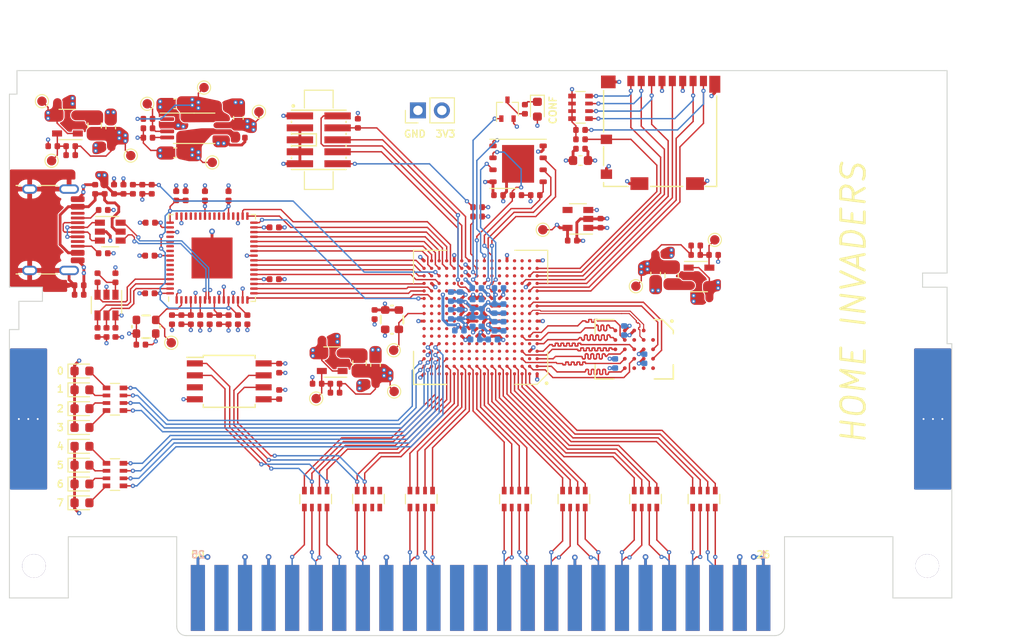
<source format=kicad_pcb>
(kicad_pcb (version 20171130) (host pcbnew "(5.1.9-0-10_14)")
  (layers (0 F.Cu signal) (1 "In1.Cu(GND)" power hide) (2 "In2.Cu(PWR)" power hide) (31 B.Cu signal) (34 B.Paste user hide) (35 F.Paste user hide) (36 B.SilkS user) (37 F.SilkS user) (38 B.Mask user hide) (39 F.Mask user) (44 Edge.Cuts user))
  (net 0 "")
  (net 1 GND)
  (net 2 P3V3)
  (net 3 N64_WRITE#)
  (net 4 N64_3V3)
  (net 5 N64_READ#)
  (net 6 N64_ALE_L)
  (net 7 N64_ALE_H)
  (net 8 N64_AD15)
  (net 9 N64_AD14)
  (net 10 N64_AD13)
  (net 11 N64_AD12)
  (net 12 N64_AD11)
  (net 13 N64_AD10)
  (net 14 N64_AD9)
  (net 15 N64_AD8)
  (net 16 N64_COLD_RESET#)
  (net 17 N64_S_CLK)
  (net 18 N64_S_DAT)
  (net 19 N64_AD0)
  (net 20 N64_AD1)
  (net 21 N64_AD2)
  (net 22 N64_AD3)
  (net 23 N64_AD4)
  (net 24 N64_AD5)
  (net 25 N64_AD6)
  (net 26 N64_AD7)
  (net 27 N64_OS_EVENT#)
  (net 28 "Net-(U1-PadT4)")
  (net 29 "Net-(U1-PadR4)")
  (net 30 "Net-(U1-PadT3)")
  (net 31 "Net-(U1-PadR3)")
  (net 32 "Net-(U1-PadT2)")
  (net 33 /FPGA-IO/FLASH_CLK)
  (net 34 /FPGA-IO/FLASH_IO2)
  (net 35 /FPGA-IO/FLASH_CS_B)
  (net 36 /FPGA-IO/FLASH_IO3)
  (net 37 "Net-(U1-PadG16)")
  (net 38 "Net-(U1-PadF16)")
  (net 39 "Net-(U1-PadE16)")
  (net 40 "Net-(U1-PadD16)")
  (net 41 "Net-(U1-PadK15)")
  (net 42 "Net-(U1-PadJ15)")
  (net 43 "Net-(U1-PadH15)")
  (net 44 "Net-(U1-PadG15)")
  (net 45 "Net-(U1-PadF15)")
  (net 46 "Net-(U1-PadM14)")
  (net 47 "Net-(U1-PadL14)")
  (net 48 "Net-(U1-PadK14)")
  (net 49 "Net-(U1-PadJ14)")
  (net 50 "Net-(U1-PadH14)")
  (net 51 "Net-(U1-PadG14)")
  (net 52 "Net-(U1-PadF14)")
  (net 53 "Net-(U1-PadP13)")
  (net 54 "Net-(U1-PadN13)")
  (net 55 "Net-(U1-PadM13)")
  (net 56 "Net-(U1-PadL13)")
  (net 57 "Net-(U1-PadK13)")
  (net 58 "Net-(U1-PadJ13)")
  (net 59 "Net-(U1-PadH13)")
  (net 60 "Net-(U1-PadG13)")
  (net 61 "Net-(U1-PadF13)")
  (net 62 "Net-(U1-PadE13)")
  (net 63 "Net-(U1-PadD13)")
  (net 64 "Net-(U1-PadP12)")
  (net 65 "Net-(U1-PadN12)")
  (net 66 "Net-(U1-PadM12)")
  (net 67 "Net-(U1-PadL12)")
  (net 68 "Net-(U1-PadK12)")
  (net 69 "Net-(U1-PadJ12)")
  (net 70 "Net-(U1-PadH12)")
  (net 71 "Net-(U1-PadG12)")
  (net 72 "Net-(U1-PadF12)")
  (net 73 "Net-(U1-PadE12)")
  (net 74 "Net-(U1-PadD12)")
  (net 75 "Net-(U1-PadC12)")
  (net 76 "Net-(U1-PadP11)")
  (net 77 "Net-(U1-PadN11)")
  (net 78 "Net-(U1-PadM11)")
  (net 79 "Net-(U1-PadE11)")
  (net 80 "Net-(U1-PadD11)")
  (net 81 "Net-(U1-PadC11)")
  (net 82 "Net-(U1-PadE10)")
  (net 83 "Net-(U1-PadD10)")
  (net 84 "Net-(U1-PadC10)")
  (net 85 "Net-(U1-PadT9)")
  (net 86 "Net-(U1-PadM9)")
  (net 87 "Net-(U1-PadE9)")
  (net 88 "Net-(U1-PadD9)")
  (net 89 "Net-(U1-PadC9)")
  (net 90 "Net-(U1-PadR8)")
  (net 91 "Net-(U1-PadP8)")
  (net 92 "Net-(U1-PadM8)")
  (net 93 "Net-(U1-PadE8)")
  (net 94 "Net-(U1-PadD8)")
  (net 95 "Net-(U1-PadC8)")
  (net 96 "Net-(U1-PadR7)")
  (net 97 "Net-(U1-PadP7)")
  (net 98 "Net-(U1-PadE7)")
  (net 99 "Net-(U1-PadD7)")
  (net 100 "Net-(U1-PadT6)")
  (net 101 "Net-(U1-PadR6)")
  (net 102 "Net-(U1-PadP6)")
  (net 103 "Net-(U1-PadN6)")
  (net 104 "Net-(U1-PadM6)")
  (net 105 "Net-(U1-PadE6)")
  (net 106 "Net-(U1-PadD6)")
  (net 107 "Net-(U1-PadC6)")
  (net 108 "Net-(U1-PadR5)")
  (net 109 "Net-(U1-PadP5)")
  (net 110 "Net-(U1-PadN5)")
  (net 111 "Net-(U1-PadM5)")
  (net 112 "Net-(U1-PadL5)")
  (net 113 "Net-(U1-PadK5)")
  (net 114 "Net-(U1-PadJ5)")
  (net 115 "Net-(U1-PadH5)")
  (net 116 "Net-(U1-PadG5)")
  (net 117 "Net-(U1-PadF5)")
  (net 118 "Net-(U1-PadE5)")
  (net 119 "Net-(U1-PadD5)")
  (net 120 "Net-(U1-PadC5)")
  (net 121 "Net-(U1-PadP4)")
  (net 122 "Net-(U1-PadN4)")
  (net 123 "Net-(U1-PadM4)")
  (net 124 "Net-(U1-PadL4)")
  (net 125 "Net-(U1-PadK4)")
  (net 126 "Net-(U1-PadJ4)")
  (net 127 "Net-(U1-PadH4)")
  (net 128 "Net-(U1-PadG4)")
  (net 129 "Net-(U1-PadF4)")
  (net 130 "Net-(U1-PadE4)")
  (net 131 "Net-(U1-PadD4)")
  (net 132 "Net-(U1-PadC4)")
  (net 133 "Net-(U1-PadP3)")
  (net 134 "Net-(U1-PadM3)")
  (net 135 "Net-(U1-PadL3)")
  (net 136 "Net-(U1-PadK3)")
  (net 137 "Net-(U1-PadJ3)")
  (net 138 "Net-(U1-PadH3)")
  (net 139 "Net-(U1-PadG3)")
  (net 140 "Net-(U1-PadE3)")
  (net 141 "Net-(U1-PadR2)")
  (net 142 "Net-(U1-PadL2)")
  (net 143 "Net-(U1-PadH2)")
  (net 144 "Net-(U1-PadG2)")
  (net 145 "Net-(U1-PadE2)")
  (net 146 "Net-(U1-PadL1)")
  (net 147 "Net-(U1-PadG1)")
  (net 148 "Net-(U1-PadF1)")
  (net 149 USB_3V3)
  (net 150 USB_5V)
  (net 151 P2V5)
  (net 152 P1V1)
  (net 153 /Interface-USB/USB_SHD)
  (net 154 P1V8)
  (net 155 /Interface-USB/USB_VBUS)
  (net 156 /FPGA-IO/FPGA_RESET)
  (net 157 /FPGA-IO/JTAG_TDI)
  (net 158 /FPGA-IO/JTAG_TDO)
  (net 159 /FPGA-IO/JTAG_TCK)
  (net 160 /FPGA-IO/JTAG_TMS)
  (net 161 SD_CD)
  (net 162 SD_DAT1)
  (net 163 SD_DAT0)
  (net 164 SD_CLK)
  (net 165 SD_CMD)
  (net 166 SD_DAT3)
  (net 167 SD_DAT2)
  (net 168 "Net-(J3-Pad49)")
  (net 169 "Net-(J3-Pad46)")
  (net 170 /Interface-N64/xN64_OS_EVENT#)
  (net 171 "Net-(J3-Pad44)")
  (net 172 /Interface-N64/xN64_AD7)
  (net 173 /Interface-N64/xN64_AD6)
  (net 174 "Net-(J3-Pad39)")
  (net 175 "Net-(J3-Pad38)")
  (net 176 /Interface-N64/xN64_AD5)
  (net 177 /Interface-N64/xN64_AD4)
  (net 178 /Interface-N64/xN64_ALE_H)
  (net 179 /Interface-N64/xN64_ALE_L)
  (net 180 /Interface-N64/xN64_AD3)
  (net 181 /Interface-N64/xN64_AD2)
  (net 182 /Interface-N64/xN64_AD1)
  (net 183 /Interface-N64/xN64_AD0)
  (net 184 "Net-(J3-Pad24)")
  (net 185 /Interface-N64/xN64_COLD_RESET#)
  (net 186 /Interface-N64/xN64_AD8)
  (net 187 /Interface-N64/xN64_AD9)
  (net 188 "Net-(J3-Pad14)")
  (net 189 "Net-(J3-Pad13)")
  (net 190 /Interface-N64/xN64_AD10)
  (net 191 /Interface-N64/xN64_AD11)
  (net 192 /Interface-N64/xN64_READ#)
  (net 193 /Interface-N64/xN64_WRITE#)
  (net 194 /Interface-N64/xN64_AD12)
  (net 195 /Interface-N64/xN64_AD13)
  (net 196 /Interface-N64/xN64_AD14)
  (net 197 /Interface-N64/xN64_AD15)
  (net 198 /Interface-USB/xUSB_D+)
  (net 199 /Interface-USB/USB_CC2)
  (net 200 "Net-(J5-PadA8)")
  (net 201 /Interface-USB/xUSB_D-)
  (net 202 /Interface-USB/USB_CC1)
  (net 203 "Net-(J5-PadB8)")
  (net 204 "Net-(R7-Pad2)")
  (net 205 "Net-(R9-Pad1)")
  (net 206 /Interface-USB/USB_EECLK)
  (net 207 /Interface-USB/USB_EECS)
  (net 208 /Interface-USB/USB_EEDO)
  (net 209 /Interface-USB/USB_EEDATA)
  (net 210 "Net-(R21-Pad1)")
  (net 211 "Net-(R22-Pad1)")
  (net 212 /FPGA-IO/FLASH_MOSI)
  (net 213 /FPGA-IO/FLASH_MISO)
  (net 214 HRAM_DQ4)
  (net 215 "Net-(U3-PadC5)")
  (net 216 "Net-(U3-PadB5)")
  (net 217 "Net-(U3-PadA5)")
  (net 218 HRAM_DQ3)
  (net 219 HRAM_DQ2)
  (net 220 HRAM_DQ5)
  (net 221 HRAM_DQ0)
  (net 222 HRAM_RWDS)
  (net 223 HRAM_DQ6)
  (net 224 HRAM_DQ1)
  (net 225 "Net-(U3-PadC2)")
  (net 226 "Net-(U3-PadA2)")
  (net 227 HRAM_DQ7)
  (net 228 "Net-(U4-Pad3)")
  (net 229 "Net-(U5-Pad1)")
  (net 230 /Interface-USB/USB_D-)
  (net 231 /Interface-USB/USB_D+)
  (net 232 "Net-(U11-Pad60)")
  (net 233 "Net-(U11-Pad36)")
  (net 234 USB_AC7)
  (net 235 USB_AC6)
  (net 236 USB_AC5)
  (net 237 USB_AC4)
  (net 238 USB_AC3)
  (net 239 USB_AC2)
  (net 240 USB_AC1)
  (net 241 USB_AC0)
  (net 242 USB_AD7)
  (net 243 USB_AD6)
  (net 244 USB_AD5)
  (net 245 USB_AD4)
  (net 246 USB_AD3)
  (net 247 USB_AD2)
  (net 248 USB_AD1)
  (net 249 USB_AD0)
  (net 250 "Net-(U11-Pad3)")
  (net 251 /Interface-USB/USB_CLK)
  (net 252 /FPGA-IO/REF_CLK)
  (net 253 /Interface-N64/xN64_S_DAT)
  (net 254 /Interface-N64/xN64_S_CLK)
  (net 255 "Net-(R6-Pad2)")
  (net 256 HRAM_RESET_B)
  (net 257 HRAM_CK_N)
  (net 258 HRAM_CS_B)
  (net 259 HRAM_CK_P)
  (net 260 "Net-(U1-PadC2)")
  (net 261 /Interface-N64/xN64_CIC_DATA2)
  (net 262 /Interface-N64/xN64_CIC_DATA1)
  (net 263 "Net-(RN8-Pad5)")
  (net 264 "Net-(RN8-Pad6)")
  (net 265 N64_CIC_DATA1)
  (net 266 N64_CIC_DATA2)
  (net 267 "Net-(RN8-Pad4)")
  (net 268 "Net-(RN8-Pad3)")
  (net 269 /Power/FB_3V3)
  (net 270 /Power/FB_1V1)
  (net 271 /Power/FB_1V8)
  (net 272 /Power/SW_3V3)
  (net 273 /Power/SW_1V1)
  (net 274 /Power/SW_1V8)
  (net 275 /Interface-USB/USB_VPHY)
  (net 276 /Interface-USB/USB_VPLL)
  (net 277 /Interface-USB/USB_1V8)
  (net 278 USB_DET)
  (net 279 "Net-(D1-Pad2)")
  (net 280 "Net-(D2-Pad2)")
  (net 281 "Net-(D3-Pad2)")
  (net 282 "Net-(D4-Pad2)")
  (net 283 "Net-(D5-Pad2)")
  (net 284 "Net-(D6-Pad2)")
  (net 285 "Net-(D7-Pad2)")
  (net 286 "Net-(D8-Pad2)")
  (net 287 LED_D3)
  (net 288 LED_D1)
  (net 289 LED_D2)
  (net 290 LED_D0)
  (net 291 LED_D7)
  (net 292 LED_D5)
  (net 293 LED_D6)
  (net 294 LED_D4)
  (net 295 "Net-(U11-Pad59)")
  (net 296 "Net-(U11-Pad58)")
  (net 297 "Net-(U11-Pad57)")
  (net 298 "Net-(U11-Pad55)")
  (net 299 "Net-(U11-Pad54)")
  (net 300 "Net-(U11-Pad53)")
  (net 301 "Net-(U11-Pad52)")
  (net 302 "Net-(U11-Pad48)")
  (net 303 "Net-(U11-Pad46)")
  (net 304 "Net-(U11-Pad45)")
  (net 305 "Net-(U11-Pad44)")
  (net 306 "Net-(U11-Pad43)")
  (net 307 "Net-(U11-Pad41)")
  (net 308 "Net-(U11-Pad40)")
  (net 309 "Net-(U11-Pad39)")
  (net 310 "Net-(U11-Pad38)")
  (net 311 "Net-(U1-PadC7)")
  (net 312 "Net-(U1-PadA15)")
  (net 313 "Net-(U1-PadK16)")
  (net 314 FPGA_CDONE)
  (net 315 "Net-(D9-Pad1)")
  (net 316 "Net-(Q1-Pad3)")
  (net 317 /FPGA-IO/FPGA_CDONE)
  (module Connector_PinHeader_2.54mm:PinHeader_1x02_P2.54mm_Vertical (layer F.Cu) (at 143.35 78.225 90)
    (fp_text reference J4 hide)
    (fp_text value Conn_01x02 hide)
    (pad 2 thru_hole oval (at 0 2.54 90) (size 1.7 1.7) (drill 1) (layers *.Cu *.Mask) (net 2 P3V3))
    (pad 1 thru_hole rect (at 0 0 90) (size 1.7 1.7) (drill 1) (layers *.Cu *.Mask) (net 1 GND))
  )
  (module Resistor_SMD:R_0402_1005Metric (layer F.Cu) (at 149.675 88.5 180)
    (fp_text reference R26 hide)
    (fp_text value 4k7 hide)
    (pad 2 smd roundrect (at 0.485 0 180) (size 0.59 0.64) (layers F.Cu F.Paste F.Mask) (net 156 /FPGA-IO/FPGA_RESET))
    (pad 1 smd roundrect (at -0.485 0 180) (size 0.59 0.64) (layers F.Cu F.Paste F.Mask) (net 2 P3V3))
  )
  (module Capacitor_SMD:C_0402_1005Metric (layer F.Cu) (at 149.675 89.5)
    (fp_text reference C45 hide)
    (fp_text value 100n hide)
    (pad 2 smd roundrect (at 0.485 0) (size 0.59 0.64) (layers F.Cu F.Paste F.Mask) (net 1 GND))
    (pad 1 smd roundrect (at -0.485 0) (size 0.59 0.64) (layers F.Cu F.Paste F.Mask) (net 156 /FPGA-IO/FPGA_RESET))
  )
  (module TestPoint:TestPoint_Pad_D1.0mm (layer F.Cu) (at 117.175 102.9)
    (fp_text reference TP14 hide)
    (fp_text value TestPoint hide)
    (pad 1 smd circle (at 0 0) (size 1 1) (layers F.Cu F.Mask) (net 251 /Interface-USB/USB_CLK))
  )
  (module TestPoint:TestPoint_Pad_D1.0mm (layer F.Cu) (at 174.85 91.975)
    (fp_text reference TP13 hide)
    (fp_text value TestPoint hide)
    (pad 1 smd circle (at 0 0) (size 1 1) (layers F.Cu F.Mask) (net 271 /Power/FB_1V8))
  )
  (module TestPoint:TestPoint_Pad_D1.0mm (layer F.Cu) (at 166.475 96.9)
    (fp_text reference TP12 hide)
    (fp_text value TestPoint hide)
    (pad 1 smd circle (at 0 0) (size 1 1) (layers F.Cu F.Mask) (net 154 P1V8))
  )
  (module TestPoint:TestPoint_Pad_D1.0mm (layer F.Cu) (at 132.55 108.825)
    (fp_text reference TP11 hide)
    (fp_text value TestPoint hide)
    (pad 1 smd circle (at 0 0) (size 1 1) (layers F.Cu F.Mask) (net 270 /Power/FB_1V1))
  )
  (module TestPoint:TestPoint_Pad_D1.0mm (layer F.Cu) (at 156.6 90.9 180)
    (fp_text reference TP10 hide)
    (fp_text value TestPoint hide)
    (pad 1 smd circle (at 0 0 180) (size 1 1) (layers F.Cu F.Mask) (net 151 P2V5))
  )
  (module TestPoint:TestPoint_Pad_D1.0mm (layer F.Cu) (at 140.825 108.075)
    (fp_text reference TP9 hide)
    (fp_text value TestPoint hide)
    (pad 1 smd circle (at 0 0) (size 1 1) (layers F.Cu F.Mask) (net 152 P1V1))
  )
  (module TestPoint:TestPoint_Pad_D1.0mm (layer F.Cu) (at 104.475 83.575)
    (fp_text reference TP8 hide)
    (fp_text value TestPoint hide)
    (pad 1 smd circle (at 0 0) (size 1 1) (layers F.Cu F.Mask) (net 269 /Power/FB_3V3))
  )
  (module TestPoint:TestPoint_Pad_D1.0mm (layer F.Cu) (at 114.625 77.525)
    (fp_text reference TP7 hide)
    (fp_text value TestPoint hide)
    (pad 1 smd circle (at 0 0) (size 1 1) (layers F.Cu F.Mask) (net 204 "Net-(R7-Pad2)"))
  )
  (module TestPoint:TestPoint_Pad_D1.0mm (layer F.Cu) (at 112.875 83.025)
    (fp_text reference TP6 hide)
    (fp_text value TestPoint hide)
    (pad 1 smd circle (at 0 0) (size 1 1) (layers F.Cu F.Mask) (net 149 USB_3V3))
  )
  (module TestPoint:TestPoint_Pad_D1.0mm (layer F.Cu) (at 103.45 77.25)
    (fp_text reference TP5 hide)
    (fp_text value TestPoint hide)
    (pad 1 smd circle (at 0 0) (size 1 1) (layers F.Cu F.Mask) (net 150 USB_5V))
  )
  (module TestPoint:TestPoint_Pad_D1.0mm (layer F.Cu) (at 126.475 78.375)
    (fp_text reference TP4 hide)
    (fp_text value TestPoint hide)
    (pad 1 smd circle (at 0 0) (size 1 1) (layers F.Cu F.Mask) (net 2 P3V3))
  )
  (module TestPoint:TestPoint_Pad_D1.0mm (layer F.Cu) (at 121.525 83.75)
    (fp_text reference TP3 hide)
    (fp_text value TestPoint hide)
    (pad 1 smd circle (at 0 0) (size 1 1) (layers F.Cu F.Mask) (net 149 USB_3V3))
  )
  (module TestPoint:TestPoint_Pad_D1.0mm (layer F.Cu) (at 120.65 75.8)
    (fp_text reference TP2 hide)
    (fp_text value TestPoint hide)
    (pad 1 smd circle (at 0 0) (size 1 1) (layers F.Cu F.Mask) (net 4 N64_3V3))
  )
  (module TestPoint:TestPoint_Pad_D1.0mm (layer F.Cu) (at 140.775 103.7)
    (fp_text reference TP1 hide)
    (fp_text value TestPoint hide)
    (pad 1 smd circle (at 0 0) (size 1 1) (layers F.Cu F.Mask) (net 252 /FPGA-IO/REF_CLK))
  )
  (module Capacitor_SMD:C_0402_1005Metric (layer F.Cu) (at 123.25 100.45 270)
    (fp_text reference C22 hide)
    (fp_text value 4u7 hide)
    (pad 2 smd roundrect (at 0.485 0 270) (size 0.59 0.64) (layers F.Cu F.Paste F.Mask) (net 1 GND))
    (pad 1 smd roundrect (at -0.485 0 270) (size 0.59 0.64) (layers F.Cu F.Paste F.Mask) (net 276 /Interface-USB/USB_VPLL))
  )
  (module Capacitor_SMD:C_0402_1005Metric (layer F.Cu) (at 118.25 100.45 270)
    (fp_text reference C21 hide)
    (fp_text value 4u7 hide)
    (pad 2 smd roundrect (at 0.485 0 270) (size 0.59 0.64) (layers F.Cu F.Paste F.Mask) (net 1 GND))
    (pad 1 smd roundrect (at -0.485 0 270) (size 0.59 0.64) (layers F.Cu F.Paste F.Mask) (net 275 /Interface-USB/USB_VPHY))
  )
  (module Capacitor_SMD:C_0402_1005Metric (layer F.Cu) (at 118.7 87.3 90)
    (fp_text reference C38 hide)
    (fp_text value 4u7 hide)
    (pad 2 smd roundrect (at 0.485 0 90) (size 0.59 0.64) (layers F.Cu F.Paste F.Mask) (net 1 GND))
    (pad 1 smd roundrect (at -0.485 0 90) (size 0.59 0.64) (layers F.Cu F.Paste F.Mask) (net 277 /Interface-USB/USB_1V8))
  )
  (module Capacitor_SMD:C_0402_1005Metric (layer F.Cu) (at 111.1 86.6 90)
    (fp_text reference C35 hide)
    (fp_text value 4u7 hide)
    (pad 2 smd roundrect (at 0.485 0 90) (size 0.59 0.64) (layers F.Cu F.Paste F.Mask) (net 1 GND))
    (pad 1 smd roundrect (at -0.485 0 90) (size 0.59 0.64) (layers F.Cu F.Paste F.Mask) (net 150 USB_5V))
  )
  (module Resistor_SMD:R_0402_1005Metric (layer F.Cu) (at 154.7 78.1 270)
    (fp_text reference R25 hide)
    (fp_text value 200R hide)
    (pad 2 smd roundrect (at 0.485 0 270) (size 0.59 0.64) (layers F.Cu F.Paste F.Mask) (net 316 "Net-(Q1-Pad3)"))
    (pad 1 smd roundrect (at -0.485 0 270) (size 0.59 0.64) (layers F.Cu F.Paste F.Mask) (net 315 "Net-(D9-Pad1)"))
  )
  (module Package_TO_SOT_SMD:SOT-323_SC-70 (layer F.Cu) (at 152.85 78.1 90)
    (fp_text reference Q1 hide)
    (fp_text value DMG1012UW-7 hide)
    (pad 3 smd rect (at 1 0) (size 0.45 0.7) (layers F.Cu F.Paste F.Mask) (net 316 "Net-(Q1-Pad3)"))
    (pad 2 smd rect (at -1 0.65) (size 0.45 0.7) (layers F.Cu F.Paste F.Mask) (net 1 GND))
    (pad 1 smd rect (at -1 -0.65) (size 0.45 0.7) (layers F.Cu F.Paste F.Mask) (net 314 FPGA_CDONE))
  )
  (module Diode_SMD:D_0603_1608Metric (layer F.Cu) (at 156.025 78.1 270)
    (fp_text reference D9 hide)
    (fp_text value LTST-C191KGKT hide)
    (pad 2 smd roundrect (at 0.7875 0 270) (size 0.875 0.95) (layers F.Cu F.Paste F.Mask) (net 2 P3V3))
    (pad 1 smd roundrect (at -0.7875 0 270) (size 0.875 0.95) (layers F.Cu F.Paste F.Mask) (net 315 "Net-(D9-Pad1)"))
  )
  (module Package_SON:WSON-8-1EP_6x5mm_P1.27mm_EP3.4x4mm (layer F.Cu) (at 153.975 83.9 180)
    (fp_text reference U2 hide)
    (fp_text value W25Q128JVPIQ hide)
    (pad 9 smd rect (at 0 0 180) (size 3.4 4) (layers F.Cu F.Mask) (net 1 GND))
    (pad 8 smd roundrect (at 2.6625 -1.905 180) (size 0.775 0.5) (layers F.Cu F.Paste F.Mask) (net 2 P3V3))
    (pad 7 smd roundrect (at 2.6625 -0.635 180) (size 0.775 0.5) (layers F.Cu F.Paste F.Mask) (net 36 /FPGA-IO/FLASH_IO3))
    (pad 6 smd roundrect (at 2.6625 0.635 180) (size 0.775 0.5) (layers F.Cu F.Paste F.Mask) (net 33 /FPGA-IO/FLASH_CLK))
    (pad 5 smd roundrect (at 2.6625 1.905 180) (size 0.775 0.5) (layers F.Cu F.Paste F.Mask) (net 212 /FPGA-IO/FLASH_MOSI))
    (pad 4 smd roundrect (at -2.6625 1.905 180) (size 0.775 0.5) (layers F.Cu F.Paste F.Mask) (net 1 GND))
    (pad 3 smd roundrect (at -2.6625 0.635 180) (size 0.775 0.5) (layers F.Cu F.Paste F.Mask) (net 34 /FPGA-IO/FLASH_IO2))
    (pad 2 smd roundrect (at -2.6625 -0.635 180) (size 0.775 0.5) (layers F.Cu F.Paste F.Mask) (net 213 /FPGA-IO/FLASH_MISO))
    (pad 1 smd roundrect (at -2.6625 -1.905 180) (size 0.775 0.5) (layers F.Cu F.Paste F.Mask) (net 35 /FPGA-IO/FLASH_CS_B))
  )
  (module Resistor_SMD:R_Array_Convex_4x0603 (layer F.Cu) (at 111.2 116.9 180)
    (fp_text reference RN10 hide)
    (fp_text value 200R hide)
    (pad 5 smd rect (at 0.9 1.2 180) (size 0.8 0.5) (layers F.Cu F.Paste F.Mask) (net 283 "Net-(D5-Pad2)"))
    (pad 6 smd rect (at 0.9 0.4 180) (size 0.8 0.4) (layers F.Cu F.Paste F.Mask) (net 284 "Net-(D6-Pad2)"))
    (pad 8 smd rect (at 0.9 -1.2 180) (size 0.8 0.5) (layers F.Cu F.Paste F.Mask) (net 286 "Net-(D8-Pad2)"))
    (pad 7 smd rect (at 0.9 -0.4 180) (size 0.8 0.4) (layers F.Cu F.Paste F.Mask) (net 285 "Net-(D7-Pad2)"))
    (pad 4 smd rect (at -0.9 1.2 180) (size 0.8 0.5) (layers F.Cu F.Paste F.Mask) (net 294 LED_D4))
    (pad 2 smd rect (at -0.9 -0.4 180) (size 0.8 0.4) (layers F.Cu F.Paste F.Mask) (net 293 LED_D6))
    (pad 3 smd rect (at -0.9 0.4 180) (size 0.8 0.4) (layers F.Cu F.Paste F.Mask) (net 292 LED_D5))
    (pad 1 smd rect (at -0.9 -1.2 180) (size 0.8 0.5) (layers F.Cu F.Paste F.Mask) (net 291 LED_D7))
  )
  (module Resistor_SMD:R_Array_Convex_4x0603 (layer F.Cu) (at 111.2 108.9 180)
    (fp_text reference RN9 hide)
    (fp_text value 200R hide)
    (pad 5 smd rect (at 0.9 1.2 180) (size 0.8 0.5) (layers F.Cu F.Paste F.Mask) (net 279 "Net-(D1-Pad2)"))
    (pad 6 smd rect (at 0.9 0.4 180) (size 0.8 0.4) (layers F.Cu F.Paste F.Mask) (net 280 "Net-(D2-Pad2)"))
    (pad 8 smd rect (at 0.9 -1.2 180) (size 0.8 0.5) (layers F.Cu F.Paste F.Mask) (net 282 "Net-(D4-Pad2)"))
    (pad 7 smd rect (at 0.9 -0.4 180) (size 0.8 0.4) (layers F.Cu F.Paste F.Mask) (net 281 "Net-(D3-Pad2)"))
    (pad 4 smd rect (at -0.9 1.2 180) (size 0.8 0.5) (layers F.Cu F.Paste F.Mask) (net 290 LED_D0))
    (pad 2 smd rect (at -0.9 -0.4 180) (size 0.8 0.4) (layers F.Cu F.Paste F.Mask) (net 289 LED_D2))
    (pad 3 smd rect (at -0.9 0.4 180) (size 0.8 0.4) (layers F.Cu F.Paste F.Mask) (net 288 LED_D1))
    (pad 1 smd rect (at -0.9 -1.2 180) (size 0.8 0.5) (layers F.Cu F.Paste F.Mask) (net 287 LED_D3))
  )
  (module Diode_SMD:D_0603_1608Metric (layer F.Cu) (at 107.7 119.9)
    (fp_text reference D8 hide)
    (fp_text value LTST-C191KGKT hide)
    (pad 2 smd roundrect (at 0.7875 0) (size 0.875 0.95) (layers F.Cu F.Paste F.Mask) (net 286 "Net-(D8-Pad2)"))
    (pad 1 smd roundrect (at -0.7875 0) (size 0.875 0.95) (layers F.Cu F.Paste F.Mask) (net 1 GND))
  )
  (module Diode_SMD:D_0603_1608Metric (layer F.Cu) (at 107.7 117.9)
    (fp_text reference D7 hide)
    (fp_text value LTST-C191KGKT hide)
    (pad 2 smd roundrect (at 0.7875 0) (size 0.875 0.95) (layers F.Cu F.Paste F.Mask) (net 285 "Net-(D7-Pad2)"))
    (pad 1 smd roundrect (at -0.7875 0) (size 0.875 0.95) (layers F.Cu F.Paste F.Mask) (net 1 GND))
  )
  (module Diode_SMD:D_0603_1608Metric (layer F.Cu) (at 107.7 115.9)
    (fp_text reference D6 hide)
    (fp_text value LTST-C191KGKT hide)
    (pad 2 smd roundrect (at 0.7875 0) (size 0.875 0.95) (layers F.Cu F.Paste F.Mask) (net 284 "Net-(D6-Pad2)"))
    (pad 1 smd roundrect (at -0.7875 0) (size 0.875 0.95) (layers F.Cu F.Paste F.Mask) (net 1 GND))
  )
  (module Diode_SMD:D_0603_1608Metric (layer F.Cu) (at 107.7 113.9)
    (fp_text reference D5 hide)
    (fp_text value LTST-C191KGKT hide)
    (pad 2 smd roundrect (at 0.7875 0) (size 0.875 0.95) (layers F.Cu F.Paste F.Mask) (net 283 "Net-(D5-Pad2)"))
    (pad 1 smd roundrect (at -0.7875 0) (size 0.875 0.95) (layers F.Cu F.Paste F.Mask) (net 1 GND))
  )
  (module Diode_SMD:D_0603_1608Metric (layer F.Cu) (at 107.7 111.9)
    (fp_text reference D4 hide)
    (fp_text value LTST-C191KGKT hide)
    (pad 2 smd roundrect (at 0.7875 0) (size 0.875 0.95) (layers F.Cu F.Paste F.Mask) (net 282 "Net-(D4-Pad2)"))
    (pad 1 smd roundrect (at -0.7875 0) (size 0.875 0.95) (layers F.Cu F.Paste F.Mask) (net 1 GND))
  )
  (module Diode_SMD:D_0603_1608Metric (layer F.Cu) (at 107.7 109.9)
    (fp_text reference D3 hide)
    (fp_text value LTST-C191KGKT hide)
    (pad 2 smd roundrect (at 0.7875 0) (size 0.875 0.95) (layers F.Cu F.Paste F.Mask) (net 281 "Net-(D3-Pad2)"))
    (pad 1 smd roundrect (at -0.7875 0) (size 0.875 0.95) (layers F.Cu F.Paste F.Mask) (net 1 GND))
  )
  (module Diode_SMD:D_0603_1608Metric (layer F.Cu) (at 107.7 107.9)
    (fp_text reference D2 hide)
    (fp_text value LTST-C191KGKT hide)
    (pad 2 smd roundrect (at 0.7875 0) (size 0.875 0.95) (layers F.Cu F.Paste F.Mask) (net 280 "Net-(D2-Pad2)"))
    (pad 1 smd roundrect (at -0.7875 0) (size 0.875 0.95) (layers F.Cu F.Paste F.Mask) (net 1 GND))
  )
  (module Diode_SMD:D_0603_1608Metric (layer F.Cu) (at 107.7 105.9)
    (fp_text reference D1 hide)
    (fp_text value LTST-C191KGKT hide)
    (pad 2 smd roundrect (at 0.7875 0) (size 0.875 0.95) (layers F.Cu F.Paste F.Mask) (net 279 "Net-(D1-Pad2)"))
    (pad 1 smd roundrect (at -0.7875 0) (size 0.875 0.95) (layers F.Cu F.Paste F.Mask) (net 1 GND))
  )
  (module Resistor_SMD:R_Array_Convex_4x0603 (layer F.Cu) (at 138.1 119.5 90)
    (fp_text reference RN8 hide)
    (fp_text value "33R, 1%" hide)
    (pad 5 smd rect (at 0.9 1.2 90) (size 0.8 0.5) (layers F.Cu F.Paste F.Mask) (net 263 "Net-(RN8-Pad5)"))
    (pad 6 smd rect (at 0.9 0.4 90) (size 0.8 0.4) (layers F.Cu F.Paste F.Mask) (net 264 "Net-(RN8-Pad6)"))
    (pad 8 smd rect (at 0.9 -1.2 90) (size 0.8 0.5) (layers F.Cu F.Paste F.Mask) (net 265 N64_CIC_DATA1))
    (pad 7 smd rect (at 0.9 -0.4 90) (size 0.8 0.4) (layers F.Cu F.Paste F.Mask) (net 266 N64_CIC_DATA2))
    (pad 4 smd rect (at -0.9 1.2 90) (size 0.8 0.5) (layers F.Cu F.Paste F.Mask) (net 267 "Net-(RN8-Pad4)"))
    (pad 2 smd rect (at -0.9 -0.4 90) (size 0.8 0.4) (layers F.Cu F.Paste F.Mask) (net 261 /Interface-N64/xN64_CIC_DATA2))
    (pad 3 smd rect (at -0.9 0.4 90) (size 0.8 0.4) (layers F.Cu F.Paste F.Mask) (net 268 "Net-(RN8-Pad3)"))
    (pad 1 smd rect (at -0.9 -1.2 90) (size 0.8 0.5) (layers F.Cu F.Paste F.Mask) (net 262 /Interface-N64/xN64_CIC_DATA1))
  )
  (module Capacitor_SMD:C_0402_1005Metric (layer B.Cu) (at 165.225 101.6 270)
    (fp_text reference C71 hide)
    (fp_text value 100n hide)
    (pad 2 smd roundrect (at 0.485 0 270) (size 0.59 0.64) (layers B.Cu B.Paste B.Mask) (net 1 GND))
    (pad 1 smd roundrect (at -0.485 0 270) (size 0.59 0.64) (layers B.Cu B.Paste B.Mask) (net 154 P1V8))
  )
  (module Capacitor_SMD:C_0402_1005Metric (layer B.Cu) (at 167.375 104.6 90)
    (fp_text reference C70 hide)
    (fp_text value 100n hide)
    (pad 2 smd roundrect (at 0.485 0 90) (size 0.59 0.64) (layers B.Cu B.Paste B.Mask) (net 1 GND))
    (pad 1 smd roundrect (at -0.485 0 90) (size 0.59 0.64) (layers B.Cu B.Paste B.Mask) (net 154 P1V8))
  )
  (module Capacitor_SMD:C_0402_1005Metric (layer B.Cu) (at 164.275 105.1 270)
    (fp_text reference C69 hide)
    (fp_text value 100n hide)
    (pad 2 smd roundrect (at 0.485 0 270) (size 0.59 0.64) (layers B.Cu B.Paste B.Mask) (net 1 GND))
    (pad 1 smd roundrect (at -0.485 0 270) (size 0.59 0.64) (layers B.Cu B.Paste B.Mask) (net 154 P1V8))
  )
  (module Package_TO_SOT_SMD:SOT-23-5 (layer F.Cu) (at 173.175 95.875)
    (fp_text reference U13 hide)
    (fp_text value TLV62568DBV hide)
    (pad 5 smd rect (at 1.1 -0.95) (size 1.06 0.65) (layers F.Cu F.Paste F.Mask) (net 271 /Power/FB_1V8))
    (pad 4 smd rect (at 1.1 0.95) (size 1.06 0.65) (layers F.Cu F.Paste F.Mask) (net 2 P3V3))
    (pad 3 smd rect (at -1.1 0.95) (size 1.06 0.65) (layers F.Cu F.Paste F.Mask) (net 274 /Power/SW_1V8))
    (pad 2 smd rect (at -1.1 0) (size 1.06 0.65) (layers F.Cu F.Paste F.Mask) (net 1 GND))
    (pad 1 smd rect (at -1.1 -0.95) (size 1.06 0.65) (layers F.Cu F.Paste F.Mask) (net 2 P3V3))
  )
  (module Resistor_SMD:R_0402_1005Metric (layer F.Cu) (at 174.725 93.575)
    (fp_text reference R31 hide)
    (fp_text value 100k hide)
    (pad 2 smd roundrect (at 0.485 0) (size 0.59 0.64) (layers F.Cu F.Paste F.Mask) (net 1 GND))
    (pad 1 smd roundrect (at -0.485 0) (size 0.59 0.64) (layers F.Cu F.Paste F.Mask) (net 271 /Power/FB_1V8))
  )
  (module Resistor_SMD:R_0402_1005Metric (layer F.Cu) (at 172.825 93.575)
    (fp_text reference R30 hide)
    (fp_text value R hide)
    (pad 2 smd roundrect (at 0.485 0) (size 0.59 0.64) (layers F.Cu F.Paste F.Mask) (net 271 /Power/FB_1V8))
    (pad 1 smd roundrect (at -0.485 0) (size 0.59 0.64) (layers F.Cu F.Paste F.Mask) (net 154 P1V8))
  )
  (module Inductor_SMD:L_0805_2012Metric (layer F.Cu) (at 170.275 95.775 90)
    (fp_text reference L3 hide)
    (fp_text value 2u2 hide)
    (pad 2 smd roundrect (at 0.9375 0 90) (size 0.975 1.4) (layers F.Cu F.Paste F.Mask) (net 154 P1V8))
    (pad 1 smd roundrect (at -0.9375 0 90) (size 0.975 1.4) (layers F.Cu F.Paste F.Mask) (net 274 /Power/SW_1V8))
  )
  (module Capacitor_SMD:C_0402_1005Metric (layer F.Cu) (at 169.05 93.55)
    (fp_text reference C68 hide)
    (fp_text value 1u hide)
    (pad 2 smd roundrect (at 0.485 0) (size 0.59 0.64) (layers F.Cu F.Paste F.Mask) (net 1 GND))
    (pad 1 smd roundrect (at -0.485 0) (size 0.59 0.64) (layers F.Cu F.Paste F.Mask) (net 154 P1V8))
  )
  (module Capacitor_SMD:C_0603_1608Metric (layer F.Cu) (at 168.575 95.575 270)
    (fp_text reference C67 hide)
    (fp_text value 10u hide)
    (pad 2 smd roundrect (at 0.7875 0 270) (size 0.875 0.95) (layers F.Cu F.Paste F.Mask) (net 1 GND))
    (pad 1 smd roundrect (at -0.7875 0 270) (size 0.875 0.95) (layers F.Cu F.Paste F.Mask) (net 154 P1V8))
  )
  (module Capacitor_SMD:C_0402_1005Metric (layer F.Cu) (at 172.825 92.575)
    (fp_text reference C66 hide)
    (fp_text value 6p8 hide)
    (pad 2 smd roundrect (at 0.485 0) (size 0.59 0.64) (layers F.Cu F.Paste F.Mask) (net 271 /Power/FB_1V8))
    (pad 1 smd roundrect (at -0.485 0) (size 0.59 0.64) (layers F.Cu F.Paste F.Mask) (net 154 P1V8))
  )
  (module Capacitor_SMD:C_0402_1005Metric (layer F.Cu) (at 173.8 98.2 180)
    (fp_text reference C65 hide)
    (fp_text value 4u7 hide)
    (pad 2 smd roundrect (at 0.485 0 180) (size 0.59 0.64) (layers F.Cu F.Paste F.Mask) (net 1 GND))
    (pad 1 smd roundrect (at -0.485 0 180) (size 0.59 0.64) (layers F.Cu F.Paste F.Mask) (net 2 P3V3))
  )
  (module ng_package_bga:BGA-24_6.0x8.0mm_Layout5x5_P1.0mm_Pad0.4mm (layer F.Cu) (at 166.3 103.6 270)
    (fp_text reference U3 hide)
    (fp_text value S27KS0641 hide)
    (pad B1 smd circle (at -2 -1 270) (size 0.4 0.4) (layers F.Cu F.Paste F.Mask) (net 257 HRAM_CK_N))
    (pad C1 smd circle (at -2 0 270) (size 0.4 0.4) (layers F.Cu F.Paste F.Mask) (net 1 GND))
    (pad D1 smd circle (at -2 1 270) (size 0.4 0.4) (layers F.Cu F.Paste F.Mask) (net 154 P1V8))
    (pad E1 smd circle (at -2 2 270) (size 0.4 0.4) (layers F.Cu F.Paste F.Mask) (net 227 HRAM_DQ7))
    (pad A2 smd circle (at -1 -2 270) (size 0.4 0.4) (layers F.Cu F.Paste F.Mask) (net 226 "Net-(U3-PadA2)"))
    (pad B2 smd circle (at -1 -1 270) (size 0.4 0.4) (layers F.Cu F.Paste F.Mask) (net 259 HRAM_CK_P))
    (pad C2 smd circle (at -1 0 270) (size 0.4 0.4) (layers F.Cu F.Paste F.Mask) (net 225 "Net-(U3-PadC2)"))
    (pad D2 smd circle (at -1 1 270) (size 0.4 0.4) (layers F.Cu F.Paste F.Mask) (net 224 HRAM_DQ1))
    (pad E2 smd circle (at -1 2 270) (size 0.4 0.4) (layers F.Cu F.Paste F.Mask) (net 223 HRAM_DQ6))
    (pad A3 smd circle (at 0 -2 270) (size 0.4 0.4) (layers F.Cu F.Paste F.Mask) (net 258 HRAM_CS_B))
    (pad B3 smd circle (at 0 -1 270) (size 0.4 0.4) (layers F.Cu F.Paste F.Mask) (net 1 GND))
    (pad C3 smd circle (at 0 0 270) (size 0.4 0.4) (layers F.Cu F.Paste F.Mask) (net 222 HRAM_RWDS))
    (pad D3 smd circle (at 0 1 270) (size 0.4 0.4) (layers F.Cu F.Paste F.Mask) (net 221 HRAM_DQ0))
    (pad E3 smd circle (at 0 2 270) (size 0.4 0.4) (layers F.Cu F.Paste F.Mask) (net 220 HRAM_DQ5))
    (pad A4 smd circle (at 1 -2 270) (size 0.4 0.4) (layers F.Cu F.Paste F.Mask) (net 256 HRAM_RESET_B))
    (pad B4 smd circle (at 1 -1 270) (size 0.4 0.4) (layers F.Cu F.Paste F.Mask) (net 154 P1V8))
    (pad C4 smd circle (at 1 0 270) (size 0.4 0.4) (layers F.Cu F.Paste F.Mask) (net 219 HRAM_DQ2))
    (pad D4 smd circle (at 1 1 270) (size 0.4 0.4) (layers F.Cu F.Paste F.Mask) (net 218 HRAM_DQ3))
    (pad E4 smd circle (at 1 2 270) (size 0.4 0.4) (layers F.Cu F.Paste F.Mask) (net 154 P1V8))
    (pad A5 smd circle (at 2 -2 270) (size 0.4 0.4) (layers F.Cu F.Paste F.Mask) (net 217 "Net-(U3-PadA5)"))
    (pad B5 smd circle (at 2 -1 270) (size 0.4 0.4) (layers F.Cu F.Paste F.Mask) (net 216 "Net-(U3-PadB5)"))
    (pad C5 smd circle (at 2 0 270) (size 0.4 0.4) (layers F.Cu F.Paste F.Mask) (net 215 "Net-(U3-PadC5)"))
    (pad D5 smd circle (at 2 1 270) (size 0.4 0.4) (layers F.Cu F.Paste F.Mask) (net 214 HRAM_DQ4))
    (pad E5 smd circle (at 2 2 270) (size 0.4 0.4) (layers F.Cu F.Paste F.Mask) (net 1 GND))
  )
  (module Capacitor_SMD:C_0603_1608Metric (layer F.Cu) (at 117.6 82.725 180)
    (fp_text reference C7 hide)
    (fp_text value 10u hide)
    (pad 2 smd roundrect (at 0.7875 0 180) (size 0.875 0.95) (layers F.Cu F.Paste F.Mask) (net 1 GND))
    (pad 1 smd roundrect (at -0.7875 0 180) (size 0.875 0.95) (layers F.Cu F.Paste F.Mask) (net 149 USB_3V3))
  )
  (module Capacitor_SMD:C_0603_1608Metric (layer F.Cu) (at 117.6 77.525 180)
    (fp_text reference C5 hide)
    (fp_text value 10u hide)
    (pad 2 smd roundrect (at 0.7875 0 180) (size 0.875 0.95) (layers F.Cu F.Paste F.Mask) (net 1 GND))
    (pad 1 smd roundrect (at -0.7875 0 180) (size 0.875 0.95) (layers F.Cu F.Paste F.Mask) (net 4 N64_3V3))
  )
  (module Capacitor_SMD:C_0402_1005Metric (layer F.Cu) (at 138.35 107.25 180)
    (fp_text reference C19 hide)
    (fp_text value 1u hide)
    (pad 2 smd roundrect (at 0.485 0 180) (size 0.59 0.64) (layers F.Cu F.Paste F.Mask) (net 1 GND))
    (pad 1 smd roundrect (at -0.485 0 180) (size 0.59 0.64) (layers F.Cu F.Paste F.Mask) (net 152 P1V1))
  )
  (module Capacitor_SMD:C_0402_1005Metric (layer F.Cu) (at 110.3 82.025 180)
    (fp_text reference C18 hide)
    (fp_text value 1u hide)
    (pad 2 smd roundrect (at 0.485 0 180) (size 0.59 0.64) (layers F.Cu F.Paste F.Mask) (net 1 GND))
    (pad 1 smd roundrect (at -0.485 0 180) (size 0.59 0.64) (layers F.Cu F.Paste F.Mask) (net 149 USB_3V3))
  )
  (module Capacitor_SMD:C_0603_1608Metric (layer F.Cu) (at 138.85 105.25 90)
    (fp_text reference C17 hide)
    (fp_text value 10u hide)
    (pad 2 smd roundrect (at 0.7875 0 90) (size 0.875 0.95) (layers F.Cu F.Paste F.Mask) (net 1 GND))
    (pad 1 smd roundrect (at -0.7875 0 90) (size 0.875 0.95) (layers F.Cu F.Paste F.Mask) (net 152 P1V1))
  )
  (module Capacitor_SMD:C_0603_1608Metric (layer F.Cu) (at 110.75 80.025 90)
    (fp_text reference C16 hide)
    (fp_text value 10u hide)
    (pad 2 smd roundrect (at 0.7875 0 90) (size 0.875 0.95) (layers F.Cu F.Paste F.Mask) (net 1 GND))
    (pad 1 smd roundrect (at -0.7875 0 90) (size 0.875 0.95) (layers F.Cu F.Paste F.Mask) (net 149 USB_3V3))
  )
  (module Capacitor_SMD:C_0402_1005Metric (layer F.Cu) (at 159.725 92.05)
    (fp_text reference C13 hide)
    (fp_text value 1u hide)
    (pad 2 smd roundrect (at 0.485 0) (size 0.59 0.64) (layers F.Cu F.Paste F.Mask) (net 1 GND))
    (pad 1 smd roundrect (at -0.485 0) (size 0.59 0.64) (layers F.Cu F.Paste F.Mask) (net 151 P2V5))
  )
  (module Capacitor_SMD:C_0402_1005Metric (layer F.Cu) (at 162.725 90.2 90)
    (fp_text reference C12 hide)
    (fp_text value 1u hide)
    (pad 2 smd roundrect (at 0.485 0 90) (size 0.59 0.64) (layers F.Cu F.Paste F.Mask) (net 1 GND))
    (pad 1 smd roundrect (at -0.485 0 90) (size 0.59 0.64) (layers F.Cu F.Paste F.Mask) (net 2 P3V3))
  )
  (module Capacitor_SMD:C_0402_1005Metric (layer F.Cu) (at 133.625 102.65)
    (fp_text reference C11 hide)
    (fp_text value 4u7 hide)
    (pad 2 smd roundrect (at 0.485 0) (size 0.59 0.64) (layers F.Cu F.Paste F.Mask) (net 1 GND))
    (pad 1 smd roundrect (at -0.485 0) (size 0.59 0.64) (layers F.Cu F.Paste F.Mask) (net 2 P3V3))
  )
  (module Capacitor_SMD:C_0402_1005Metric (layer F.Cu) (at 105.55 77.425)
    (fp_text reference C10 hide)
    (fp_text value 4u7 hide)
    (pad 2 smd roundrect (at 0.485 0) (size 0.59 0.64) (layers F.Cu F.Paste F.Mask) (net 1 GND))
    (pad 1 smd roundrect (at -0.485 0) (size 0.59 0.64) (layers F.Cu F.Paste F.Mask) (net 150 USB_5V))
  )
  (module Inductor_SMD:L_0805_2012Metric (layer F.Cu) (at 137.15 105.05 270)
    (fp_text reference L2 hide)
    (fp_text value 2u2 hide)
    (pad 2 smd roundrect (at 0.9375 0 270) (size 0.975 1.4) (layers F.Cu F.Paste F.Mask) (net 152 P1V1))
    (pad 1 smd roundrect (at -0.9375 0 270) (size 0.975 1.4) (layers F.Cu F.Paste F.Mask) (net 273 /Power/SW_1V1))
  )
  (module Inductor_SMD:L_0805_2012Metric (layer F.Cu) (at 109.05 79.825 270)
    (fp_text reference L1 hide)
    (fp_text value 2u2 hide)
    (pad 2 smd roundrect (at 0.9375 0 270) (size 0.975 1.4) (layers F.Cu F.Paste F.Mask) (net 149 USB_3V3))
    (pad 1 smd roundrect (at -0.9375 0 270) (size 0.975 1.4) (layers F.Cu F.Paste F.Mask) (net 272 /Power/SW_3V3))
  )
  (module ng_conn:Samtec_FTSH-105-XX-X-DV-Mating (layer F.Cu) (at 132.825 81.35 90)
    (fp_text reference J1 hide)
    (fp_text value JTAG hide)
    (pad 10 smd rect (at -2.54 2 270) (size 0.74 2.8) (layers F.Cu F.Paste F.Mask) (net 156 /FPGA-IO/FPGA_RESET))
    (pad 9 smd rect (at -2.54 -2 270) (size 0.74 2.8) (layers F.Cu F.Paste F.Mask) (net 1 GND))
    (pad 8 smd rect (at -1.27 2 270) (size 0.74 2.8) (layers F.Cu F.Paste F.Mask) (net 157 /FPGA-IO/JTAG_TDI))
    (pad 7 smd rect (at -1.27 -2 270) (size 0.74 2.8) (layers F.Cu F.Paste F.Mask) (net 1 GND))
    (pad 6 smd rect (at 0 2 270) (size 0.74 2.8) (layers F.Cu F.Paste F.Mask) (net 158 /FPGA-IO/JTAG_TDO))
    (pad 5 smd rect (at 0 -2 270) (size 0.74 2.8) (layers F.Cu F.Paste F.Mask) (net 1 GND))
    (pad 4 smd rect (at 1.27 2 270) (size 0.74 2.8) (layers F.Cu F.Paste F.Mask) (net 159 /FPGA-IO/JTAG_TCK))
    (pad 3 smd rect (at 1.27 -2 270) (size 0.74 2.8) (layers F.Cu F.Paste F.Mask) (net 1 GND))
    (pad 2 smd rect (at 2.54 2 270) (size 0.74 2.8) (layers F.Cu F.Paste F.Mask) (net 160 /FPGA-IO/JTAG_TMS))
    (pad 1 smd rect (at 2.54 -2 270) (size 0.74 2.8) (layers F.Cu F.Paste F.Mask) (net 2 P3V3))
  )
  (module Capacitor_SMD:C_0402_1005Metric (layer B.Cu) (at 151.475 101.15 90)
    (fp_text reference C62 hide)
    (fp_text value 10n hide)
    (pad 2 smd roundrect (at 0.485 0 90) (size 0.59 0.64) (layers B.Cu B.Paste B.Mask) (net 1 GND))
    (pad 1 smd roundrect (at -0.485 0 90) (size 0.59 0.64) (layers B.Cu B.Paste B.Mask) (net 154 P1V8))
  )
  (module Capacitor_SMD:C_0402_1005Metric (layer B.Cu) (at 146.85 98 270)
    (fp_text reference C61 hide)
    (fp_text value 100n hide)
    (pad 2 smd roundrect (at 0.485 0 270) (size 0.59 0.64) (layers B.Cu B.Paste B.Mask) (net 1 GND))
    (pad 1 smd roundrect (at -0.485 0 270) (size 0.59 0.64) (layers B.Cu B.Paste B.Mask) (net 2 P3V3))
  )
  (module Capacitor_SMD:C_0402_1005Metric (layer B.Cu) (at 146.85 99.875 270)
    (fp_text reference C59 hide)
    (fp_text value 100n hide)
    (pad 2 smd roundrect (at 0.485 0 270) (size 0.59 0.64) (layers B.Cu B.Paste B.Mask) (net 1 GND))
    (pad 1 smd roundrect (at -0.485 0 270) (size 0.59 0.64) (layers B.Cu B.Paste B.Mask) (net 2 P3V3))
  )
  (module Capacitor_SMD:C_0402_1005Metric (layer B.Cu) (at 151.3 102.55 180)
    (fp_text reference C58 hide)
    (fp_text value 100n hide)
    (pad 2 smd roundrect (at 0.485 0 180) (size 0.59 0.64) (layers B.Cu B.Paste B.Mask) (net 1 GND))
    (pad 1 smd roundrect (at -0.485 0 180) (size 0.59 0.64) (layers B.Cu B.Paste B.Mask) (net 2 P3V3))
  )
  (module Capacitor_SMD:C_0402_1005Metric (layer B.Cu) (at 147.8 99.875 270)
    (fp_text reference C57 hide)
    (fp_text value 10n hide)
    (pad 2 smd roundrect (at 0.485 0 270) (size 0.59 0.64) (layers B.Cu B.Paste B.Mask) (net 1 GND))
    (pad 1 smd roundrect (at -0.485 0 270) (size 0.59 0.64) (layers B.Cu B.Paste B.Mask) (net 2 P3V3))
  )
  (module Capacitor_SMD:C_0402_1005Metric (layer B.Cu) (at 152.425 101.15 90)
    (fp_text reference C55 hide)
    (fp_text value 100n hide)
    (pad 2 smd roundrect (at 0.485 0 90) (size 0.59 0.64) (layers B.Cu B.Paste B.Mask) (net 1 GND))
    (pad 1 smd roundrect (at -0.485 0 90) (size 0.59 0.64) (layers B.Cu B.Paste B.Mask) (net 154 P1V8))
  )
  (module Capacitor_SMD:C_0402_1005Metric (layer B.Cu) (at 151.475 99.275 90)
    (fp_text reference C54 hide)
    (fp_text value 10n hide)
    (pad 2 smd roundrect (at 0.485 0 90) (size 0.59 0.64) (layers B.Cu B.Paste B.Mask) (net 1 GND))
    (pad 1 smd roundrect (at -0.485 0 90) (size 0.59 0.64) (layers B.Cu B.Paste B.Mask) (net 2 P3V3))
  )
  (module Capacitor_SMD:C_0402_1005Metric (layer B.Cu) (at 147.8 98 270)
    (fp_text reference C53 hide)
    (fp_text value 10n hide)
    (pad 2 smd roundrect (at 0.485 0 270) (size 0.59 0.64) (layers B.Cu B.Paste B.Mask) (net 1 GND))
    (pad 1 smd roundrect (at -0.485 0 270) (size 0.59 0.64) (layers B.Cu B.Paste B.Mask) (net 2 P3V3))
  )
  (module Capacitor_SMD:C_0402_1005Metric (layer B.Cu) (at 151.95 97.1 180)
    (fp_text reference C52 hide)
    (fp_text value 100n hide)
    (pad 2 smd roundrect (at 0.485 0 180) (size 0.59 0.64) (layers B.Cu B.Paste B.Mask) (net 1 GND))
    (pad 1 smd roundrect (at -0.485 0 180) (size 0.59 0.64) (layers B.Cu B.Paste B.Mask) (net 2 P3V3))
  )
  (module Capacitor_SMD:C_0402_1005Metric (layer B.Cu) (at 152.425 99.275 90)
    (fp_text reference C51 hide)
    (fp_text value 100n hide)
    (pad 2 smd roundrect (at 0.485 0 90) (size 0.59 0.64) (layers B.Cu B.Paste B.Mask) (net 1 GND))
    (pad 1 smd roundrect (at -0.485 0 90) (size 0.59 0.64) (layers B.Cu B.Paste B.Mask) (net 2 P3V3))
  )
  (module Capacitor_SMD:C_0402_1005Metric (layer B.Cu) (at 149.425 102.55)
    (fp_text reference C50 hide)
    (fp_text value 100n hide)
    (pad 2 smd roundrect (at 0.485 0) (size 0.59 0.64) (layers B.Cu B.Paste B.Mask) (net 1 GND))
    (pad 1 smd roundrect (at -0.485 0) (size 0.59 0.64) (layers B.Cu B.Paste B.Mask) (net 2 P3V3))
  )
  (module Capacitor_SMD:C_0402_1005Metric (layer B.Cu) (at 149.6 97.1 180)
    (fp_text reference C49 hide)
    (fp_text value 100n hide)
    (pad 2 smd roundrect (at 0.485 0 180) (size 0.59 0.64) (layers B.Cu B.Paste B.Mask) (net 1 GND))
    (pad 1 smd roundrect (at -0.485 0 180) (size 0.59 0.64) (layers B.Cu B.Paste B.Mask) (net 151 P2V5))
  )
  (module Capacitor_SMD:C_0402_1005Metric (layer B.Cu) (at 147.75 101.6)
    (fp_text reference C47 hide)
    (fp_text value 100n hide)
    (pad 2 smd roundrect (at 0.485 0) (size 0.59 0.64) (layers B.Cu B.Paste B.Mask) (net 1 GND))
    (pad 1 smd roundrect (at -0.485 0) (size 0.59 0.64) (layers B.Cu B.Paste B.Mask) (net 151 P2V5))
  )
  (module Capacitor_SMD:C_0402_1005Metric (layer B.Cu) (at 149.15 100.675 90)
    (fp_text reference C46 hide)
    (fp_text value 10n hide)
    (pad 2 smd roundrect (at 0.485 0 90) (size 0.59 0.64) (layers B.Cu B.Paste B.Mask) (net 1 GND))
    (pad 1 smd roundrect (at -0.485 0 90) (size 0.59 0.64) (layers B.Cu B.Paste B.Mask) (net 152 P1V1))
  )
  (module Capacitor_SMD:C_0402_1005Metric (layer B.Cu) (at 150.1 100.675 90)
    (fp_text reference C44 hide)
    (fp_text value 100n hide)
    (pad 2 smd roundrect (at 0.485 0 90) (size 0.59 0.64) (layers B.Cu B.Paste B.Mask) (net 1 GND))
    (pad 1 smd roundrect (at -0.485 0 90) (size 0.59 0.64) (layers B.Cu B.Paste B.Mask) (net 152 P1V1))
  )
  (module Capacitor_SMD:C_0402_1005Metric (layer B.Cu) (at 150.1 98.8 270)
    (fp_text reference C43 hide)
    (fp_text value 10n hide)
    (pad 2 smd roundrect (at 0.485 0 270) (size 0.59 0.64) (layers B.Cu B.Paste B.Mask) (net 1 GND))
    (pad 1 smd roundrect (at -0.485 0 270) (size 0.59 0.64) (layers B.Cu B.Paste B.Mask) (net 152 P1V1))
  )
  (module Capacitor_SMD:C_0402_1005Metric (layer B.Cu) (at 149.15 98.8 270)
    (fp_text reference C42 hide)
    (fp_text value 100n hide)
    (pad 2 smd roundrect (at 0.485 0 270) (size 0.59 0.64) (layers B.Cu B.Paste B.Mask) (net 1 GND))
    (pad 1 smd roundrect (at -0.485 0 270) (size 0.59 0.64) (layers B.Cu B.Paste B.Mask) (net 152 P1V1))
  )
  (module Capacitor_SMD:C_0402_1005Metric (layer F.Cu) (at 128.625 105.6 270)
    (fp_text reference C41 hide)
    (fp_text value 100n hide)
    (pad 2 smd roundrect (at 0.485 0 270) (size 0.59 0.64) (layers F.Cu F.Paste F.Mask) (net 1 GND))
    (pad 1 smd roundrect (at -0.485 0 270) (size 0.59 0.64) (layers F.Cu F.Paste F.Mask) (net 2 P3V3))
  )
  (module Capacitor_SMD:C_0402_1005Metric (layer F.Cu) (at 114.95 90.15 180)
    (fp_text reference C40 hide)
    (fp_text value 100n hide)
    (pad 2 smd roundrect (at 0.485 0 180) (size 0.59 0.64) (layers F.Cu F.Paste F.Mask) (net 1 GND))
    (pad 1 smd roundrect (at -0.485 0 180) (size 0.59 0.64) (layers F.Cu F.Paste F.Mask) (net 2 P3V3))
  )
  (module Resistor_SMD:R_0402_1005Metric (layer F.Cu) (at 110.3 101.8 90)
    (fp_text reference R24 hide)
    (fp_text value 10k hide)
    (pad 2 smd roundrect (at 0.485 0 90) (size 0.59 0.64) (layers F.Cu F.Paste F.Mask) (net 207 /Interface-USB/USB_EECS))
    (pad 1 smd roundrect (at -0.485 0 90) (size 0.59 0.64) (layers F.Cu F.Paste F.Mask) (net 2 P3V3))
  )
  (module Resistor_SMD:R_0402_1005Metric (layer F.Cu) (at 109.35 101.8 90)
    (fp_text reference R23 hide)
    (fp_text value 10k hide)
    (pad 2 smd roundrect (at 0.485 0 90) (size 0.59 0.64) (layers F.Cu F.Paste F.Mask) (net 206 /Interface-USB/USB_EECLK))
    (pad 1 smd roundrect (at -0.485 0 90) (size 0.59 0.64) (layers F.Cu F.Paste F.Mask) (net 2 P3V3))
  )
  (module Resistor_SMD:R_0402_1005Metric (layer F.Cu) (at 120.25 100.45 270)
    (fp_text reference R22 hide)
    (fp_text value "12k, 1%" hide)
    (pad 2 smd roundrect (at 0.485 0 270) (size 0.59 0.64) (layers F.Cu F.Paste F.Mask) (net 1 GND))
    (pad 1 smd roundrect (at -0.485 0 270) (size 0.59 0.64) (layers F.Cu F.Paste F.Mask) (net 211 "Net-(R22-Pad1)"))
  )
  (module Resistor_SMD:R_0402_1005Metric (layer F.Cu) (at 125.25 100.45 270)
    (fp_text reference R21 hide)
    (fp_text value 10k hide)
    (pad 2 smd roundrect (at 0.485 0 270) (size 0.59 0.64) (layers F.Cu F.Paste F.Mask) (net 2 P3V3))
    (pad 1 smd roundrect (at -0.485 0 270) (size 0.59 0.64) (layers F.Cu F.Paste F.Mask) (net 210 "Net-(R21-Pad1)"))
  )
  (module Resistor_SMD:R_0402_1005Metric (layer F.Cu) (at 109.35 96 90)
    (fp_text reference R20 hide)
    (fp_text value 2k2 hide)
    (pad 2 smd roundrect (at 0.485 0 90) (size 0.59 0.64) (layers F.Cu F.Paste F.Mask) (net 208 /Interface-USB/USB_EEDO))
    (pad 1 smd roundrect (at -0.485 0 90) (size 0.59 0.64) (layers F.Cu F.Paste F.Mask) (net 209 /Interface-USB/USB_EEDATA))
  )
  (module Resistor_SMD:R_0402_1005Metric (layer F.Cu) (at 111.25 96 270)
    (fp_text reference R19 hide)
    (fp_text value 10k hide)
    (pad 2 smd roundrect (at 0.485 0 270) (size 0.59 0.64) (layers F.Cu F.Paste F.Mask) (net 208 /Interface-USB/USB_EEDO))
    (pad 1 smd roundrect (at -0.485 0 270) (size 0.59 0.64) (layers F.Cu F.Paste F.Mask) (net 2 P3V3))
  )
  (module Resistor_SMD:R_0402_1005Metric (layer F.Cu) (at 109.95 88.8)
    (fp_text reference R18 hide)
    (fp_text value 5k1 hide)
    (pad 2 smd roundrect (at 0.485 0) (size 0.59 0.64) (layers F.Cu F.Paste F.Mask) (net 1 GND))
    (pad 1 smd roundrect (at -0.485 0) (size 0.59 0.64) (layers F.Cu F.Paste F.Mask) (net 202 /Interface-USB/USB_CC1))
  )
  (module Resistor_SMD:R_0402_1005Metric (layer F.Cu) (at 109.95 93.4)
    (fp_text reference R17 hide)
    (fp_text value 5k1 hide)
    (pad 2 smd roundrect (at 0.485 0) (size 0.59 0.64) (layers F.Cu F.Paste F.Mask) (net 1 GND))
    (pad 1 smd roundrect (at -0.485 0) (size 0.59 0.64) (layers F.Cu F.Paste F.Mask) (net 199 /Interface-USB/USB_CC2))
  )
  (module Resistor_SMD:R_0402_1005Metric (layer F.Cu) (at 114.1 86.6 270)
    (fp_text reference R16 hide)
    (fp_text value 10k hide)
    (pad 2 smd roundrect (at 0.485 0 270) (size 0.59 0.64) (layers F.Cu F.Paste F.Mask) (net 1 GND))
    (pad 1 smd roundrect (at -0.485 0 270) (size 0.59 0.64) (layers F.Cu F.Paste F.Mask) (net 278 USB_DET))
  )
  (module Resistor_SMD:R_0402_1005Metric (layer F.Cu) (at 113.1 86.6 90)
    (fp_text reference R15 hide)
    (fp_text value 6k8 hide)
    (pad 2 smd roundrect (at 0.485 0 90) (size 0.59 0.64) (layers F.Cu F.Paste F.Mask) (net 278 USB_DET))
    (pad 1 smd roundrect (at -0.485 0 90) (size 0.59 0.64) (layers F.Cu F.Paste F.Mask) (net 150 USB_5V))
  )
  (module Resistor_SMD:R_0402_1005Metric (layer F.Cu) (at 107.4 97.8)
    (fp_text reference R14 hide)
    (fp_text value 100k hide)
    (pad 2 smd roundrect (at 0.485 0) (size 0.59 0.64) (layers F.Cu F.Paste F.Mask) (net 1 GND))
    (pad 1 smd roundrect (at -0.485 0) (size 0.59 0.64) (layers F.Cu F.Paste F.Mask) (net 153 /Interface-USB/USB_SHD))
  )
  (module Inductor_SMD:L_0402_1005Metric (layer F.Cu) (at 110.1 86.6 270)
    (fp_text reference FB3 hide)
    (fp_text value 33R hide)
    (pad 2 smd roundrect (at 0.485 0 270) (size 0.59 0.64) (layers F.Cu F.Paste F.Mask) (net 155 /Interface-USB/USB_VBUS))
    (pad 1 smd roundrect (at -0.485 0 270) (size 0.59 0.64) (layers F.Cu F.Paste F.Mask) (net 150 USB_5V))
  )
  (module Inductor_SMD:L_0402_1005Metric (layer F.Cu) (at 121.25 100.45 270)
    (fp_text reference FB2 hide)
    (fp_text value 600R hide)
    (pad 2 smd roundrect (at 0.485 0 270) (size 0.59 0.64) (layers F.Cu F.Paste F.Mask) (net 2 P3V3))
    (pad 1 smd roundrect (at -0.485 0 270) (size 0.59 0.64) (layers F.Cu F.Paste F.Mask) (net 276 /Interface-USB/USB_VPLL))
  )
  (module Inductor_SMD:L_0402_1005Metric (layer F.Cu) (at 117.25 100.45 270)
    (fp_text reference FB1 hide)
    (fp_text value 600R hide)
    (pad 2 smd roundrect (at 0.485 0 270) (size 0.59 0.64) (layers F.Cu F.Paste F.Mask) (net 2 P3V3))
    (pad 1 smd roundrect (at -0.485 0 270) (size 0.59 0.64) (layers F.Cu F.Paste F.Mask) (net 275 /Interface-USB/USB_VPHY))
  )
  (module Capacitor_SMD:C_0402_1005Metric (layer F.Cu) (at 117.7 87.3 90)
    (fp_text reference C39 hide)
    (fp_text value 100n hide)
    (pad 2 smd roundrect (at 0.485 0 90) (size 0.59 0.64) (layers F.Cu F.Paste F.Mask) (net 1 GND))
    (pad 1 smd roundrect (at -0.485 0 90) (size 0.59 0.64) (layers F.Cu F.Paste F.Mask) (net 277 /Interface-USB/USB_1V8))
  )
  (module Capacitor_SMD:C_0402_1005Metric (layer F.Cu) (at 113.95 103.1)
    (fp_text reference C37 hide)
    (fp_text value 100n hide)
    (pad 2 smd roundrect (at 0.485 0) (size 0.59 0.64) (layers F.Cu F.Paste F.Mask) (net 1 GND))
    (pad 1 smd roundrect (at -0.485 0) (size 0.59 0.64) (layers F.Cu F.Paste F.Mask) (net 2 P3V3))
  )
  (module Capacitor_SMD:C_0402_1005Metric (layer F.Cu) (at 111.25 101.8 270)
    (fp_text reference C36 hide)
    (fp_text value 100n hide)
    (pad 2 smd roundrect (at 0.485 0 270) (size 0.59 0.64) (layers F.Cu F.Paste F.Mask) (net 1 GND))
    (pad 1 smd roundrect (at -0.485 0 270) (size 0.59 0.64) (layers F.Cu F.Paste F.Mask) (net 2 P3V3))
  )
  (module Capacitor_SMD:C_0402_1005Metric (layer F.Cu) (at 114.9 93.65 180)
    (fp_text reference C34 hide)
    (fp_text value 100n hide)
    (pad 2 smd roundrect (at 0.485 0 180) (size 0.59 0.64) (layers F.Cu F.Paste F.Mask) (net 1 GND))
    (pad 1 smd roundrect (at -0.485 0 180) (size 0.59 0.64) (layers F.Cu F.Paste F.Mask) (net 2 P3V3))
  )
  (module Capacitor_SMD:C_0402_1005Metric (layer F.Cu) (at 112.1 86.6 90)
    (fp_text reference C33 hide)
    (fp_text value 100n hide)
    (pad 2 smd roundrect (at 0.485 0 90) (size 0.59 0.64) (layers F.Cu F.Paste F.Mask) (net 1 GND))
    (pad 1 smd roundrect (at -0.485 0 90) (size 0.59 0.64) (layers F.Cu F.Paste F.Mask) (net 150 USB_5V))
  )
  (module Capacitor_SMD:C_0402_1005Metric (layer F.Cu) (at 120.75 87.3 90)
    (fp_text reference C32 hide)
    (fp_text value 100n hide)
    (pad 2 smd roundrect (at 0.485 0 90) (size 0.59 0.64) (layers F.Cu F.Paste F.Mask) (net 1 GND))
    (pad 1 smd roundrect (at -0.485 0 90) (size 0.59 0.64) (layers F.Cu F.Paste F.Mask) (net 2 P3V3))
  )
  (module Capacitor_SMD:C_0402_1005Metric (layer F.Cu) (at 114.9 97.65 180)
    (fp_text reference C31 hide)
    (fp_text value 100n hide)
    (pad 2 smd roundrect (at 0.485 0 180) (size 0.59 0.64) (layers F.Cu F.Paste F.Mask) (net 1 GND))
    (pad 1 smd roundrect (at -0.485 0 180) (size 0.59 0.64) (layers F.Cu F.Paste F.Mask) (net 277 /Interface-USB/USB_1V8))
  )
  (module Capacitor_SMD:C_0402_1005Metric (layer F.Cu) (at 128.1 90.65)
    (fp_text reference C30 hide)
    (fp_text value 100n hide)
    (pad 2 smd roundrect (at 0.485 0) (size 0.59 0.64) (layers F.Cu F.Paste F.Mask) (net 1 GND))
    (pad 1 smd roundrect (at -0.485 0) (size 0.59 0.64) (layers F.Cu F.Paste F.Mask) (net 2 P3V3))
  )
  (module Capacitor_SMD:C_0402_1005Metric (layer F.Cu) (at 123.25 87.3 90)
    (fp_text reference C29 hide)
    (fp_text value 100n hide)
    (pad 2 smd roundrect (at 0.485 0 90) (size 0.59 0.64) (layers F.Cu F.Paste F.Mask) (net 1 GND))
    (pad 1 smd roundrect (at -0.485 0 90) (size 0.59 0.64) (layers F.Cu F.Paste F.Mask) (net 277 /Interface-USB/USB_1V8))
  )
  (module Capacitor_SMD:C_0402_1005Metric (layer F.Cu) (at 109.1 86.6 90)
    (fp_text reference C28 hide)
    (fp_text value 100n hide)
    (pad 2 smd roundrect (at 0.485 0 90) (size 0.59 0.64) (layers F.Cu F.Paste F.Mask) (net 1 GND))
    (pad 1 smd roundrect (at -0.485 0 90) (size 0.59 0.64) (layers F.Cu F.Paste F.Mask) (net 155 /Interface-USB/USB_VBUS))
  )
  (module Capacitor_SMD:C_0402_1005Metric (layer F.Cu) (at 128.1 96.15)
    (fp_text reference C27 hide)
    (fp_text value 100n hide)
    (pad 2 smd roundrect (at 0.485 0) (size 0.59 0.64) (layers F.Cu F.Paste F.Mask) (net 1 GND))
    (pad 1 smd roundrect (at -0.485 0) (size 0.59 0.64) (layers F.Cu F.Paste F.Mask) (net 2 P3V3))
  )
  (module Capacitor_SMD:C_0402_1005Metric (layer F.Cu) (at 124.25 100.45 270)
    (fp_text reference C26 hide)
    (fp_text value 100n hide)
    (pad 2 smd roundrect (at 0.485 0 270) (size 0.59 0.64) (layers F.Cu F.Paste F.Mask) (net 1 GND))
    (pad 1 smd roundrect (at -0.485 0 270) (size 0.59 0.64) (layers F.Cu F.Paste F.Mask) (net 277 /Interface-USB/USB_1V8))
  )
  (module Capacitor_SMD:C_0402_1005Metric (layer F.Cu) (at 115.1 86.6 270)
    (fp_text reference C25 hide)
    (fp_text value DNP hide)
    (pad 2 smd roundrect (at 0.485 0 270) (size 0.59 0.64) (layers F.Cu F.Paste F.Mask) (net 1 GND))
    (pad 1 smd roundrect (at -0.485 0 270) (size 0.59 0.64) (layers F.Cu F.Paste F.Mask) (net 278 USB_DET))
  )
  (module Capacitor_SMD:C_0402_1005Metric (layer F.Cu) (at 122.25 100.45 270)
    (fp_text reference C24 hide)
    (fp_text value 100n hide)
    (pad 2 smd roundrect (at 0.485 0 270) (size 0.59 0.64) (layers F.Cu F.Paste F.Mask) (net 1 GND))
    (pad 1 smd roundrect (at -0.485 0 270) (size 0.59 0.64) (layers F.Cu F.Paste F.Mask) (net 276 /Interface-USB/USB_VPLL))
  )
  (module Capacitor_SMD:C_0402_1005Metric (layer F.Cu) (at 119.25 100.45 270)
    (fp_text reference C23 hide)
    (fp_text value 100n hide)
    (pad 2 smd roundrect (at 0.485 0 270) (size 0.59 0.64) (layers F.Cu F.Paste F.Mask) (net 1 GND))
    (pad 1 smd roundrect (at -0.485 0 270) (size 0.59 0.64) (layers F.Cu F.Paste F.Mask) (net 275 /Interface-USB/USB_VPHY))
  )
  (module Capacitor_SMD:C_0402_1005Metric (layer F.Cu) (at 107.4 96.8)
    (fp_text reference C20 hide)
    (fp_text value 10n hide)
    (pad 2 smd roundrect (at 0.485 0) (size 0.59 0.64) (layers F.Cu F.Paste F.Mask) (net 1 GND))
    (pad 1 smd roundrect (at -0.485 0) (size 0.59 0.64) (layers F.Cu F.Paste F.Mask) (net 153 /Interface-USB/USB_SHD))
  )
  (module Resistor_SMD:R_0402_1005Metric (layer F.Cu) (at 160.6 80.3)
    (fp_text reference R5 hide)
    (fp_text value 10k hide)
    (pad 2 smd roundrect (at 0.485 0) (size 0.59 0.64) (layers F.Cu F.Paste F.Mask) (net 162 SD_DAT1))
    (pad 1 smd roundrect (at -0.485 0) (size 0.59 0.64) (layers F.Cu F.Paste F.Mask) (net 2 P3V3))
  )
  (module Resistor_SMD:R_0402_1005Metric (layer F.Cu) (at 160.6 81.3)
    (fp_text reference R4 hide)
    (fp_text value 10k hide)
    (pad 2 smd roundrect (at 0.485 0) (size 0.59 0.64) (layers F.Cu F.Paste F.Mask) (net 161 SD_CD))
    (pad 1 smd roundrect (at -0.485 0) (size 0.59 0.64) (layers F.Cu F.Paste F.Mask) (net 2 P3V3))
  )
  (module Capacitor_SMD:C_0402_1005Metric (layer F.Cu) (at 160.6 82.3 180)
    (fp_text reference C4 hide)
    (fp_text value 100n hide)
    (pad 2 smd roundrect (at 0.485 0 180) (size 0.59 0.64) (layers F.Cu F.Paste F.Mask) (net 1 GND))
    (pad 1 smd roundrect (at -0.485 0 180) (size 0.59 0.64) (layers F.Cu F.Paste F.Mask) (net 2 P3V3))
  )
  (module Capacitor_SMD:C_0603_1608Metric (layer F.Cu) (at 160.6 83.55 180)
    (fp_text reference C3 hide)
    (fp_text value 10u hide)
    (pad 2 smd roundrect (at 0.7875 0 180) (size 0.875 0.95) (layers F.Cu F.Paste F.Mask) (net 1 GND))
    (pad 1 smd roundrect (at -0.7875 0 180) (size 0.875 0.95) (layers F.Cu F.Paste F.Mask) (net 2 P3V3))
  )
  (module Resistor_SMD:R_0402_1005Metric (layer F.Cu) (at 128.625 108.4 270)
    (fp_text reference R6 hide)
    (fp_text value 10k hide)
    (pad 2 smd roundrect (at 0.485 0 270) (size 0.59 0.64) (layers F.Cu F.Paste F.Mask) (net 255 "Net-(R6-Pad2)"))
    (pad 1 smd roundrect (at -0.485 0 270) (size 0.59 0.64) (layers F.Cu F.Paste F.Mask) (net 1 GND))
  )
  (module Resistor_SMD:R_0402_1005Metric (layer F.Cu) (at 136.975 79.6 270)
    (fp_text reference R3 hide)
    (fp_text value 4k7 hide)
    (pad 2 smd roundrect (at 0.485 0 270) (size 0.59 0.64) (layers F.Cu F.Paste F.Mask) (net 159 /FPGA-IO/JTAG_TCK))
    (pad 1 smd roundrect (at -0.485 0 270) (size 0.59 0.64) (layers F.Cu F.Paste F.Mask) (net 1 GND))
  )
  (module Resistor_SMD:R_0402_1005Metric (layer F.Cu) (at 155.8 87.225)
    (fp_text reference R2 hide)
    (fp_text value DNP hide)
    (pad 2 smd roundrect (at 0.485 0) (size 0.59 0.64) (layers F.Cu F.Paste F.Mask) (net 35 /FPGA-IO/FLASH_CS_B))
    (pad 1 smd roundrect (at -0.485 0) (size 0.59 0.64) (layers F.Cu F.Paste F.Mask) (net 2 P3V3))
  )
  (module Resistor_SMD:R_0402_1005Metric (layer F.Cu) (at 153.85 87.225 180)
    (fp_text reference R1 hide)
    (fp_text value DNP hide)
    (pad 2 smd roundrect (at 0.485 0 180) (size 0.59 0.64) (layers F.Cu F.Paste F.Mask) (net 33 /FPGA-IO/FLASH_CLK))
    (pad 1 smd roundrect (at -0.485 0 180) (size 0.59 0.64) (layers F.Cu F.Paste F.Mask) (net 2 P3V3))
  )
  (module Capacitor_SMD:C_0402_1005Metric (layer F.Cu) (at 138.75 99.9 270)
    (fp_text reference C2 hide)
    (fp_text value 100n hide)
    (pad 2 smd roundrect (at 0.485 0 270) (size 0.59 0.64) (layers F.Cu F.Paste F.Mask) (net 1 GND))
    (pad 1 smd roundrect (at -0.485 0 270) (size 0.59 0.64) (layers F.Cu F.Paste F.Mask) (net 2 P3V3))
  )
  (module Capacitor_SMD:C_0402_1005Metric (layer F.Cu) (at 151.9 87.225)
    (fp_text reference C1 hide)
    (fp_text value 100n hide)
    (pad 2 smd roundrect (at 0.485 0) (size 0.59 0.64) (layers F.Cu F.Paste F.Mask) (net 1 GND))
    (pad 1 smd roundrect (at -0.485 0) (size 0.59 0.64) (layers F.Cu F.Paste F.Mask) (net 2 P3V3))
  )
  (module Resistor_SMD:R_0402_1005Metric (layer F.Cu) (at 132.65 107.25 180)
    (fp_text reference R13 hide)
    (fp_text value 100k hide)
    (pad 2 smd roundrect (at 0.485 0 180) (size 0.59 0.64) (layers F.Cu F.Paste F.Mask) (net 1 GND))
    (pad 1 smd roundrect (at -0.485 0 180) (size 0.59 0.64) (layers F.Cu F.Paste F.Mask) (net 270 /Power/FB_1V1))
  )
  (module Resistor_SMD:R_0402_1005Metric (layer F.Cu) (at 134.55 107.25 180)
    (fp_text reference R12 hide)
    (fp_text value 82k5 hide)
    (pad 2 smd roundrect (at 0.485 0 180) (size 0.59 0.64) (layers F.Cu F.Paste F.Mask) (net 270 /Power/FB_1V1))
    (pad 1 smd roundrect (at -0.485 0 180) (size 0.59 0.64) (layers F.Cu F.Paste F.Mask) (net 152 P1V1))
  )
  (module Resistor_SMD:R_0402_1005Metric (layer F.Cu) (at 104.6 82.025 180)
    (fp_text reference R11 hide)
    (fp_text value 100k hide)
    (pad 2 smd roundrect (at 0.485 0 180) (size 0.59 0.64) (layers F.Cu F.Paste F.Mask) (net 1 GND))
    (pad 1 smd roundrect (at -0.485 0 180) (size 0.59 0.64) (layers F.Cu F.Paste F.Mask) (net 269 /Power/FB_3V3))
  )
  (module Resistor_SMD:R_0402_1005Metric (layer F.Cu) (at 106.5 82.025 180)
    (fp_text reference R10 hide)
    (fp_text value 453k hide)
    (pad 2 smd roundrect (at 0.485 0 180) (size 0.59 0.64) (layers F.Cu F.Paste F.Mask) (net 269 /Power/FB_3V3))
    (pad 1 smd roundrect (at -0.485 0 180) (size 0.59 0.64) (layers F.Cu F.Paste F.Mask) (net 149 USB_3V3))
  )
  (module Capacitor_SMD:C_0402_1005Metric (layer F.Cu) (at 134.55 108.2 180)
    (fp_text reference C15 hide)
    (fp_text value 6p8 hide)
    (pad 2 smd roundrect (at 0.485 0 180) (size 0.59 0.64) (layers F.Cu F.Paste F.Mask) (net 270 /Power/FB_1V1))
    (pad 1 smd roundrect (at -0.485 0 180) (size 0.59 0.64) (layers F.Cu F.Paste F.Mask) (net 152 P1V1))
  )
  (module Capacitor_SMD:C_0402_1005Metric (layer F.Cu) (at 106.5 82.975 180)
    (fp_text reference C14 hide)
    (fp_text value 6p8 hide)
    (pad 2 smd roundrect (at 0.485 0 180) (size 0.59 0.64) (layers F.Cu F.Paste F.Mask) (net 269 /Power/FB_3V3))
    (pad 1 smd roundrect (at -0.485 0 180) (size 0.59 0.64) (layers F.Cu F.Paste F.Mask) (net 149 USB_3V3))
  )
  (module Resistor_SMD:R_0402_1005Metric (layer F.Cu) (at 114.7 81.125 180)
    (fp_text reference R9 hide)
    (fp_text value R hide)
    (pad 2 smd roundrect (at 0.485 0 180) (size 0.59 0.64) (layers F.Cu F.Paste F.Mask) (net 1 GND))
    (pad 1 smd roundrect (at -0.485 0 180) (size 0.59 0.64) (layers F.Cu F.Paste F.Mask) (net 205 "Net-(R9-Pad1)"))
  )
  (module Resistor_SMD:R_0402_1005Metric (layer F.Cu) (at 114.7 80.125 180)
    (fp_text reference R8 hide)
    (fp_text value R hide)
    (pad 2 smd roundrect (at 0.485 0 180) (size 0.59 0.64) (layers F.Cu F.Paste F.Mask) (net 1 GND))
    (pad 1 smd roundrect (at -0.485 0 180) (size 0.59 0.64) (layers F.Cu F.Paste F.Mask) (net 204 "Net-(R7-Pad2)"))
  )
  (module Resistor_SMD:R_0402_1005Metric (layer F.Cu) (at 114.7 79.125)
    (fp_text reference R7 hide)
    (fp_text value R hide)
    (pad 2 smd roundrect (at 0.485 0) (size 0.59 0.64) (layers F.Cu F.Paste F.Mask) (net 204 "Net-(R7-Pad2)"))
    (pad 1 smd roundrect (at -0.485 0) (size 0.59 0.64) (layers F.Cu F.Paste F.Mask) (net 4 N64_3V3))
  )
  (module Capacitor_SMD:C_0603_1608Metric (layer F.Cu) (at 124.3 79.025 90)
    (fp_text reference C9 hide)
    (fp_text value 10u hide)
    (pad 2 smd roundrect (at 0.7875 0 90) (size 0.875 0.95) (layers F.Cu F.Paste F.Mask) (net 1 GND))
    (pad 1 smd roundrect (at -0.7875 0 90) (size 0.875 0.95) (layers F.Cu F.Paste F.Mask) (net 2 P3V3))
  )
  (module Capacitor_SMD:C_0402_1005Metric (layer F.Cu) (at 124.5 81.125)
    (fp_text reference C8 hide)
    (fp_text value 100n hide)
    (pad 2 smd roundrect (at 0.485 0) (size 0.59 0.64) (layers F.Cu F.Paste F.Mask) (net 1 GND))
    (pad 1 smd roundrect (at -0.485 0) (size 0.59 0.64) (layers F.Cu F.Paste F.Mask) (net 149 USB_3V3))
  )
  (module Capacitor_SMD:C_0402_1005Metric (layer F.Cu) (at 122.55 77.825)
    (fp_text reference C6 hide)
    (fp_text value 100n hide)
    (pad 2 smd roundrect (at 0.485 0) (size 0.59 0.64) (layers F.Cu F.Paste F.Mask) (net 1 GND))
    (pad 1 smd roundrect (at -0.485 0) (size 0.59 0.64) (layers F.Cu F.Paste F.Mask) (net 4 N64_3V3))
  )
  (module Resistor_SMD:R_Array_Convex_4x0603 (layer F.Cu) (at 132.5 119.5 90)
    (fp_text reference RN6 hide)
    (fp_text value "33R, 1%" hide)
    (pad 5 smd rect (at 0.9 1.2 90) (size 0.8 0.5) (layers F.Cu F.Paste F.Mask) (net 17 N64_S_CLK))
    (pad 6 smd rect (at 0.9 0.4 90) (size 0.8 0.4) (layers F.Cu F.Paste F.Mask) (net 27 N64_OS_EVENT#))
    (pad 8 smd rect (at 0.9 -1.2 90) (size 0.8 0.5) (layers F.Cu F.Paste F.Mask) (net 18 N64_S_DAT))
    (pad 7 smd rect (at 0.9 -0.4 90) (size 0.8 0.4) (layers F.Cu F.Paste F.Mask) (net 16 N64_COLD_RESET#))
    (pad 4 smd rect (at -0.9 1.2 90) (size 0.8 0.5) (layers F.Cu F.Paste F.Mask) (net 254 /Interface-N64/xN64_S_CLK))
    (pad 2 smd rect (at -0.9 -0.4 90) (size 0.8 0.4) (layers F.Cu F.Paste F.Mask) (net 185 /Interface-N64/xN64_COLD_RESET#))
    (pad 3 smd rect (at -0.9 0.4 90) (size 0.8 0.4) (layers F.Cu F.Paste F.Mask) (net 170 /Interface-N64/xN64_OS_EVENT#))
    (pad 1 smd rect (at -0.9 -1.2 90) (size 0.8 0.5) (layers F.Cu F.Paste F.Mask) (net 253 /Interface-N64/xN64_S_DAT))
  )
  (module ng_time:Oscillator_2.5x2.0 (layer F.Cu) (at 114.5 101.2)
    (fp_text reference X2 hide)
    (fp_text value DSC60xx hide)
    (pad 4 smd roundrect (at -1.025 -0.725) (size 0.8 0.9) (layers F.Cu F.Paste F.Mask) (net 2 P3V3))
    (pad 1 smd roundrect (at -1.025 0.725) (size 0.8 0.9) (layers F.Cu F.Paste F.Mask) (net 2 P3V3))
    (pad 3 smd roundrect (at 1.024999 -0.725) (size 0.8 0.9) (layers F.Cu F.Paste F.Mask) (net 251 /Interface-USB/USB_CLK))
    (pad 2 smd roundrect (at 1.024999 0.725) (size 0.8 0.9) (layers F.Cu F.Paste F.Mask) (net 1 GND))
  )
  (module ng_time:Oscillator_2.5x2.0 (layer F.Cu) (at 140.6 100.45 270)
    (fp_text reference X1 hide)
    (fp_text value XO_Generic_NC hide)
    (pad 4 smd roundrect (at -1.025 -0.725 270) (size 0.8 0.9) (layers F.Cu F.Paste F.Mask) (net 2 P3V3))
    (pad 1 smd roundrect (at -1.025 0.725 270) (size 0.8 0.9) (layers F.Cu F.Paste F.Mask) (net 2 P3V3))
    (pad 3 smd roundrect (at 1.024999 -0.725 270) (size 0.8 0.9) (layers F.Cu F.Paste F.Mask) (net 252 /FPGA-IO/REF_CLK))
    (pad 2 smd roundrect (at 1.024999 0.725 270) (size 0.8 0.9) (layers F.Cu F.Paste F.Mask) (net 1 GND))
  )
  (module Package_DFN_QFN:QFN-64-1EP_9x9mm_P0.5mm_EP4.35x4.35mm (layer F.Cu) (at 121.5 93.9 90)
    (fp_text reference U11 hide)
    (fp_text value FT2232HQ hide)
    (pad 65 smd rect (at 0 0 90) (size 4.35 4.35) (layers F.Cu F.Mask) (net 1 GND))
    (pad 64 smd roundrect (at -3.75 -4.45 90) (size 0.25 0.8) (layers F.Cu F.Paste F.Mask) (net 277 /Interface-USB/USB_1V8))
    (pad 63 smd roundrect (at -3.25 -4.45 90) (size 0.25 0.8) (layers F.Cu F.Paste F.Mask) (net 207 /Interface-USB/USB_EECS))
    (pad 62 smd roundrect (at -2.75 -4.45 90) (size 0.25 0.8) (layers F.Cu F.Paste F.Mask) (net 206 /Interface-USB/USB_EECLK))
    (pad 61 smd roundrect (at -2.25 -4.45 90) (size 0.25 0.8) (layers F.Cu F.Paste F.Mask) (net 209 /Interface-USB/USB_EEDATA))
    (pad 60 smd roundrect (at -1.75 -4.45 90) (size 0.25 0.8) (layers F.Cu F.Paste F.Mask) (net 232 "Net-(U11-Pad60)"))
    (pad 59 smd roundrect (at -1.25 -4.45 90) (size 0.25 0.8) (layers F.Cu F.Paste F.Mask) (net 295 "Net-(U11-Pad59)"))
    (pad 58 smd roundrect (at -0.75 -4.45 90) (size 0.25 0.8) (layers F.Cu F.Paste F.Mask) (net 296 "Net-(U11-Pad58)"))
    (pad 57 smd roundrect (at -0.25 -4.45 90) (size 0.25 0.8) (layers F.Cu F.Paste F.Mask) (net 297 "Net-(U11-Pad57)"))
    (pad 56 smd roundrect (at 0.25 -4.45 90) (size 0.25 0.8) (layers F.Cu F.Paste F.Mask) (net 2 P3V3))
    (pad 55 smd roundrect (at 0.75 -4.45 90) (size 0.25 0.8) (layers F.Cu F.Paste F.Mask) (net 298 "Net-(U11-Pad55)"))
    (pad 54 smd roundrect (at 1.25 -4.45 90) (size 0.25 0.8) (layers F.Cu F.Paste F.Mask) (net 299 "Net-(U11-Pad54)"))
    (pad 53 smd roundrect (at 1.75 -4.45 90) (size 0.25 0.8) (layers F.Cu F.Paste F.Mask) (net 300 "Net-(U11-Pad53)"))
    (pad 52 smd roundrect (at 2.25 -4.45 90) (size 0.25 0.8) (layers F.Cu F.Paste F.Mask) (net 301 "Net-(U11-Pad52)"))
    (pad 51 smd roundrect (at 2.75 -4.45 90) (size 0.25 0.8) (layers F.Cu F.Paste F.Mask) (net 1 GND))
    (pad 50 smd roundrect (at 3.25 -4.45 90) (size 0.25 0.8) (layers F.Cu F.Paste F.Mask) (net 2 P3V3))
    (pad 49 smd roundrect (at 3.75 -4.45 90) (size 0.25 0.8) (layers F.Cu F.Paste F.Mask) (net 277 /Interface-USB/USB_1V8))
    (pad 48 smd roundrect (at 4.45 -3.75 90) (size 0.8 0.25) (layers F.Cu F.Paste F.Mask) (net 302 "Net-(U11-Pad48)"))
    (pad 47 smd roundrect (at 4.45 -3.25 90) (size 0.8 0.25) (layers F.Cu F.Paste F.Mask) (net 1 GND))
    (pad 46 smd roundrect (at 4.45 -2.75 90) (size 0.8 0.25) (layers F.Cu F.Paste F.Mask) (net 303 "Net-(U11-Pad46)"))
    (pad 45 smd roundrect (at 4.45 -2.25 90) (size 0.8 0.25) (layers F.Cu F.Paste F.Mask) (net 304 "Net-(U11-Pad45)"))
    (pad 44 smd roundrect (at 4.45 -1.75 90) (size 0.8 0.25) (layers F.Cu F.Paste F.Mask) (net 305 "Net-(U11-Pad44)"))
    (pad 43 smd roundrect (at 4.45 -1.25 90) (size 0.8 0.25) (layers F.Cu F.Paste F.Mask) (net 306 "Net-(U11-Pad43)"))
    (pad 42 smd roundrect (at 4.45 -0.75 90) (size 0.8 0.25) (layers F.Cu F.Paste F.Mask) (net 2 P3V3))
    (pad 41 smd roundrect (at 4.45 -0.25 90) (size 0.8 0.25) (layers F.Cu F.Paste F.Mask) (net 307 "Net-(U11-Pad41)"))
    (pad 40 smd roundrect (at 4.45 0.25 90) (size 0.8 0.25) (layers F.Cu F.Paste F.Mask) (net 308 "Net-(U11-Pad40)"))
    (pad 39 smd roundrect (at 4.45 0.75 90) (size 0.8 0.25) (layers F.Cu F.Paste F.Mask) (net 309 "Net-(U11-Pad39)"))
    (pad 38 smd roundrect (at 4.45 1.25 90) (size 0.8 0.25) (layers F.Cu F.Paste F.Mask) (net 310 "Net-(U11-Pad38)"))
    (pad 37 smd roundrect (at 4.45 1.75 90) (size 0.8 0.25) (layers F.Cu F.Paste F.Mask) (net 277 /Interface-USB/USB_1V8))
    (pad 36 smd roundrect (at 4.45 2.25 90) (size 0.8 0.25) (layers F.Cu F.Paste F.Mask) (net 233 "Net-(U11-Pad36)"))
    (pad 35 smd roundrect (at 4.45 2.75 90) (size 0.8 0.25) (layers F.Cu F.Paste F.Mask) (net 1 GND))
    (pad 34 smd roundrect (at 4.45 3.25 90) (size 0.8 0.25) (layers F.Cu F.Paste F.Mask) (net 234 USB_AC7))
    (pad 33 smd roundrect (at 4.45 3.75 90) (size 0.8 0.25) (layers F.Cu F.Paste F.Mask) (net 235 USB_AC6))
    (pad 32 smd roundrect (at 3.75 4.45 90) (size 0.25 0.8) (layers F.Cu F.Paste F.Mask) (net 236 USB_AC5))
    (pad 31 smd roundrect (at 3.25 4.45 90) (size 0.25 0.8) (layers F.Cu F.Paste F.Mask) (net 2 P3V3))
    (pad 30 smd roundrect (at 2.75 4.45 90) (size 0.25 0.8) (layers F.Cu F.Paste F.Mask) (net 237 USB_AC4))
    (pad 29 smd roundrect (at 2.25 4.45 90) (size 0.25 0.8) (layers F.Cu F.Paste F.Mask) (net 238 USB_AC3))
    (pad 28 smd roundrect (at 1.75 4.45 90) (size 0.25 0.8) (layers F.Cu F.Paste F.Mask) (net 239 USB_AC2))
    (pad 27 smd roundrect (at 1.25 4.45 90) (size 0.25 0.8) (layers F.Cu F.Paste F.Mask) (net 240 USB_AC1))
    (pad 26 smd roundrect (at 0.75 4.45 90) (size 0.25 0.8) (layers F.Cu F.Paste F.Mask) (net 241 USB_AC0))
    (pad 25 smd roundrect (at 0.25 4.45 90) (size 0.25 0.8) (layers F.Cu F.Paste F.Mask) (net 1 GND))
    (pad 24 smd roundrect (at -0.25 4.45 90) (size 0.25 0.8) (layers F.Cu F.Paste F.Mask) (net 242 USB_AD7))
    (pad 23 smd roundrect (at -0.75 4.45 90) (size 0.25 0.8) (layers F.Cu F.Paste F.Mask) (net 243 USB_AD6))
    (pad 22 smd roundrect (at -1.25 4.45 90) (size 0.25 0.8) (layers F.Cu F.Paste F.Mask) (net 244 USB_AD5))
    (pad 21 smd roundrect (at -1.75 4.45 90) (size 0.25 0.8) (layers F.Cu F.Paste F.Mask) (net 245 USB_AD4))
    (pad 20 smd roundrect (at -2.25 4.45 90) (size 0.25 0.8) (layers F.Cu F.Paste F.Mask) (net 2 P3V3))
    (pad 19 smd roundrect (at -2.75 4.45 90) (size 0.25 0.8) (layers F.Cu F.Paste F.Mask) (net 246 USB_AD3))
    (pad 18 smd roundrect (at -3.25 4.45 90) (size 0.25 0.8) (layers F.Cu F.Paste F.Mask) (net 247 USB_AD2))
    (pad 17 smd roundrect (at -3.75 4.45 90) (size 0.25 0.8) (layers F.Cu F.Paste F.Mask) (net 248 USB_AD1))
    (pad 16 smd roundrect (at -4.45 3.75 90) (size 0.8 0.25) (layers F.Cu F.Paste F.Mask) (net 249 USB_AD0))
    (pad 15 smd roundrect (at -4.45 3.25 90) (size 0.8 0.25) (layers F.Cu F.Paste F.Mask) (net 1 GND))
    (pad 14 smd roundrect (at -4.45 2.75 90) (size 0.8 0.25) (layers F.Cu F.Paste F.Mask) (net 210 "Net-(R21-Pad1)"))
    (pad 13 smd roundrect (at -4.45 2.25 90) (size 0.8 0.25) (layers F.Cu F.Paste F.Mask) (net 1 GND))
    (pad 12 smd roundrect (at -4.45 1.75 90) (size 0.8 0.25) (layers F.Cu F.Paste F.Mask) (net 277 /Interface-USB/USB_1V8))
    (pad 11 smd roundrect (at -4.45 1.25 90) (size 0.8 0.25) (layers F.Cu F.Paste F.Mask) (net 1 GND))
    (pad 10 smd roundrect (at -4.45 0.75 90) (size 0.8 0.25) (layers F.Cu F.Paste F.Mask) (net 1 GND))
    (pad 9 smd roundrect (at -4.45 0.25 90) (size 0.8 0.25) (layers F.Cu F.Paste F.Mask) (net 276 /Interface-USB/USB_VPLL))
    (pad 8 smd roundrect (at -4.45 -0.25 90) (size 0.8 0.25) (layers F.Cu F.Paste F.Mask) (net 231 /Interface-USB/USB_D+))
    (pad 7 smd roundrect (at -4.45 -0.75 90) (size 0.8 0.25) (layers F.Cu F.Paste F.Mask) (net 230 /Interface-USB/USB_D-))
    (pad 6 smd roundrect (at -4.45 -1.25 90) (size 0.8 0.25) (layers F.Cu F.Paste F.Mask) (net 211 "Net-(R22-Pad1)"))
    (pad 5 smd roundrect (at -4.45 -1.75 90) (size 0.8 0.25) (layers F.Cu F.Paste F.Mask) (net 1 GND))
    (pad 4 smd roundrect (at -4.45 -2.25 90) (size 0.8 0.25) (layers F.Cu F.Paste F.Mask) (net 275 /Interface-USB/USB_VPHY))
    (pad 3 smd roundrect (at -4.45 -2.75 90) (size 0.8 0.25) (layers F.Cu F.Paste F.Mask) (net 250 "Net-(U11-Pad3)"))
    (pad 2 smd roundrect (at -4.45 -3.25 90) (size 0.8 0.25) (layers F.Cu F.Paste F.Mask) (net 251 /Interface-USB/USB_CLK))
    (pad 1 smd roundrect (at -4.45 -3.75 90) (size 0.8 0.25) (layers F.Cu F.Paste F.Mask) (net 1 GND))
  )
  (module Package_TO_SOT_SMD:SOT-23-6 (layer F.Cu) (at 110.3 98.9 270)
    (fp_text reference U10 hide)
    (fp_text value 93C46BT-I_OT hide)
    (pad 5 smd rect (at 1.1 0 270) (size 1.06 0.65) (layers F.Cu F.Paste F.Mask) (net 207 /Interface-USB/USB_EECS))
    (pad 6 smd rect (at 1.1 -0.95 270) (size 1.06 0.65) (layers F.Cu F.Paste F.Mask) (net 2 P3V3))
    (pad 4 smd rect (at 1.1 0.95 270) (size 1.06 0.65) (layers F.Cu F.Paste F.Mask) (net 206 /Interface-USB/USB_EECLK))
    (pad 3 smd rect (at -1.1 0.95 270) (size 1.06 0.65) (layers F.Cu F.Paste F.Mask) (net 209 /Interface-USB/USB_EEDATA))
    (pad 2 smd rect (at -1.1 0 270) (size 1.06 0.65) (layers F.Cu F.Paste F.Mask) (net 1 GND))
    (pad 1 smd rect (at -1.1 -0.95 270) (size 1.06 0.65) (layers F.Cu F.Paste F.Mask) (net 208 /Interface-USB/USB_EEDO))
  )
  (module Package_TO_SOT_SMD:SOT-23-6 (layer F.Cu) (at 110.7 91.1)
    (fp_text reference U9 hide)
    (fp_text value USBLC6-2SC6 hide)
    (pad 5 smd rect (at 1.1 0) (size 1.06 0.65) (layers F.Cu F.Paste F.Mask) (net 155 /Interface-USB/USB_VBUS))
    (pad 6 smd rect (at 1.1 -0.95) (size 1.06 0.65) (layers F.Cu F.Paste F.Mask) (net 231 /Interface-USB/USB_D+))
    (pad 4 smd rect (at 1.1 0.95) (size 1.06 0.65) (layers F.Cu F.Paste F.Mask) (net 230 /Interface-USB/USB_D-))
    (pad 3 smd rect (at -1.1 0.95) (size 1.06 0.65) (layers F.Cu F.Paste F.Mask) (net 201 /Interface-USB/xUSB_D-))
    (pad 2 smd rect (at -1.1 0) (size 1.06 0.65) (layers F.Cu F.Paste F.Mask) (net 1 GND))
    (pad 1 smd rect (at -1.1 -0.95) (size 1.06 0.65) (layers F.Cu F.Paste F.Mask) (net 198 /Interface-USB/xUSB_D+))
  )
  (module Package_TO_SOT_SMD:SOT-23-5 (layer F.Cu) (at 160.325 89.75 180)
    (fp_text reference U8 hide)
    (fp_text value TLV73325PDBV hide)
    (pad 5 smd rect (at 1.1 -0.95 180) (size 1.06 0.65) (layers F.Cu F.Paste F.Mask) (net 151 P2V5))
    (pad 4 smd rect (at 1.1 0.95 180) (size 1.06 0.65) (layers F.Cu F.Paste F.Mask))
    (pad 3 smd rect (at -1.1 0.95 180) (size 1.06 0.65) (layers F.Cu F.Paste F.Mask) (net 2 P3V3))
    (pad 2 smd rect (at -1.1 0 180) (size 1.06 0.65) (layers F.Cu F.Paste F.Mask) (net 1 GND))
    (pad 1 smd rect (at -1.1 -0.95 180) (size 1.06 0.65) (layers F.Cu F.Paste F.Mask) (net 2 P3V3))
  )
  (module Package_TO_SOT_SMD:SOT-23-5 (layer F.Cu) (at 134.25 104.95 180)
    (fp_text reference U7 hide)
    (fp_text value TLV62568DBV hide)
    (pad 5 smd rect (at 1.1 -0.95 180) (size 1.06 0.65) (layers F.Cu F.Paste F.Mask) (net 270 /Power/FB_1V1))
    (pad 4 smd rect (at 1.1 0.95 180) (size 1.06 0.65) (layers F.Cu F.Paste F.Mask) (net 2 P3V3))
    (pad 3 smd rect (at -1.1 0.95 180) (size 1.06 0.65) (layers F.Cu F.Paste F.Mask) (net 273 /Power/SW_1V1))
    (pad 2 smd rect (at -1.1 0 180) (size 1.06 0.65) (layers F.Cu F.Paste F.Mask) (net 1 GND))
    (pad 1 smd rect (at -1.1 -0.95 180) (size 1.06 0.65) (layers F.Cu F.Paste F.Mask) (net 2 P3V3))
  )
  (module Package_TO_SOT_SMD:SOT-23-5 (layer F.Cu) (at 106.157107 79.724999 180)
    (fp_text reference U6 hide)
    (fp_text value TLV62568DBV hide)
    (pad 5 smd rect (at 1.1 -0.95 180) (size 1.06 0.65) (layers F.Cu F.Paste F.Mask) (net 269 /Power/FB_3V3))
    (pad 4 smd rect (at 1.1 0.95 180) (size 1.06 0.65) (layers F.Cu F.Paste F.Mask) (net 150 USB_5V))
    (pad 3 smd rect (at -1.1 0.95 180) (size 1.06 0.65) (layers F.Cu F.Paste F.Mask) (net 272 /Power/SW_3V3))
    (pad 2 smd rect (at -1.1 0 180) (size 1.06 0.65) (layers F.Cu F.Paste F.Mask) (net 1 GND))
    (pad 1 smd rect (at -1.1 -0.95 180) (size 1.06 0.65) (layers F.Cu F.Paste F.Mask) (net 150 USB_5V))
  )
  (module Package_SO:TSSOP-8_4.4x3mm_P0.65mm (layer F.Cu) (at 119.6 80.125)
    (fp_text reference U5 hide)
    (fp_text value TPS2111A hide)
    (pad 8 smd roundrect (at 2.8625 -0.975) (size 1.475 0.4) (layers F.Cu F.Paste F.Mask) (net 4 N64_3V3))
    (pad 7 smd roundrect (at 2.8625 -0.325) (size 1.475 0.4) (layers F.Cu F.Paste F.Mask) (net 2 P3V3))
    (pad 6 smd roundrect (at 2.8625 0.325) (size 1.475 0.4) (layers F.Cu F.Paste F.Mask) (net 149 USB_3V3))
    (pad 5 smd roundrect (at 2.8625 0.975) (size 1.475 0.4) (layers F.Cu F.Paste F.Mask) (net 1 GND))
    (pad 4 smd roundrect (at -2.8625 0.975) (size 1.475 0.4) (layers F.Cu F.Paste F.Mask) (net 205 "Net-(R9-Pad1)"))
    (pad 3 smd roundrect (at -2.8625 0.325) (size 1.475 0.4) (layers F.Cu F.Paste F.Mask) (net 204 "Net-(R7-Pad2)"))
    (pad 2 smd roundrect (at -2.8625 -0.325) (size 1.475 0.4) (layers F.Cu F.Paste F.Mask) (net 1 GND))
    (pad 1 smd roundrect (at -2.8625 -0.975) (size 1.475 0.4) (layers F.Cu F.Paste F.Mask) (net 229 "Net-(U5-Pad1)"))
  )
  (module Package_SO:SOIJ-8_5.3x5.3mm_P1.27mm (layer F.Cu) (at 123.325 107)
    (fp_text reference U4 hide)
    (fp_text value ATtiny25-20SU hide)
    (pad 8 smd rect (at 3.65 -1.905) (size 1.7 0.65) (layers F.Cu F.Paste F.Mask) (net 2 P3V3))
    (pad 7 smd rect (at 3.65 -0.635) (size 1.7 0.65) (layers F.Cu F.Paste F.Mask) (net 265 N64_CIC_DATA1))
    (pad 6 smd rect (at 3.65 0.635) (size 1.7 0.65) (layers F.Cu F.Paste F.Mask) (net 266 N64_CIC_DATA2))
    (pad 5 smd rect (at 3.65 1.905) (size 1.7 0.65) (layers F.Cu F.Paste F.Mask) (net 255 "Net-(R6-Pad2)"))
    (pad 4 smd rect (at -3.65 1.905) (size 1.7 0.65) (layers F.Cu F.Paste F.Mask) (net 1 GND))
    (pad 3 smd rect (at -3.65 0.635) (size 1.7 0.65) (layers F.Cu F.Paste F.Mask) (net 228 "Net-(U4-Pad3)"))
    (pad 2 smd rect (at -3.65 -0.635) (size 1.7 0.65) (layers F.Cu F.Paste F.Mask) (net 17 N64_S_CLK))
    (pad 1 smd rect (at -3.65 -1.905) (size 1.7 0.65) (layers F.Cu F.Paste F.Mask) (net 16 N64_COLD_RESET#))
  )
  (module Resistor_SMD:R_Array_Convex_4x0603 (layer F.Cu) (at 159.9 119.5 90)
    (fp_text reference RN3 hide)
    (fp_text value "33R, 1%" hide)
    (pad 5 smd rect (at 0.9 1.2 90) (size 0.8 0.5) (layers F.Cu F.Paste F.Mask) (net 6 N64_ALE_L))
    (pad 6 smd rect (at 0.9 0.4 90) (size 0.8 0.4) (layers F.Cu F.Paste F.Mask) (net 3 N64_WRITE#))
    (pad 8 smd rect (at 0.9 -1.2 90) (size 0.8 0.5) (layers F.Cu F.Paste F.Mask) (net 5 N64_READ#))
    (pad 7 smd rect (at 0.9 -0.4 90) (size 0.8 0.4) (layers F.Cu F.Paste F.Mask) (net 7 N64_ALE_H))
    (pad 4 smd rect (at -0.9 1.2 90) (size 0.8 0.5) (layers F.Cu F.Paste F.Mask) (net 179 /Interface-N64/xN64_ALE_L))
    (pad 2 smd rect (at -0.9 -0.4 90) (size 0.8 0.4) (layers F.Cu F.Paste F.Mask) (net 178 /Interface-N64/xN64_ALE_H))
    (pad 3 smd rect (at -0.9 0.4 90) (size 0.8 0.4) (layers F.Cu F.Paste F.Mask) (net 193 /Interface-N64/xN64_WRITE#))
    (pad 1 smd rect (at -0.9 -1.2 90) (size 0.8 0.5) (layers F.Cu F.Paste F.Mask) (net 192 /Interface-N64/xN64_READ#))
  )
  (module Resistor_SMD:R_Array_Convex_4x0603 (layer F.Cu) (at 143.7 119.5 90)
    (fp_text reference RN5 hide)
    (fp_text value "33R, 1%" hide)
    (pad 5 smd rect (at 0.9 1.2 90) (size 0.8 0.5) (layers F.Cu F.Paste F.Mask) (net 25 N64_AD6))
    (pad 6 smd rect (at 0.9 0.4 90) (size 0.8 0.4) (layers F.Cu F.Paste F.Mask) (net 14 N64_AD9))
    (pad 8 smd rect (at 0.9 -1.2 90) (size 0.8 0.5) (layers F.Cu F.Paste F.Mask) (net 15 N64_AD8))
    (pad 7 smd rect (at 0.9 -0.4 90) (size 0.8 0.4) (layers F.Cu F.Paste F.Mask) (net 26 N64_AD7))
    (pad 4 smd rect (at -0.9 1.2 90) (size 0.8 0.5) (layers F.Cu F.Paste F.Mask) (net 173 /Interface-N64/xN64_AD6))
    (pad 2 smd rect (at -0.9 -0.4 90) (size 0.8 0.4) (layers F.Cu F.Paste F.Mask) (net 172 /Interface-N64/xN64_AD7))
    (pad 3 smd rect (at -0.9 0.4 90) (size 0.8 0.4) (layers F.Cu F.Paste F.Mask) (net 187 /Interface-N64/xN64_AD9))
    (pad 1 smd rect (at -0.9 -1.2 90) (size 0.8 0.5) (layers F.Cu F.Paste F.Mask) (net 186 /Interface-N64/xN64_AD8))
  )
  (module Resistor_SMD:R_Array_Convex_4x0603 (layer F.Cu) (at 167.5 119.5 90)
    (fp_text reference RN2 hide)
    (fp_text value "33R, 1%" hide)
    (pad 5 smd rect (at 0.9 1.2 90) (size 0.8 0.5) (layers F.Cu F.Paste F.Mask) (net 21 N64_AD2))
    (pad 6 smd rect (at 0.9 0.4 90) (size 0.8 0.4) (layers F.Cu F.Paste F.Mask) (net 10 N64_AD13))
    (pad 8 smd rect (at 0.9 -1.2 90) (size 0.8 0.5) (layers F.Cu F.Paste F.Mask) (net 11 N64_AD12))
    (pad 7 smd rect (at 0.9 -0.4 90) (size 0.8 0.4) (layers F.Cu F.Paste F.Mask) (net 22 N64_AD3))
    (pad 4 smd rect (at -0.9 1.2 90) (size 0.8 0.5) (layers F.Cu F.Paste F.Mask) (net 181 /Interface-N64/xN64_AD2))
    (pad 2 smd rect (at -0.9 -0.4 90) (size 0.8 0.4) (layers F.Cu F.Paste F.Mask) (net 180 /Interface-N64/xN64_AD3))
    (pad 3 smd rect (at -0.9 0.4 90) (size 0.8 0.4) (layers F.Cu F.Paste F.Mask) (net 195 /Interface-N64/xN64_AD13))
    (pad 1 smd rect (at -0.9 -1.2 90) (size 0.8 0.5) (layers F.Cu F.Paste F.Mask) (net 194 /Interface-N64/xN64_AD12))
  )
  (module Resistor_SMD:R_Array_Convex_4x0603 (layer F.Cu) (at 153.7 119.5 90)
    (fp_text reference RN4 hide)
    (fp_text value "33R, 1%" hide)
    (pad 5 smd rect (at 0.9 1.2 90) (size 0.8 0.5) (layers F.Cu F.Paste F.Mask) (net 23 N64_AD4))
    (pad 6 smd rect (at 0.9 0.4 90) (size 0.8 0.4) (layers F.Cu F.Paste F.Mask) (net 12 N64_AD11))
    (pad 8 smd rect (at 0.9 -1.2 90) (size 0.8 0.5) (layers F.Cu F.Paste F.Mask) (net 13 N64_AD10))
    (pad 7 smd rect (at 0.9 -0.4 90) (size 0.8 0.4) (layers F.Cu F.Paste F.Mask) (net 24 N64_AD5))
    (pad 4 smd rect (at -0.9 1.2 90) (size 0.8 0.5) (layers F.Cu F.Paste F.Mask) (net 177 /Interface-N64/xN64_AD4))
    (pad 2 smd rect (at -0.9 -0.4 90) (size 0.8 0.4) (layers F.Cu F.Paste F.Mask) (net 176 /Interface-N64/xN64_AD5))
    (pad 3 smd rect (at -0.9 0.4 90) (size 0.8 0.4) (layers F.Cu F.Paste F.Mask) (net 191 /Interface-N64/xN64_AD11))
    (pad 1 smd rect (at -0.9 -1.2 90) (size 0.8 0.5) (layers F.Cu F.Paste F.Mask) (net 190 /Interface-N64/xN64_AD10))
  )
  (module Resistor_SMD:R_Array_Convex_4x0603 (layer F.Cu) (at 173.7 119.5 90)
    (fp_text reference RN1 hide)
    (fp_text value "33R, 1%" hide)
    (pad 5 smd rect (at 0.9 1.2 90) (size 0.8 0.5) (layers F.Cu F.Paste F.Mask) (net 19 N64_AD0))
    (pad 6 smd rect (at 0.9 0.4 90) (size 0.8 0.4) (layers F.Cu F.Paste F.Mask) (net 8 N64_AD15))
    (pad 8 smd rect (at 0.9 -1.2 90) (size 0.8 0.5) (layers F.Cu F.Paste F.Mask) (net 9 N64_AD14))
    (pad 7 smd rect (at 0.9 -0.4 90) (size 0.8 0.4) (layers F.Cu F.Paste F.Mask) (net 20 N64_AD1))
    (pad 4 smd rect (at -0.9 1.2 90) (size 0.8 0.5) (layers F.Cu F.Paste F.Mask) (net 183 /Interface-N64/xN64_AD0))
    (pad 2 smd rect (at -0.9 -0.4 90) (size 0.8 0.4) (layers F.Cu F.Paste F.Mask) (net 182 /Interface-N64/xN64_AD1))
    (pad 3 smd rect (at -0.9 0.4 90) (size 0.8 0.4) (layers F.Cu F.Paste F.Mask) (net 197 /Interface-N64/xN64_AD15))
    (pad 1 smd rect (at -0.9 -1.2 90) (size 0.8 0.5) (layers F.Cu F.Paste F.Mask) (net 196 /Interface-N64/xN64_AD14))
  )
  (module Resistor_SMD:R_Array_Convex_4x0603 (layer F.Cu) (at 160.6 77.9 180)
    (fp_text reference RN7 hide)
    (fp_text value 10k hide)
    (pad 5 smd rect (at 0.9 1.2 180) (size 0.8 0.5) (layers F.Cu F.Paste F.Mask) (net 2 P3V3))
    (pad 6 smd rect (at 0.9 0.4 180) (size 0.8 0.4) (layers F.Cu F.Paste F.Mask) (net 2 P3V3))
    (pad 8 smd rect (at 0.9 -1.2 180) (size 0.8 0.5) (layers F.Cu F.Paste F.Mask) (net 2 P3V3))
    (pad 7 smd rect (at 0.9 -0.4 180) (size 0.8 0.4) (layers F.Cu F.Paste F.Mask) (net 2 P3V3))
    (pad 4 smd rect (at -0.9 1.2 180) (size 0.8 0.5) (layers F.Cu F.Paste F.Mask) (net 167 SD_DAT2))
    (pad 2 smd rect (at -0.9 -0.4 180) (size 0.8 0.4) (layers F.Cu F.Paste F.Mask) (net 165 SD_CMD))
    (pad 3 smd rect (at -0.9 0.4 180) (size 0.8 0.4) (layers F.Cu F.Paste F.Mask) (net 166 SD_DAT3))
    (pad 1 smd rect (at -0.9 -1.2 180) (size 0.8 0.5) (layers F.Cu F.Paste F.Mask) (net 163 SD_DAT0))
  )
  (module ng_conn:USB_C_Receptacle_HRO_TYPE-C-31-M-12 (layer F.Cu) (at 103.2 90.9 270)
    (fp_text reference J5)
    (fp_text value USB_C_USB2.0 hide)
    (pad S1 thru_hole oval (at 4.32 1.05 270) (size 1 1.6) (drill oval 0.6 1.2) (layers *.Cu *.Mask) (net 153 /Interface-USB/USB_SHD))
    (pad "" np_thru_hole circle (at 2.89 -2.6 270) (size 0.65 0.65) (drill 0.65) (layers *.Cu *.Mask))
    (pad S1 thru_hole oval (at -4.32 1.05 270) (size 1 1.6) (drill oval 0.6 1.2) (layers *.Cu *.Mask) (net 153 /Interface-USB/USB_SHD))
    (pad "" np_thru_hole circle (at -2.89 -2.6 270) (size 0.65 0.65) (drill 0.65) (layers *.Cu *.Mask))
    (pad S1 thru_hole oval (at -4.32 -3.13 270) (size 1 2.1) (drill oval 0.6 1.7) (layers *.Cu *.Mask) (net 153 /Interface-USB/USB_SHD))
    (pad S1 thru_hole oval (at 4.32 -3.13 270) (size 1 2.1) (drill oval 0.6 1.7) (layers *.Cu *.Mask) (net 153 /Interface-USB/USB_SHD))
    (pad A6 smd roundrect (at -0.25 -4.045 270) (size 0.3 1.45) (layers F.Cu F.Paste F.Mask) (net 198 /Interface-USB/xUSB_D+))
    (pad B5 smd roundrect (at 1.75 -4.045 270) (size 0.3 1.45) (layers F.Cu F.Paste F.Mask) (net 199 /Interface-USB/USB_CC2))
    (pad A8 smd roundrect (at 1.25 -4.045 270) (size 0.3 1.45) (layers F.Cu F.Paste F.Mask) (net 200 "Net-(J5-PadA8)"))
    (pad B6 smd roundrect (at 0.75 -4.045 270) (size 0.3 1.45) (layers F.Cu F.Paste F.Mask) (net 198 /Interface-USB/xUSB_D+))
    (pad A7 smd roundrect (at 0.25 -4.045 270) (size 0.3 1.45) (layers F.Cu F.Paste F.Mask) (net 201 /Interface-USB/xUSB_D-))
    (pad B7 smd roundrect (at -0.75 -4.045 270) (size 0.3 1.45) (layers F.Cu F.Paste F.Mask) (net 201 /Interface-USB/xUSB_D-))
    (pad A5 smd roundrect (at -1.25 -4.045 270) (size 0.3 1.45) (layers F.Cu F.Paste F.Mask) (net 202 /Interface-USB/USB_CC1))
    (pad B8 smd roundrect (at -1.75 -4.045 270) (size 0.3 1.45) (layers F.Cu F.Paste F.Mask) (net 203 "Net-(J5-PadB8)"))
    (pad A12 smd roundrect (at 3.25 -4.045 270) (size 0.6 1.45) (layers F.Cu F.Paste F.Mask) (net 1 GND))
    (pad B4 smd roundrect (at 2.45 -4.045 270) (size 0.6 1.45) (layers F.Cu F.Paste F.Mask) (net 155 /Interface-USB/USB_VBUS))
    (pad A4 smd roundrect (at -2.45 -4.045 270) (size 0.6 1.45) (layers F.Cu F.Paste F.Mask) (net 155 /Interface-USB/USB_VBUS))
    (pad A1 smd roundrect (at -3.25 -4.045 270) (size 0.6 1.45) (layers F.Cu F.Paste F.Mask) (net 1 GND))
    (pad B12 smd roundrect (at -3.25 -4.045 270) (size 0.6 1.45) (layers F.Cu F.Paste F.Mask) (net 1 GND))
    (pad B9 smd roundrect (at -2.45 -4.045 270) (size 0.6 1.45) (layers F.Cu F.Paste F.Mask) (net 155 /Interface-USB/USB_VBUS))
    (pad A9 smd roundrect (at 2.45 -4.045 270) (size 0.6 1.45) (layers F.Cu F.Paste F.Mask) (net 155 /Interface-USB/USB_VBUS))
    (pad B1 smd roundrect (at 3.25 -4.045 270) (size 0.6 1.45) (layers F.Cu F.Paste F.Mask) (net 1 GND))
  )
  (module ng_conn:MicroSD_Molex_1040310811 (layer F.Cu) (at 169.05 75.1 180)
    (fp_text reference J2 hide)
    (fp_text value MicroSD_Molex_1040310811 hide)
    (pad MP smd rect (at -3.7 -10.9 180) (size 1.9 1.35) (layers F.Cu F.Paste F.Mask) (net 1 GND))
    (pad MP smd rect (at 2.2 -10.9 180) (size 1.9 1.35) (layers F.Cu F.Paste F.Mask) (net 1 GND))
    (pad 10 smd rect (at 5.7 -9.9 180) (size 1.2 1) (layers F.Cu F.Paste F.Mask) (net 1 GND))
    (pad 9 smd rect (at 5.7 -6.2 180) (size 1.2 1) (layers F.Cu F.Paste F.Mask) (net 161 SD_CD))
    (pad MP smd rect (at 5.5 -0.1 180) (size 1.55 1.35) (layers F.Cu F.Paste F.Mask) (net 1 GND))
    (pad MP smd rect (at -5.8 -0.35 180) (size 1.17 1.8) (layers F.Cu F.Paste F.Mask) (net 1 GND))
    (pad 8 smd rect (at -4.595 0 180) (size 0.75 1.1) (layers F.Cu F.Paste F.Mask) (net 162 SD_DAT1))
    (pad 7 smd rect (at -3.495 0 180) (size 0.75 1.1) (layers F.Cu F.Paste F.Mask) (net 163 SD_DAT0))
    (pad 6 smd rect (at -2.395 0 180) (size 0.75 1.1) (layers F.Cu F.Paste F.Mask) (net 1 GND))
    (pad 5 smd rect (at -1.295 0 180) (size 0.75 1.1) (layers F.Cu F.Paste F.Mask) (net 164 SD_CLK))
    (pad 4 smd rect (at -0.195 0 180) (size 0.75 1.1) (layers F.Cu F.Paste F.Mask) (net 2 P3V3))
    (pad 3 smd rect (at 0.905 0 180) (size 0.75 1.1) (layers F.Cu F.Paste F.Mask) (net 165 SD_CMD))
    (pad 2 smd rect (at 2.005 0 180) (size 0.75 1.1) (layers F.Cu F.Paste F.Mask) (net 166 SD_DAT3))
    (pad 1 smd rect (at 3.105 0 180) (size 0.75 1.1) (layers F.Cu F.Paste F.Mask) (net 167 SD_DAT2))
  )
  (module ng_fpga_lattice_ecp5:LFE5U-25F_BGA-256_14.0x14.0mm_Layout16x16_P0.8mm_Pad0.35mm (layer F.Cu) (at 150 100.2 180)
    (fp_text reference U1 hide)
    (fp_text value LFE5U-25F-xBG256x hide)
    (pad T16 smd circle (at 6 6 180) (size 0.35 0.35) (layers F.Cu F.Paste F.Mask) (net 1 GND))
    (pad R16 smd circle (at 6 5.2 180) (size 0.35 0.35) (layers F.Cu F.Paste F.Mask) (net 242 USB_AD7))
    (pad P16 smd circle (at 6 4.4 180) (size 0.35 0.35) (layers F.Cu F.Paste F.Mask) (net 244 USB_AD5))
    (pad N16 smd circle (at 6 3.6 180) (size 0.35 0.35) (layers F.Cu F.Paste F.Mask) (net 246 USB_AD3))
    (pad M16 smd circle (at 6 2.8 180) (size 0.35 0.35) (layers F.Cu F.Paste F.Mask) (net 248 USB_AD1))
    (pad L16 smd circle (at 6 2 180) (size 0.35 0.35) (layers F.Cu F.Paste F.Mask) (net 236 USB_AC5))
    (pad K16 smd circle (at 6 1.2 180) (size 0.35 0.35) (layers F.Cu F.Paste F.Mask) (net 313 "Net-(U1-PadK16)"))
    (pad J16 smd circle (at 6 0.4 180) (size 0.35 0.35) (layers F.Cu F.Paste F.Mask) (net 252 /FPGA-IO/REF_CLK))
    (pad H16 smd circle (at 6 -0.4 180) (size 0.35 0.35) (layers F.Cu F.Paste F.Mask) (net 1 GND))
    (pad G16 smd circle (at 6 -1.2 180) (size 0.35 0.35) (layers F.Cu F.Paste F.Mask) (net 37 "Net-(U1-PadG16)"))
    (pad F16 smd circle (at 6 -2 180) (size 0.35 0.35) (layers F.Cu F.Paste F.Mask) (net 38 "Net-(U1-PadF16)"))
    (pad E16 smd circle (at 6 -2.8 180) (size 0.35 0.35) (layers F.Cu F.Paste F.Mask) (net 39 "Net-(U1-PadE16)"))
    (pad D16 smd circle (at 6 -3.6 180) (size 0.35 0.35) (layers F.Cu F.Paste F.Mask) (net 40 "Net-(U1-PadD16)"))
    (pad C16 smd circle (at 6 -4.4 180) (size 0.35 0.35) (layers F.Cu F.Paste F.Mask) (net 290 LED_D0))
    (pad B16 smd circle (at 6 -5.2 180) (size 0.35 0.35) (layers F.Cu F.Paste F.Mask) (net 288 LED_D1))
    (pad A16 smd circle (at 6 -6 180) (size 0.35 0.35) (layers F.Cu F.Paste F.Mask) (net 1 GND))
    (pad T15 smd circle (at 5.2 6 180) (size 0.35 0.35) (layers F.Cu F.Paste F.Mask) (net 240 USB_AC1))
    (pad R15 smd circle (at 5.2 5.2 180) (size 0.35 0.35) (layers F.Cu F.Paste F.Mask) (net 241 USB_AC0))
    (pad P15 smd circle (at 5.2 4.4 180) (size 0.35 0.35) (layers F.Cu F.Paste F.Mask) (net 243 USB_AD6))
    (pad N15 smd circle (at 5.2 3.6 180) (size 0.35 0.35) (layers F.Cu F.Paste F.Mask) (net 1 GND))
    (pad M15 smd circle (at 5.2 2.8 180) (size 0.35 0.35) (layers F.Cu F.Paste F.Mask) (net 247 USB_AD2))
    (pad L15 smd circle (at 5.2 2 180) (size 0.35 0.35) (layers F.Cu F.Paste F.Mask) (net 249 USB_AD0))
    (pad K15 smd circle (at 5.2 1.2 180) (size 0.35 0.35) (layers F.Cu F.Paste F.Mask) (net 41 "Net-(U1-PadK15)"))
    (pad J15 smd circle (at 5.2 0.4 180) (size 0.35 0.35) (layers F.Cu F.Paste F.Mask) (net 42 "Net-(U1-PadJ15)"))
    (pad H15 smd circle (at 5.2 -0.4 180) (size 0.35 0.35) (layers F.Cu F.Paste F.Mask) (net 43 "Net-(U1-PadH15)"))
    (pad G15 smd circle (at 5.2 -1.2 180) (size 0.35 0.35) (layers F.Cu F.Paste F.Mask) (net 44 "Net-(U1-PadG15)"))
    (pad F15 smd circle (at 5.2 -2 180) (size 0.35 0.35) (layers F.Cu F.Paste F.Mask) (net 45 "Net-(U1-PadF15)"))
    (pad E15 smd circle (at 5.2 -2.8 180) (size 0.35 0.35) (layers F.Cu F.Paste F.Mask) (net 294 LED_D4))
    (pad D15 smd circle (at 5.2 -3.6 180) (size 0.35 0.35) (layers F.Cu F.Paste F.Mask) (net 1 GND))
    (pad C15 smd circle (at 5.2 -4.4 180) (size 0.35 0.35) (layers F.Cu F.Paste F.Mask) (net 289 LED_D2))
    (pad B15 smd circle (at 5.2 -5.2 180) (size 0.35 0.35) (layers F.Cu F.Paste F.Mask) (net 287 LED_D3))
    (pad A15 smd circle (at 5.2 -6 180) (size 0.35 0.35) (layers F.Cu F.Paste F.Mask) (net 312 "Net-(U1-PadA15)"))
    (pad T14 smd circle (at 4.4 6 180) (size 0.35 0.35) (layers F.Cu F.Paste F.Mask) (net 238 USB_AC3))
    (pad R14 smd circle (at 4.4 5.2 180) (size 0.35 0.35) (layers F.Cu F.Paste F.Mask) (net 239 USB_AC2))
    (pad P14 smd circle (at 4.4 4.4 180) (size 0.35 0.35) (layers F.Cu F.Paste F.Mask) (net 278 USB_DET))
    (pad N14 smd circle (at 4.4 3.6 180) (size 0.35 0.35) (layers F.Cu F.Paste F.Mask) (net 245 USB_AD4))
    (pad M14 smd circle (at 4.4 2.8 180) (size 0.35 0.35) (layers F.Cu F.Paste F.Mask) (net 46 "Net-(U1-PadM14)"))
    (pad L14 smd circle (at 4.4 2 180) (size 0.35 0.35) (layers F.Cu F.Paste F.Mask) (net 47 "Net-(U1-PadL14)"))
    (pad K14 smd circle (at 4.4 1.2 180) (size 0.35 0.35) (layers F.Cu F.Paste F.Mask) (net 48 "Net-(U1-PadK14)"))
    (pad J14 smd circle (at 4.4 0.4 180) (size 0.35 0.35) (layers F.Cu F.Paste F.Mask) (net 49 "Net-(U1-PadJ14)"))
    (pad H14 smd circle (at 4.4 -0.4 180) (size 0.35 0.35) (layers F.Cu F.Paste F.Mask) (net 50 "Net-(U1-PadH14)"))
    (pad G14 smd circle (at 4.4 -1.2 180) (size 0.35 0.35) (layers F.Cu F.Paste F.Mask) (net 51 "Net-(U1-PadG14)"))
    (pad F14 smd circle (at 4.4 -2 180) (size 0.35 0.35) (layers F.Cu F.Paste F.Mask) (net 52 "Net-(U1-PadF14)"))
    (pad E14 smd circle (at 4.4 -2.8 180) (size 0.35 0.35) (layers F.Cu F.Paste F.Mask) (net 291 LED_D7))
    (pad D14 smd circle (at 4.4 -3.6 180) (size 0.35 0.35) (layers F.Cu F.Paste F.Mask) (net 293 LED_D6))
    (pad C14 smd circle (at 4.4 -4.4 180) (size 0.35 0.35) (layers F.Cu F.Paste F.Mask) (net 292 LED_D5))
    (pad B14 smd circle (at 4.4 -5.2 180) (size 0.35 0.35) (layers F.Cu F.Paste F.Mask) (net 18 N64_S_DAT))
    (pad A14 smd circle (at 4.4 -6 180) (size 0.35 0.35) (layers F.Cu F.Paste F.Mask) (net 16 N64_COLD_RESET#))
    (pad T13 smd circle (at 3.6 6 180) (size 0.35 0.35) (layers F.Cu F.Paste F.Mask) (net 235 USB_AC6))
    (pad R13 smd circle (at 3.6 5.2 180) (size 0.35 0.35) (layers F.Cu F.Paste F.Mask) (net 237 USB_AC4))
    (pad P13 smd circle (at 3.6 4.4 180) (size 0.35 0.35) (layers F.Cu F.Paste F.Mask) (net 53 "Net-(U1-PadP13)"))
    (pad N13 smd circle (at 3.6 3.6 180) (size 0.35 0.35) (layers F.Cu F.Paste F.Mask) (net 54 "Net-(U1-PadN13)"))
    (pad M13 smd circle (at 3.6 2.8 180) (size 0.35 0.35) (layers F.Cu F.Paste F.Mask) (net 55 "Net-(U1-PadM13)"))
    (pad L13 smd circle (at 3.6 2 180) (size 0.35 0.35) (layers F.Cu F.Paste F.Mask) (net 56 "Net-(U1-PadL13)"))
    (pad K13 smd circle (at 3.6 1.2 180) (size 0.35 0.35) (layers F.Cu F.Paste F.Mask) (net 57 "Net-(U1-PadK13)"))
    (pad J13 smd circle (at 3.6 0.4 180) (size 0.35 0.35) (layers F.Cu F.Paste F.Mask) (net 58 "Net-(U1-PadJ13)"))
    (pad H13 smd circle (at 3.6 -0.4 180) (size 0.35 0.35) (layers F.Cu F.Paste F.Mask) (net 59 "Net-(U1-PadH13)"))
    (pad G13 smd circle (at 3.6 -1.2 180) (size 0.35 0.35) (layers F.Cu F.Paste F.Mask) (net 60 "Net-(U1-PadG13)"))
    (pad F13 smd circle (at 3.6 -2 180) (size 0.35 0.35) (layers F.Cu F.Paste F.Mask) (net 61 "Net-(U1-PadF13)"))
    (pad E13 smd circle (at 3.6 -2.8 180) (size 0.35 0.35) (layers F.Cu F.Paste F.Mask) (net 62 "Net-(U1-PadE13)"))
    (pad D13 smd circle (at 3.6 -3.6 180) (size 0.35 0.35) (layers F.Cu F.Paste F.Mask) (net 63 "Net-(U1-PadD13)"))
    (pad C13 smd circle (at 3.6 -4.4 180) (size 0.35 0.35) (layers F.Cu F.Paste F.Mask) (net 27 N64_OS_EVENT#))
    (pad B13 smd circle (at 3.6 -5.2 180) (size 0.35 0.35) (layers F.Cu F.Paste F.Mask) (net 265 N64_CIC_DATA1))
    (pad A13 smd circle (at 3.6 -6 180) (size 0.35 0.35) (layers F.Cu F.Paste F.Mask) (net 17 N64_S_CLK))
    (pad T12 smd circle (at 2.8 6 180) (size 0.35 0.35) (layers F.Cu F.Paste F.Mask) (net 1 GND))
    (pad R12 smd circle (at 2.8 5.2 180) (size 0.35 0.35) (layers F.Cu F.Paste F.Mask) (net 234 USB_AC7))
    (pad P12 smd circle (at 2.8 4.4 180) (size 0.35 0.35) (layers F.Cu F.Paste F.Mask) (net 64 "Net-(U1-PadP12)"))
    (pad N12 smd circle (at 2.8 3.6 180) (size 0.35 0.35) (layers F.Cu F.Paste F.Mask) (net 65 "Net-(U1-PadN12)"))
    (pad M12 smd circle (at 2.8 2.8 180) (size 0.35 0.35) (layers F.Cu F.Paste F.Mask) (net 66 "Net-(U1-PadM12)"))
    (pad L12 smd circle (at 2.8 2 180) (size 0.35 0.35) (layers F.Cu F.Paste F.Mask) (net 67 "Net-(U1-PadL12)"))
    (pad K12 smd circle (at 2.8 1.2 180) (size 0.35 0.35) (layers F.Cu F.Paste F.Mask) (net 68 "Net-(U1-PadK12)"))
    (pad J12 smd circle (at 2.8 0.4 180) (size 0.35 0.35) (layers F.Cu F.Paste F.Mask) (net 69 "Net-(U1-PadJ12)"))
    (pad H12 smd circle (at 2.8 -0.4 180) (size 0.35 0.35) (layers F.Cu F.Paste F.Mask) (net 70 "Net-(U1-PadH12)"))
    (pad G12 smd circle (at 2.8 -1.2 180) (size 0.35 0.35) (layers F.Cu F.Paste F.Mask) (net 71 "Net-(U1-PadG12)"))
    (pad F12 smd circle (at 2.8 -2 180) (size 0.35 0.35) (layers F.Cu F.Paste F.Mask) (net 72 "Net-(U1-PadF12)"))
    (pad E12 smd circle (at 2.8 -2.8 180) (size 0.35 0.35) (layers F.Cu F.Paste F.Mask) (net 73 "Net-(U1-PadE12)"))
    (pad D12 smd circle (at 2.8 -3.6 180) (size 0.35 0.35) (layers F.Cu F.Paste F.Mask) (net 74 "Net-(U1-PadD12)"))
    (pad C12 smd circle (at 2.8 -4.4 180) (size 0.35 0.35) (layers F.Cu F.Paste F.Mask) (net 75 "Net-(U1-PadC12)"))
    (pad B12 smd circle (at 2.8 -5.2 180) (size 0.35 0.35) (layers F.Cu F.Paste F.Mask) (net 15 N64_AD8))
    (pad A12 smd circle (at 2.8 -6 180) (size 0.35 0.35) (layers F.Cu F.Paste F.Mask) (net 266 N64_CIC_DATA2))
    (pad T11 smd circle (at 2 6 180) (size 0.35 0.35) (layers F.Cu F.Paste F.Mask) (net 160 /FPGA-IO/JTAG_TMS))
    (pad R11 smd circle (at 2 5.2 180) (size 0.35 0.35) (layers F.Cu F.Paste F.Mask) (net 157 /FPGA-IO/JTAG_TDI))
    (pad P11 smd circle (at 2 4.4 180) (size 0.35 0.35) (layers F.Cu F.Paste F.Mask) (net 76 "Net-(U1-PadP11)"))
    (pad N11 smd circle (at 2 3.6 180) (size 0.35 0.35) (layers F.Cu F.Paste F.Mask) (net 77 "Net-(U1-PadN11)"))
    (pad M11 smd circle (at 2 2.8 180) (size 0.35 0.35) (layers F.Cu F.Paste F.Mask) (net 78 "Net-(U1-PadM11)"))
    (pad L11 smd circle (at 2 2 180) (size 0.35 0.35) (layers F.Cu F.Paste F.Mask) (net 2 P3V3))
    (pad K11 smd circle (at 2 1.2 180) (size 0.35 0.35) (layers F.Cu F.Paste F.Mask) (net 2 P3V3))
    (pad J11 smd circle (at 2 0.4 180) (size 0.35 0.35) (layers F.Cu F.Paste F.Mask) (net 2 P3V3))
    (pad H11 smd circle (at 2 -0.4 180) (size 0.35 0.35) (layers F.Cu F.Paste F.Mask) (net 2 P3V3))
    (pad G11 smd circle (at 2 -1.2 180) (size 0.35 0.35) (layers F.Cu F.Paste F.Mask) (net 151 P2V5))
    (pad F11 smd circle (at 2 -2 180) (size 0.35 0.35) (layers F.Cu F.Paste F.Mask) (net 2 P3V3))
    (pad E11 smd circle (at 2 -2.8 180) (size 0.35 0.35) (layers F.Cu F.Paste F.Mask) (net 79 "Net-(U1-PadE11)"))
    (pad D11 smd circle (at 2 -3.6 180) (size 0.35 0.35) (layers F.Cu F.Paste F.Mask) (net 80 "Net-(U1-PadD11)"))
    (pad C11 smd circle (at 2 -4.4 180) (size 0.35 0.35) (layers F.Cu F.Paste F.Mask) (net 81 "Net-(U1-PadC11)"))
    (pad B11 smd circle (at 2 -5.2 180) (size 0.35 0.35) (layers F.Cu F.Paste F.Mask) (net 14 N64_AD9))
    (pad A11 smd circle (at 2 -6 180) (size 0.35 0.35) (layers F.Cu F.Paste F.Mask) (net 26 N64_AD7))
    (pad T10 smd circle (at 1.2 6 180) (size 0.35 0.35) (layers F.Cu F.Paste F.Mask) (net 159 /FPGA-IO/JTAG_TCK))
    (pad R10 smd circle (at 1.2 5.2 180) (size 0.35 0.35) (layers F.Cu F.Paste F.Mask) (net 1 GND))
    (pad P10 smd circle (at 1.2 4.4 180) (size 0.35 0.35) (layers F.Cu F.Paste F.Mask) (net 2 P3V3))
    (pad N10 smd circle (at 1.2 3.6 180) (size 0.35 0.35) (layers F.Cu F.Paste F.Mask) (net 1 GND))
    (pad M10 smd circle (at 1.2 2.8 180) (size 0.35 0.35) (layers F.Cu F.Paste F.Mask) (net 158 /FPGA-IO/JTAG_TDO))
    (pad L10 smd circle (at 1.2 2 180) (size 0.35 0.35) (layers F.Cu F.Paste F.Mask) (net 152 P1V1))
    (pad K10 smd circle (at 1.2 1.2 180) (size 0.35 0.35) (layers F.Cu F.Paste F.Mask) (net 1 GND))
    (pad J10 smd circle (at 1.2 0.4 180) (size 0.35 0.35) (layers F.Cu F.Paste F.Mask) (net 1 GND))
    (pad H10 smd circle (at 1.2 -0.4 180) (size 0.35 0.35) (layers F.Cu F.Paste F.Mask) (net 1 GND))
    (pad G10 smd circle (at 1.2 -1.2 180) (size 0.35 0.35) (layers F.Cu F.Paste F.Mask) (net 1 GND))
    (pad F10 smd circle (at 1.2 -2 180) (size 0.35 0.35) (layers F.Cu F.Paste F.Mask) (net 2 P3V3))
    (pad E10 smd circle (at 1.2 -2.8 180) (size 0.35 0.35) (layers F.Cu F.Paste F.Mask) (net 82 "Net-(U1-PadE10)"))
    (pad D10 smd circle (at 1.2 -3.6 180) (size 0.35 0.35) (layers F.Cu F.Paste F.Mask) (net 83 "Net-(U1-PadD10)"))
    (pad C10 smd circle (at 1.2 -4.4 180) (size 0.35 0.35) (layers F.Cu F.Paste F.Mask) (net 84 "Net-(U1-PadC10)"))
    (pad B10 smd circle (at 1.2 -5.2 180) (size 0.35 0.35) (layers F.Cu F.Paste F.Mask) (net 13 N64_AD10))
    (pad A10 smd circle (at 1.2 -6 180) (size 0.35 0.35) (layers F.Cu F.Paste F.Mask) (net 25 N64_AD6))
    (pad T9 smd circle (at 0.4 6 180) (size 0.35 0.35) (layers F.Cu F.Paste F.Mask) (net 85 "Net-(U1-PadT9)"))
    (pad R9 smd circle (at 0.4 5.2 180) (size 0.35 0.35) (layers F.Cu F.Paste F.Mask) (net 156 /FPGA-IO/FPGA_RESET))
    (pad P9 smd circle (at 0.4 4.4 180) (size 0.35 0.35) (layers F.Cu F.Paste F.Mask) (net 317 /FPGA-IO/FPGA_CDONE))
    (pad N9 smd circle (at 0.4 3.6 180) (size 0.35 0.35) (layers F.Cu F.Paste F.Mask) (net 33 /FPGA-IO/FLASH_CLK))
    (pad M9 smd circle (at 0.4 2.8 180) (size 0.35 0.35) (layers F.Cu F.Paste F.Mask) (net 86 "Net-(U1-PadM9)"))
    (pad L9 smd circle (at 0.4 2 180) (size 0.35 0.35) (layers F.Cu F.Paste F.Mask) (net 152 P1V1))
    (pad K9 smd circle (at 0.4 1.2 180) (size 0.35 0.35) (layers F.Cu F.Paste F.Mask) (net 1 GND))
    (pad J9 smd circle (at 0.4 0.4 180) (size 0.35 0.35) (layers F.Cu F.Paste F.Mask) (net 1 GND))
    (pad H9 smd circle (at 0.4 -0.4 180) (size 0.35 0.35) (layers F.Cu F.Paste F.Mask) (net 1 GND))
    (pad G9 smd circle (at 0.4 -1.2 180) (size 0.35 0.35) (layers F.Cu F.Paste F.Mask) (net 152 P1V1))
    (pad F9 smd circle (at 0.4 -2 180) (size 0.35 0.35) (layers F.Cu F.Paste F.Mask) (net 1 GND))
    (pad E9 smd circle (at 0.4 -2.8 180) (size 0.35 0.35) (layers F.Cu F.Paste F.Mask) (net 87 "Net-(U1-PadE9)"))
    (pad D9 smd circle (at 0.4 -3.6 180) (size 0.35 0.35) (layers F.Cu F.Paste F.Mask) (net 88 "Net-(U1-PadD9)"))
    (pad C9 smd circle (at 0.4 -4.4 180) (size 0.35 0.35) (layers F.Cu F.Paste F.Mask) (net 89 "Net-(U1-PadC9)"))
    (pad B9 smd circle (at 0.4 -5.2 180) (size 0.35 0.35) (layers F.Cu F.Paste F.Mask) (net 12 N64_AD11))
    (pad A9 smd circle (at 0.4 -6 180) (size 0.35 0.35) (layers F.Cu F.Paste F.Mask) (net 24 N64_AD5))
    (pad T8 smd circle (at -0.4 6 180) (size 0.35 0.35) (layers F.Cu F.Paste F.Mask) (net 212 /FPGA-IO/FLASH_MOSI))
    (pad R8 smd circle (at -0.4 5.2 180) (size 0.35 0.35) (layers F.Cu F.Paste F.Mask) (net 90 "Net-(U1-PadR8)"))
    (pad P8 smd circle (at -0.4 4.4 180) (size 0.35 0.35) (layers F.Cu F.Paste F.Mask) (net 91 "Net-(U1-PadP8)"))
    (pad N8 smd circle (at -0.4 3.6 180) (size 0.35 0.35) (layers F.Cu F.Paste F.Mask) (net 35 /FPGA-IO/FLASH_CS_B))
    (pad M8 smd circle (at -0.4 2.8 180) (size 0.35 0.35) (layers F.Cu F.Paste F.Mask) (net 92 "Net-(U1-PadM8)"))
    (pad L8 smd circle (at -0.4 2 180) (size 0.35 0.35) (layers F.Cu F.Paste F.Mask) (net 152 P1V1))
    (pad K8 smd circle (at -0.4 1.2 180) (size 0.35 0.35) (layers F.Cu F.Paste F.Mask) (net 1 GND))
    (pad J8 smd circle (at -0.4 0.4 180) (size 0.35 0.35) (layers F.Cu F.Paste F.Mask) (net 1 GND))
    (pad H8 smd circle (at -0.4 -0.4 180) (size 0.35 0.35) (layers F.Cu F.Paste F.Mask) (net 1 GND))
    (pad G8 smd circle (at -0.4 -1.2 180) (size 0.35 0.35) (layers F.Cu F.Paste F.Mask) (net 1 GND))
    (pad F8 smd circle (at -0.4 -2 180) (size 0.35 0.35) (layers F.Cu F.Paste F.Mask) (net 1 GND))
    (pad E8 smd circle (at -0.4 -2.8 180) (size 0.35 0.35) (layers F.Cu F.Paste F.Mask) (net 93 "Net-(U1-PadE8)"))
    (pad D8 smd circle (at -0.4 -3.6 180) (size 0.35 0.35) (layers F.Cu F.Paste F.Mask) (net 94 "Net-(U1-PadD8)"))
    (pad C8 smd circle (at -0.4 -4.4 180) (size 0.35 0.35) (layers F.Cu F.Paste F.Mask) (net 95 "Net-(U1-PadC8)"))
    (pad B8 smd circle (at -0.4 -5.2 180) (size 0.35 0.35) (layers F.Cu F.Paste F.Mask) (net 5 N64_READ#))
    (pad A8 smd circle (at -0.4 -6 180) (size 0.35 0.35) (layers F.Cu F.Paste F.Mask) (net 23 N64_AD4))
    (pad T7 smd circle (at -1.2 6 180) (size 0.35 0.35) (layers F.Cu F.Paste F.Mask) (net 213 /FPGA-IO/FLASH_MISO))
    (pad R7 smd circle (at -1.2 5.2 180) (size 0.35 0.35) (layers F.Cu F.Paste F.Mask) (net 96 "Net-(U1-PadR7)"))
    (pad P7 smd circle (at -1.2 4.4 180) (size 0.35 0.35) (layers F.Cu F.Paste F.Mask) (net 97 "Net-(U1-PadP7)"))
    (pad N7 smd circle (at -1.2 3.6 180) (size 0.35 0.35) (layers F.Cu F.Paste F.Mask) (net 36 /FPGA-IO/FLASH_IO3))
    (pad M7 smd circle (at -1.2 2.8 180) (size 0.35 0.35) (layers F.Cu F.Paste F.Mask) (net 34 /FPGA-IO/FLASH_IO2))
    (pad L7 smd circle (at -1.2 2 180) (size 0.35 0.35) (layers F.Cu F.Paste F.Mask) (net 151 P2V5))
    (pad K7 smd circle (at -1.2 1.2 180) (size 0.35 0.35) (layers F.Cu F.Paste F.Mask) (net 1 GND))
    (pad J7 smd circle (at -1.2 0.4 180) (size 0.35 0.35) (layers F.Cu F.Paste F.Mask) (net 2 P3V3))
    (pad H7 smd circle (at -1.2 -0.4 180) (size 0.35 0.35) (layers F.Cu F.Paste F.Mask) (net 154 P1V8))
    (pad G7 smd circle (at -1.2 -1.2 180) (size 0.35 0.35) (layers F.Cu F.Paste F.Mask) (net 152 P1V1))
    (pad F7 smd circle (at -1.2 -2 180) (size 0.35 0.35) (layers F.Cu F.Paste F.Mask) (net 2 P3V3))
    (pad E7 smd circle (at -1.2 -2.8 180) (size 0.35 0.35) (layers F.Cu F.Paste F.Mask) (net 98 "Net-(U1-PadE7)"))
    (pad D7 smd circle (at -1.2 -3.6 180) (size 0.35 0.35) (layers F.Cu F.Paste F.Mask) (net 99 "Net-(U1-PadD7)"))
    (pad C7 smd circle (at -1.2 -4.4 180) (size 0.35 0.35) (layers F.Cu F.Paste F.Mask) (net 311 "Net-(U1-PadC7)"))
    (pad B7 smd circle (at -1.2 -5.2 180) (size 0.35 0.35) (layers F.Cu F.Paste F.Mask) (net 3 N64_WRITE#))
    (pad A7 smd circle (at -1.2 -6 180) (size 0.35 0.35) (layers F.Cu F.Paste F.Mask) (net 7 N64_ALE_H))
    (pad T6 smd circle (at -2 6 180) (size 0.35 0.35) (layers F.Cu F.Paste F.Mask) (net 100 "Net-(U1-PadT6)"))
    (pad R6 smd circle (at -2 5.2 180) (size 0.35 0.35) (layers F.Cu F.Paste F.Mask) (net 101 "Net-(U1-PadR6)"))
    (pad P6 smd circle (at -2 4.4 180) (size 0.35 0.35) (layers F.Cu F.Paste F.Mask) (net 102 "Net-(U1-PadP6)"))
    (pad N6 smd circle (at -2 3.6 180) (size 0.35 0.35) (layers F.Cu F.Paste F.Mask) (net 103 "Net-(U1-PadN6)"))
    (pad M6 smd circle (at -2 2.8 180) (size 0.35 0.35) (layers F.Cu F.Paste F.Mask) (net 104 "Net-(U1-PadM6)"))
    (pad L6 smd circle (at -2 2 180) (size 0.35 0.35) (layers F.Cu F.Paste F.Mask) (net 2 P3V3))
    (pad K6 smd circle (at -2 1.2 180) (size 0.35 0.35) (layers F.Cu F.Paste F.Mask) (net 1 GND))
    (pad J6 smd circle (at -2 0.4 180) (size 0.35 0.35) (layers F.Cu F.Paste F.Mask) (net 2 P3V3))
    (pad H6 smd circle (at -2 -0.4 180) (size 0.35 0.35) (layers F.Cu F.Paste F.Mask) (net 154 P1V8))
    (pad G6 smd circle (at -2 -1.2 180) (size 0.35 0.35) (layers F.Cu F.Paste F.Mask) (net 152 P1V1))
    (pad F6 smd circle (at -2 -2 180) (size 0.35 0.35) (layers F.Cu F.Paste F.Mask) (net 2 P3V3))
    (pad E6 smd circle (at -2 -2.8 180) (size 0.35 0.35) (layers F.Cu F.Paste F.Mask) (net 105 "Net-(U1-PadE6)"))
    (pad D6 smd circle (at -2 -3.6 180) (size 0.35 0.35) (layers F.Cu F.Paste F.Mask) (net 106 "Net-(U1-PadD6)"))
    (pad C6 smd circle (at -2 -4.4 180) (size 0.35 0.35) (layers F.Cu F.Paste F.Mask) (net 107 "Net-(U1-PadC6)"))
    (pad B6 smd circle (at -2 -5.2 180) (size 0.35 0.35) (layers F.Cu F.Paste F.Mask) (net 11 N64_AD12))
    (pad A6 smd circle (at -2 -6 180) (size 0.35 0.35) (layers F.Cu F.Paste F.Mask) (net 6 N64_ALE_L))
    (pad T5 smd circle (at -2.8 6 180) (size 0.35 0.35) (layers F.Cu F.Paste F.Mask) (net 1 GND))
    (pad R5 smd circle (at -2.8 5.2 180) (size 0.35 0.35) (layers F.Cu F.Paste F.Mask) (net 108 "Net-(U1-PadR5)"))
    (pad P5 smd circle (at -2.8 4.4 180) (size 0.35 0.35) (layers F.Cu F.Paste F.Mask) (net 109 "Net-(U1-PadP5)"))
    (pad N5 smd circle (at -2.8 3.6 180) (size 0.35 0.35) (layers F.Cu F.Paste F.Mask) (net 110 "Net-(U1-PadN5)"))
    (pad M5 smd circle (at -2.8 2.8 180) (size 0.35 0.35) (layers F.Cu F.Paste F.Mask) (net 111 "Net-(U1-PadM5)"))
    (pad L5 smd circle (at -2.8 2 180) (size 0.35 0.35) (layers F.Cu F.Paste F.Mask) (net 112 "Net-(U1-PadL5)"))
    (pad K5 smd circle (at -2.8 1.2 180) (size 0.35 0.35) (layers F.Cu F.Paste F.Mask) (net 113 "Net-(U1-PadK5)"))
    (pad J5 smd circle (at -2.8 0.4 180) (size 0.35 0.35) (layers F.Cu F.Paste F.Mask) (net 114 "Net-(U1-PadJ5)"))
    (pad H5 smd circle (at -2.8 -0.4 180) (size 0.35 0.35) (layers F.Cu F.Paste F.Mask) (net 115 "Net-(U1-PadH5)"))
    (pad G5 smd circle (at -2.8 -1.2 180) (size 0.35 0.35) (layers F.Cu F.Paste F.Mask) (net 116 "Net-(U1-PadG5)"))
    (pad F5 smd circle (at -2.8 -2 180) (size 0.35 0.35) (layers F.Cu F.Paste F.Mask) (net 117 "Net-(U1-PadF5)"))
    (pad E5 smd circle (at -2.8 -2.8 180) (size 0.35 0.35) (layers F.Cu F.Paste F.Mask) (net 118 "Net-(U1-PadE5)"))
    (pad D5 smd circle (at -2.8 -3.6 180) (size 0.35 0.35) (layers F.Cu F.Paste F.Mask) (net 119 "Net-(U1-PadD5)"))
    (pad C5 smd circle (at -2.8 -4.4 180) (size 0.35 0.35) (layers F.Cu F.Paste F.Mask) (net 120 "Net-(U1-PadC5)"))
    (pad B5 smd circle (at -2.8 -5.2 180) (size 0.35 0.35) (layers F.Cu F.Paste F.Mask) (net 10 N64_AD13))
    (pad A5 smd circle (at -2.8 -6 180) (size 0.35 0.35) (layers F.Cu F.Paste F.Mask) (net 22 N64_AD3))
    (pad T4 smd circle (at -3.6 6 180) (size 0.35 0.35) (layers F.Cu F.Paste F.Mask) (net 28 "Net-(U1-PadT4)"))
    (pad R4 smd circle (at -3.6 5.2 180) (size 0.35 0.35) (layers F.Cu F.Paste F.Mask) (net 29 "Net-(U1-PadR4)"))
    (pad P4 smd circle (at -3.6 4.4 180) (size 0.35 0.35) (layers F.Cu F.Paste F.Mask) (net 121 "Net-(U1-PadP4)"))
    (pad N4 smd circle (at -3.6 3.6 180) (size 0.35 0.35) (layers F.Cu F.Paste F.Mask) (net 122 "Net-(U1-PadN4)"))
    (pad M4 smd circle (at -3.6 2.8 180) (size 0.35 0.35) (layers F.Cu F.Paste F.Mask) (net 123 "Net-(U1-PadM4)"))
    (pad L4 smd circle (at -3.6 2 180) (size 0.35 0.35) (layers F.Cu F.Paste F.Mask) (net 124 "Net-(U1-PadL4)"))
    (pad K4 smd circle (at -3.6 1.2 180) (size 0.35 0.35) (layers F.Cu F.Paste F.Mask) (net 125 "Net-(U1-PadK4)"))
    (pad J4 smd circle (at -3.6 0.4 180) (size 0.35 0.35) (layers F.Cu F.Paste F.Mask) (net 126 "Net-(U1-PadJ4)"))
    (pad H4 smd circle (at -3.6 -0.4 180) (size 0.35 0.35) (layers F.Cu F.Paste F.Mask) (net 127 "Net-(U1-PadH4)"))
    (pad G4 smd circle (at -3.6 -1.2 180) (size 0.35 0.35) (layers F.Cu F.Paste F.Mask) (net 128 "Net-(U1-PadG4)"))
    (pad F4 smd circle (at -3.6 -2 180) (size 0.35 0.35) (layers F.Cu F.Paste F.Mask) (net 129 "Net-(U1-PadF4)"))
    (pad E4 smd circle (at -3.6 -2.8 180) (size 0.35 0.35) (layers F.Cu F.Paste F.Mask) (net 130 "Net-(U1-PadE4)"))
    (pad D4 smd circle (at -3.6 -3.6 180) (size 0.35 0.35) (layers F.Cu F.Paste F.Mask) (net 131 "Net-(U1-PadD4)"))
    (pad C4 smd circle (at -3.6 -4.4 180) (size 0.35 0.35) (layers F.Cu F.Paste F.Mask) (net 132 "Net-(U1-PadC4)"))
    (pad B4 smd circle (at -3.6 -5.2 180) (size 0.35 0.35) (layers F.Cu F.Paste F.Mask) (net 9 N64_AD14))
    (pad A4 smd circle (at -3.6 -6 180) (size 0.35 0.35) (layers F.Cu F.Paste F.Mask) (net 21 N64_AD2))
    (pad T3 smd circle (at -4.4 6 180) (size 0.35 0.35) (layers F.Cu F.Paste F.Mask) (net 30 "Net-(U1-PadT3)"))
    (pad R3 smd circle (at -4.4 5.2 180) (size 0.35 0.35) (layers F.Cu F.Paste F.Mask) (net 31 "Net-(U1-PadR3)"))
    (pad P3 smd circle (at -4.4 4.4 180) (size 0.35 0.35) (layers F.Cu F.Paste F.Mask) (net 133 "Net-(U1-PadP3)"))
    (pad N3 smd circle (at -4.4 3.6 180) (size 0.35 0.35) (layers F.Cu F.Paste F.Mask) (net 165 SD_CMD))
    (pad M3 smd circle (at -4.4 2.8 180) (size 0.35 0.35) (layers F.Cu F.Paste F.Mask) (net 134 "Net-(U1-PadM3)"))
    (pad L3 smd circle (at -4.4 2 180) (size 0.35 0.35) (layers F.Cu F.Paste F.Mask) (net 135 "Net-(U1-PadL3)"))
    (pad K3 smd circle (at -4.4 1.2 180) (size 0.35 0.35) (layers F.Cu F.Paste F.Mask) (net 136 "Net-(U1-PadK3)"))
    (pad J3 smd circle (at -4.4 0.4 180) (size 0.35 0.35) (layers F.Cu F.Paste F.Mask) (net 137 "Net-(U1-PadJ3)"))
    (pad H3 smd circle (at -4.4 -0.4 180) (size 0.35 0.35) (layers F.Cu F.Paste F.Mask) (net 138 "Net-(U1-PadH3)"))
    (pad G3 smd circle (at -4.4 -1.2 180) (size 0.35 0.35) (layers F.Cu F.Paste F.Mask) (net 139 "Net-(U1-PadG3)"))
    (pad F3 smd circle (at -4.4 -2 180) (size 0.35 0.35) (layers F.Cu F.Paste F.Mask) (net 227 HRAM_DQ7))
    (pad E3 smd circle (at -4.4 -2.8 180) (size 0.35 0.35) (layers F.Cu F.Paste F.Mask) (net 140 "Net-(U1-PadE3)"))
    (pad D3 smd circle (at -4.4 -3.6 180) (size 0.35 0.35) (layers F.Cu F.Paste F.Mask) (net 220 HRAM_DQ5))
    (pad C3 smd circle (at -4.4 -4.4 180) (size 0.35 0.35) (layers F.Cu F.Paste F.Mask) (net 218 HRAM_DQ3))
    (pad B3 smd circle (at -4.4 -5.2 180) (size 0.35 0.35) (layers F.Cu F.Paste F.Mask) (net 8 N64_AD15))
    (pad A3 smd circle (at -4.4 -6 180) (size 0.35 0.35) (layers F.Cu F.Paste F.Mask) (net 20 N64_AD1))
    (pad T2 smd circle (at -5.2 6 180) (size 0.35 0.35) (layers F.Cu F.Paste F.Mask) (net 32 "Net-(U1-PadT2)"))
    (pad R2 smd circle (at -5.2 5.2 180) (size 0.35 0.35) (layers F.Cu F.Paste F.Mask) (net 141 "Net-(U1-PadR2)"))
    (pad P2 smd circle (at -5.2 4.4 180) (size 0.35 0.35) (layers F.Cu F.Paste F.Mask) (net 167 SD_DAT2))
    (pad N2 smd circle (at -5.2 3.6 180) (size 0.35 0.35) (layers F.Cu F.Paste F.Mask) (net 1 GND))
    (pad M2 smd circle (at -5.2 2.8 180) (size 0.35 0.35) (layers F.Cu F.Paste F.Mask) (net 163 SD_DAT0))
    (pad L2 smd circle (at -5.2 2 180) (size 0.35 0.35) (layers F.Cu F.Paste F.Mask) (net 142 "Net-(U1-PadL2)"))
    (pad K2 smd circle (at -5.2 1.2 180) (size 0.35 0.35) (layers F.Cu F.Paste F.Mask) (net 256 HRAM_RESET_B))
    (pad J2 smd circle (at -5.2 0.4 180) (size 0.35 0.35) (layers F.Cu F.Paste F.Mask) (net 257 HRAM_CK_N))
    (pad H2 smd circle (at -5.2 -0.4 180) (size 0.35 0.35) (layers F.Cu F.Paste F.Mask) (net 143 "Net-(U1-PadH2)"))
    (pad G2 smd circle (at -5.2 -1.2 180) (size 0.35 0.35) (layers F.Cu F.Paste F.Mask) (net 144 "Net-(U1-PadG2)"))
    (pad F2 smd circle (at -5.2 -2 180) (size 0.35 0.35) (layers F.Cu F.Paste F.Mask) (net 224 HRAM_DQ1))
    (pad E2 smd circle (at -5.2 -2.8 180) (size 0.35 0.35) (layers F.Cu F.Paste F.Mask) (net 145 "Net-(U1-PadE2)"))
    (pad D2 smd circle (at -5.2 -3.6 180) (size 0.35 0.35) (layers F.Cu F.Paste F.Mask) (net 1 GND))
    (pad C2 smd circle (at -5.2 -4.4 180) (size 0.35 0.35) (layers F.Cu F.Paste F.Mask) (net 260 "Net-(U1-PadC2)"))
    (pad B2 smd circle (at -5.2 -5.2 180) (size 0.35 0.35) (layers F.Cu F.Paste F.Mask) (net 219 HRAM_DQ2))
    (pad A2 smd circle (at -5.2 -6 180) (size 0.35 0.35) (layers F.Cu F.Paste F.Mask) (net 19 N64_AD0))
    (pad T1 smd circle (at -6 6 180) (size 0.35 0.35) (layers F.Cu F.Paste F.Mask) (net 1 GND))
    (pad R1 smd circle (at -6 5.2 180) (size 0.35 0.35) (layers F.Cu F.Paste F.Mask) (net 161 SD_CD))
    (pad P1 smd circle (at -6 4.4 180) (size 0.35 0.35) (layers F.Cu F.Paste F.Mask) (net 166 SD_DAT3))
    (pad N1 smd circle (at -6 3.6 180) (size 0.35 0.35) (layers F.Cu F.Paste F.Mask) (net 164 SD_CLK))
    (pad M1 smd circle (at -6 2.8 180) (size 0.35 0.35) (layers F.Cu F.Paste F.Mask) (net 162 SD_DAT1))
    (pad L1 smd circle (at -6 2 180) (size 0.35 0.35) (layers F.Cu F.Paste F.Mask) (net 146 "Net-(U1-PadL1)"))
    (pad K1 smd circle (at -6 1.2 180) (size 0.35 0.35) (layers F.Cu F.Paste F.Mask) (net 258 HRAM_CS_B))
    (pad J1 smd circle (at -6 0.4 180) (size 0.35 0.35) (layers F.Cu F.Paste F.Mask) (net 259 HRAM_CK_P))
    (pad H1 smd circle (at -6 -0.4 180) (size 0.35 0.35) (layers F.Cu F.Paste F.Mask) (net 1 GND))
    (pad G1 smd circle (at -6 -1.2 180) (size 0.35 0.35) (layers F.Cu F.Paste F.Mask) (net 147 "Net-(U1-PadG1)"))
    (pad F1 smd circle (at -6 -2 180) (size 0.35 0.35) (layers F.Cu F.Paste F.Mask) (net 148 "Net-(U1-PadF1)"))
    (pad E1 smd circle (at -6 -2.8 180) (size 0.35 0.35) (layers F.Cu F.Paste F.Mask) (net 223 HRAM_DQ6))
    (pad D1 smd circle (at -6 -3.6 180) (size 0.35 0.35) (layers F.Cu F.Paste F.Mask) (net 222 HRAM_RWDS))
    (pad C1 smd circle (at -6 -4.4 180) (size 0.35 0.35) (layers F.Cu F.Paste F.Mask) (net 221 HRAM_DQ0))
    (pad B1 smd circle (at -6 -5.2 180) (size 0.35 0.35) (layers F.Cu F.Paste F.Mask) (net 214 HRAM_DQ4))
    (pad A1 smd circle (at -6 -6 180) (size 0.35 0.35) (layers F.Cu F.Paste F.Mask) (net 1 GND))
  )
  (module ng_n64:N64_Cartridge_Edge (layer F.Cu) (at 150 130)
    (fp_text reference J3 hide)
    (fp_text value N64_Cartridge_Bus hide)
    (pad 50 smd rect (at -30 0) (size 1.5 7) (layers F.Cu) (net 1 GND))
    (pad 49 smd rect (at -27.5 0) (size 1.5 7) (layers F.Cu) (net 168 "Net-(J3-Pad49)"))
    (pad 48 smd rect (at -25 0) (size 1.5 7) (layers F.Cu) (net 1 GND))
    (pad 47 smd rect (at -22.5 0) (size 1.5 7) (layers F.Cu) (net 1 GND))
    (pad 46 smd rect (at -20 0) (size 1.5 7) (layers F.Cu) (net 169 "Net-(J3-Pad46)"))
    (pad 45 smd rect (at -17.5 0) (size 1.5 7) (layers F.Cu) (net 170 /Interface-N64/xN64_OS_EVENT#))
    (pad 44 smd rect (at -15 0) (size 1.5 7) (layers F.Cu) (net 171 "Net-(J3-Pad44)"))
    (pad 43 smd rect (at -12.5 0) (size 1.5 7) (layers F.Cu) (net 261 /Interface-N64/xN64_CIC_DATA2))
    (pad 42 smd rect (at -10 0) (size 1.5 7) (layers F.Cu) (net 4 N64_3V3))
    (pad 41 smd rect (at -7.5 0) (size 1.5 7) (layers F.Cu) (net 172 /Interface-N64/xN64_AD7))
    (pad 40 smd rect (at -5 0) (size 1.5 7) (layers F.Cu) (net 173 /Interface-N64/xN64_AD6))
    (pad 39 smd rect (at -2.5 0) (size 1.5 7) (layers F.Cu) (net 174 "Net-(J3-Pad39)"))
    (pad 38 smd rect (at 0 0) (size 1.5 7) (layers F.Cu) (net 175 "Net-(J3-Pad38)"))
    (pad 37 smd rect (at 2.5 0) (size 1.5 7) (layers F.Cu) (net 176 /Interface-N64/xN64_AD5))
    (pad 36 smd rect (at 5 0) (size 1.5 7) (layers F.Cu) (net 177 /Interface-N64/xN64_AD4))
    (pad 35 smd rect (at 7.5 0) (size 1.5 7) (layers F.Cu) (net 178 /Interface-N64/xN64_ALE_H))
    (pad 34 smd rect (at 10 0) (size 1.5 7) (layers F.Cu) (net 4 N64_3V3))
    (pad 33 smd rect (at 12.5 0) (size 1.5 7) (layers F.Cu) (net 179 /Interface-N64/xN64_ALE_L))
    (pad 32 smd rect (at 15 0) (size 1.5 7) (layers F.Cu) (net 180 /Interface-N64/xN64_AD3))
    (pad 31 smd rect (at 17.5 0) (size 1.5 7) (layers F.Cu) (net 1 GND))
    (pad 30 smd rect (at 20 0) (size 1.5 7) (layers F.Cu) (net 181 /Interface-N64/xN64_AD2))
    (pad 29 smd rect (at 22.5 0) (size 1.5 7) (layers F.Cu) (net 182 /Interface-N64/xN64_AD1))
    (pad 28 smd rect (at 25 0) (size 1.5 7) (layers F.Cu) (net 183 /Interface-N64/xN64_AD0))
    (pad 27 smd rect (at 27.5 0) (size 1.5 7) (layers F.Cu) (net 1 GND))
    (pad 26 smd rect (at 30 0) (size 1.5 7) (layers F.Cu) (net 1 GND))
    (pad 25 smd rect (at -30 0) (size 1.5 7) (layers B.Cu) (net 1 GND))
    (pad 24 smd rect (at -27.5 0) (size 1.5 7) (layers B.Cu) (net 184 "Net-(J3-Pad24)"))
    (pad 23 smd rect (at -25 0) (size 1.5 7) (layers B.Cu) (net 1 GND))
    (pad 22 smd rect (at -22.5 0) (size 1.5 7) (layers B.Cu) (net 1 GND))
    (pad 21 smd rect (at -20 0) (size 1.5 7) (layers B.Cu) (net 253 /Interface-N64/xN64_S_DAT))
    (pad 20 smd rect (at -17.5 0) (size 1.5 7) (layers B.Cu) (net 185 /Interface-N64/xN64_COLD_RESET#))
    (pad 19 smd rect (at -15 0) (size 1.5 7) (layers B.Cu) (net 254 /Interface-N64/xN64_S_CLK))
    (pad 18 smd rect (at -12.5 0) (size 1.5 7) (layers B.Cu) (net 262 /Interface-N64/xN64_CIC_DATA1))
    (pad 17 smd rect (at -10 0) (size 1.5 7) (layers B.Cu) (net 4 N64_3V3))
    (pad 16 smd rect (at -7.5 0) (size 1.5 7) (layers B.Cu) (net 186 /Interface-N64/xN64_AD8))
    (pad 15 smd rect (at -5 0) (size 1.5 7) (layers B.Cu) (net 187 /Interface-N64/xN64_AD9))
    (pad 14 smd rect (at -2.5 0) (size 1.5 7) (layers B.Cu) (net 188 "Net-(J3-Pad14)"))
    (pad 13 smd rect (at 0 0) (size 1.5 7) (layers B.Cu) (net 189 "Net-(J3-Pad13)"))
    (pad 12 smd rect (at 2.5 0) (size 1.5 7) (layers B.Cu) (net 190 /Interface-N64/xN64_AD10))
    (pad 11 smd rect (at 5 0) (size 1.5 7) (layers B.Cu) (net 191 /Interface-N64/xN64_AD11))
    (pad 10 smd rect (at 7.5 0) (size 1.5 7) (layers B.Cu) (net 192 /Interface-N64/xN64_READ#))
    (pad 9 smd rect (at 10 0) (size 1.5 7) (layers B.Cu) (net 4 N64_3V3))
    (pad 8 smd rect (at 12.5 0) (size 1.5 7) (layers B.Cu) (net 193 /Interface-N64/xN64_WRITE#))
    (pad 7 smd rect (at 15 0) (size 1.5 7) (layers B.Cu) (net 194 /Interface-N64/xN64_AD12))
    (pad 6 smd rect (at 17.5 0) (size 1.5 7) (layers B.Cu) (net 1 GND))
    (pad 5 smd rect (at 20 0) (size 1.5 7) (layers B.Cu) (net 195 /Interface-N64/xN64_AD13))
    (pad 4 smd rect (at 22.5 0) (size 1.5 7) (layers B.Cu) (net 196 /Interface-N64/xN64_AD14))
    (pad 3 smd rect (at 25 0) (size 1.5 7) (layers B.Cu) (net 197 /Interface-N64/xN64_AD15))
    (pad 2 smd rect (at 27.5 0) (size 1.5 7) (layers B.Cu) (net 1 GND))
    (pad 1 smd rect (at 30 0) (size 1.5 7) (layers B.Cu) (net 1 GND))
  )
  (module MountingHole:MountingHole_2.5mm_Pad (layer F.Cu) (at 197.4 126.6)
    (fp_text reference REF** hide)
    (fp_text value MountingHole_2.5mm_Pad hide)
    (pad 1 thru_hole circle (at 0 0) (size 2.5 2.5) (drill 2.5) (layers *.Cu *.Mask) (net 1 GND))
  )
  (module MountingHole:MountingHole_2.5mm_Pad (layer F.Cu) (at 102.6 126.6)
    (fp_text reference REF** hide)
    (fp_text value MountingHole_2.5mm_Pad hide)
    (pad 1 thru_hole circle (at 0 0) (size 2.5 2.5) (drill 2.5) (layers *.Cu *.Mask) (net 1 GND))
  )
  (gr_text GND (at 143.025 80.725) (layer F.SilkS) (effects (font (size 0.75 0.75))))
  (gr_text 3V3 (at 146.275 80.725) (layer F.SilkS) (effects (font (size 0.75 0.75))))
  (gr_text CONF (at 157.675 78.2 90) (layer F.SilkS) (effects (font (size 0.75 0.75))))
  (gr_text 7 (at 105.4 119.9) (layer F.SilkS) (effects (font (size 0.75 0.75))))
  (gr_text 6 (at 105.4 117.9) (layer F.SilkS) (effects (font (size 0.75 0.75))))
  (gr_text 5 (at 105.4 115.9) (layer F.SilkS) (effects (font (size 0.75 0.75))))
  (gr_text 4 (at 105.4 113.9) (layer F.SilkS) (effects (font (size 0.75 0.75))))
  (gr_text 3 (at 105.4 111.9) (layer F.SilkS) (effects (font (size 0.75 0.75))))
  (gr_text 2 (at 105.4 109.9) (layer F.SilkS) (effects (font (size 0.75 0.75))))
  (gr_text 1 (at 105.4 107.8) (layer F.SilkS) (effects (font (size 0.75 0.75))))
  (gr_text 0 (at 105.4 105.9) (layer F.SilkS) (effects (font (size 0.75 0.75))))
  (gr_text "HOME INVADERS" (at 189.575 98.625 90) (layer F.SilkS) (effects (font (size 2.5 2.5) (thickness 0.3) italic)))
  (gr_arc (start 181.25 133) (end 181.25 134) (angle -90) (layer Edge.Cuts) (width 0.1))
  (gr_arc (start 118.75 133) (end 118.75 134) (angle 90) (layer Edge.Cuts) (width 0.1))
  (gr_text 25 (at 120.025 125.4) (layer B.SilkS) (effects (font (size 0.75 0.75)) (justify mirror)))
  (gr_text 26 (at 180 125.4) (layer F.SilkS) (effects (font (size 0.75 0.75))))
  (gr_text 1 (at 180.025 125.4) (layer B.SilkS) (effects (font (size 0.75 0.75)) (justify mirror)))
  (gr_text 50 (at 120 125.4) (layer F.SilkS) (effects (font (size 0.75 0.75))))
  (gr_line (start 193.75 123.5) (end 193.75 130) (layer Edge.Cuts) (width 0.1))
  (gr_line (start 100.8 76.5) (end 100.8 74) (layer Edge.Cuts) (width 0.1))
  (gr_line (start 100 76.5) (end 100.8 76.5) (layer Edge.Cuts) (width 0.1))
  (gr_line (start 199.5 74) (end 199.5 95.5) (layer Edge.Cuts) (width 0.1))
  (gr_line (start 199.5 95.5) (end 196.9 95.5) (layer Edge.Cuts) (width 0.1))
  (gr_line (start 199.5 97) (end 196.9 97) (layer Edge.Cuts) (width 0.1))
  (gr_line (start 196.9 97) (end 196.9 95.5) (layer Edge.Cuts) (width 0.1))
  (gr_line (start 199.5 97) (end 199.5 103) (layer Edge.Cuts) (width 0.1))
  (gr_line (start 100.8 74) (end 199.5 74) (layer Edge.Cuts) (width 0.1))
  (gr_line (start 100 97) (end 100 76.5) (layer Edge.Cuts) (width 0.1))
  (gr_line (start 103.5 97) (end 100 97) (layer Edge.Cuts) (width 0.1))
  (gr_line (start 103.5 98.5) (end 103.5 97) (layer Edge.Cuts) (width 0.1))
  (gr_line (start 101 98.5) (end 103.5 98.5) (layer Edge.Cuts) (width 0.1))
  (gr_line (start 101 101.5) (end 101 98.5) (layer Edge.Cuts) (width 0.1))
  (gr_line (start 100 101.5) (end 101 101.5) (layer Edge.Cuts) (width 0.1))
  (gr_line (start 200 103) (end 199.5 103) (layer Edge.Cuts) (width 0.1))
  (gr_line (start 200 130) (end 200 103) (layer Edge.Cuts) (width 0.1))
  (gr_line (start 200 130) (end 193.75 130) (layer Edge.Cuts) (width 0.1))
  (gr_line (start 193.75 123.5) (end 182.25 123.5) (layer Edge.Cuts) (width 0.1))
  (gr_line (start 182.25 133) (end 182.25 123.5) (layer Edge.Cuts) (width 0.1))
  (gr_line (start 100 130) (end 100 101.5) (layer Edge.Cuts) (width 0.1))
  (gr_line (start 106.25 130) (end 100 130) (layer Edge.Cuts) (width 0.1))
  (gr_line (start 106.25 123.5) (end 106.25 130) (layer Edge.Cuts) (width 0.1))
  (gr_line (start 117.75 123.5) (end 106.25 123.5) (layer Edge.Cuts) (width 0.1))
  (gr_line (start 117.75 133) (end 117.75 123.5) (layer Edge.Cuts) (width 0.1))
  (gr_line (start 181.25 134) (end 118.75 134) (layer Edge.Cuts) (width 0.1))
  (segment (start 153.975 83.9) (end 153.975 85.2) (width 0.3) (layer F.Cu) (net 1))
  (via (at 101 111) (size 0.45) (drill 0.2) (layers F.Cu B.Cu) (net 1))
  (via (at 102 111) (size 0.45) (drill 0.2) (layers F.Cu B.Cu) (net 1))
  (via (at 103 111) (size 0.45) (drill 0.2) (layers F.Cu B.Cu) (net 1))
  (via (at 199 111) (size 0.45) (drill 0.2) (layers F.Cu B.Cu) (net 1))
  (via (at 198 111) (size 0.45) (drill 0.2) (layers F.Cu B.Cu) (net 1))
  (via (at 197 111) (size 0.45) (drill 0.2) (layers F.Cu B.Cu) (net 1))
  (via (at 168.25 97.35) (size 0.45) (drill 0.2) (layers F.Cu B.Cu) (net 1))
  (via (at 168.85 97.35) (size 0.45) (drill 0.2) (layers F.Cu B.Cu) (net 1))
  (via (at 172.6 97.9) (size 0.45) (drill 0.2) (layers F.Cu B.Cu) (net 1))
  (via (at 172.6 98.5) (size 0.45) (drill 0.2) (layers F.Cu B.Cu) (net 1))
  (segment (start 167.3 103.6) (end 166.8 104.1) (width 0.3) (layer F.Cu) (net 1))
  (via (at 166.8 104.1) (size 0.45) (drill 0.2) (layers F.Cu B.Cu) (net 1))
  (segment (start 164.3 105.6) (end 163.7 105.6) (width 0.3) (layer F.Cu) (net 1))
  (via (at 163.7 105.6) (size 0.45) (drill 0.2) (layers F.Cu B.Cu) (net 1))
  (via (at 156.6 100.6) (size 0.45) (drill 0.2) (layers F.Cu B.Cu) (net 1))
  (segment (start 156 100.6) (end 156.6 100.6) (width 0.3) (layer F.Cu) (net 1))
  (via (at 145.2 97) (size 0.45) (drill 0.2) (layers F.Cu B.Cu) (net 1))
  (segment (start 144.8 96.6) (end 145.2 97) (width 0.3) (layer F.Cu) (net 1))
  (via (at 147.2 93.6) (size 0.45) (drill 0.2) (layers F.Cu B.Cu) (net 1))
  (segment (start 147.2 94.2) (end 147.2 93.6) (width 0.3) (layer F.Cu) (net 1))
  (via (at 129.2 96.15) (size 0.45) (drill 0.2) (layers F.Cu B.Cu) (net 1))
  (segment (start 128.585 96.15) (end 129.2 96.15) (width 0.3) (layer F.Cu) (net 1))
  (via (at 129.2 90.65) (size 0.45) (drill 0.2) (layers F.Cu B.Cu) (net 1))
  (segment (start 128.585 90.65) (end 129.2 90.65) (width 0.3) (layer F.Cu) (net 1))
  (via (at 123.25 86.2) (size 0.45) (drill 0.2) (layers F.Cu B.Cu) (net 1))
  (segment (start 123.25 86.815) (end 123.25 86.2) (width 0.3) (layer F.Cu) (net 1))
  (via (at 120.75 86.2) (size 0.45) (drill 0.2) (layers F.Cu B.Cu) (net 1))
  (segment (start 120.75 86.815) (end 120.75 86.2) (width 0.3) (layer F.Cu) (net 1))
  (via (at 117.7 86.2) (size 0.45) (drill 0.2) (layers F.Cu B.Cu) (net 1))
  (segment (start 117.7 86.815) (end 117.7 86.2) (width 0.3) (layer F.Cu) (net 1))
  (via (at 113.8 93.65) (size 0.45) (drill 0.2) (layers F.Cu B.Cu) (net 1))
  (segment (start 114.415 93.65) (end 113.8 93.65) (width 0.3) (layer F.Cu) (net 1))
  (via (at 113.8 97.65) (size 0.45) (drill 0.2) (layers F.Cu B.Cu) (net 1))
  (segment (start 114.415 97.65) (end 113.8 97.65) (width 0.3) (layer F.Cu) (net 1))
  (via (at 154.8 97) (size 0.45) (drill 0.2) (layers F.Cu B.Cu) (net 1))
  (segment (start 155.2 96.6) (end 154.8 97) (width 0.3) (layer F.Cu) (net 1))
  (via (at 136.975 78.5) (size 0.45) (drill 0.2) (layers F.Cu B.Cu) (net 1))
  (segment (start 136.975 79.115) (end 136.975 78.5) (width 0.1) (layer F.Cu) (net 1))
  (segment (start 130.825 80.08) (end 130.825 81.35) (width 0.3) (layer F.Cu) (net 1))
  (segment (start 130.825 81.35) (end 130.825 82.62) (width 0.3) (layer F.Cu) (net 1))
  (segment (start 130.825 82.62) (end 130.825 83.89) (width 0.3) (layer F.Cu) (net 1))
  (via (at 129.075 83.9) (size 0.45) (drill 0.2) (layers F.Cu B.Cu) (net 1))
  (segment (start 129.085 83.89) (end 129.075 83.9) (width 0.3) (layer F.Cu) (net 1))
  (segment (start 130.825 83.89) (end 129.085 83.89) (width 0.3) (layer F.Cu) (net 1))
  (via (at 171.45 76.15) (size 0.45) (drill 0.2) (layers F.Cu B.Cu) (net 1))
  (segment (start 171.445 76.145) (end 171.45 76.15) (width 0.3) (layer F.Cu) (net 1))
  (segment (start 171.445 75.1) (end 171.445 76.145) (width 0.3) (layer F.Cu) (net 1))
  (via (at 113.85 90.15) (size 0.45) (drill 0.2) (layers F.Cu B.Cu) (net 1))
  (segment (start 114.465 90.15) (end 113.85 90.15) (width 0.3) (layer F.Cu) (net 1))
  (via (at 111.95 102.3) (size 0.45) (drill 0.2) (layers F.Cu B.Cu) (net 1))
  (segment (start 111.935 102.285) (end 111.95 102.3) (width 0.15) (layer F.Cu) (net 1))
  (segment (start 111.25 102.285) (end 111.935 102.285) (width 0.15) (layer F.Cu) (net 1))
  (via (at 143.599998 106.6) (size 0.45) (drill 0.2) (layers F.Cu B.Cu) (net 1))
  (segment (start 143.6 106.6) (end 143.599998 106.6) (width 0.3) (layer F.Cu) (net 1))
  (segment (start 144 106.2) (end 143.6 106.6) (width 0.3) (layer F.Cu) (net 1))
  (via (at 175.2 94.3) (size 0.45) (drill 0.2) (layers F.Cu B.Cu) (net 1))
  (segment (start 175.21 94.29) (end 175.2 94.3) (width 0.15) (layer F.Cu) (net 1))
  (segment (start 175.21 93.575) (end 175.21 94.29) (width 0.15) (layer F.Cu) (net 1))
  (segment (start 173.315 96.285) (end 173.315 98.2) (width 0.3) (layer F.Cu) (net 1))
  (segment (start 172.905 95.875) (end 173.315 96.285) (width 0.3) (layer F.Cu) (net 1))
  (segment (start 172.075 95.875) (end 172.905 95.875) (width 0.3) (layer F.Cu) (net 1))
  (segment (start 168.575 97.075) (end 168.85 97.35) (width 0.3) (layer F.Cu) (net 1))
  (segment (start 168.575 96.3625) (end 168.575 97.075) (width 0.3) (layer F.Cu) (net 1))
  (segment (start 168.575 97.025) (end 168.25 97.35) (width 0.3) (layer F.Cu) (net 1))
  (segment (start 168.575 96.3625) (end 168.575 97.025) (width 0.3) (layer F.Cu) (net 1))
  (segment (start 172.9 98.2) (end 172.6 97.9) (width 0.3) (layer F.Cu) (net 1))
  (segment (start 172.9 98.2) (end 172.6 98.5) (width 0.3) (layer F.Cu) (net 1))
  (segment (start 173.315 98.2) (end 172.9 98.2) (width 0.3) (layer F.Cu) (net 1))
  (via (at 170.25 93.050006) (size 0.45) (drill 0.2) (layers F.Cu B.Cu) (net 1))
  (via (at 170.250024 93.65) (size 0.45) (drill 0.2) (layers F.Cu B.Cu) (net 1))
  (segment (start 170.150024 93.55) (end 170.250024 93.65) (width 0.3) (layer F.Cu) (net 1))
  (segment (start 169.535 93.55) (end 170.150024 93.55) (width 0.3) (layer F.Cu) (net 1))
  (segment (start 169.750006 93.55) (end 170.25 93.050006) (width 0.3) (layer F.Cu) (net 1))
  (segment (start 169.535 93.55) (end 169.750006 93.55) (width 0.3) (layer F.Cu) (net 1))
  (segment (start 162.69 89.75) (end 162.725 89.715) (width 0.3) (layer F.Cu) (net 1))
  (segment (start 161.425 89.75) (end 162.69 89.75) (width 0.3) (layer F.Cu) (net 1))
  (segment (start 160.595 89.75) (end 160.21 90.135) (width 0.3) (layer F.Cu) (net 1))
  (segment (start 160.21 90.135) (end 160.21 92.05) (width 0.3) (layer F.Cu) (net 1))
  (segment (start 161.425 89.75) (end 160.595 89.75) (width 0.3) (layer F.Cu) (net 1))
  (via (at 137.150024 107.75) (size 0.45) (drill 0.2) (layers F.Cu B.Cu) (net 1))
  (via (at 137.15 107.150006) (size 0.45) (drill 0.2) (layers F.Cu B.Cu) (net 1))
  (via (at 134.799976 102.2) (size 0.45) (drill 0.2) (layers F.Cu B.Cu) (net 1))
  (via (at 134.8 102.799994) (size 0.45) (drill 0.2) (layers F.Cu B.Cu) (net 1))
  (via (at 138.55 103.650024) (size 0.45) (drill 0.2) (layers F.Cu B.Cu) (net 1))
  (via (at 139.149994 103.65) (size 0.45) (drill 0.2) (layers F.Cu B.Cu) (net 1))
  (segment (start 134.11 104.54) (end 134.52 104.95) (width 0.3) (layer F.Cu) (net 1))
  (segment (start 134.52 104.95) (end 135.35 104.95) (width 0.3) (layer F.Cu) (net 1))
  (segment (start 134.11 102.65) (end 134.11 104.54) (width 0.3) (layer F.Cu) (net 1))
  (segment (start 137.765006 107.150006) (end 137.865 107.25) (width 0.3) (layer F.Cu) (net 1))
  (segment (start 137.15 107.150006) (end 137.765006 107.150006) (width 0.3) (layer F.Cu) (net 1))
  (segment (start 137.650024 107.25) (end 137.150024 107.75) (width 0.3) (layer F.Cu) (net 1))
  (segment (start 137.865 107.25) (end 137.650024 107.25) (width 0.3) (layer F.Cu) (net 1))
  (segment (start 138.85 103.950024) (end 138.55 103.650024) (width 0.3) (layer F.Cu) (net 1))
  (segment (start 138.85 104.4625) (end 138.85 103.950024) (width 0.3) (layer F.Cu) (net 1))
  (segment (start 138.85 103.949994) (end 139.149994 103.65) (width 0.3) (layer F.Cu) (net 1))
  (segment (start 138.85 104.4625) (end 138.85 103.949994) (width 0.3) (layer F.Cu) (net 1))
  (segment (start 134.650006 102.65) (end 134.8 102.799994) (width 0.3) (layer F.Cu) (net 1))
  (segment (start 134.11 102.65) (end 134.650006 102.65) (width 0.3) (layer F.Cu) (net 1))
  (segment (start 134.349976 102.65) (end 134.799976 102.2) (width 0.3) (layer F.Cu) (net 1))
  (segment (start 134.11 102.65) (end 134.349976 102.65) (width 0.3) (layer F.Cu) (net 1))
  (via (at 132.15 106.55) (size 0.45) (drill 0.2) (layers F.Cu B.Cu) (net 1))
  (segment (start 132.165 106.565) (end 132.15 106.55) (width 0.15) (layer F.Cu) (net 1))
  (segment (start 132.165 107.25) (end 132.165 106.565) (width 0.15) (layer F.Cu) (net 1))
  (via (at 106.699976 76.925) (size 0.45) (drill 0.2) (layers F.Cu B.Cu) (net 1))
  (via (at 106.7 77.524994) (size 0.45) (drill 0.2) (layers F.Cu B.Cu) (net 1))
  (via (at 109.15 82.524994) (size 0.45) (drill 0.2) (layers F.Cu B.Cu) (net 1))
  (via (at 109.149976 81.925) (size 0.45) (drill 0.2) (layers F.Cu B.Cu) (net 1))
  (segment (start 106.600006 77.425) (end 106.7 77.524994) (width 0.3) (layer F.Cu) (net 1))
  (segment (start 106.035 77.425) (end 106.600006 77.425) (width 0.3) (layer F.Cu) (net 1))
  (segment (start 106.199976 77.425) (end 106.699976 76.925) (width 0.3) (layer F.Cu) (net 1))
  (segment (start 106.035 77.425) (end 106.199976 77.425) (width 0.3) (layer F.Cu) (net 1))
  (segment (start 106.035 79.332892) (end 106.035 77.425) (width 0.3) (layer F.Cu) (net 1))
  (segment (start 106.427107 79.724999) (end 106.035 79.332892) (width 0.3) (layer F.Cu) (net 1))
  (segment (start 107.257107 79.724999) (end 106.427107 79.724999) (width 0.3) (layer F.Cu) (net 1))
  (segment (start 109.249976 82.025) (end 109.149976 81.925) (width 0.3) (layer F.Cu) (net 1))
  (segment (start 109.815 82.025) (end 109.249976 82.025) (width 0.3) (layer F.Cu) (net 1))
  (segment (start 109.649994 82.025) (end 109.15 82.524994) (width 0.3) (layer F.Cu) (net 1))
  (segment (start 109.815 82.025) (end 109.649994 82.025) (width 0.3) (layer F.Cu) (net 1))
  (via (at 104.1 81.325) (size 0.45) (drill 0.2) (layers F.Cu B.Cu) (net 1))
  (segment (start 104.115 81.34) (end 104.1 81.325) (width 0.15) (layer F.Cu) (net 1))
  (segment (start 104.115 82.025) (end 104.115 81.34) (width 0.15) (layer F.Cu) (net 1))
  (via (at 116 77.275006) (size 0.45) (drill 0.2) (layers F.Cu B.Cu) (net 1))
  (via (at 116.000024 77.875) (size 0.45) (drill 0.2) (layers F.Cu B.Cu) (net 1))
  (via (at 111.05 88.8) (size 0.45) (drill 0.2) (layers F.Cu B.Cu) (net 1))
  (segment (start 110.435 88.8) (end 111.05 88.8) (width 0.15) (layer F.Cu) (net 1))
  (via (at 111.05 93.4) (size 0.45) (drill 0.2) (layers F.Cu B.Cu) (net 1))
  (segment (start 110.435 93.4) (end 111.05 93.4) (width 0.15) (layer F.Cu) (net 1))
  (segment (start 107.885 97.8) (end 107.885 96.8) (width 0.3) (layer F.Cu) (net 1))
  (via (at 164.7 75.2) (size 0.45) (drill 0.2) (layers F.Cu B.Cu) (net 1))
  (segment (start 163.55 75.2) (end 164.7 75.2) (width 0.3) (layer F.Cu) (net 1))
  (segment (start 174.85 76.35) (end 174.5 76.7) (width 0.3) (layer F.Cu) (net 1))
  (via (at 174.5 76.7) (size 0.45) (drill 0.2) (layers F.Cu B.Cu) (net 1))
  (segment (start 174.85 75.45) (end 174.85 76.35) (width 0.3) (layer F.Cu) (net 1))
  (via (at 174.05 85.7) (size 0.45) (drill 0.2) (layers F.Cu B.Cu) (net 1))
  (segment (start 173.75 86) (end 174.05 85.7) (width 0.3) (layer F.Cu) (net 1))
  (segment (start 172.75 86) (end 173.75 86) (width 0.3) (layer F.Cu) (net 1))
  (via (at 165.55 85.75) (size 0.45) (drill 0.2) (layers F.Cu B.Cu) (net 1))
  (segment (start 165.8 86) (end 165.55 85.75) (width 0.3) (layer F.Cu) (net 1))
  (segment (start 166.85 86) (end 165.8 86) (width 0.3) (layer F.Cu) (net 1))
  (via (at 163.6 84.15) (size 0.45) (drill 0.2) (layers F.Cu B.Cu) (net 1))
  (segment (start 163.35 84.4) (end 163.6 84.15) (width 0.3) (layer F.Cu) (net 1))
  (segment (start 163.35 85) (end 163.35 84.4) (width 0.3) (layer F.Cu) (net 1))
  (segment (start 114.215 81.125) (end 114.215 80.125) (width 0.15) (layer F.Cu) (net 1))
  (via (at 113.599998 81.125) (size 0.45) (drill 0.2) (layers F.Cu B.Cu) (net 1))
  (segment (start 114.215 81.125) (end 113.599998 81.125) (width 0.15) (layer F.Cu) (net 1))
  (via (at 116.000024 83.075) (size 0.45) (drill 0.2) (layers F.Cu B.Cu) (net 1))
  (via (at 116 82.475006) (size 0.45) (drill 0.2) (layers F.Cu B.Cu) (net 1))
  (via (at 122.150006 81.725) (size 0.45) (drill 0.2) (layers F.Cu B.Cu) (net 1))
  (via (at 122.75 81.724976) (size 0.45) (drill 0.2) (layers F.Cu B.Cu) (net 1))
  (segment (start 122.4625 81.412506) (end 122.150006 81.725) (width 0.3) (layer F.Cu) (net 1))
  (segment (start 122.4625 81.1) (end 122.4625 81.412506) (width 0.3) (layer F.Cu) (net 1))
  (segment (start 122.4625 81.437476) (end 122.75 81.724976) (width 0.3) (layer F.Cu) (net 1))
  (segment (start 122.4625 81.1) (end 122.4625 81.437476) (width 0.3) (layer F.Cu) (net 1))
  (segment (start 116.249994 82.725) (end 116 82.475006) (width 0.3) (layer F.Cu) (net 1))
  (segment (start 116.8125 82.725) (end 116.249994 82.725) (width 0.3) (layer F.Cu) (net 1))
  (segment (start 116.350024 82.725) (end 116.000024 83.075) (width 0.3) (layer F.Cu) (net 1))
  (segment (start 116.8125 82.725) (end 116.350024 82.725) (width 0.3) (layer F.Cu) (net 1))
  (segment (start 116.249994 77.525) (end 116 77.275006) (width 0.3) (layer F.Cu) (net 1))
  (segment (start 116.8125 77.525) (end 116.249994 77.525) (width 0.3) (layer F.Cu) (net 1))
  (segment (start 116.350024 77.525) (end 116.000024 77.875) (width 0.3) (layer F.Cu) (net 1))
  (segment (start 116.8125 77.525) (end 116.350024 77.525) (width 0.3) (layer F.Cu) (net 1))
  (via (at 124.6 77.374976) (size 0.45) (drill 0.2) (layers F.Cu B.Cu) (net 1))
  (via (at 124.000006 77.375) (size 0.45) (drill 0.2) (layers F.Cu B.Cu) (net 1))
  (segment (start 124.3 77.674994) (end 124.000006 77.375) (width 0.3) (layer F.Cu) (net 1))
  (segment (start 124.3 78.2375) (end 124.3 77.674994) (width 0.3) (layer F.Cu) (net 1))
  (segment (start 124.3 77.674976) (end 124.6 77.374976) (width 0.3) (layer F.Cu) (net 1))
  (segment (start 124.3 78.2375) (end 124.3 77.674976) (width 0.3) (layer F.Cu) (net 1))
  (segment (start 123.4475 78.2375) (end 123.035 77.825) (width 0.3) (layer F.Cu) (net 1))
  (segment (start 124.3 78.2375) (end 123.4475 78.2375) (width 0.3) (layer F.Cu) (net 1))
  (via (at 110.45 78.425024) (size 0.45) (drill 0.2) (layers F.Cu B.Cu) (net 1))
  (via (at 111.049994 78.425) (size 0.45) (drill 0.2) (layers F.Cu B.Cu) (net 1))
  (segment (start 110.75 78.725024) (end 110.45 78.425024) (width 0.3) (layer F.Cu) (net 1))
  (segment (start 110.75 79.2375) (end 110.75 78.725024) (width 0.3) (layer F.Cu) (net 1))
  (segment (start 110.75 78.724994) (end 111.049994 78.425) (width 0.3) (layer F.Cu) (net 1))
  (segment (start 110.75 79.2375) (end 110.75 78.724994) (width 0.3) (layer F.Cu) (net 1))
  (via (at 107.849976 86.3) (size 0.45) (drill 0.2) (layers F.Cu B.Cu) (net 1))
  (via (at 107.85 86.899994) (size 0.45) (drill 0.2) (layers F.Cu B.Cu) (net 1))
  (segment (start 107.85 87.045) (end 107.245 87.65) (width 0.3) (layer F.Cu) (net 1))
  (segment (start 107.85 86.899994) (end 107.85 87.045) (width 0.3) (layer F.Cu) (net 1))
  (segment (start 107.85 86.300024) (end 107.849976 86.3) (width 0.3) (layer F.Cu) (net 1))
  (segment (start 107.85 86.899994) (end 107.85 86.300024) (width 0.3) (layer F.Cu) (net 1))
  (segment (start 108.034976 86.115) (end 107.849976 86.3) (width 0.3) (layer F.Cu) (net 1))
  (segment (start 109.1 86.115) (end 108.034976 86.115) (width 0.3) (layer F.Cu) (net 1))
  (segment (start 117.475 79.8) (end 116.7375 79.8) (width 0.3) (layer F.Cu) (net 1))
  (segment (start 117.9 79.375) (end 117.475 79.8) (width 0.3) (layer F.Cu) (net 1))
  (segment (start 116.8125 77.5375) (end 117.9 78.625) (width 0.3) (layer F.Cu) (net 1))
  (segment (start 116.8125 77.525) (end 116.8125 77.5375) (width 0.3) (layer F.Cu) (net 1))
  (via (at 117.9 79.825) (size 0.45) (drill 0.2) (layers F.Cu B.Cu) (net 1))
  (segment (start 117.475 79.8) (end 117.875 79.8) (width 0.15) (layer F.Cu) (net 1))
  (segment (start 117.875 79.8) (end 117.9 79.825) (width 0.15) (layer F.Cu) (net 1))
  (segment (start 114.435 103.1) (end 115.05 103.1) (width 0.15) (layer F.Cu) (net 1))
  (via (at 129.275 106.1) (size 0.45) (drill 0.2) (layers F.Cu B.Cu) (net 1))
  (segment (start 129.26 106.085) (end 129.275 106.1) (width 0.15) (layer F.Cu) (net 1))
  (segment (start 128.625 106.085) (end 129.26 106.085) (width 0.15) (layer F.Cu) (net 1))
  (via (at 165.8 102.100004) (size 0.45) (drill 0.2) (layers F.Cu B.Cu) (net 1))
  (segment (start 165.8 102.1) (end 165.8 102.100004) (width 0.3) (layer F.Cu) (net 1))
  (via (at 155.6 103.4) (size 0.45) (drill 0.2) (layers F.Cu B.Cu) (net 1))
  (segment (start 155.2 103.8) (end 155.6 103.4) (width 0.3) (layer F.Cu) (net 1))
  (via (at 125.2 93.65) (size 0.45) (drill 0.2) (layers F.Cu B.Cu) (net 1))
  (segment (start 125.95 93.65) (end 125.2 93.65) (width 0.15) (layer F.Cu) (net 1))
  (via (at 119.75 97.6) (size 0.45) (drill 0.2) (layers F.Cu B.Cu) (net 1))
  (segment (start 119.75 98.35) (end 119.75 97.6) (width 0.15) (layer F.Cu) (net 1))
  (via (at 122.25 97.6) (size 0.45) (drill 0.2) (layers F.Cu B.Cu) (net 1))
  (segment (start 122.25 98.35) (end 122.25 97.6) (width 0.15) (layer F.Cu) (net 1))
  (via (at 123.75 97.599998) (size 0.45) (drill 0.2) (layers F.Cu B.Cu) (net 1))
  (segment (start 123.75 98.35) (end 123.75 97.599998) (width 0.15) (layer F.Cu) (net 1))
  (segment (start 124.75 98.35) (end 124.75 97.6) (width 0.15) (layer F.Cu) (net 1))
  (via (at 124.75 97.15) (size 0.45) (drill 0.2) (layers F.Cu B.Cu) (net 1))
  (segment (start 124.75 97.6) (end 124.75 97.15) (width 0.15) (layer F.Cu) (net 1))
  (via (at 117.8 91.15) (size 0.45) (drill 0.2) (layers F.Cu B.Cu) (net 1))
  (segment (start 117.05 91.15) (end 117.8 91.15) (width 0.15) (layer F.Cu) (net 1))
  (via (at 118.25 90.2) (size 0.45) (drill 0.2) (layers F.Cu B.Cu) (net 1))
  (segment (start 118.25 89.45) (end 118.25 90.2) (width 0.15) (layer F.Cu) (net 1))
  (via (at 124.25 90.2) (size 0.45) (drill 0.2) (layers F.Cu B.Cu) (net 1))
  (segment (start 124.25 89.45) (end 124.25 90.2) (width 0.15) (layer F.Cu) (net 1))
  (via (at 118.45 79.95) (size 0.45) (drill 0.2) (layers F.Cu B.Cu) (net 1))
  (segment (start 118.325 79.825) (end 118.45 79.95) (width 0.3) (layer F.Cu) (net 1))
  (segment (start 117.9 79.825) (end 118.325 79.825) (width 0.3) (layer F.Cu) (net 1))
  (segment (start 117.9 78.625) (end 117.9 79.375) (width 0.3) (layer F.Cu) (net 1))
  (segment (start 114.215 81.125) (end 114.215 81.69) (width 0.15) (layer F.Cu) (net 1))
  (segment (start 114.215 81.69) (end 115.000006 82.475006) (width 0.15) (layer F.Cu) (net 1))
  (segment (start 115.000006 82.475006) (end 116 82.475006) (width 0.15) (layer F.Cu) (net 1))
  (segment (start 124.65 81.9) (end 124.985 81.565) (width 0.3) (layer F.Cu) (net 1))
  (segment (start 124.985 81.565) (end 124.985 81.125) (width 0.3) (layer F.Cu) (net 1))
  (segment (start 123.4 81.9) (end 124.65 81.9) (width 0.3) (layer F.Cu) (net 1))
  (segment (start 123.224976 81.724976) (end 123.4 81.9) (width 0.3) (layer F.Cu) (net 1))
  (segment (start 122.75 81.724976) (end 123.224976 81.724976) (width 0.3) (layer F.Cu) (net 1))
  (via (at 163.425 89.7) (size 0.45) (drill 0.2) (layers F.Cu B.Cu) (net 1))
  (segment (start 163.41 89.715) (end 163.425 89.7) (width 0.3) (layer F.Cu) (net 1))
  (segment (start 162.725 89.715) (end 163.41 89.715) (width 0.3) (layer F.Cu) (net 1))
  (via (at 124.25 101.55) (size 0.45) (drill 0.2) (layers F.Cu B.Cu) (net 1))
  (segment (start 124.25 100.935) (end 124.25 101.55) (width 0.15) (layer F.Cu) (net 1))
  (via (at 119.25 101.55) (size 0.45) (drill 0.2) (layers F.Cu B.Cu) (net 1))
  (segment (start 119.25 100.935) (end 119.25 101.55) (width 0.15) (layer F.Cu) (net 1))
  (via (at 120.25 101.6) (size 0.45) (drill 0.2) (layers F.Cu B.Cu) (net 1))
  (segment (start 120.25 100.935) (end 120.25 101.6) (width 0.15) (layer F.Cu) (net 1))
  (via (at 118.05 97.45) (size 0.45) (drill 0.2) (layers F.Cu B.Cu) (net 1))
  (via (at 122.75 96.95) (size 0.45) (drill 0.2) (layers F.Cu B.Cu) (net 1))
  (segment (start 122.75 98.35) (end 122.75 96.95) (width 0.15) (layer F.Cu) (net 1))
  (segment (start 106.9125 111.9) (end 106.9125 109.9) (width 0.3) (layer F.Cu) (net 1))
  (segment (start 106.9125 109.9) (end 106.9125 107.9) (width 0.3) (layer F.Cu) (net 1))
  (segment (start 106.9125 107.9) (end 106.9125 105.9) (width 0.3) (layer F.Cu) (net 1))
  (via (at 107.4 104.8) (size 0.45) (drill 0.2) (layers F.Cu B.Cu) (net 1))
  (segment (start 106.9125 105.2875) (end 107.4 104.8) (width 0.3) (layer F.Cu) (net 1))
  (segment (start 106.9125 105.9) (end 106.9125 105.2875) (width 0.3) (layer F.Cu) (net 1))
  (segment (start 106.9125 113.9) (end 106.9125 115.9) (width 0.3) (layer F.Cu) (net 1))
  (segment (start 106.9125 115.9) (end 106.9125 117.9) (width 0.3) (layer F.Cu) (net 1))
  (segment (start 106.9125 117.9) (end 106.9125 119.9) (width 0.3) (layer F.Cu) (net 1))
  (via (at 107.4 121) (size 0.45) (drill 0.2) (layers F.Cu B.Cu) (net 1))
  (segment (start 106.9125 120.5125) (end 107.4 121) (width 0.3) (layer F.Cu) (net 1))
  (segment (start 106.9125 119.9) (end 106.9125 120.5125) (width 0.3) (layer F.Cu) (net 1))
  (segment (start 117.75 97.75) (end 118.05 97.45) (width 0.15) (layer F.Cu) (net 1))
  (segment (start 117.75 98.35) (end 117.75 97.75) (width 0.15) (layer F.Cu) (net 1))
  (segment (start 114.1 87.085) (end 115.1 87.085) (width 0.15) (layer F.Cu) (net 1))
  (via (at 118.7 86.2) (size 0.45) (drill 0.2) (layers F.Cu B.Cu) (net 1))
  (via (at 112.1 85.45) (size 0.45) (drill 0.2) (layers F.Cu B.Cu) (net 1))
  (segment (start 112.1 86.115) (end 112.1 85.45) (width 0.3) (layer F.Cu) (net 1))
  (via (at 111.1 85.45) (size 0.45) (drill 0.2) (layers F.Cu B.Cu) (net 1))
  (via (at 110.7 92.05) (size 0.45) (drill 0.2) (layers F.Cu B.Cu) (net 1))
  (segment (start 110.7 91.55) (end 110.7 92.05) (width 0.3) (layer F.Cu) (net 1))
  (segment (start 110.25 91.1) (end 110.7 91.55) (width 0.3) (layer F.Cu) (net 1))
  (segment (start 109.6 91.1) (end 110.25 91.1) (width 0.3) (layer F.Cu) (net 1))
  (segment (start 129.26 107.915) (end 129.275 107.9) (width 0.15) (layer F.Cu) (net 1))
  (segment (start 128.625 107.915) (end 129.26 107.915) (width 0.15) (layer F.Cu) (net 1))
  (via (at 129.275 107.9) (size 0.45) (drill 0.2) (layers F.Cu B.Cu) (net 1))
  (segment (start 166.3 101.6) (end 165.8 102.1) (width 0.3) (layer F.Cu) (net 1))
  (via (at 107.9 95.499994) (size 0.45) (drill 0.2) (layers F.Cu B.Cu) (net 1))
  (via (at 107.899976 94.9) (size 0.45) (drill 0.2) (layers F.Cu B.Cu) (net 1))
  (segment (start 107.899976 94.804976) (end 107.245 94.15) (width 0.3) (layer F.Cu) (net 1))
  (segment (start 107.899976 94.9) (end 107.899976 94.804976) (width 0.3) (layer F.Cu) (net 1))
  (segment (start 107.899976 95.49997) (end 107.9 95.499994) (width 0.3) (layer F.Cu) (net 1))
  (segment (start 107.899976 94.9) (end 107.899976 95.49997) (width 0.3) (layer F.Cu) (net 1))
  (segment (start 107.9 96.785) (end 107.885 96.8) (width 0.3) (layer F.Cu) (net 1))
  (segment (start 107.9 95.499994) (end 107.9 96.785) (width 0.3) (layer F.Cu) (net 1))
  (via (at 125 125.65) (size 0.6) (drill 0.3) (layers F.Cu B.Cu) (net 1))
  (segment (start 125 130) (end 125 125.65) (width 0.3) (layer F.Cu) (net 1))
  (via (at 127.5 125.65) (size 0.6) (drill 0.3) (layers F.Cu B.Cu) (net 1))
  (segment (start 127.5 130) (end 127.5 125.65) (width 0.3) (layer F.Cu) (net 1))
  (segment (start 127.5 130) (end 127.5 125.65) (width 0.3) (layer B.Cu) (net 1))
  (segment (start 125 130) (end 125 125.65) (width 0.3) (layer B.Cu) (net 1))
  (via (at 177.5 125.650012) (size 0.6) (drill 0.3) (layers F.Cu B.Cu) (net 1))
  (segment (start 177.5 130) (end 177.5 125.650012) (width 0.3) (layer F.Cu) (net 1))
  (via (at 167.5 125.65001) (size 0.6) (drill 0.3) (layers F.Cu B.Cu) (net 1))
  (segment (start 167.5 130) (end 167.5 125.65001) (width 0.3) (layer F.Cu) (net 1))
  (segment (start 177.5 130) (end 177.5 125.650012) (width 0.3) (layer B.Cu) (net 1))
  (segment (start 167.5 130) (end 167.5 125.65001) (width 0.3) (layer B.Cu) (net 1))
  (via (at 114.1 87.7) (size 0.45) (drill 0.2) (layers F.Cu B.Cu) (net 1))
  (segment (start 114.1 87.085) (end 114.1 87.7) (width 0.15) (layer F.Cu) (net 1))
  (via (at 110.3 96.949998) (size 0.45) (drill 0.2) (layers F.Cu B.Cu) (net 1))
  (segment (start 110.3 97.8) (end 110.3 96.949998) (width 0.15) (layer F.Cu) (net 1))
  (via (at 118.475 108.899989) (size 0.45) (drill 0.2) (layers F.Cu B.Cu) (net 1))
  (segment (start 118.480011 108.905) (end 118.475 108.899989) (width 0.15) (layer F.Cu) (net 1))
  (segment (start 119.675 108.905) (end 118.480011 108.905) (width 0.15) (layer F.Cu) (net 1))
  (via (at 160.875 92.075) (size 0.45) (drill 0.2) (layers F.Cu B.Cu) (net 1))
  (segment (start 160.85 92.05) (end 160.875 92.075) (width 0.3) (layer F.Cu) (net 1))
  (segment (start 160.21 92.05) (end 160.85 92.05) (width 0.3) (layer F.Cu) (net 1))
  (via (at 152.4 87.875) (size 0.45) (drill 0.2) (layers F.Cu B.Cu) (net 1))
  (segment (start 152.385 87.86) (end 152.4 87.875) (width 0.3) (layer F.Cu) (net 1))
  (segment (start 152.385 87.225) (end 152.385 87.86) (width 0.3) (layer F.Cu) (net 1))
  (via (at 148.4 101) (size 0.45) (drill 0.2) (layers F.Cu B.Cu) (net 1))
  (segment (start 148.8 100.6) (end 148.4 101) (width 0.3) (layer F.Cu) (net 1))
  (via (at 150.8 98.6) (size 0.45) (drill 0.2) (layers F.Cu B.Cu) (net 1))
  (segment (start 150.8 98.6) (end 151.2 99) (width 0.3) (layer F.Cu) (net 1))
  (segment (start 151.2 99) (end 152 99) (width 0.3) (layer F.Cu) (net 1))
  (segment (start 148.4 101) (end 148.8 101.4) (width 0.3) (layer F.Cu) (net 1))
  (segment (start 150.81 100.19) (end 150.8 100.2) (width 0.3) (layer B.Cu) (net 1))
  (via (at 150.8 100.2) (size 0.45) (drill 0.2) (layers F.Cu B.Cu) (net 1))
  (segment (start 150.4 99.8) (end 150.8 100.2) (width 0.3) (layer F.Cu) (net 1))
  (segment (start 150.8 100.2) (end 150.4 100.6) (width 0.3) (layer F.Cu) (net 1))
  (segment (start 150.815 100.215) (end 150.8 100.2) (width 0.3) (layer B.Cu) (net 1))
  (via (at 152.8 93.6) (size 0.45) (drill 0.2) (layers F.Cu B.Cu) (net 1))
  (segment (start 152.8 94.2) (end 152.8 93.6) (width 0.3) (layer F.Cu) (net 1))
  (segment (start 150.4 99) (end 150.8 98.6) (width 0.3) (layer F.Cu) (net 1))
  (segment (start 150.8 100.2) (end 150.8 100.185) (width 0.3) (layer B.Cu) (net 1))
  (segment (start 148.8 99) (end 149.6 99) (width 0.3) (layer F.Cu) (net 1))
  (segment (start 148.8 99.8) (end 149.6 99.8) (width 0.3) (layer F.Cu) (net 1))
  (segment (start 148.8 100.6) (end 149.6 100.6) (width 0.3) (layer F.Cu) (net 1))
  (via (at 148.4 100.2) (size 0.45) (drill 0.2) (layers F.Cu B.Cu) (net 1))
  (segment (start 148.8 100.6) (end 148.4 100.2) (width 0.3) (layer F.Cu) (net 1))
  (segment (start 148.4 100.2) (end 148.8 99.8) (width 0.3) (layer F.Cu) (net 1))
  (segment (start 150.115 99.285) (end 150.8 98.6) (width 0.3) (layer B.Cu) (net 1))
  (segment (start 150.1 99.285) (end 150.115 99.285) (width 0.3) (layer B.Cu) (net 1))
  (segment (start 149.115 100.2) (end 149.15 100.165) (width 0.3) (layer B.Cu) (net 1))
  (segment (start 150.135 100.2) (end 150.1 100.165) (width 0.3) (layer B.Cu) (net 1))
  (via (at 150 101.8) (size 0.45) (drill 0.2) (layers F.Cu B.Cu) (net 1))
  (segment (start 150.4 102.2) (end 150 101.8) (width 0.3) (layer F.Cu) (net 1))
  (segment (start 150 101.8) (end 149.6 102.2) (width 0.3) (layer F.Cu) (net 1))
  (segment (start 150 101.8) (end 150.4 101.4) (width 0.3) (layer F.Cu) (net 1))
  (via (at 148.4 98.6) (size 0.45) (drill 0.2) (layers F.Cu B.Cu) (net 1))
  (segment (start 148.8 99) (end 148.4 98.6) (width 0.3) (layer F.Cu) (net 1))
  (segment (start 148.465 98.6) (end 149.15 99.285) (width 0.3) (layer B.Cu) (net 1))
  (segment (start 148.4 98.6) (end 148.465 98.6) (width 0.3) (layer B.Cu) (net 1))
  (segment (start 148.285 98.485) (end 148.4 98.6) (width 0.3) (layer B.Cu) (net 1))
  (segment (start 147.8 98.485) (end 148.285 98.485) (width 0.3) (layer B.Cu) (net 1))
  (segment (start 148.265 100.335) (end 148.4 100.2) (width 0.3) (layer B.Cu) (net 1))
  (segment (start 147.8 100.335) (end 148.265 100.335) (width 0.3) (layer B.Cu) (net 1))
  (segment (start 148.235 101.165) (end 148.4 101) (width 0.3) (layer B.Cu) (net 1))
  (segment (start 148.235 101.6) (end 148.235 101.165) (width 0.3) (layer B.Cu) (net 1))
  (segment (start 150.11 100.2) (end 150.1 100.19) (width 0.3) (layer B.Cu) (net 1))
  (segment (start 150.8 100.2) (end 150.11 100.2) (width 0.3) (layer B.Cu) (net 1))
  (segment (start 149.14 100.2) (end 149.15 100.19) (width 0.3) (layer B.Cu) (net 1))
  (segment (start 148.4 100.2) (end 149.14 100.2) (width 0.3) (layer B.Cu) (net 1))
  (segment (start 150.99 98.79) (end 150.8 98.6) (width 0.3) (layer B.Cu) (net 1))
  (segment (start 151.475 98.79) (end 150.99 98.79) (width 0.3) (layer B.Cu) (net 1))
  (segment (start 151.475 98.79) (end 152.425 98.79) (width 0.3) (layer B.Cu) (net 1))
  (segment (start 151.265 100.665) (end 150.8 100.2) (width 0.3) (layer B.Cu) (net 1))
  (segment (start 151.475 100.665) (end 151.265 100.665) (width 0.3) (layer B.Cu) (net 1))
  (segment (start 151.475 100.665) (end 152.425 100.665) (width 0.3) (layer B.Cu) (net 1))
  (segment (start 150.8 98.6) (end 150.8 98.56) (width 0.3) (layer B.Cu) (net 1))
  (segment (start 150.3 99.7) (end 150.4 99.8) (width 0.3) (layer F.Cu) (net 1))
  (segment (start 150.3 99.1) (end 150.3 99.7) (width 0.3) (layer F.Cu) (net 1))
  (segment (start 150.4 99) (end 150.3 99.1) (width 0.3) (layer F.Cu) (net 1))
  (segment (start 150.3 100.7) (end 150.3 101.3) (width 0.3) (layer F.Cu) (net 1))
  (segment (start 150.3 101.3) (end 150.4 101.4) (width 0.3) (layer F.Cu) (net 1))
  (segment (start 150.4 100.6) (end 150.3 100.7) (width 0.3) (layer F.Cu) (net 1))
  (segment (start 151.475 96.915) (end 151.514988 96.915) (width 0.3) (layer B.Cu) (net 1))
  (via (at 151.6 97.8) (size 0.45) (drill 0.2) (layers F.Cu B.Cu) (net 1))
  (segment (start 151.465 97.665) (end 151.6 97.8) (width 0.3) (layer B.Cu) (net 1))
  (segment (start 151.465 97.1) (end 151.465 97.665) (width 0.3) (layer B.Cu) (net 1))
  (via (at 156 106.8) (size 0.45) (drill 0.2) (layers F.Cu B.Cu) (net 1))
  (segment (start 156 106.2) (end 156 106.8) (width 0.3) (layer F.Cu) (net 1))
  (segment (start 146.85 100.36) (end 147.8 100.36) (width 0.3) (layer B.Cu) (net 1))
  (segment (start 146.85 98.485) (end 147.8 98.485) (width 0.3) (layer B.Cu) (net 1))
  (segment (start 159.8125 83.55) (end 159.8125 82.6025) (width 0.3) (layer F.Cu) (net 1))
  (segment (start 159.8125 82.6025) (end 160.115 82.3) (width 0.3) (layer F.Cu) (net 1))
  (segment (start 159.8125 83.55) (end 159.05 83.55) (width 0.3) (layer F.Cu) (net 1))
  (via (at 159.05 83.55) (size 0.45) (drill 0.2) (layers F.Cu B.Cu) (net 1))
  (segment (start 144.8 103.8) (end 144.4 104.2) (width 0.3) (layer F.Cu) (net 1))
  (via (at 144.4 104.2) (size 0.45) (drill 0.2) (layers F.Cu B.Cu) (net 1))
  (via (at 143.399996 100.6) (size 0.45) (drill 0.2) (layers F.Cu B.Cu) (net 1))
  (segment (start 144 100.6) (end 143.399996 100.6) (width 0.3) (layer F.Cu) (net 1))
  (via (at 138.75 100.95) (size 0.45) (drill 0.2) (layers F.Cu B.Cu) (net 1))
  (segment (start 138.75 100.385) (end 138.75 100.95) (width 0.3) (layer F.Cu) (net 1))
  (via (at 139.85 102.150002) (size 0.45) (drill 0.2) (layers F.Cu B.Cu) (net 1))
  (segment (start 139.875 101.474999) (end 139.875 102.125002) (width 0.3) (layer F.Cu) (net 1))
  (segment (start 139.875 102.125002) (end 139.85 102.150002) (width 0.3) (layer F.Cu) (net 1))
  (segment (start 180 130) (end 180 125.9) (width 0.3) (layer B.Cu) (net 1))
  (segment (start 180 125.9) (end 179.75 125.65) (width 0.3) (layer B.Cu) (net 1))
  (segment (start 180 125.9) (end 179.75 125.65) (width 0.3) (layer F.Cu) (net 1))
  (segment (start 179.75 125.65) (end 178.975 125.65) (width 0.3) (layer B.Cu) (net 1))
  (via (at 178.975 125.65) (size 0.6) (drill 0.3) (layers F.Cu B.Cu) (net 1))
  (segment (start 179.75 125.65) (end 178.975 125.65) (width 0.3) (layer F.Cu) (net 1))
  (segment (start 180 130) (end 180 125.9) (width 0.3) (layer F.Cu) (net 1))
  (segment (start 120 130) (end 120 125.85) (width 0.3) (layer B.Cu) (net 1))
  (via (at 121.025 125.65001) (size 0.6) (drill 0.3) (layers F.Cu B.Cu) (net 1))
  (segment (start 120 130) (end 120 125.85) (width 0.3) (layer F.Cu) (net 1))
  (segment (start 120 125.85) (end 120.19999 125.65001) (width 0.3) (layer F.Cu) (net 1))
  (segment (start 120 125.85) (end 120.19999 125.65001) (width 0.3) (layer B.Cu) (net 1))
  (segment (start 120.19999 125.65001) (end 121.025 125.65001) (width 0.3) (layer B.Cu) (net 1))
  (segment (start 120.19999 125.65001) (end 121.025 125.65001) (width 0.3) (layer F.Cu) (net 1))
  (segment (start 149.15 99.285) (end 149.15 100.19) (width 0.3) (layer B.Cu) (net 1))
  (segment (start 149.15 100.19) (end 150.1 100.19) (width 0.3) (layer B.Cu) (net 1))
  (segment (start 150.1 100.19) (end 150.1 99.285) (width 0.3) (layer B.Cu) (net 1))
  (segment (start 149.15 99.285) (end 150.1 99.285) (width 0.3) (layer B.Cu) (net 1))
  (segment (start 147.8 100.4) (end 148.4 101) (width 0.3) (layer B.Cu) (net 1))
  (segment (start 147.8 100.36) (end 147.8 100.4) (width 0.3) (layer B.Cu) (net 1))
  (segment (start 151.475 97.925) (end 151.6 97.8) (width 0.3) (layer B.Cu) (net 1))
  (segment (start 151.475 98.79) (end 151.475 97.925) (width 0.3) (layer B.Cu) (net 1))
  (via (at 143.6 93.799996) (size 0.45) (drill 0.2) (layers F.Cu B.Cu) (net 1))
  (segment (start 144 94.2) (end 143.6 93.8) (width 0.3) (layer F.Cu) (net 1))
  (segment (start 143.6 93.8) (end 143.6 93.799996) (width 0.3) (layer F.Cu) (net 1))
  (via (at 115.525 102.75) (size 0.45) (drill 0.2) (layers F.Cu B.Cu) (net 1))
  (segment (start 115.524999 102.749999) (end 115.525 102.75) (width 0.15) (layer F.Cu) (net 1))
  (segment (start 115.524999 101.925) (end 115.524999 102.749999) (width 0.15) (layer F.Cu) (net 1))
  (segment (start 115.175 103.1) (end 115.05 103.1) (width 0.15) (layer F.Cu) (net 1))
  (segment (start 115.525 102.75) (end 115.175 103.1) (width 0.15) (layer F.Cu) (net 1))
  (segment (start 165.240004 102.100004) (end 165.225 102.085) (width 0.3) (layer B.Cu) (net 1))
  (segment (start 165.8 102.100004) (end 165.240004 102.100004) (width 0.3) (layer B.Cu) (net 1))
  (segment (start 167.36 104.1) (end 167.375 104.115) (width 0.3) (layer B.Cu) (net 1))
  (segment (start 166.8 104.1) (end 167.36 104.1) (width 0.3) (layer B.Cu) (net 1))
  (segment (start 164.26 105.6) (end 164.275 105.585) (width 0.3) (layer B.Cu) (net 1))
  (segment (start 163.7 105.6) (end 164.26 105.6) (width 0.3) (layer B.Cu) (net 1))
  (segment (start 149.91 101.89) (end 150 101.8) (width 0.3) (layer B.Cu) (net 1))
  (segment (start 149.91 102.55) (end 149.91 101.89) (width 0.3) (layer B.Cu) (net 1))
  (segment (start 150.815 102.55) (end 149.91 102.55) (width 0.3) (layer B.Cu) (net 1))
  (segment (start 152.75 85.35) (end 152.75 86.86) (width 0.3) (layer F.Cu) (net 1))
  (segment (start 152.75 86.86) (end 152.385 87.225) (width 0.3) (layer F.Cu) (net 1))
  (segment (start 153.975 84.125) (end 152.75 85.35) (width 0.3) (layer F.Cu) (net 1))
  (segment (start 153.975 83.9) (end 153.975 84.125) (width 0.3) (layer F.Cu) (net 1))
  (via (at 148.4 94.6) (size 0.45) (drill 0.2) (layers F.Cu B.Cu) (net 1))
  (segment (start 148.8 95) (end 148.4 94.6) (width 0.3) (layer F.Cu) (net 1))
  (via (at 148.4 96.2) (size 0.45) (drill 0.2) (layers F.Cu B.Cu) (net 1))
  (segment (start 148.8 96.6) (end 148.4 96.2) (width 0.3) (layer F.Cu) (net 1))
  (segment (start 155.275 82.6) (end 153.975 83.9) (width 0.3) (layer F.Cu) (net 1))
  (segment (start 149.115 96.915) (end 148.4 96.2) (width 0.3) (layer B.Cu) (net 1))
  (segment (start 149.115 97.1) (end 149.115 96.915) (width 0.3) (layer B.Cu) (net 1))
  (segment (start 156.55 94.2) (end 156.6 94.15) (width 0.3) (layer F.Cu) (net 1))
  (segment (start 156 94.2) (end 156.55 94.2) (width 0.3) (layer F.Cu) (net 1))
  (via (at 156.6 94.15) (size 0.45) (drill 0.2) (layers F.Cu B.Cu) (net 1))
  (via (at 156.1 82.6) (size 0.45) (drill 0.2) (layers F.Cu B.Cu) (net 1))
  (segment (start 156.45 82.6) (end 156.1 82.6) (width 0.3) (layer F.Cu) (net 1))
  (segment (start 156.6375 81.995) (end 156.6375 82.4125) (width 0.3) (layer F.Cu) (net 1))
  (segment (start 156.6375 82.4125) (end 156.45 82.6) (width 0.3) (layer F.Cu) (net 1))
  (via (at 153.85 79.95) (size 0.45) (drill 0.2) (layers F.Cu B.Cu) (net 1))
  (segment (start 153.5 79.6) (end 153.85 79.95) (width 0.15) (layer F.Cu) (net 1))
  (segment (start 153.5 79.1) (end 153.5 79.6) (width 0.15) (layer F.Cu) (net 1))
  (segment (start 111.1 86.115) (end 111.1 85.45) (width 0.3) (layer F.Cu) (net 1))
  (segment (start 118.7 86.2) (end 118.7 86.815) (width 0.3) (layer F.Cu) (net 1))
  (segment (start 118.25 100.935) (end 119.25 100.935) (width 0.15) (layer F.Cu) (net 1))
  (via (at 123.25 101.6) (size 0.45) (drill 0.2) (layers F.Cu B.Cu) (net 1))
  (segment (start 123.25 100.935) (end 123.25 101.6) (width 0.15) (layer F.Cu) (net 1))
  (segment (start 122.25 100.935) (end 123.25 100.935) (width 0.15) (layer F.Cu) (net 1))
  (via (at 150.8 89.5) (size 0.45) (drill 0.2) (layers F.Cu B.Cu) (net 1))
  (segment (start 150.16 89.5) (end 150.8 89.5) (width 0.15) (layer F.Cu) (net 1))
  (via (at 121.500002 91.075) (size 0.6) (drill 0.3) (layers F.Cu B.Cu) (net 1))
  (segment (start 121.5 91.075002) (end 121.500002 91.075) (width 0.3) (layer F.Cu) (net 1))
  (segment (start 121.5 93.9) (end 121.5 91.075002) (width 0.3) (layer F.Cu) (net 1))
  (via (at 132.2 104.299994) (size 0.45) (drill 0.2) (layers F.Cu B.Cu) (net 2))
  (via (at 132.199976 103.7) (size 0.45) (drill 0.2) (layers F.Cu B.Cu) (net 2))
  (via (at 127 96.15) (size 0.45) (drill 0.2) (layers F.Cu B.Cu) (net 2))
  (segment (start 127.615 96.15) (end 127 96.15) (width 0.3) (layer F.Cu) (net 2))
  (via (at 127 90.65) (size 0.45) (drill 0.2) (layers F.Cu B.Cu) (net 2))
  (segment (start 127.615 90.65) (end 127 90.65) (width 0.3) (layer F.Cu) (net 2))
  (segment (start 126.95 90.7) (end 127 90.65) (width 0.15) (layer F.Cu) (net 2))
  (segment (start 125.95 90.65) (end 127 90.65) (width 0.15) (layer F.Cu) (net 2))
  (via (at 120.75 88.4) (size 0.45) (drill 0.2) (layers F.Cu B.Cu) (net 2))
  (segment (start 120.75 87.785) (end 120.75 88.4) (width 0.3) (layer F.Cu) (net 2))
  (via (at 116.05 90.15) (size 0.45) (drill 0.2) (layers F.Cu B.Cu) (net 2))
  (segment (start 115.435 90.15) (end 116.05 90.15) (width 0.3) (layer F.Cu) (net 2))
  (via (at 116 93.65) (size 0.45) (drill 0.2) (layers F.Cu B.Cu) (net 2))
  (segment (start 115.385 93.65) (end 116 93.65) (width 0.3) (layer F.Cu) (net 2))
  (segment (start 120.75 89.45) (end 120.75 88.4) (width 0.15) (layer F.Cu) (net 2))
  (segment (start 116 93.65) (end 117.05 93.65) (width 0.15) (layer F.Cu) (net 2))
  (segment (start 125.95 96.15) (end 127 96.15) (width 0.15) (layer F.Cu) (net 2))
  (via (at 129.075 78.8) (size 0.45) (drill 0.2) (layers F.Cu B.Cu) (net 2))
  (segment (start 129.085 78.81) (end 129.075 78.8) (width 0.3) (layer F.Cu) (net 2))
  (segment (start 130.825 78.81) (end 129.085 78.81) (width 0.3) (layer F.Cu) (net 2))
  (via (at 169.25 76.15) (size 0.45) (drill 0.2) (layers F.Cu B.Cu) (net 2))
  (segment (start 169.245 76.145) (end 169.25 76.15) (width 0.3) (layer F.Cu) (net 2))
  (segment (start 169.245 75.1) (end 169.245 76.145) (width 0.3) (layer F.Cu) (net 2))
  (segment (start 111.25 101.315) (end 111.25 100) (width 0.15) (layer F.Cu) (net 2))
  (segment (start 110.3 102.285) (end 109.35 102.285) (width 0.15) (layer F.Cu) (net 2))
  (via (at 110.3 102.95) (size 0.45) (drill 0.2) (layers F.Cu B.Cu) (net 2))
  (segment (start 110.3 102.285) (end 110.3 102.95) (width 0.15) (layer F.Cu) (net 2))
  (segment (start 174.285 96.835) (end 174.275 96.825) (width 0.3) (layer F.Cu) (net 2))
  (segment (start 174.285 98.2) (end 174.285 96.835) (width 0.3) (layer F.Cu) (net 2))
  (segment (start 173.149998 94.925) (end 174.275 96.050002) (width 0.15) (layer F.Cu) (net 2))
  (segment (start 174.275 96.050002) (end 174.275 96.825) (width 0.15) (layer F.Cu) (net 2))
  (segment (start 172.075 94.925) (end 173.149998 94.925) (width 0.15) (layer F.Cu) (net 2))
  (segment (start 174.875 96.825) (end 175.2 96.5) (width 0.3) (layer F.Cu) (net 2))
  (via (at 175.2 96.5) (size 0.45) (drill 0.2) (layers F.Cu B.Cu) (net 2))
  (segment (start 174.275 96.825) (end 174.875 96.825) (width 0.3) (layer F.Cu) (net 2))
  (via (at 175.2 97.1) (size 0.45) (drill 0.2) (layers F.Cu B.Cu) (net 2))
  (segment (start 174.925 96.825) (end 175.2 97.1) (width 0.3) (layer F.Cu) (net 2))
  (segment (start 174.275 96.825) (end 174.925 96.825) (width 0.3) (layer F.Cu) (net 2))
  (segment (start 162.71 90.7) (end 162.725 90.685) (width 0.3) (layer F.Cu) (net 2))
  (segment (start 161.425 90.7) (end 162.71 90.7) (width 0.3) (layer F.Cu) (net 2))
  (segment (start 161.069998 90.7) (end 161.425 90.7) (width 0.3) (layer F.Cu) (net 2))
  (segment (start 161.425 88.8) (end 161.069998 88.8) (width 0.3) (layer F.Cu) (net 2))
  (via (at 162.325 88.8) (size 0.45) (drill 0.2) (layers F.Cu B.Cu) (net 2))
  (segment (start 161.425 88.8) (end 162.325 88.8) (width 0.1) (layer F.Cu) (net 2))
  (segment (start 133.15 102.66) (end 133.14 102.65) (width 0.3) (layer F.Cu) (net 2))
  (segment (start 133.15 104) (end 133.15 102.66) (width 0.3) (layer F.Cu) (net 2))
  (segment (start 133.15 104.774998) (end 133.15 104) (width 0.15) (layer F.Cu) (net 2))
  (segment (start 134.275002 105.9) (end 133.15 104.774998) (width 0.15) (layer F.Cu) (net 2))
  (segment (start 135.35 105.9) (end 134.275002 105.9) (width 0.15) (layer F.Cu) (net 2))
  (segment (start 132.499976 104) (end 132.199976 103.7) (width 0.3) (layer F.Cu) (net 2))
  (segment (start 133.15 104) (end 132.499976 104) (width 0.3) (layer F.Cu) (net 2))
  (segment (start 132.499994 104) (end 132.2 104.299994) (width 0.3) (layer F.Cu) (net 2))
  (segment (start 133.15 104) (end 132.499994 104) (width 0.3) (layer F.Cu) (net 2))
  (segment (start 160.115 81.3) (end 160.115 80.3) (width 0.15) (layer F.Cu) (net 2))
  (segment (start 159.7 79.1) (end 159.7 78.3) (width 0.15) (layer F.Cu) (net 2))
  (segment (start 159.7 77.5) (end 159.7 78.3) (width 0.15) (layer F.Cu) (net 2))
  (segment (start 159.7 76.7) (end 159.7 77.5) (width 0.15) (layer F.Cu) (net 2))
  (segment (start 159.7 79.45) (end 159.7 79.1) (width 0.15) (layer F.Cu) (net 2))
  (segment (start 160.115 79.865) (end 159.7 79.45) (width 0.15) (layer F.Cu) (net 2))
  (segment (start 160.115 80.3) (end 160.115 79.865) (width 0.15) (layer F.Cu) (net 2))
  (via (at 125.900024 80.275) (size 0.45) (drill 0.2) (layers F.Cu B.Cu) (net 2))
  (via (at 125.9 79.675006) (size 0.45) (drill 0.2) (layers F.Cu B.Cu) (net 2))
  (via (at 125.25 79.375006) (size 0.45) (drill 0.2) (layers F.Cu B.Cu) (net 2))
  (via (at 125.250024 79.975) (size 0.45) (drill 0.2) (layers F.Cu B.Cu) (net 2))
  (segment (start 124.812506 79.8125) (end 125.25 79.375006) (width 0.3) (layer F.Cu) (net 2))
  (segment (start 124.3 79.8125) (end 124.812506 79.8125) (width 0.3) (layer F.Cu) (net 2))
  (segment (start 125.087524 79.8125) (end 125.250024 79.975) (width 0.3) (layer F.Cu) (net 2))
  (segment (start 124.3 79.8125) (end 125.087524 79.8125) (width 0.3) (layer F.Cu) (net 2))
  (segment (start 125.6 79.375006) (end 125.9 79.675006) (width 0.3) (layer F.Cu) (net 2))
  (segment (start 125.25 79.375006) (end 125.6 79.375006) (width 0.3) (layer F.Cu) (net 2))
  (segment (start 125.550024 80.275) (end 125.250024 79.975) (width 0.3) (layer F.Cu) (net 2))
  (segment (start 125.900024 80.275) (end 125.550024 80.275) (width 0.3) (layer F.Cu) (net 2))
  (segment (start 124.2875 79.8) (end 124.3 79.8125) (width 0.3) (layer F.Cu) (net 2))
  (segment (start 122.4625 79.8) (end 124.2875 79.8) (width 0.3) (layer F.Cu) (net 2))
  (segment (start 113.475 100.475) (end 113.475 101.925) (width 0.15) (layer F.Cu) (net 2))
  (segment (start 113.465 101.935) (end 113.475 101.925) (width 0.15) (layer F.Cu) (net 2))
  (segment (start 113.465 103.1) (end 113.465 101.935) (width 0.15) (layer F.Cu) (net 2))
  (segment (start 128.605 105.095) (end 128.625 105.115) (width 0.15) (layer F.Cu) (net 2))
  (segment (start 126.975 105.095) (end 128.605 105.095) (width 0.15) (layer F.Cu) (net 2))
  (segment (start 129.26 105.115) (end 129.275 105.1) (width 0.15) (layer F.Cu) (net 2))
  (via (at 129.275 105.1) (size 0.45) (drill 0.2) (layers F.Cu B.Cu) (net 2))
  (segment (start 128.625 105.115) (end 129.26 105.115) (width 0.15) (layer F.Cu) (net 2))
  (via (at 163.425 90.7) (size 0.45) (drill 0.2) (layers F.Cu B.Cu) (net 2))
  (segment (start 163.41 90.685) (end 163.425 90.7) (width 0.3) (layer F.Cu) (net 2))
  (segment (start 162.725 90.685) (end 163.41 90.685) (width 0.3) (layer F.Cu) (net 2))
  (via (at 125.25 101.55) (size 0.45) (drill 0.2) (layers F.Cu B.Cu) (net 2))
  (segment (start 125.25 100.935) (end 125.25 101.55) (width 0.15) (layer F.Cu) (net 2))
  (via (at 121.25 101.55) (size 0.45) (drill 0.2) (layers F.Cu B.Cu) (net 2))
  (segment (start 121.25 100.935) (end 121.25 101.55) (width 0.15) (layer F.Cu) (net 2))
  (via (at 117.25 101.55) (size 0.45) (drill 0.2) (layers F.Cu B.Cu) (net 2))
  (segment (start 117.25 100.935) (end 117.25 101.55) (width 0.15) (layer F.Cu) (net 2))
  (segment (start 116.05 90.5) (end 116.05 90.15) (width 0.15) (layer F.Cu) (net 2))
  (segment (start 116.2 90.65) (end 116.05 90.5) (width 0.15) (layer F.Cu) (net 2))
  (segment (start 117.05 90.65) (end 116.2 90.65) (width 0.15) (layer F.Cu) (net 2))
  (via (at 111.25 94.9) (size 0.45) (drill 0.2) (layers F.Cu B.Cu) (net 2))
  (segment (start 111.25 95.515) (end 111.25 94.9) (width 0.1) (layer F.Cu) (net 2))
  (segment (start 111.25 100) (end 111.9 100) (width 0.15) (layer F.Cu) (net 2))
  (via (at 111.9 100) (size 0.45) (drill 0.2) (layers F.Cu B.Cu) (net 2))
  (segment (start 154.335 87.225) (end 155.315 87.225) (width 0.15) (layer F.Cu) (net 2))
  (via (at 155.3 87.875) (size 0.45) (drill 0.2) (layers F.Cu B.Cu) (net 2))
  (segment (start 155.315 87.86) (end 155.3 87.875) (width 0.15) (layer F.Cu) (net 2))
  (segment (start 155.315 87.225) (end 155.315 87.86) (width 0.15) (layer F.Cu) (net 2))
  (segment (start 152.399994 97.800006) (end 152.4 97.800006) (width 0.3) (layer F.Cu) (net 2))
  (segment (start 152.4 102.6) (end 152.400002 102.6) (width 0.3) (layer F.Cu) (net 2))
  (via (at 150.8 99.400008) (size 0.45) (drill 0.2) (layers F.Cu B.Cu) (net 2))
  (segment (start 151.2 99.8) (end 150.800008 99.400008) (width 0.3) (layer F.Cu) (net 2))
  (segment (start 150.800008 99.400008) (end 150.8 99.400008) (width 0.3) (layer F.Cu) (net 2))
  (segment (start 148 99) (end 147.975 99) (width 0.3) (layer F.Cu) (net 2))
  (segment (start 148 98.2) (end 148 98.225) (width 0.3) (layer F.Cu) (net 2))
  (via (at 152.400012 97.800024) (size 0.45) (drill 0.2) (layers F.Cu B.Cu) (net 2))
  (segment (start 152 98.2) (end 152.399976 97.800024) (width 0.3) (layer F.Cu) (net 2))
  (segment (start 152.399976 97.800024) (end 152.400012 97.800024) (width 0.3) (layer F.Cu) (net 2))
  (segment (start 152 102.2) (end 152.000002 102.2) (width 0.3) (layer F.Cu) (net 2))
  (segment (start 151.2 99.8) (end 152 99.8) (width 0.3) (layer F.Cu) (net 2))
  (segment (start 148.4 102.6) (end 148.4 102.600004) (width 0.3) (layer F.Cu) (net 2))
  (via (at 148.4 102.6) (size 0.45) (drill 0.2) (layers F.Cu B.Cu) (net 2))
  (via (at 148.4 97.8) (size 0.45) (drill 0.2) (layers F.Cu B.Cu) (net 2))
  (segment (start 148 98.2) (end 148.4 97.8) (width 0.3) (layer F.Cu) (net 2))
  (via (at 148.4 99.4) (size 0.45) (drill 0.2) (layers F.Cu B.Cu) (net 2))
  (segment (start 148 99.8) (end 148.4 99.4) (width 0.3) (layer F.Cu) (net 2))
  (segment (start 152.4 97.800036) (end 152.400012 97.800024) (width 0.3) (layer B.Cu) (net 2))
  (segment (start 148.115 97.515) (end 148.4 97.8) (width 0.3) (layer B.Cu) (net 2))
  (segment (start 147.8 97.515) (end 148.115 97.515) (width 0.3) (layer B.Cu) (net 2))
  (segment (start 148.365 99.365) (end 148.4 99.4) (width 0.3) (layer B.Cu) (net 2))
  (segment (start 147.8 99.365) (end 148.365 99.365) (width 0.3) (layer B.Cu) (net 2))
  (via (at 152.4 102.6) (size 0.45) (drill 0.2) (layers F.Cu B.Cu) (net 2))
  (segment (start 151.159992 99.76) (end 150.8 99.400008) (width 0.3) (layer B.Cu) (net 2))
  (segment (start 151.475 99.76) (end 151.159992 99.76) (width 0.3) (layer B.Cu) (net 2))
  (segment (start 151.475 99.76) (end 152.425 99.76) (width 0.3) (layer B.Cu) (net 2))
  (segment (start 148 99) (end 148.4 99.4) (width 0.3) (layer F.Cu) (net 2))
  (segment (start 151.2 102.2) (end 152 102.2) (width 0.3) (layer F.Cu) (net 2))
  (segment (start 152 102.2) (end 152.4 102.6) (width 0.3) (layer F.Cu) (net 2))
  (segment (start 147.9 98.3) (end 148 98.2) (width 0.3) (layer F.Cu) (net 2))
  (segment (start 147.9 98.9) (end 147.9 98.3) (width 0.3) (layer F.Cu) (net 2))
  (segment (start 148 99) (end 147.9 98.9) (width 0.3) (layer F.Cu) (net 2))
  (segment (start 147.9 99.9) (end 148 99.8) (width 0.3) (layer F.Cu) (net 2))
  (segment (start 147.9 100.5) (end 147.9 99.9) (width 0.3) (layer F.Cu) (net 2))
  (segment (start 148 100.6) (end 147.9 100.5) (width 0.3) (layer F.Cu) (net 2))
  (segment (start 148 102.2) (end 148.4 102.6) (width 0.3) (layer F.Cu) (net 2))
  (segment (start 148.4 102.6) (end 148.8 102.2) (width 0.3) (layer F.Cu) (net 2))
  (segment (start 152.435 97.765036) (end 152.400012 97.800024) (width 0.3) (layer B.Cu) (net 2))
  (segment (start 152.435 97.1) (end 152.435 97.765036) (width 0.3) (layer B.Cu) (net 2))
  (segment (start 146.85 99.39) (end 147.8 99.39) (width 0.3) (layer B.Cu) (net 2))
  (segment (start 146.85 97.515) (end 147.8 97.515) (width 0.3) (layer B.Cu) (net 2))
  (segment (start 151.835 102.6) (end 152.4 102.6) (width 0.3) (layer B.Cu) (net 2))
  (segment (start 151.785 102.55) (end 151.835 102.6) (width 0.3) (layer B.Cu) (net 2))
  (segment (start 148.9 102.6) (end 148.4 102.6) (width 0.3) (layer B.Cu) (net 2))
  (segment (start 148.94 102.56) (end 148.9 102.6) (width 0.3) (layer B.Cu) (net 2))
  (segment (start 148.94 102.55) (end 148.94 102.56) (width 0.3) (layer B.Cu) (net 2))
  (segment (start 161.3875 82.6025) (end 161.085 82.3) (width 0.3) (layer F.Cu) (net 2))
  (segment (start 161.3875 83.55) (end 161.3875 82.6025) (width 0.3) (layer F.Cu) (net 2))
  (segment (start 161.3875 83.55) (end 162.15 83.55) (width 0.3) (layer F.Cu) (net 2))
  (via (at 162.15 83.55) (size 0.45) (drill 0.2) (layers F.Cu B.Cu) (net 2))
  (segment (start 139.875 99.425) (end 141.325 99.425) (width 0.3) (layer F.Cu) (net 2))
  (segment (start 139.865 99.415) (end 139.875 99.425) (width 0.3) (layer F.Cu) (net 2))
  (segment (start 138.75 99.415) (end 139.865 99.415) (width 0.3) (layer F.Cu) (net 2))
  (via (at 139.85 98.75) (size 0.45) (drill 0.2) (layers F.Cu B.Cu) (net 2))
  (segment (start 139.875 99.425) (end 139.875 98.775) (width 0.3) (layer F.Cu) (net 2))
  (segment (start 139.875 98.775) (end 139.85 98.75) (width 0.3) (layer F.Cu) (net 2))
  (via (at 112.7 101.925) (size 0.45) (drill 0.2) (layers F.Cu B.Cu) (net 2))
  (segment (start 113.475 101.925) (end 112.7 101.925) (width 0.15) (layer F.Cu) (net 2))
  (via (at 159.7 75.975) (size 0.45) (drill 0.2) (layers F.Cu B.Cu) (net 2))
  (segment (start 159.7 76.7) (end 159.7 75.975) (width 0.15) (layer F.Cu) (net 2))
  (via (at 150.479996 85.83) (size 0.45) (drill 0.2) (layers F.Cu B.Cu) (net 2))
  (segment (start 151.3125 87.1225) (end 151.415 87.225) (width 0.3) (layer F.Cu) (net 2))
  (segment (start 151.3125 85.805) (end 151.3125 87.1225) (width 0.3) (layer F.Cu) (net 2))
  (segment (start 150.504996 85.805) (end 150.479996 85.83) (width 0.3) (layer F.Cu) (net 2))
  (segment (start 151.3125 85.805) (end 150.504996 85.805) (width 0.3) (layer F.Cu) (net 2))
  (segment (start 126.475 79.100006) (end 125.9 79.675006) (width 0.15) (layer F.Cu) (net 2))
  (segment (start 126.475 78.375) (end 126.475 79.100006) (width 0.15) (layer F.Cu) (net 2))
  (via (at 148.4 95.4) (size 0.45) (drill 0.2) (layers F.Cu B.Cu) (net 2))
  (segment (start 148.8 95.8) (end 148.4 95.4) (width 0.3) (layer F.Cu) (net 2))
  (via (at 156.025 79.85) (size 0.45) (drill 0.2) (layers F.Cu B.Cu) (net 2))
  (segment (start 156.025 78.8875) (end 156.025 79.85) (width 0.15) (layer F.Cu) (net 2))
  (via (at 150.8 88.5) (size 0.45) (drill 0.2) (layers F.Cu B.Cu) (net 2))
  (segment (start 150.16 88.5) (end 150.8 88.5) (width 0.15) (layer F.Cu) (net 2))
  (segment (start 160.3 117.65) (end 160.3 118.6) (width 0.15) (layer F.Cu) (net 3))
  (segment (start 151.6 105.8) (end 151.6 108.95) (width 0.15) (layer F.Cu) (net 3))
  (segment (start 151.6 108.95) (end 160.3 117.65) (width 0.15) (layer F.Cu) (net 3))
  (segment (start 151.2 105.4) (end 151.6 105.8) (width 0.15) (layer F.Cu) (net 3))
  (via (at 120.050024 77.975) (size 0.45) (drill 0.2) (layers F.Cu B.Cu) (net 4))
  (via (at 120.05 77.375006) (size 0.45) (drill 0.2) (layers F.Cu B.Cu) (net 4))
  (via (at 119.4 77.075006) (size 0.45) (drill 0.2) (layers F.Cu B.Cu) (net 4))
  (via (at 119.400024 77.675) (size 0.45) (drill 0.2) (layers F.Cu B.Cu) (net 4))
  (segment (start 119.250024 77.525) (end 119.400024 77.675) (width 0.3) (layer F.Cu) (net 4))
  (segment (start 118.3875 77.525) (end 119.250024 77.525) (width 0.3) (layer F.Cu) (net 4))
  (segment (start 118.950006 77.525) (end 119.4 77.075006) (width 0.3) (layer F.Cu) (net 4))
  (segment (start 118.3875 77.525) (end 118.950006 77.525) (width 0.3) (layer F.Cu) (net 4))
  (segment (start 119.75 77.075006) (end 120.05 77.375006) (width 0.3) (layer F.Cu) (net 4))
  (segment (start 119.4 77.075006) (end 119.75 77.075006) (width 0.3) (layer F.Cu) (net 4))
  (segment (start 119.700024 77.975) (end 119.400024 77.675) (width 0.3) (layer F.Cu) (net 4))
  (segment (start 120.050024 77.975) (end 119.700024 77.975) (width 0.3) (layer F.Cu) (net 4))
  (segment (start 120.499994 77.825) (end 120.05 77.375006) (width 0.3) (layer F.Cu) (net 4))
  (segment (start 122.065 77.825) (end 120.499994 77.825) (width 0.3) (layer F.Cu) (net 4))
  (segment (start 122.4625 78.7375) (end 122.4625 79.15) (width 0.3) (layer F.Cu) (net 4))
  (segment (start 122.065 78.34) (end 122.4625 78.7375) (width 0.3) (layer F.Cu) (net 4))
  (segment (start 122.065 77.825) (end 122.065 78.34) (width 0.3) (layer F.Cu) (net 4))
  (via (at 113.6 79.124996) (size 0.45) (drill 0.2) (layers F.Cu B.Cu) (net 4))
  (segment (start 114.215 79.125) (end 113.600004 79.125) (width 0.15) (layer F.Cu) (net 4))
  (segment (start 113.600004 79.125) (end 113.6 79.124996) (width 0.15) (layer F.Cu) (net 4))
  (via (at 140 125.7) (size 0.6) (drill 0.3) (layers F.Cu B.Cu) (net 4))
  (segment (start 140 130) (end 140 125.7) (width 0.3) (layer F.Cu) (net 4))
  (via (at 160 125.7) (size 0.6) (drill 0.3) (layers F.Cu B.Cu) (net 4))
  (segment (start 160 130) (end 160 125.7) (width 0.3) (layer F.Cu) (net 4))
  (segment (start 160 125.7) (end 160 130) (width 0.3) (layer B.Cu) (net 4))
  (segment (start 140 130) (end 140 125.7) (width 0.3) (layer B.Cu) (net 4))
  (segment (start 116.125004 79.124996) (end 113.6 79.124996) (width 0.15) (layer B.Cu) (net 4))
  (segment (start 117.575 77.675) (end 116.125004 79.124996) (width 0.15) (layer B.Cu) (net 4))
  (segment (start 119.400024 77.675) (end 117.575 77.675) (width 0.15) (layer B.Cu) (net 4))
  (segment (start 120.05 76.4) (end 120.65 75.8) (width 0.15) (layer F.Cu) (net 4))
  (segment (start 120.05 77.375006) (end 120.05 76.4) (width 0.15) (layer F.Cu) (net 4))
  (segment (start 158.7 117.25) (end 158.7 118.6) (width 0.15) (layer F.Cu) (net 5))
  (segment (start 150.8 109.35) (end 158.7 117.25) (width 0.15) (layer F.Cu) (net 5))
  (segment (start 150.8 105.8) (end 150.8 109.35) (width 0.15) (layer F.Cu) (net 5))
  (segment (start 150.4 105.4) (end 150.8 105.8) (width 0.15) (layer F.Cu) (net 5))
  (segment (start 161.1 117.85) (end 161.1 118.6) (width 0.15) (layer F.Cu) (net 6))
  (segment (start 152 108.75) (end 161.1 117.85) (width 0.15) (layer F.Cu) (net 6))
  (segment (start 152 106.2) (end 152 108.75) (width 0.15) (layer F.Cu) (net 6))
  (segment (start 159.5 117.45) (end 159.5 118.6) (width 0.15) (layer F.Cu) (net 7))
  (segment (start 151.2 109.15) (end 159.5 117.45) (width 0.15) (layer F.Cu) (net 7))
  (segment (start 151.2 106.2) (end 151.2 109.15) (width 0.15) (layer F.Cu) (net 7))
  (segment (start 174.1 117.65) (end 174.1 118.6) (width 0.15) (layer F.Cu) (net 8))
  (segment (start 154.4 105.4) (end 154.8 105.8) (width 0.15) (layer F.Cu) (net 8))
  (segment (start 154.8 107.3875) (end 160.0125 112.6) (width 0.15) (layer F.Cu) (net 8))
  (segment (start 154.8 105.8) (end 154.8 107.3875) (width 0.15) (layer F.Cu) (net 8))
  (segment (start 169.05 112.6) (end 174.1 117.65) (width 0.15) (layer F.Cu) (net 8))
  (segment (start 160.0125 112.6) (end 169.05 112.6) (width 0.15) (layer F.Cu) (net 8))
  (segment (start 172.5 117.25) (end 172.5 118.6) (width 0.15) (layer F.Cu) (net 9))
  (segment (start 168.65 113.4) (end 172.5 117.25) (width 0.15) (layer F.Cu) (net 9))
  (segment (start 154 107.8) (end 159.6 113.4) (width 0.15) (layer F.Cu) (net 9))
  (segment (start 159.6 113.4) (end 168.65 113.4) (width 0.15) (layer F.Cu) (net 9))
  (segment (start 154 105.8) (end 154 107.8) (width 0.15) (layer F.Cu) (net 9))
  (segment (start 153.6 105.4) (end 154 105.8) (width 0.15) (layer F.Cu) (net 9))
  (segment (start 153.2 108.175) (end 159.225 114.2) (width 0.15) (layer F.Cu) (net 10))
  (segment (start 159.225 114.2) (end 164.45 114.2) (width 0.15) (layer F.Cu) (net 10))
  (segment (start 152.8 105.4) (end 153.2 105.8) (width 0.15) (layer F.Cu) (net 10))
  (segment (start 153.2 105.8) (end 153.2 108.175) (width 0.15) (layer F.Cu) (net 10))
  (segment (start 167.9 117.65) (end 167.9 118.6) (width 0.15) (layer F.Cu) (net 10))
  (segment (start 164.45 114.2) (end 167.9 117.65) (width 0.15) (layer F.Cu) (net 10))
  (segment (start 152.4 105.8) (end 152.4 108.55) (width 0.15) (layer F.Cu) (net 11))
  (segment (start 158.85 115) (end 164.05 115) (width 0.15) (layer F.Cu) (net 11))
  (segment (start 152.4 108.55) (end 158.85 115) (width 0.15) (layer F.Cu) (net 11))
  (segment (start 164.05 115) (end 166.3 117.25) (width 0.15) (layer F.Cu) (net 11))
  (segment (start 166.3 117.25) (end 166.3 118.6) (width 0.15) (layer F.Cu) (net 11))
  (segment (start 152 105.4) (end 152.4 105.8) (width 0.15) (layer F.Cu) (net 11))
  (segment (start 150 109.75) (end 154.1 113.85) (width 0.15) (layer F.Cu) (net 12))
  (segment (start 150 105.8) (end 150 109.75) (width 0.15) (layer F.Cu) (net 12))
  (segment (start 154.1 113.85) (end 154.1 118.6) (width 0.15) (layer F.Cu) (net 12))
  (segment (start 149.6 105.4) (end 150 105.8) (width 0.15) (layer F.Cu) (net 12))
  (segment (start 152.5 113.45) (end 152.5 118.6) (width 0.15) (layer F.Cu) (net 13))
  (segment (start 149.2 105.8) (end 149.2 110.15) (width 0.15) (layer F.Cu) (net 13))
  (segment (start 149.2 110.15) (end 152.5 113.45) (width 0.15) (layer F.Cu) (net 13))
  (segment (start 148.8 105.4) (end 149.2 105.8) (width 0.15) (layer F.Cu) (net 13))
  (segment (start 148.4 105.8) (end 148 105.4) (width 0.15) (layer F.Cu) (net 14))
  (segment (start 148.4 109.95) (end 148.4 105.8) (width 0.15) (layer F.Cu) (net 14))
  (segment (start 144.1 114.25) (end 148.4 109.95) (width 0.15) (layer F.Cu) (net 14))
  (segment (start 144.1 118.6) (end 144.1 114.25) (width 0.15) (layer F.Cu) (net 14))
  (segment (start 147.6 105.8) (end 147.2 105.4) (width 0.15) (layer F.Cu) (net 15))
  (segment (start 147.6 109.55) (end 147.6 105.8) (width 0.15) (layer F.Cu) (net 15))
  (segment (start 142.5 114.65) (end 147.6 109.55) (width 0.15) (layer F.Cu) (net 15))
  (segment (start 142.5 118.6) (end 142.5 114.65) (width 0.15) (layer F.Cu) (net 15))
  (segment (start 132.1 118.6) (end 132.1 117.65) (width 0.15) (layer F.Cu) (net 16))
  (via (at 132.1 117.65) (size 0.45) (drill 0.2) (layers F.Cu B.Cu) (net 16))
  (segment (start 145.6 108.55) (end 145.6 106.2) (width 0.15) (layer F.Cu) (net 16))
  (segment (start 135.45 113.4) (end 140.75 113.4) (width 0.15) (layer F.Cu) (net 16))
  (segment (start 140.75 113.4) (end 145.6 108.55) (width 0.15) (layer F.Cu) (net 16))
  (segment (start 132.1 116.75) (end 135.45 113.4) (width 0.15) (layer F.Cu) (net 16))
  (segment (start 132.1 117.65) (end 132.1 116.75) (width 0.15) (layer F.Cu) (net 16))
  (via (at 127.7875 116.2625) (size 0.45) (drill 0.2) (layers F.Cu B.Cu) (net 16))
  (segment (start 123.375 107.55) (end 123.375 111.85) (width 0.15) (layer F.Cu) (net 16))
  (segment (start 123.375 111.85) (end 127.7875 116.2625) (width 0.15) (layer F.Cu) (net 16))
  (segment (start 119.675 105.095) (end 120.92 105.095) (width 0.15) (layer F.Cu) (net 16))
  (segment (start 120.92 105.095) (end 123.375 107.55) (width 0.15) (layer F.Cu) (net 16))
  (segment (start 127.8 116.25) (end 127.7875 116.2625) (width 0.15) (layer B.Cu) (net 16))
  (segment (start 130.7 116.25) (end 127.8 116.25) (width 0.15) (layer B.Cu) (net 16))
  (segment (start 132.1 117.65) (end 130.7 116.25) (width 0.15) (layer B.Cu) (net 16))
  (segment (start 133.7 118.6) (end 133.7 117.65) (width 0.15) (layer F.Cu) (net 17))
  (via (at 133.7 117.65) (size 0.45) (drill 0.2) (layers F.Cu B.Cu) (net 17))
  (segment (start 146.4 108.95) (end 146.4 106.2) (width 0.15) (layer F.Cu) (net 17))
  (segment (start 135.875 114.2) (end 141.15 114.2) (width 0.15) (layer F.Cu) (net 17))
  (segment (start 133.7 116.375) (end 135.875 114.2) (width 0.15) (layer F.Cu) (net 17))
  (segment (start 141.15 114.2) (end 146.4 108.95) (width 0.15) (layer F.Cu) (net 17))
  (segment (start 133.7 117.65) (end 133.7 116.375) (width 0.15) (layer F.Cu) (net 17))
  (segment (start 119.675 106.365) (end 121.44 106.365) (width 0.15) (layer F.Cu) (net 17))
  (segment (start 122.875 111.949998) (end 126.737501 115.812499) (width 0.15) (layer F.Cu) (net 17))
  (via (at 126.737501 115.812499) (size 0.45) (drill 0.2) (layers F.Cu B.Cu) (net 17))
  (segment (start 122.875 107.8) (end 122.875 111.949998) (width 0.15) (layer F.Cu) (net 17))
  (segment (start 121.44 106.365) (end 122.875 107.8) (width 0.15) (layer F.Cu) (net 17))
  (segment (start 133.7 117.65) (end 131.85 115.8) (width 0.15) (layer B.Cu) (net 17))
  (segment (start 131.85 115.8) (end 126.750002 115.8) (width 0.15) (layer B.Cu) (net 17))
  (segment (start 126.737501 115.812501) (end 126.737501 115.812499) (width 0.15) (layer B.Cu) (net 17))
  (segment (start 126.750002 115.8) (end 126.737501 115.812501) (width 0.15) (layer B.Cu) (net 17))
  (segment (start 145.2 105.8) (end 145.6 105.4) (width 0.15) (layer F.Cu) (net 18))
  (segment (start 145.2 108.35) (end 145.2 105.8) (width 0.15) (layer F.Cu) (net 18))
  (segment (start 140.55 113) (end 145.2 108.35) (width 0.15) (layer F.Cu) (net 18))
  (segment (start 135.25 113) (end 140.55 113) (width 0.15) (layer F.Cu) (net 18))
  (segment (start 131.3 116.95) (end 135.25 113) (width 0.15) (layer F.Cu) (net 18))
  (segment (start 131.3 118.6) (end 131.3 116.95) (width 0.15) (layer F.Cu) (net 18))
  (segment (start 169.25 112.2) (end 174.9 117.85) (width 0.15) (layer F.Cu) (net 19))
  (segment (start 160.225 112.2) (end 169.25 112.2) (width 0.15) (layer F.Cu) (net 19))
  (segment (start 174.9 117.85) (end 174.9 118.6) (width 0.15) (layer F.Cu) (net 19))
  (segment (start 155.2 107.175) (end 160.225 112.2) (width 0.15) (layer F.Cu) (net 19))
  (segment (start 155.2 106.2) (end 155.2 107.175) (width 0.15) (layer F.Cu) (net 19))
  (segment (start 159.8 113) (end 168.85 113) (width 0.15) (layer F.Cu) (net 20))
  (segment (start 154.4 107.6) (end 159.8 113) (width 0.15) (layer F.Cu) (net 20))
  (segment (start 173.3 117.45) (end 173.3 118.6) (width 0.15) (layer F.Cu) (net 20))
  (segment (start 168.85 113) (end 173.3 117.45) (width 0.15) (layer F.Cu) (net 20))
  (segment (start 154.4 106.2) (end 154.4 107.6) (width 0.15) (layer F.Cu) (net 20))
  (segment (start 168.7 117.85) (end 168.7 118.6) (width 0.15) (layer F.Cu) (net 21))
  (segment (start 164.65 113.8) (end 168.7 117.85) (width 0.15) (layer F.Cu) (net 21))
  (segment (start 159.4 113.8) (end 164.65 113.8) (width 0.15) (layer F.Cu) (net 21))
  (segment (start 153.6 108) (end 159.4 113.8) (width 0.15) (layer F.Cu) (net 21))
  (segment (start 153.6 106.2) (end 153.6 108) (width 0.15) (layer F.Cu) (net 21))
  (segment (start 167.1 117.45) (end 167.1 118.6) (width 0.15) (layer F.Cu) (net 22))
  (segment (start 164.25 114.6) (end 167.1 117.45) (width 0.15) (layer F.Cu) (net 22))
  (segment (start 159.05 114.6) (end 164.25 114.6) (width 0.15) (layer F.Cu) (net 22))
  (segment (start 152.8 108.35) (end 159.05 114.6) (width 0.15) (layer F.Cu) (net 22))
  (segment (start 152.8 106.2) (end 152.8 108.35) (width 0.15) (layer F.Cu) (net 22))
  (segment (start 154.9 114.05) (end 154.9 118.6) (width 0.15) (layer F.Cu) (net 23))
  (segment (start 150.4 109.55) (end 154.9 114.05) (width 0.15) (layer F.Cu) (net 23))
  (segment (start 150.4 106.2) (end 150.4 109.55) (width 0.15) (layer F.Cu) (net 23))
  (segment (start 153.3 113.65) (end 153.3 118.6) (width 0.15) (layer F.Cu) (net 24))
  (segment (start 149.6 109.95) (end 153.3 113.65) (width 0.15) (layer F.Cu) (net 24))
  (segment (start 149.6 106.2) (end 149.6 109.95) (width 0.15) (layer F.Cu) (net 24))
  (segment (start 144.9 114.05) (end 144.9 118.6) (width 0.15) (layer F.Cu) (net 25))
  (segment (start 148.8 110.15) (end 144.9 114.05) (width 0.15) (layer F.Cu) (net 25))
  (segment (start 148.8 106.2) (end 148.8 110.15) (width 0.15) (layer F.Cu) (net 25))
  (segment (start 143.3 114.45) (end 143.3 118.6) (width 0.15) (layer F.Cu) (net 26))
  (segment (start 148 109.75) (end 143.3 114.45) (width 0.15) (layer F.Cu) (net 26))
  (segment (start 148 106.2) (end 148 109.75) (width 0.15) (layer F.Cu) (net 26))
  (segment (start 146 105) (end 146.4 104.6) (width 0.15) (layer F.Cu) (net 27))
  (segment (start 135.65 113.8) (end 140.95 113.8) (width 0.15) (layer F.Cu) (net 27))
  (segment (start 146 108.75) (end 146 105) (width 0.15) (layer F.Cu) (net 27))
  (segment (start 140.95 113.8) (end 146 108.75) (width 0.15) (layer F.Cu) (net 27))
  (segment (start 132.9 116.55) (end 135.65 113.8) (width 0.15) (layer F.Cu) (net 27))
  (segment (start 132.9 118.6) (end 132.9 116.55) (width 0.15) (layer F.Cu) (net 27))
  (via (at 149.2 96.2) (size 0.45) (drill 0.2) (layers F.Cu B.Cu) (net 33))
  (segment (start 149.6 96.6) (end 149.2 96.2) (width 0.15) (layer F.Cu) (net 33))
  (via (at 151.749992 82.65) (size 0.45) (drill 0.2) (layers F.Cu B.Cu) (net 33))
  (segment (start 151.45 82.65) (end 151.749992 82.65) (width 0.15) (layer F.Cu) (net 33))
  (segment (start 151.3125 82.7875) (end 151.45 82.65) (width 0.15) (layer F.Cu) (net 33))
  (segment (start 151.3125 83.265) (end 151.3125 82.7875) (width 0.15) (layer F.Cu) (net 33))
  (via (at 154.3 86.4) (size 0.45) (drill 0.2) (layers F.Cu B.Cu) (net 33))
  (segment (start 153.775 86.4) (end 154.3 86.4) (width 0.15) (layer F.Cu) (net 33))
  (segment (start 153.365 86.81) (end 153.775 86.4) (width 0.15) (layer F.Cu) (net 33))
  (segment (start 153.365 87.225) (end 153.365 86.81) (width 0.15) (layer F.Cu) (net 33))
  (segment (start 154.3 84.45) (end 154.3 86.4) (width 0.15) (layer B.Cu) (net 33))
  (segment (start 152.5 82.65) (end 154.3 84.45) (width 0.15) (layer B.Cu) (net 33))
  (segment (start 151.749992 82.65) (end 152.5 82.65) (width 0.15) (layer B.Cu) (net 33))
  (segment (start 149.6 95.8) (end 149.6 92.025) (width 0.15) (layer B.Cu) (net 33))
  (via (at 149.6 92.025) (size 0.45) (drill 0.2) (layers F.Cu B.Cu) (net 33))
  (segment (start 153.365 87.835) (end 149.6 91.6) (width 0.15) (layer F.Cu) (net 33))
  (segment (start 149.2 96.2) (end 149.6 95.8) (width 0.15) (layer B.Cu) (net 33))
  (segment (start 149.6 91.6) (end 149.6 92.025) (width 0.15) (layer F.Cu) (net 33))
  (segment (start 153.365 87.225) (end 153.365 87.835) (width 0.15) (layer F.Cu) (net 33))
  (via (at 150.8 97) (size 0.45) (drill 0.2) (layers F.Cu B.Cu) (net 34))
  (segment (start 151.2 97.4) (end 150.8 97) (width 0.15) (layer F.Cu) (net 34))
  (segment (start 156.785 83.265) (end 156.6375 83.265) (width 0.15) (layer F.Cu) (net 34))
  (segment (start 151.2 96.5889) (end 151.2 93.65) (width 0.15) (layer B.Cu) (net 34))
  (segment (start 150.8 96.9889) (end 151.2 96.5889) (width 0.15) (layer B.Cu) (net 34))
  (segment (start 150.8 97) (end 150.8 96.9889) (width 0.15) (layer B.Cu) (net 34))
  (via (at 151.2 92.6) (size 0.45) (drill 0.2) (layers F.Cu B.Cu) (net 34))
  (segment (start 151.2 93.65) (end 151.2 92.6) (width 0.15) (layer B.Cu) (net 34))
  (segment (start 151.2 92.05) (end 151.2 92.6) (width 0.15) (layer F.Cu) (net 34))
  (segment (start 153.75 89.5) (end 151.2 92.05) (width 0.15) (layer F.Cu) (net 34))
  (segment (start 157.95 84.5775) (end 157.95 87.4) (width 0.15) (layer F.Cu) (net 34))
  (segment (start 157.95 87.4) (end 155.85 89.5) (width 0.15) (layer F.Cu) (net 34))
  (segment (start 155.85 89.5) (end 153.75 89.5) (width 0.15) (layer F.Cu) (net 34))
  (segment (start 156.6375 83.265) (end 157.95 84.5775) (width 0.15) (layer F.Cu) (net 34))
  (via (at 150.8 96.2) (size 0.45) (drill 0.2) (layers F.Cu B.Cu) (net 35))
  (segment (start 150.4 96.6) (end 150.8 96.2) (width 0.15) (layer F.Cu) (net 35))
  (segment (start 156.6375 86.8725) (end 156.6375 85.805) (width 0.15) (layer F.Cu) (net 35))
  (segment (start 156.285 87.225) (end 156.6375 86.8725) (width 0.15) (layer F.Cu) (net 35))
  (via (at 150.4 92.599996) (size 0.45) (drill 0.2) (layers F.Cu B.Cu) (net 35))
  (segment (start 150.8 96.2) (end 150.8 92.999996) (width 0.15) (layer B.Cu) (net 35))
  (segment (start 150.8 92.999996) (end 150.4 92.599996) (width 0.15) (layer B.Cu) (net 35))
  (segment (start 156.285 87.715) (end 155.35 88.65) (width 0.15) (layer F.Cu) (net 35))
  (segment (start 155.35 88.65) (end 153.25 88.65) (width 0.15) (layer F.Cu) (net 35))
  (segment (start 153.25 88.65) (end 150.4 91.5) (width 0.15) (layer F.Cu) (net 35))
  (segment (start 150.4 91.5) (end 150.4 92.599996) (width 0.15) (layer F.Cu) (net 35))
  (segment (start 156.285 87.225) (end 156.285 87.715) (width 0.15) (layer F.Cu) (net 35))
  (via (at 150.65 83.9) (size 0.45) (drill 0.2) (layers F.Cu B.Cu) (net 36))
  (segment (start 150.6775 83.9) (end 150.65 83.9) (width 0.15) (layer F.Cu) (net 36))
  (segment (start 151.3125 84.535) (end 150.6775 83.9) (width 0.15) (layer F.Cu) (net 36))
  (segment (start 151.2 96.6) (end 151.25 96.6) (width 0.15) (layer F.Cu) (net 36))
  (via (at 151.6 96.2) (size 0.45) (drill 0.2) (layers F.Cu B.Cu) (net 36))
  (segment (start 151.2 96.6) (end 151.6 96.2) (width 0.15) (layer F.Cu) (net 36))
  (segment (start 150 84.55) (end 150.65 83.9) (width 0.15) (layer B.Cu) (net 36))
  (segment (start 151.6 96.2) (end 151.6 92.25) (width 0.15) (layer B.Cu) (net 36))
  (segment (start 150 90.65) (end 150 84.55) (width 0.15) (layer B.Cu) (net 36))
  (segment (start 151.6 92.25) (end 150 90.65) (width 0.15) (layer B.Cu) (net 36))
  (via (at 112.300024 81.475) (size 0.45) (drill 0.2) (layers F.Cu B.Cu) (net 149))
  (via (at 112.3 80.875006) (size 0.45) (drill 0.2) (layers F.Cu B.Cu) (net 149))
  (via (at 111.65 80.575006) (size 0.45) (drill 0.2) (layers F.Cu B.Cu) (net 149))
  (via (at 111.650024 81.175) (size 0.45) (drill 0.2) (layers F.Cu B.Cu) (net 149))
  (segment (start 109.1 80.8125) (end 109.05 80.7625) (width 0.3) (layer F.Cu) (net 149))
  (segment (start 110.75 80.8125) (end 109.1 80.8125) (width 0.3) (layer F.Cu) (net 149))
  (segment (start 110.785 80.8475) (end 110.75 80.8125) (width 0.3) (layer F.Cu) (net 149))
  (segment (start 110.785 82.025) (end 110.785 80.8475) (width 0.3) (layer F.Cu) (net 149))
  (segment (start 111.412506 80.8125) (end 111.65 80.575006) (width 0.3) (layer F.Cu) (net 149))
  (segment (start 110.75 80.8125) (end 111.412506 80.8125) (width 0.3) (layer F.Cu) (net 149))
  (segment (start 111.287524 80.8125) (end 111.650024 81.175) (width 0.3) (layer F.Cu) (net 149))
  (segment (start 110.75 80.8125) (end 111.287524 80.8125) (width 0.3) (layer F.Cu) (net 149))
  (segment (start 106.985 82.025) (end 106.985 82.975) (width 0.15) (layer F.Cu) (net 149))
  (segment (start 110.785 82.54) (end 110.785 82.025) (width 0.15) (layer F.Cu) (net 149))
  (segment (start 108.6 83.075) (end 110.25 83.075) (width 0.15) (layer F.Cu) (net 149))
  (segment (start 110.25 83.075) (end 110.785 82.54) (width 0.15) (layer F.Cu) (net 149))
  (segment (start 107.55 82.025) (end 108.6 83.075) (width 0.15) (layer F.Cu) (net 149))
  (segment (start 106.985 82.025) (end 107.55 82.025) (width 0.15) (layer F.Cu) (net 149))
  (via (at 120.050024 83.275) (size 0.45) (drill 0.2) (layers F.Cu B.Cu) (net 149))
  (via (at 119.4 82.375006) (size 0.45) (drill 0.2) (layers F.Cu B.Cu) (net 149))
  (via (at 120.05 82.675006) (size 0.45) (drill 0.2) (layers F.Cu B.Cu) (net 149))
  (via (at 119.400024 82.975) (size 0.45) (drill 0.2) (layers F.Cu B.Cu) (net 149))
  (segment (start 123.34 80.45) (end 124.015 81.125) (width 0.3) (layer F.Cu) (net 149))
  (segment (start 122.4625 80.45) (end 123.34 80.45) (width 0.3) (layer F.Cu) (net 149))
  (segment (start 119.050006 82.725) (end 119.4 82.375006) (width 0.3) (layer F.Cu) (net 149))
  (segment (start 118.3875 82.725) (end 119.050006 82.725) (width 0.3) (layer F.Cu) (net 149))
  (segment (start 119.150024 82.725) (end 119.400024 82.975) (width 0.3) (layer F.Cu) (net 149))
  (segment (start 118.3875 82.725) (end 119.150024 82.725) (width 0.3) (layer F.Cu) (net 149))
  (segment (start 122.4625 80.45) (end 120.875 80.45) (width 0.3) (layer F.Cu) (net 149))
  (segment (start 119.4 81.925) (end 119.4 82.375006) (width 0.3) (layer F.Cu) (net 149))
  (segment (start 120.875 80.45) (end 119.4 81.925) (width 0.3) (layer F.Cu) (net 149))
  (segment (start 112.300024 82.450024) (end 112.300024 81.475) (width 0.15) (layer F.Cu) (net 149))
  (segment (start 112.875 83.025) (end 112.300024 82.450024) (width 0.15) (layer F.Cu) (net 149))
  (segment (start 120.525024 83.75) (end 120.050024 83.275) (width 0.15) (layer F.Cu) (net 149))
  (segment (start 121.525 83.75) (end 120.525024 83.75) (width 0.15) (layer F.Cu) (net 149))
  (via (at 104.1 79.074994) (size 0.45) (drill 0.2) (layers F.Cu B.Cu) (net 150))
  (via (at 104.099976 78.475) (size 0.45) (drill 0.2) (layers F.Cu B.Cu) (net 150))
  (segment (start 104.399975 78.774999) (end 104.099976 78.475) (width 0.3) (layer F.Cu) (net 150))
  (segment (start 105.057107 78.774999) (end 104.399975 78.774999) (width 0.3) (layer F.Cu) (net 150))
  (segment (start 104.399995 78.774999) (end 104.1 79.074994) (width 0.3) (layer F.Cu) (net 150))
  (segment (start 105.057107 78.774999) (end 104.399995 78.774999) (width 0.3) (layer F.Cu) (net 150))
  (segment (start 105.057107 77.432893) (end 105.065 77.425) (width 0.3) (layer F.Cu) (net 150))
  (segment (start 105.057107 78.774999) (end 105.057107 77.432893) (width 0.3) (layer F.Cu) (net 150))
  (segment (start 112.0975 87.0875) (end 112.1 87.085) (width 0.3) (layer F.Cu) (net 150))
  (segment (start 112.1 87.085) (end 113.1 87.085) (width 0.15) (layer F.Cu) (net 150))
  (segment (start 105.057107 79.569607) (end 105.057107 78.774999) (width 0.15) (layer F.Cu) (net 150))
  (segment (start 106.162499 80.674999) (end 105.057107 79.569607) (width 0.15) (layer F.Cu) (net 150))
  (segment (start 107.257107 80.674999) (end 106.162499 80.674999) (width 0.15) (layer F.Cu) (net 150))
  (via (at 110.1 85.1) (size 0.45) (drill 0.2) (layers F.Cu B.Cu) (net 150))
  (via (at 109.5 85.1) (size 0.45) (drill 0.2) (layers F.Cu B.Cu) (net 150))
  (segment (start 110.1 86.115) (end 110.1 85.1) (width 0.3) (layer F.Cu) (net 150))
  (segment (start 104.099976 77.899976) (end 103.45 77.25) (width 0.15) (layer F.Cu) (net 150))
  (segment (start 104.099976 78.475) (end 104.099976 77.899976) (width 0.15) (layer F.Cu) (net 150))
  (segment (start 110.13 86.115) (end 111.1 87.085) (width 0.3) (layer F.Cu) (net 150))
  (segment (start 110.1 86.115) (end 110.13 86.115) (width 0.3) (layer F.Cu) (net 150))
  (segment (start 111.1 87.085) (end 112.1 87.085) (width 0.3) (layer F.Cu) (net 150))
  (segment (start 159.225 92.035) (end 159.24 92.05) (width 0.3) (layer F.Cu) (net 151))
  (segment (start 159.225 90.7) (end 159.225 92.035) (width 0.3) (layer F.Cu) (net 151))
  (via (at 150.8 97.8) (size 0.45) (drill 0.2) (layers F.Cu B.Cu) (net 151))
  (segment (start 151.2 98.2) (end 151.2 98.175006) (width 0.3) (layer F.Cu) (net 151))
  (segment (start 151.2 98.2) (end 150.8 97.8) (width 0.3) (layer F.Cu) (net 151))
  (via (at 147.6 101) (size 0.45) (drill 0.2) (layers F.Cu B.Cu) (net 151))
  (segment (start 148 101.4) (end 147.6 101) (width 0.3) (layer F.Cu) (net 151))
  (segment (start 150.785 97.8) (end 150.085 97.1) (width 0.3) (layer B.Cu) (net 151))
  (segment (start 150.8 97.8) (end 150.785 97.8) (width 0.3) (layer B.Cu) (net 151))
  (segment (start 147.6 101.265) (end 147.265 101.6) (width 0.3) (layer B.Cu) (net 151))
  (segment (start 147.6 101) (end 147.6 101.265) (width 0.3) (layer B.Cu) (net 151))
  (segment (start 158.425 90.7) (end 158.1 90.375) (width 0.3) (layer F.Cu) (net 151))
  (via (at 158.1 90.375) (size 0.45) (drill 0.2) (layers F.Cu B.Cu) (net 151))
  (segment (start 159.225 90.7) (end 158.425 90.7) (width 0.3) (layer F.Cu) (net 151))
  (segment (start 146.55 101) (end 146 100.45) (width 0.3) (layer B.Cu) (net 151))
  (segment (start 147.6 101) (end 146.55 101) (width 0.3) (layer B.Cu) (net 151))
  (via (at 146 97.8) (size 0.45) (drill 0.2) (layers F.Cu B.Cu) (net 151))
  (segment (start 146 100.45) (end 146 97.8) (width 0.3) (layer B.Cu) (net 151))
  (segment (start 157.575 90.9) (end 158.1 90.375) (width 0.15) (layer F.Cu) (net 151))
  (segment (start 156.6 90.9) (end 157.575 90.9) (width 0.15) (layer F.Cu) (net 151))
  (via (at 139.75 105.800006) (size 0.45) (drill 0.2) (layers F.Cu B.Cu) (net 152))
  (via (at 139.750024 106.4) (size 0.45) (drill 0.2) (layers F.Cu B.Cu) (net 152))
  (via (at 149.2 101.8) (size 0.45) (drill 0.2) (layers F.Cu B.Cu) (net 152))
  (segment (start 149.6 101.4) (end 149.2 101.8) (width 0.3) (layer F.Cu) (net 152))
  (segment (start 137.15 105.9875) (end 138.8 105.9875) (width 0.3) (layer F.Cu) (net 152))
  (segment (start 135.035 108.2) (end 135.035 107.25) (width 0.15) (layer F.Cu) (net 152))
  (segment (start 138.835 106.0525) (end 138.85 106.0375) (width 0.3) (layer F.Cu) (net 152))
  (segment (start 138.835 107.25) (end 138.835 106.0525) (width 0.3) (layer F.Cu) (net 152))
  (via (at 140.400024 106.7) (size 0.45) (drill 0.2) (layers F.Cu B.Cu) (net 152))
  (via (at 140.4 106.100006) (size 0.45) (drill 0.2) (layers F.Cu B.Cu) (net 152))
  (segment (start 139.512506 106.0375) (end 139.75 105.800006) (width 0.3) (layer F.Cu) (net 152))
  (segment (start 138.85 106.0375) (end 139.512506 106.0375) (width 0.3) (layer F.Cu) (net 152))
  (segment (start 139.387524 106.0375) (end 139.750024 106.4) (width 0.3) (layer F.Cu) (net 152))
  (segment (start 138.85 106.0375) (end 139.387524 106.0375) (width 0.3) (layer F.Cu) (net 152))
  (segment (start 140.1 105.800006) (end 140.4 106.100006) (width 0.3) (layer F.Cu) (net 152))
  (segment (start 139.75 105.800006) (end 140.1 105.800006) (width 0.3) (layer F.Cu) (net 152))
  (segment (start 140.050024 106.7) (end 139.750024 106.4) (width 0.3) (layer F.Cu) (net 152))
  (segment (start 140.400024 106.7) (end 140.050024 106.7) (width 0.3) (layer F.Cu) (net 152))
  (segment (start 138.3 108.35) (end 138.835 107.815) (width 0.15) (layer F.Cu) (net 152))
  (segment (start 136.75 108.35) (end 138.3 108.35) (width 0.15) (layer F.Cu) (net 152))
  (segment (start 135.65 107.25) (end 136.75 108.35) (width 0.15) (layer F.Cu) (net 152))
  (segment (start 138.835 107.815) (end 138.835 107.25) (width 0.15) (layer F.Cu) (net 152))
  (segment (start 135.035 107.25) (end 135.65 107.25) (width 0.15) (layer F.Cu) (net 152))
  (via (at 150.8 101.8) (size 0.45) (drill 0.2) (layers F.Cu B.Cu) (net 152))
  (via (at 149.2 97.8) (size 0.45) (drill 0.2) (layers F.Cu B.Cu) (net 152))
  (segment (start 148.8 98.2) (end 149.2 97.8) (width 0.3) (layer F.Cu) (net 152))
  (segment (start 149.6 98.2) (end 149.2 97.8) (width 0.3) (layer F.Cu) (net 152))
  (via (at 150 97.8) (size 0.45) (drill 0.2) (layers F.Cu B.Cu) (net 152))
  (segment (start 150.4 98.2) (end 150 97.8) (width 0.3) (layer F.Cu) (net 152))
  (segment (start 149.25 101.85) (end 149.2 101.8) (width 0.3) (layer B.Cu) (net 152))
  (segment (start 150.8 101.8) (end 151.2 101.4) (width 0.3) (layer F.Cu) (net 152))
  (segment (start 150.1 97.9) (end 150 97.8) (width 0.3) (layer B.Cu) (net 152))
  (segment (start 150.1 98.315) (end 150.1 97.9) (width 0.3) (layer B.Cu) (net 152))
  (segment (start 149.15 97.85) (end 149.2 97.8) (width 0.3) (layer B.Cu) (net 152))
  (segment (start 149.15 98.315) (end 149.15 97.85) (width 0.3) (layer B.Cu) (net 152))
  (segment (start 150.8 101.8) (end 150.765 101.8) (width 0.3) (layer B.Cu) (net 152))
  (segment (start 149.15 101.75) (end 149.2 101.8) (width 0.3) (layer B.Cu) (net 152))
  (segment (start 149.15 101.16) (end 149.15 101.75) (width 0.3) (layer B.Cu) (net 152))
  (segment (start 150.16 101.16) (end 150.1 101.16) (width 0.3) (layer B.Cu) (net 152))
  (segment (start 150.8 101.8) (end 150.16 101.16) (width 0.3) (layer B.Cu) (net 152))
  (segment (start 151.55 101.4) (end 152 101.4) (width 0.3) (layer F.Cu) (net 152))
  (segment (start 151.2 101.4) (end 151.55 101.4) (width 0.3) (layer F.Cu) (net 152))
  (segment (start 149.6 98.2) (end 150 97.8) (width 0.3) (layer F.Cu) (net 152))
  (segment (start 140.400024 107.650024) (end 140.400024 106.7) (width 0.15) (layer F.Cu) (net 152))
  (segment (start 140.825 108.075) (end 140.400024 107.650024) (width 0.15) (layer F.Cu) (net 152))
  (segment (start 102.15 86.58) (end 106.33 86.58) (width 0.3) (layer F.Cu) (net 153))
  (segment (start 102.15 86.58) (end 102.15 95.22) (width 0.3) (layer F.Cu) (net 153))
  (segment (start 102.15 95.22) (end 106.33 95.22) (width 0.3) (layer F.Cu) (net 153))
  (segment (start 106.915 97.8) (end 106.915 96.8) (width 0.3) (layer F.Cu) (net 153))
  (segment (start 106.33 96.215) (end 106.915 96.8) (width 0.3) (layer F.Cu) (net 153))
  (segment (start 106.33 95.22) (end 106.33 96.215) (width 0.3) (layer F.Cu) (net 153))
  (via (at 167.7 94.5) (size 0.45) (drill 0.2) (layers F.Cu B.Cu) (net 154))
  (via (at 167.7 95.1) (size 0.45) (drill 0.2) (layers F.Cu B.Cu) (net 154))
  (via (at 166.8 105.1) (size 0.45) (drill 0.2) (layers F.Cu B.Cu) (net 154))
  (segment (start 167.3 104.6) (end 166.8 105.1) (width 0.3) (layer F.Cu) (net 154))
  (segment (start 172.34 93.575) (end 172.34 92.575) (width 0.15) (layer F.Cu) (net 154))
  (segment (start 168.625 94.8375) (end 168.575 94.7875) (width 0.3) (layer F.Cu) (net 154))
  (segment (start 170.275 94.8375) (end 168.625 94.8375) (width 0.3) (layer F.Cu) (net 154))
  (segment (start 168.575 93.56) (end 168.565 93.55) (width 0.3) (layer F.Cu) (net 154))
  (segment (start 168.575 94.7875) (end 168.575 93.56) (width 0.3) (layer F.Cu) (net 154))
  (segment (start 167.9875 94.7875) (end 167.7 94.5) (width 0.3) (layer F.Cu) (net 154))
  (segment (start 168.575 94.7875) (end 167.9875 94.7875) (width 0.3) (layer F.Cu) (net 154))
  (segment (start 168.0125 94.7875) (end 167.7 95.1) (width 0.3) (layer F.Cu) (net 154))
  (segment (start 168.575 94.7875) (end 168.0125 94.7875) (width 0.3) (layer F.Cu) (net 154))
  (via (at 167.05 94.8) (size 0.45) (drill 0.2) (layers F.Cu B.Cu) (net 154))
  (via (at 167.05 95.4) (size 0.45) (drill 0.2) (layers F.Cu B.Cu) (net 154))
  (segment (start 167.35 94.5) (end 167.05 94.8) (width 0.3) (layer F.Cu) (net 154))
  (segment (start 167.7 94.5) (end 167.35 94.5) (width 0.3) (layer F.Cu) (net 154))
  (segment (start 167.4 95.4) (end 167.7 95.1) (width 0.3) (layer F.Cu) (net 154))
  (segment (start 167.05 95.4) (end 167.4 95.4) (width 0.3) (layer F.Cu) (net 154))
  (segment (start 171.265 92.5) (end 172.34 93.575) (width 0.15) (layer F.Cu) (net 154))
  (segment (start 169.2 92.5) (end 171.265 92.5) (width 0.15) (layer F.Cu) (net 154))
  (segment (start 168.565 93.135) (end 169.2 92.5) (width 0.15) (layer F.Cu) (net 154))
  (segment (start 168.565 93.55) (end 168.565 93.135) (width 0.15) (layer F.Cu) (net 154))
  (via (at 163.7 104.6) (size 0.45) (drill 0.2) (layers F.Cu B.Cu) (net 154))
  (segment (start 164.3 104.6) (end 163.7 104.6) (width 0.3) (layer F.Cu) (net 154))
  (segment (start 165.8 101.1) (end 165.8 101.099986) (width 0.3) (layer F.Cu) (net 154))
  (via (at 165.8 101.099986) (size 0.45) (drill 0.2) (layers F.Cu B.Cu) (net 154))
  (segment (start 165.3 101.6) (end 165.8 101.1) (width 0.3) (layer F.Cu) (net 154))
  (segment (start 152 100.6) (end 151.2 100.6) (width 0.3) (layer F.Cu) (net 154))
  (via (at 150.8 101) (size 0.45) (drill 0.2) (layers F.Cu B.Cu) (net 154))
  (segment (start 151.2 100.6) (end 150.8 101) (width 0.3) (layer F.Cu) (net 154))
  (segment (start 151.435 101.635) (end 150.8 101) (width 0.3) (layer B.Cu) (net 154))
  (segment (start 151.475 101.635) (end 151.435 101.635) (width 0.3) (layer B.Cu) (net 154))
  (segment (start 151.475 101.635) (end 152.425 101.635) (width 0.3) (layer B.Cu) (net 154))
  (segment (start 165.240014 101.099986) (end 165.225 101.115) (width 0.3) (layer B.Cu) (net 154))
  (segment (start 165.8 101.099986) (end 165.240014 101.099986) (width 0.3) (layer B.Cu) (net 154))
  (segment (start 167.36 105.1) (end 167.375 105.085) (width 0.3) (layer B.Cu) (net 154))
  (segment (start 166.8 105.1) (end 167.36 105.1) (width 0.3) (layer B.Cu) (net 154))
  (segment (start 163.715 104.615) (end 163.7 104.6) (width 0.3) (layer B.Cu) (net 154))
  (segment (start 164.275 104.615) (end 163.715 104.615) (width 0.3) (layer B.Cu) (net 154))
  (segment (start 167.05 96.325) (end 166.475 96.9) (width 0.15) (layer F.Cu) (net 154))
  (segment (start 167.05 95.4) (end 167.05 96.325) (width 0.15) (layer F.Cu) (net 154))
  (segment (start 109.1 87.085) (end 110.1 87.085) (width 0.3) (layer F.Cu) (net 155))
  (segment (start 109.1 87.75) (end 109.1 87.085) (width 0.3) (layer F.Cu) (net 155))
  (segment (start 108.4 88.45) (end 109.1 87.75) (width 0.3) (layer F.Cu) (net 155))
  (segment (start 107.245 88.45) (end 108.4 88.45) (width 0.3) (layer F.Cu) (net 155))
  (segment (start 110.1 87.75) (end 110.1 87.085) (width 0.3) (layer F.Cu) (net 155))
  (segment (start 110.4 88.05) (end 110.1 87.75) (width 0.3) (layer F.Cu) (net 155))
  (segment (start 111.2 88.05) (end 110.4 88.05) (width 0.3) (layer F.Cu) (net 155))
  (segment (start 111.8 91.1) (end 111.4 91.1) (width 0.3) (layer F.Cu) (net 155))
  (segment (start 111.6 89) (end 111.6 88.45) (width 0.3) (layer F.Cu) (net 155))
  (segment (start 110.9 89.7) (end 111.6 89) (width 0.3) (layer F.Cu) (net 155))
  (segment (start 111.6 88.45) (end 111.2 88.05) (width 0.3) (layer F.Cu) (net 155))
  (segment (start 110.9 90.6) (end 110.9 89.7) (width 0.3) (layer F.Cu) (net 155))
  (segment (start 111.4 91.1) (end 110.9 90.6) (width 0.3) (layer F.Cu) (net 155))
  (segment (start 106.25 93.35) (end 107.245 93.35) (width 0.3) (layer F.Cu) (net 155))
  (segment (start 105.375 89.325) (end 105.375 92.475) (width 0.3) (layer F.Cu) (net 155))
  (segment (start 105.375 92.475) (end 106.25 93.35) (width 0.3) (layer F.Cu) (net 155))
  (segment (start 106.25 88.45) (end 105.375 89.325) (width 0.3) (layer F.Cu) (net 155))
  (segment (start 107.245 88.45) (end 106.25 88.45) (width 0.3) (layer F.Cu) (net 155))
  (via (at 136.65 83.9) (size 0.45) (drill 0.2) (layers F.Cu B.Cu) (net 156))
  (segment (start 134.835 83.9) (end 134.825 83.89) (width 0.15) (layer F.Cu) (net 156))
  (segment (start 136.65 83.9) (end 134.835 83.9) (width 0.15) (layer F.Cu) (net 156))
  (segment (start 149.19 89.5) (end 149.19 88.5) (width 0.15) (layer F.Cu) (net 156))
  (via (at 148.55 87.875) (size 0.45) (drill 0.2) (layers F.Cu B.Cu) (net 156))
  (segment (start 149.175 88.5) (end 148.55 87.875) (width 0.15) (layer F.Cu) (net 156))
  (segment (start 149.19 88.5) (end 149.175 88.5) (width 0.15) (layer F.Cu) (net 156))
  (segment (start 144.575 83.9) (end 136.65 83.9) (width 0.15) (layer B.Cu) (net 156))
  (segment (start 148.55 87.875) (end 144.575 83.9) (width 0.15) (layer B.Cu) (net 156))
  (segment (start 148.95 90.375) (end 149.2 90.125) (width 0.15) (layer F.Cu) (net 156))
  (segment (start 148.95 93.45) (end 148.95 90.375) (width 0.15) (layer F.Cu) (net 156))
  (segment (start 149.2 94.6) (end 149.2 93.7) (width 0.15) (layer F.Cu) (net 156))
  (segment (start 149.2 93.7) (end 148.95 93.45) (width 0.15) (layer F.Cu) (net 156))
  (segment (start 149.6 95) (end 149.2 94.6) (width 0.15) (layer F.Cu) (net 156))
  (segment (start 149.2 89.51) (end 149.19 89.5) (width 0.15) (layer F.Cu) (net 156))
  (segment (start 149.2 90.125) (end 149.2 89.51) (width 0.15) (layer F.Cu) (net 156))
  (segment (start 134.845 82.6) (end 134.825 82.62) (width 0.15) (layer F.Cu) (net 157))
  (segment (start 139.47 82.62) (end 134.825 82.62) (width 0.15) (layer F.Cu) (net 157))
  (segment (start 147.6 90.75) (end 139.47 82.62) (width 0.15) (layer F.Cu) (net 157))
  (segment (start 147.6 94.6) (end 147.6 90.75) (width 0.15) (layer F.Cu) (net 157))
  (segment (start 148 95) (end 147.6 94.6) (width 0.15) (layer F.Cu) (net 157))
  (via (at 147.6 96.2) (size 0.45) (drill 0.2) (layers F.Cu B.Cu) (net 158))
  (segment (start 147.6 96.759001) (end 147.6 96.2) (width 0.15) (layer F.Cu) (net 158))
  (segment (start 148.4 97) (end 147.840999 97) (width 0.15) (layer F.Cu) (net 158))
  (segment (start 147.840999 97) (end 147.6 96.759001) (width 0.15) (layer F.Cu) (net 158))
  (segment (start 148.8 97.4) (end 148.4 97) (width 0.15) (layer F.Cu) (net 158))
  (via (at 147.6 89.35) (size 0.45) (drill 0.2) (layers F.Cu B.Cu) (net 158))
  (segment (start 139.6 81.35) (end 134.825 81.35) (width 0.15) (layer F.Cu) (net 158))
  (segment (start 147.6 89.35) (end 139.6 81.35) (width 0.15) (layer F.Cu) (net 158))
  (segment (start 147.6 96.2) (end 147.6 89.35) (width 0.15) (layer B.Cu) (net 158))
  (segment (start 136.97 80.08) (end 136.975 80.085) (width 0.15) (layer F.Cu) (net 159))
  (segment (start 134.825 80.08) (end 136.97 80.08) (width 0.15) (layer F.Cu) (net 159))
  (segment (start 148.4 89.5) (end 148.4 93.8) (width 0.15) (layer F.Cu) (net 159))
  (segment (start 148.4 93.8) (end 148.8 94.2) (width 0.15) (layer F.Cu) (net 159))
  (segment (start 138.985 80.085) (end 148.4 89.5) (width 0.15) (layer F.Cu) (net 159))
  (segment (start 136.975 80.085) (end 138.985 80.085) (width 0.15) (layer F.Cu) (net 159))
  (segment (start 133.325 78.81) (end 134.825 78.81) (width 0.15) (layer F.Cu) (net 160))
  (segment (start 133.075 79.06) (end 133.325 78.81) (width 0.15) (layer F.Cu) (net 160))
  (segment (start 148 90.45) (end 139.55 82) (width 0.15) (layer F.Cu) (net 160))
  (segment (start 133.325 82) (end 133.075 81.75) (width 0.15) (layer F.Cu) (net 160))
  (segment (start 139.55 82) (end 133.325 82) (width 0.15) (layer F.Cu) (net 160))
  (segment (start 133.075 81.75) (end 133.075 79.06) (width 0.15) (layer F.Cu) (net 160))
  (segment (start 148 94.2) (end 148 90.45) (width 0.15) (layer F.Cu) (net 160))
  (segment (start 163.35 81.3) (end 161.085 81.3) (width 0.15) (layer F.Cu) (net 161))
  (segment (start 165.95 81.3) (end 163.35 81.3) (width 0.15) (layer F.Cu) (net 161))
  (segment (start 168.7 84.05) (end 165.95 81.3) (width 0.15) (layer F.Cu) (net 161))
  (segment (start 168.7 86.85) (end 168.7 84.05) (width 0.15) (layer F.Cu) (net 161))
  (segment (start 160.55 95) (end 168.7 86.85) (width 0.15) (layer F.Cu) (net 161))
  (segment (start 156 95) (end 160.55 95) (width 0.15) (layer F.Cu) (net 161))
  (via (at 173.65 76.15) (size 0.45) (drill 0.2) (layers F.Cu B.Cu) (net 162))
  (segment (start 173.645 76.145) (end 173.65 76.15) (width 0.15) (layer F.Cu) (net 162))
  (segment (start 173.645 75.1) (end 173.645 76.145) (width 0.15) (layer F.Cu) (net 162))
  (via (at 161.75 80.3) (size 0.45) (drill 0.2) (layers F.Cu B.Cu) (net 162))
  (segment (start 161.75 80.3) (end 161.085 80.3) (width 0.15) (layer F.Cu) (net 162))
  (segment (start 171.15 82.1) (end 173.65 79.6) (width 0.15) (layer F.Cu) (net 162))
  (segment (start 173.65 79.6) (end 173.65 76.15) (width 0.15) (layer F.Cu) (net 162))
  (segment (start 161.7 97.4) (end 171.15 87.95) (width 0.15) (layer F.Cu) (net 162))
  (segment (start 156 97.4) (end 161.7 97.4) (width 0.15) (layer F.Cu) (net 162))
  (segment (start 171.15 87.95) (end 171.15 82.1) (width 0.15) (layer F.Cu) (net 162))
  (segment (start 173.65 76.15) (end 173.65 77.55) (width 0.15) (layer B.Cu) (net 162))
  (segment (start 173.65 77.55) (end 170.9 80.3) (width 0.15) (layer B.Cu) (net 162))
  (segment (start 170.9 80.3) (end 161.75 80.3) (width 0.15) (layer B.Cu) (net 162))
  (via (at 172.55 76.65) (size 0.45) (drill 0.2) (layers F.Cu B.Cu) (net 163))
  (segment (start 172.545 76.645) (end 172.55 76.65) (width 0.15) (layer F.Cu) (net 163))
  (segment (start 172.545 75.1) (end 172.545 76.645) (width 0.15) (layer F.Cu) (net 163))
  (via (at 162.5 79.1) (size 0.45) (drill 0.2) (layers F.Cu B.Cu) (net 163))
  (segment (start 161.5 79.1) (end 162.5 79.1) (width 0.15) (layer F.Cu) (net 163))
  (segment (start 170.6 79.1) (end 162.5 79.1) (width 0.15) (layer B.Cu) (net 163))
  (segment (start 172.55 77.15) (end 170.6 79.1) (width 0.15) (layer B.Cu) (net 163))
  (segment (start 172.55 76.65) (end 172.55 77.15) (width 0.15) (layer B.Cu) (net 163))
  (segment (start 172.55 79.4) (end 172.55 76.65) (width 0.15) (layer F.Cu) (net 163))
  (segment (start 170.75 81.2) (end 172.55 79.4) (width 0.15) (layer F.Cu) (net 163))
  (segment (start 161.5 97) (end 170.75 87.75) (width 0.15) (layer F.Cu) (net 163))
  (segment (start 155.6 97) (end 161.5 97) (width 0.15) (layer F.Cu) (net 163))
  (segment (start 155.2 97.4) (end 155.6 97) (width 0.15) (layer F.Cu) (net 163))
  (segment (start 170.75 87.75) (end 170.75 81.2) (width 0.15) (layer F.Cu) (net 163))
  (segment (start 161.25 96.6) (end 170.35 87.5) (width 0.15) (layer F.Cu) (net 164))
  (segment (start 156 96.6) (end 161.25 96.6) (width 0.15) (layer F.Cu) (net 164))
  (segment (start 170.35 75.105) (end 170.345 75.1) (width 0.15) (layer F.Cu) (net 164))
  (segment (start 170.35 87.5) (end 170.35 75.105) (width 0.15) (layer F.Cu) (net 164))
  (via (at 168.15 76.65) (size 0.45) (drill 0.2) (layers F.Cu B.Cu) (net 165))
  (segment (start 168.145 76.645) (end 168.15 76.65) (width 0.15) (layer F.Cu) (net 165))
  (segment (start 168.145 75.1) (end 168.145 76.645) (width 0.15) (layer F.Cu) (net 165))
  (via (at 162.25 78.3) (size 0.45) (drill 0.2) (layers F.Cu B.Cu) (net 165))
  (segment (start 161.5 78.3) (end 162.25 78.3) (width 0.15) (layer F.Cu) (net 165))
  (segment (start 168.15 77.05) (end 166.9 78.3) (width 0.15) (layer B.Cu) (net 165))
  (segment (start 166.9 78.3) (end 162.25 78.3) (width 0.15) (layer B.Cu) (net 165))
  (segment (start 168.15 76.65) (end 168.15 77.05) (width 0.15) (layer B.Cu) (net 165))
  (segment (start 169.9 81.45) (end 168.15 79.7) (width 0.15) (layer F.Cu) (net 165))
  (segment (start 168.15 79.7) (end 168.15 76.65) (width 0.15) (layer F.Cu) (net 165))
  (segment (start 154.8 96.2) (end 161.05 96.2) (width 0.15) (layer F.Cu) (net 165))
  (segment (start 169.9 87.35) (end 169.9 81.45) (width 0.15) (layer F.Cu) (net 165))
  (segment (start 161.05 96.2) (end 169.9 87.35) (width 0.15) (layer F.Cu) (net 165))
  (segment (start 154.4 96.6) (end 154.8 96.2) (width 0.15) (layer F.Cu) (net 165))
  (via (at 167.045 76.15) (size 0.45) (drill 0.2) (layers F.Cu B.Cu) (net 166))
  (segment (start 167.045 75.1) (end 167.045 76.15) (width 0.15) (layer F.Cu) (net 166))
  (via (at 162.499998 77.5) (size 0.45) (drill 0.2) (layers F.Cu B.Cu) (net 166))
  (segment (start 162.499998 77.5) (end 161.5 77.5) (width 0.15) (layer F.Cu) (net 166))
  (segment (start 166.25 77.5) (end 162.499998 77.5) (width 0.15) (layer B.Cu) (net 166))
  (segment (start 167.045 76.705) (end 166.25 77.5) (width 0.15) (layer B.Cu) (net 166))
  (segment (start 167.045 76.15) (end 167.045 76.705) (width 0.15) (layer B.Cu) (net 166))
  (segment (start 167.045 79.895) (end 167.045 76.15) (width 0.15) (layer F.Cu) (net 166))
  (segment (start 169.5 82.35) (end 167.045 79.895) (width 0.15) (layer F.Cu) (net 166))
  (segment (start 169.5 87.15) (end 169.5 82.35) (width 0.15) (layer F.Cu) (net 166))
  (segment (start 160.85 95.8) (end 169.5 87.15) (width 0.15) (layer F.Cu) (net 166))
  (segment (start 156 95.8) (end 160.85 95.8) (width 0.15) (layer F.Cu) (net 166))
  (via (at 162.25 76.7) (size 0.45) (drill 0.2) (layers F.Cu B.Cu) (net 167))
  (segment (start 161.5 76.7) (end 162.25 76.7) (width 0.15) (layer F.Cu) (net 167))
  (segment (start 165.945 75.1) (end 165.945 76.145008) (width 0.15) (layer F.Cu) (net 167))
  (via (at 165.945 76.145008) (size 0.45) (drill 0.2) (layers F.Cu B.Cu) (net 167))
  (segment (start 165.945 76.455) (end 165.945 76.145008) (width 0.15) (layer B.Cu) (net 167))
  (segment (start 165.7 76.7) (end 165.945 76.455) (width 0.15) (layer B.Cu) (net 167))
  (segment (start 162.25 76.7) (end 165.7 76.7) (width 0.15) (layer B.Cu) (net 167))
  (segment (start 165.945 80.045) (end 165.945 76.145008) (width 0.15) (layer F.Cu) (net 167))
  (segment (start 169.1 83.2) (end 165.945 80.045) (width 0.15) (layer F.Cu) (net 167))
  (segment (start 169.1 87) (end 169.1 83.2) (width 0.15) (layer F.Cu) (net 167))
  (segment (start 160.7 95.4) (end 169.1 87) (width 0.15) (layer F.Cu) (net 167))
  (segment (start 155.6 95.4) (end 160.7 95.4) (width 0.15) (layer F.Cu) (net 167))
  (segment (start 155.2 95.8) (end 155.6 95.4) (width 0.15) (layer F.Cu) (net 167))
  (segment (start 132.5 130) (end 132.5 126.1) (width 0.15) (layer F.Cu) (net 170))
  (segment (start 132.9 125.7) (end 132.9 125.7) (width 0.15) (layer F.Cu) (net 170))
  (segment (start 132.5 126.1) (end 132.9 125.7) (width 0.15) (layer F.Cu) (net 170))
  (segment (start 132.9 125.7) (end 132.9 120.4) (width 0.15) (layer F.Cu) (net 170))
  (via (at 132.9 125.7) (size 0.45) (drill 0.2) (layers F.Cu B.Cu) (net 170))
  (segment (start 143.3 125.4) (end 143.3 125.4) (width 0.15) (layer F.Cu) (net 172))
  (via (at 143.3 125.7) (size 0.45) (drill 0.2) (layers F.Cu B.Cu) (net 172))
  (segment (start 143.3 120.4) (end 143.3 125.4) (width 0.15) (layer F.Cu) (net 172))
  (segment (start 143.3 125.4) (end 143.3 125.7) (width 0.15) (layer F.Cu) (net 172))
  (segment (start 142.5 126.15) (end 142.95 125.7) (width 0.15) (layer F.Cu) (net 172))
  (segment (start 142.95 125.7) (end 143.3 125.7) (width 0.15) (layer F.Cu) (net 172))
  (segment (start 142.5 130) (end 142.5 126.15) (width 0.15) (layer F.Cu) (net 172))
  (segment (start 144.9 129.9) (end 145 130) (width 0.15) (layer F.Cu) (net 173))
  (segment (start 144.9 120.4) (end 144.9 125.7) (width 0.15) (layer F.Cu) (net 173))
  (segment (start 144.9 125.7) (end 144.9 129.9) (width 0.15) (layer F.Cu) (net 173))
  (via (at 144.9 125.7) (size 0.45) (drill 0.2) (layers F.Cu B.Cu) (net 173))
  (segment (start 153.3 120.4) (end 153.3 125.7) (width 0.15) (layer F.Cu) (net 176))
  (via (at 153.3 125.7) (size 0.45) (drill 0.2) (layers F.Cu B.Cu) (net 176))
  (segment (start 152.95 125.7) (end 153.3 125.7) (width 0.15) (layer F.Cu) (net 176))
  (segment (start 152.5 126.15) (end 152.95 125.7) (width 0.15) (layer F.Cu) (net 176))
  (segment (start 152.5 130) (end 152.5 126.15) (width 0.15) (layer F.Cu) (net 176))
  (segment (start 154.9 129.9) (end 155 130) (width 0.15) (layer F.Cu) (net 177))
  (segment (start 154.9 120.4) (end 154.9 125.7) (width 0.15) (layer F.Cu) (net 177))
  (segment (start 154.9 125.7) (end 154.9 129.9) (width 0.15) (layer F.Cu) (net 177))
  (via (at 154.9 125.7) (size 0.45) (drill 0.2) (layers F.Cu B.Cu) (net 177))
  (segment (start 159.5 120.4) (end 159.5 124.499988) (width 0.15) (layer F.Cu) (net 178))
  (via (at 158.3 125.699988) (size 0.45) (drill 0.2) (layers F.Cu B.Cu) (net 178))
  (segment (start 159.5 124.499988) (end 158.3 125.699988) (width 0.15) (layer F.Cu) (net 178))
  (segment (start 157.950012 125.699988) (end 158.3 125.699988) (width 0.15) (layer F.Cu) (net 178))
  (segment (start 157.5 126.15) (end 157.950012 125.699988) (width 0.15) (layer F.Cu) (net 178))
  (segment (start 157.5 130) (end 157.5 126.15) (width 0.15) (layer F.Cu) (net 178))
  (via (at 162.5 125.15) (size 0.45) (drill 0.2) (layers F.Cu B.Cu) (net 179))
  (segment (start 162.5 130) (end 162.5 125.15) (width 0.15) (layer F.Cu) (net 179))
  (segment (start 161.1 123.75) (end 162.5 125.15) (width 0.15) (layer F.Cu) (net 179))
  (segment (start 161.1 120.4) (end 161.1 123.75) (width 0.15) (layer F.Cu) (net 179))
  (segment (start 167.1 124.4) (end 165.8 125.7) (width 0.15) (layer F.Cu) (net 180))
  (via (at 165.8 125.7) (size 0.45) (drill 0.2) (layers F.Cu B.Cu) (net 180))
  (segment (start 167.1 120.4) (end 167.1 124.4) (width 0.15) (layer F.Cu) (net 180))
  (segment (start 165.4 125.7) (end 165.8 125.7) (width 0.15) (layer F.Cu) (net 180))
  (segment (start 165 126.1) (end 165.4 125.7) (width 0.15) (layer F.Cu) (net 180))
  (segment (start 165 130) (end 165 126.1) (width 0.15) (layer F.Cu) (net 180))
  (segment (start 168.7 123.85) (end 170 125.15) (width 0.15) (layer F.Cu) (net 181))
  (via (at 170 125.15) (size 0.45) (drill 0.2) (layers F.Cu B.Cu) (net 181))
  (segment (start 168.7 120.4) (end 168.7 123.85) (width 0.15) (layer F.Cu) (net 181))
  (segment (start 170 130) (end 170 125.15) (width 0.15) (layer F.Cu) (net 181))
  (via (at 173.3 125.65) (size 0.45) (drill 0.2) (layers F.Cu B.Cu) (net 182))
  (segment (start 173.3 120.4) (end 173.3 125.65) (width 0.15) (layer F.Cu) (net 182))
  (segment (start 172.5 126.05) (end 172.9 125.65) (width 0.15) (layer F.Cu) (net 182))
  (segment (start 172.9 125.65) (end 173.3 125.65) (width 0.15) (layer F.Cu) (net 182))
  (segment (start 172.5 130) (end 172.5 126.05) (width 0.15) (layer F.Cu) (net 182))
  (segment (start 174.9 129.9) (end 175 130) (width 0.15) (layer F.Cu) (net 183))
  (segment (start 174.9 120.4) (end 174.9 125.65) (width 0.15) (layer F.Cu) (net 183))
  (segment (start 174.9 125.65) (end 174.9 129.9) (width 0.15) (layer F.Cu) (net 183))
  (via (at 174.9 125.65) (size 0.45) (drill 0.2) (layers F.Cu B.Cu) (net 183))
  (segment (start 132.1 120.4) (end 132.1 125.15) (width 0.15) (layer F.Cu) (net 185))
  (via (at 132.1 125.15) (size 0.45) (drill 0.2) (layers F.Cu B.Cu) (net 185))
  (segment (start 132.1 125.75) (end 132.1 125.15) (width 0.15) (layer B.Cu) (net 185))
  (segment (start 132.5 126.15) (end 132.1 125.75) (width 0.15) (layer B.Cu) (net 185))
  (segment (start 132.5 130) (end 132.5 126.15) (width 0.15) (layer B.Cu) (net 185))
  (via (at 142.5 125.149998) (size 0.45) (drill 0.2) (layers F.Cu B.Cu) (net 186))
  (segment (start 142.5 130) (end 142.5 125.149998) (width 0.15) (layer B.Cu) (net 186))
  (segment (start 142.5 120.4) (end 142.5 125.149998) (width 0.15) (layer F.Cu) (net 186))
  (segment (start 144.1 120.4) (end 144.1 125.15) (width 0.15) (layer F.Cu) (net 187))
  (via (at 144.1 125.15) (size 0.45) (drill 0.2) (layers F.Cu B.Cu) (net 187))
  (segment (start 144.1 125.5) (end 144.1 125.15) (width 0.15) (layer B.Cu) (net 187))
  (segment (start 145 126.4) (end 144.1 125.5) (width 0.15) (layer B.Cu) (net 187))
  (segment (start 145 130) (end 145 126.4) (width 0.15) (layer B.Cu) (net 187))
  (segment (start 152.5 120.4) (end 152.5 125.15) (width 0.15) (layer F.Cu) (net 190))
  (segment (start 152.5 130) (end 152.5 125.15) (width 0.15) (layer B.Cu) (net 190))
  (via (at 152.5 125.15) (size 0.45) (drill 0.2) (layers F.Cu B.Cu) (net 190))
  (segment (start 154.1 120.4) (end 154.1 125.149994) (width 0.15) (layer F.Cu) (net 191))
  (segment (start 154.1 125.149994) (end 154.100006 125.15) (width 0.15) (layer F.Cu) (net 191))
  (via (at 154.100006 125.15) (size 0.45) (drill 0.2) (layers F.Cu B.Cu) (net 191))
  (segment (start 155 126.4) (end 154.100006 125.500006) (width 0.15) (layer B.Cu) (net 191))
  (segment (start 154.100006 125.500006) (end 154.100006 125.15) (width 0.15) (layer B.Cu) (net 191))
  (segment (start 155 130) (end 155 126.4) (width 0.15) (layer B.Cu) (net 191))
  (segment (start 158.7 123.95) (end 157.5 125.15) (width 0.15) (layer F.Cu) (net 192))
  (via (at 157.5 125.15) (size 0.45) (drill 0.2) (layers F.Cu B.Cu) (net 192))
  (segment (start 158.7 120.4) (end 158.7 123.95) (width 0.15) (layer F.Cu) (net 192))
  (segment (start 157.5 130) (end 157.5 125.15) (width 0.15) (layer B.Cu) (net 192))
  (segment (start 160.3 124.3) (end 161.7 125.7) (width 0.15) (layer F.Cu) (net 193))
  (via (at 161.7 125.7) (size 0.45) (drill 0.2) (layers F.Cu B.Cu) (net 193))
  (segment (start 160.3 120.4) (end 160.3 124.3) (width 0.15) (layer F.Cu) (net 193))
  (segment (start 162.5 126.125) (end 162.075 125.7) (width 0.15) (layer B.Cu) (net 193))
  (segment (start 162.075 125.7) (end 161.7 125.7) (width 0.15) (layer B.Cu) (net 193))
  (segment (start 162.5 130) (end 162.5 126.125) (width 0.15) (layer B.Cu) (net 193))
  (via (at 165 125.150002) (size 0.45) (drill 0.2) (layers F.Cu B.Cu) (net 194))
  (segment (start 166.3 123.850002) (end 165 125.150002) (width 0.15) (layer F.Cu) (net 194))
  (segment (start 166.3 120.4) (end 166.3 123.850002) (width 0.15) (layer F.Cu) (net 194))
  (segment (start 165 130) (end 165 125.150002) (width 0.15) (layer B.Cu) (net 194))
  (segment (start 167.9 124.35) (end 169.2 125.65) (width 0.15) (layer F.Cu) (net 195))
  (segment (start 167.9 120.4) (end 167.9 124.35) (width 0.15) (layer F.Cu) (net 195))
  (via (at 169.2 125.65) (size 0.45) (drill 0.2) (layers F.Cu B.Cu) (net 195))
  (segment (start 169.55 125.65) (end 169.2 125.65) (width 0.15) (layer B.Cu) (net 195))
  (segment (start 170 126.1) (end 169.55 125.65) (width 0.15) (layer B.Cu) (net 195))
  (segment (start 170 130) (end 170 126.1) (width 0.15) (layer B.Cu) (net 195))
  (via (at 172.5 125.150002) (size 0.45) (drill 0.2) (layers F.Cu B.Cu) (net 196))
  (segment (start 172.5 130) (end 172.5 125.150002) (width 0.15) (layer B.Cu) (net 196))
  (segment (start 172.5 120.4) (end 172.5 125.150002) (width 0.15) (layer F.Cu) (net 196))
  (via (at 174.1 125.15) (size 0.45) (drill 0.2) (layers F.Cu B.Cu) (net 197))
  (segment (start 174.1 120.4) (end 174.1 125.15) (width 0.15) (layer F.Cu) (net 197))
  (segment (start 174.1 125.95) (end 174.1 125.15) (width 0.15) (layer B.Cu) (net 197))
  (segment (start 175 126.85) (end 174.1 125.95) (width 0.15) (layer B.Cu) (net 197))
  (segment (start 175 130) (end 175 126.85) (width 0.15) (layer B.Cu) (net 197))
  (segment (start 108.775 90.15) (end 109.6 90.15) (width 0.15) (layer F.Cu) (net 198))
  (segment (start 108.275 90.65) (end 108.775 90.15) (width 0.15) (layer F.Cu) (net 198))
  (segment (start 107.245 90.65) (end 108.275 90.65) (width 0.15) (layer F.Cu) (net 198))
  (via (at 106.15 90.65) (size 0.45) (drill 0.2) (layers F.Cu B.Cu) (net 198))
  (segment (start 107.245 90.65) (end 106.15 90.65) (width 0.15) (layer F.Cu) (net 198))
  (via (at 106.15 91.65) (size 0.45) (drill 0.2) (layers F.Cu B.Cu) (net 198))
  (segment (start 106.15 90.65) (end 106.15 91.65) (width 0.15) (layer B.Cu) (net 198))
  (segment (start 106.15 91.65) (end 107.245 91.65) (width 0.15) (layer F.Cu) (net 198))
  (segment (start 108.715 92.65) (end 109.465 93.4) (width 0.15) (layer F.Cu) (net 199))
  (segment (start 107.245 92.65) (end 108.715 92.65) (width 0.15) (layer F.Cu) (net 199))
  (segment (start 108.55 91.4) (end 108.55 91.85) (width 0.15) (layer F.Cu) (net 201))
  (segment (start 108.75 92.05) (end 109.6 92.05) (width 0.15) (layer F.Cu) (net 201))
  (segment (start 108.3 91.15) (end 108.55 91.4) (width 0.15) (layer F.Cu) (net 201))
  (segment (start 108.55 91.85) (end 108.75 92.05) (width 0.15) (layer F.Cu) (net 201))
  (segment (start 107.245 91.15) (end 108.3 91.15) (width 0.15) (layer F.Cu) (net 201))
  (segment (start 105.85 91.15) (end 107.245 91.15) (width 0.15) (layer F.Cu) (net 201))
  (segment (start 105.7 91) (end 105.85 91.15) (width 0.15) (layer F.Cu) (net 201))
  (segment (start 105.7 90.3) (end 105.7 91) (width 0.15) (layer F.Cu) (net 201))
  (segment (start 105.85 90.15) (end 105.7 90.3) (width 0.15) (layer F.Cu) (net 201))
  (segment (start 107.245 90.15) (end 105.85 90.15) (width 0.15) (layer F.Cu) (net 201))
  (segment (start 108.615 89.65) (end 109.465 88.8) (width 0.15) (layer F.Cu) (net 202))
  (segment (start 107.245 89.65) (end 108.615 89.65) (width 0.15) (layer F.Cu) (net 202))
  (segment (start 115.51 80.45) (end 115.185 80.125) (width 0.15) (layer F.Cu) (net 204))
  (segment (start 116.7375 80.45) (end 115.51 80.45) (width 0.15) (layer F.Cu) (net 204))
  (segment (start 115.185 80.125) (end 115.185 79.125) (width 0.15) (layer F.Cu) (net 204))
  (segment (start 115.185 78.085) (end 114.625 77.525) (width 0.15) (layer F.Cu) (net 204))
  (segment (start 115.185 79.125) (end 115.185 78.085) (width 0.15) (layer F.Cu) (net 204))
  (segment (start 115.21 81.1) (end 115.185 81.125) (width 0.1) (layer F.Cu) (net 205))
  (segment (start 116.7375 81.1) (end 115.21 81.1) (width 0.15) (layer F.Cu) (net 205))
  (segment (start 109.35 101.315) (end 109.35 100) (width 0.15) (layer F.Cu) (net 206))
  (segment (start 112.85 98.575) (end 112.85 97.2) (width 0.15) (layer F.Cu) (net 206))
  (segment (start 112.85 97.2) (end 113.4 96.65) (width 0.15) (layer F.Cu) (net 206))
  (segment (start 112.525 98.9) (end 112.85 98.575) (width 0.15) (layer F.Cu) (net 206))
  (segment (start 110.25 98.9) (end 112.525 98.9) (width 0.15) (layer F.Cu) (net 206))
  (segment (start 113.4 96.65) (end 117.05 96.65) (width 0.15) (layer F.Cu) (net 206))
  (segment (start 109.35 99.8) (end 110.25 98.9) (width 0.15) (layer F.Cu) (net 206))
  (segment (start 109.35 100) (end 109.35 99.8) (width 0.15) (layer F.Cu) (net 206))
  (segment (start 110.3 101.315) (end 110.3 100) (width 0.15) (layer F.Cu) (net 207))
  (segment (start 113.45 97.15) (end 117.05 97.15) (width 0.15) (layer F.Cu) (net 207))
  (segment (start 113.2 97.4) (end 113.45 97.15) (width 0.15) (layer F.Cu) (net 207))
  (segment (start 113.2 98.75) (end 113.2 97.4) (width 0.15) (layer F.Cu) (net 207))
  (segment (start 112.7 99.25) (end 113.2 98.75) (width 0.15) (layer F.Cu) (net 207))
  (segment (start 110.85 99.25) (end 112.7 99.25) (width 0.15) (layer F.Cu) (net 207))
  (segment (start 110.3 99.8) (end 110.85 99.25) (width 0.15) (layer F.Cu) (net 207))
  (segment (start 110.3 100) (end 110.3 99.8) (width 0.15) (layer F.Cu) (net 207))
  (segment (start 111.25 97.8) (end 111.25 96.485) (width 0.15) (layer F.Cu) (net 208))
  (segment (start 110.32 96.485) (end 109.35 95.515) (width 0.15) (layer F.Cu) (net 208))
  (segment (start 111.25 96.485) (end 110.32 96.485) (width 0.15) (layer F.Cu) (net 208))
  (segment (start 109.35 97.8) (end 109.35 96.485) (width 0.15) (layer F.Cu) (net 209))
  (segment (start 112.5 97) (end 113.35 96.15) (width 0.15) (layer F.Cu) (net 209))
  (segment (start 113.35 96.15) (end 117.05 96.15) (width 0.15) (layer F.Cu) (net 209))
  (segment (start 109.35 97.8) (end 109.35 98) (width 0.15) (layer F.Cu) (net 209))
  (segment (start 112.35 98.55) (end 112.5 98.4) (width 0.15) (layer F.Cu) (net 209))
  (segment (start 112.5 98.4) (end 112.5 97) (width 0.15) (layer F.Cu) (net 209))
  (segment (start 109.9 98.55) (end 112.35 98.55) (width 0.15) (layer F.Cu) (net 209))
  (segment (start 109.35 98) (end 109.9 98.55) (width 0.15) (layer F.Cu) (net 209))
  (segment (start 124.25 98.965) (end 124.25 98.35) (width 0.15) (layer F.Cu) (net 210))
  (segment (start 125.25 99.965) (end 124.25 98.965) (width 0.15) (layer F.Cu) (net 210))
  (segment (start 120.25 99.965) (end 120.25 98.35) (width 0.15) (layer F.Cu) (net 211))
  (via (at 151.75 81.4) (size 0.45) (drill 0.2) (layers F.Cu B.Cu) (net 212))
  (segment (start 151.3125 81.5375) (end 151.45 81.4) (width 0.15) (layer F.Cu) (net 212))
  (segment (start 151.3125 81.995) (end 151.3125 81.5375) (width 0.15) (layer F.Cu) (net 212))
  (segment (start 151.45 81.4) (end 151.75 81.4) (width 0.15) (layer F.Cu) (net 212))
  (via (at 150.4 93.65) (size 0.45) (drill 0.2) (layers F.Cu B.Cu) (net 212))
  (segment (start 150.4 94.2) (end 150.4 93.65) (width 0.15) (layer F.Cu) (net 212))
  (segment (start 151.75 81.4) (end 149.6 83.55) (width 0.15) (layer B.Cu) (net 212))
  (segment (start 149.6 83.55) (end 149.6 90.825) (width 0.15) (layer B.Cu) (net 212))
  (segment (start 150 93.25) (end 150.4 93.65) (width 0.15) (layer B.Cu) (net 212))
  (segment (start 149.6 90.825) (end 150 91.225) (width 0.15) (layer B.Cu) (net 212))
  (segment (start 150 91.225) (end 150 93.25) (width 0.15) (layer B.Cu) (net 212))
  (segment (start 151.2 93.65) (end 151.2 94.2) (width 0.15) (layer F.Cu) (net 213))
  (segment (start 150.8 93.25) (end 151.2 93.65) (width 0.15) (layer F.Cu) (net 213))
  (segment (start 150.8 91.8) (end 150.8 93.25) (width 0.15) (layer F.Cu) (net 213))
  (segment (start 153.55 89.05) (end 150.8 91.8) (width 0.15) (layer F.Cu) (net 213))
  (segment (start 156.6375 84.535) (end 157.45 85.3475) (width 0.15) (layer F.Cu) (net 213))
  (segment (start 157.45 85.3475) (end 157.45 87.2) (width 0.15) (layer F.Cu) (net 213))
  (segment (start 155.6 89.05) (end 153.55 89.05) (width 0.15) (layer F.Cu) (net 213))
  (segment (start 157.45 87.2) (end 155.6 89.05) (width 0.15) (layer F.Cu) (net 213))
  (segment (start 157.5125 105.4) (end 156 105.4) (width 0.15) (layer F.Cu) (net 214))
  (segment (start 158.1125 106) (end 157.5125 105.4) (width 0.15) (layer F.Cu) (net 214))
  (segment (start 161.010825 106) (end 158.1125 106) (width 0.15) (layer F.Cu) (net 214))
  (segment (start 161.041794 105.99651) (end 161.010825 106) (width 0.15) (layer F.Cu) (net 214))
  (segment (start 161.07121 105.986217) (end 161.041794 105.99651) (width 0.15) (layer F.Cu) (net 214))
  (segment (start 161.097599 105.969636) (end 161.07121 105.986217) (width 0.15) (layer F.Cu) (net 214))
  (segment (start 161.119636 105.947599) (end 161.097599 105.969636) (width 0.15) (layer F.Cu) (net 214))
  (segment (start 161.136217 105.92121) (end 161.119636 105.947599) (width 0.15) (layer F.Cu) (net 214))
  (segment (start 161.14651 105.891794) (end 161.136217 105.92121) (width 0.15) (layer F.Cu) (net 214))
  (segment (start 161.153489 105.829854) (end 161.14651 105.891794) (width 0.15) (layer F.Cu) (net 214))
  (segment (start 161.163782 105.800438) (end 161.153489 105.829854) (width 0.15) (layer F.Cu) (net 214))
  (segment (start 161.180363 105.774049) (end 161.163782 105.800438) (width 0.15) (layer F.Cu) (net 214))
  (segment (start 161.2024 105.752012) (end 161.180363 105.774049) (width 0.15) (layer F.Cu) (net 214))
  (segment (start 161.228789 105.735431) (end 161.2024 105.752012) (width 0.15) (layer F.Cu) (net 214))
  (segment (start 161.258205 105.725138) (end 161.228789 105.735431) (width 0.15) (layer F.Cu) (net 214))
  (segment (start 161.289175 105.721649) (end 161.258205 105.725138) (width 0.15) (layer F.Cu) (net 214))
  (segment (start 161.310825 105.721649) (end 161.289175 105.721649) (width 0.15) (layer F.Cu) (net 214))
  (segment (start 161.341794 105.725138) (end 161.310825 105.721649) (width 0.15) (layer F.Cu) (net 214))
  (segment (start 161.37121 105.735431) (end 161.341794 105.725138) (width 0.15) (layer F.Cu) (net 214))
  (segment (start 161.397599 105.752012) (end 161.37121 105.735431) (width 0.15) (layer F.Cu) (net 214))
  (segment (start 161.419636 105.774049) (end 161.397599 105.752012) (width 0.15) (layer F.Cu) (net 214))
  (segment (start 161.436217 105.800438) (end 161.419636 105.774049) (width 0.15) (layer F.Cu) (net 214))
  (segment (start 161.44651 105.829854) (end 161.436217 105.800438) (width 0.15) (layer F.Cu) (net 214))
  (segment (start 161.45 105.860824) (end 161.44651 105.829854) (width 0.15) (layer F.Cu) (net 214))
  (segment (start 161.45 106.139176) (end 161.45 105.860824) (width 0.15) (layer F.Cu) (net 214))
  (segment (start 161.453489 106.170146) (end 161.45 106.139176) (width 0.15) (layer F.Cu) (net 214))
  (segment (start 161.463782 106.199562) (end 161.453489 106.170146) (width 0.15) (layer F.Cu) (net 214))
  (segment (start 161.480363 106.225951) (end 161.463782 106.199562) (width 0.15) (layer F.Cu) (net 214))
  (segment (start 161.5024 106.247988) (end 161.480363 106.225951) (width 0.15) (layer F.Cu) (net 214))
  (segment (start 161.528789 106.264569) (end 161.5024 106.247988) (width 0.15) (layer F.Cu) (net 214))
  (segment (start 161.558205 106.274862) (end 161.528789 106.264569) (width 0.15) (layer F.Cu) (net 214))
  (segment (start 161.589175 106.278351) (end 161.558205 106.274862) (width 0.15) (layer F.Cu) (net 214))
  (segment (start 161.610825 106.278351) (end 161.589175 106.278351) (width 0.15) (layer F.Cu) (net 214))
  (segment (start 161.697599 106.247988) (end 161.67121 106.264569) (width 0.15) (layer F.Cu) (net 214))
  (segment (start 161.719636 106.225951) (end 161.697599 106.247988) (width 0.15) (layer F.Cu) (net 214))
  (segment (start 161.736217 106.199562) (end 161.719636 106.225951) (width 0.15) (layer F.Cu) (net 214))
  (segment (start 161.74651 106.170146) (end 161.736217 106.199562) (width 0.15) (layer F.Cu) (net 214))
  (segment (start 161.75 106.139176) (end 161.74651 106.170146) (width 0.15) (layer F.Cu) (net 214))
  (segment (start 161.75 105.860824) (end 161.75 106.139176) (width 0.15) (layer F.Cu) (net 214))
  (segment (start 161.753489 105.829854) (end 161.75 105.860824) (width 0.15) (layer F.Cu) (net 214))
  (segment (start 161.8024 105.752012) (end 161.780363 105.774049) (width 0.15) (layer F.Cu) (net 214))
  (segment (start 161.828789 105.735431) (end 161.8024 105.752012) (width 0.15) (layer F.Cu) (net 214))
  (segment (start 161.858205 105.725138) (end 161.828789 105.735431) (width 0.15) (layer F.Cu) (net 214))
  (segment (start 161.889175 105.721649) (end 161.858205 105.725138) (width 0.15) (layer F.Cu) (net 214))
  (segment (start 161.910825 105.721649) (end 161.889175 105.721649) (width 0.15) (layer F.Cu) (net 214))
  (segment (start 163.110825 105.721649) (end 163.089175 105.721649) (width 0.15) (layer F.Cu) (net 214))
  (segment (start 161.997599 105.752012) (end 161.97121 105.735431) (width 0.15) (layer F.Cu) (net 214))
  (segment (start 161.97121 105.735431) (end 161.941794 105.725138) (width 0.15) (layer F.Cu) (net 214))
  (segment (start 161.941794 105.725138) (end 161.910825 105.721649) (width 0.15) (layer F.Cu) (net 214))
  (segment (start 162.05 106.139176) (end 162.05 105.860824) (width 0.15) (layer F.Cu) (net 214))
  (segment (start 163.530461 106.225951) (end 163.508424 106.247988) (width 0.15) (layer F.Cu) (net 214))
  (segment (start 163.547042 106.199562) (end 163.530461 106.225951) (width 0.15) (layer F.Cu) (net 214))
  (segment (start 162.053489 106.170146) (end 162.05 106.139176) (width 0.15) (layer F.Cu) (net 214))
  (segment (start 162.063782 106.199562) (end 162.053489 106.170146) (width 0.15) (layer F.Cu) (net 214))
  (segment (start 162.080363 106.225951) (end 162.063782 106.199562) (width 0.15) (layer F.Cu) (net 214))
  (segment (start 162.1024 106.247988) (end 162.080363 106.225951) (width 0.15) (layer F.Cu) (net 214))
  (segment (start 162.128789 106.264569) (end 162.1024 106.247988) (width 0.15) (layer F.Cu) (net 214))
  (segment (start 162.158205 106.274862) (end 162.128789 106.264569) (width 0.15) (layer F.Cu) (net 214))
  (segment (start 162.189175 106.278351) (end 162.158205 106.274862) (width 0.15) (layer F.Cu) (net 214))
  (segment (start 165.3 105.6) (end 164.9 106) (width 0.15) (layer F.Cu) (net 214))
  (segment (start 164.9 106) (end 163.7 106) (width 0.15) (layer F.Cu) (net 214))
  (segment (start 162.210825 106.278351) (end 162.189175 106.278351) (width 0.15) (layer F.Cu) (net 214))
  (segment (start 163.42165 106.278351) (end 163.4 106.278351) (width 0.15) (layer F.Cu) (net 214))
  (segment (start 162.241794 106.274862) (end 162.210825 106.278351) (width 0.15) (layer F.Cu) (net 214))
  (segment (start 162.27121 106.264569) (end 162.241794 106.274862) (width 0.15) (layer F.Cu) (net 214))
  (segment (start 162.297599 106.247988) (end 162.27121 106.264569) (width 0.15) (layer F.Cu) (net 214))
  (segment (start 163.219636 105.774049) (end 163.197599 105.752012) (width 0.15) (layer F.Cu) (net 214))
  (segment (start 162.319636 106.225951) (end 162.297599 106.247988) (width 0.15) (layer F.Cu) (net 214))
  (segment (start 162.036217 105.800438) (end 162.019636 105.774049) (width 0.15) (layer F.Cu) (net 214))
  (segment (start 162.019636 105.774049) (end 161.997599 105.752012) (width 0.15) (layer F.Cu) (net 214))
  (segment (start 162.336217 106.199562) (end 162.319636 106.225951) (width 0.15) (layer F.Cu) (net 214))
  (segment (start 162.35 105.860824) (end 162.35 106.139176) (width 0.15) (layer F.Cu) (net 214))
  (segment (start 163.25 106) (end 163.25 105.860824) (width 0.15) (layer F.Cu) (net 214))
  (segment (start 162.380363 105.774049) (end 162.363782 105.800438) (width 0.15) (layer F.Cu) (net 214))
  (segment (start 162.489175 105.721649) (end 162.458205 105.725138) (width 0.15) (layer F.Cu) (net 214))
  (segment (start 163.089175 105.721649) (end 163.058205 105.725138) (width 0.15) (layer F.Cu) (net 214))
  (segment (start 162.458205 105.725138) (end 162.428789 105.735431) (width 0.15) (layer F.Cu) (net 214))
  (segment (start 162.428789 105.735431) (end 162.4024 105.752012) (width 0.15) (layer F.Cu) (net 214))
  (segment (start 162.4024 105.752012) (end 162.380363 105.774049) (width 0.15) (layer F.Cu) (net 214))
  (segment (start 162.510825 105.721649) (end 162.489175 105.721649) (width 0.15) (layer F.Cu) (net 214))
  (segment (start 162.541794 105.725138) (end 162.510825 105.721649) (width 0.15) (layer F.Cu) (net 214))
  (segment (start 163.264314 106.170146) (end 163.260825 106.139175) (width 0.15) (layer F.Cu) (net 214))
  (segment (start 162.65 106.139176) (end 162.65 105.860824) (width 0.15) (layer F.Cu) (net 214))
  (segment (start 162.680363 106.225951) (end 162.663782 106.199562) (width 0.15) (layer F.Cu) (net 214))
  (segment (start 162.7024 106.247988) (end 162.680363 106.225951) (width 0.15) (layer F.Cu) (net 214))
  (segment (start 163.36903 106.274862) (end 163.339614 106.264569) (width 0.15) (layer F.Cu) (net 214))
  (segment (start 163.4 106.278351) (end 163.36903 106.274862) (width 0.15) (layer F.Cu) (net 214))
  (segment (start 162.758205 106.274862) (end 162.728789 106.264569) (width 0.15) (layer F.Cu) (net 214))
  (segment (start 162.728789 106.264569) (end 162.7024 106.247988) (width 0.15) (layer F.Cu) (net 214))
  (segment (start 162.05 105.860824) (end 162.04651 105.829854) (width 0.15) (layer F.Cu) (net 214))
  (segment (start 162.04651 105.829854) (end 162.036217 105.800438) (width 0.15) (layer F.Cu) (net 214))
  (segment (start 163.141794 105.725138) (end 163.110825 105.721649) (width 0.15) (layer F.Cu) (net 214))
  (segment (start 162.789175 106.278351) (end 162.758205 106.274862) (width 0.15) (layer F.Cu) (net 214))
  (segment (start 162.35 106.139176) (end 162.34651 106.170146) (width 0.15) (layer F.Cu) (net 214))
  (segment (start 162.34651 106.170146) (end 162.336217 106.199562) (width 0.15) (layer F.Cu) (net 214))
  (segment (start 162.810825 106.278351) (end 162.789175 106.278351) (width 0.15) (layer F.Cu) (net 214))
  (segment (start 162.95 105.860824) (end 162.95 106.139176) (width 0.15) (layer F.Cu) (net 214))
  (segment (start 162.597599 105.752012) (end 162.57121 105.735431) (width 0.15) (layer F.Cu) (net 214))
  (segment (start 162.953489 105.829854) (end 162.95 105.860824) (width 0.15) (layer F.Cu) (net 214))
  (segment (start 162.980363 105.774049) (end 162.963782 105.800438) (width 0.15) (layer F.Cu) (net 214))
  (segment (start 163.0024 105.752012) (end 162.980363 105.774049) (width 0.15) (layer F.Cu) (net 214))
  (segment (start 162.353489 105.829854) (end 162.35 105.860824) (width 0.15) (layer F.Cu) (net 214))
  (segment (start 162.363782 105.800438) (end 162.353489 105.829854) (width 0.15) (layer F.Cu) (net 214))
  (segment (start 163.028789 105.735431) (end 163.0024 105.752012) (width 0.15) (layer F.Cu) (net 214))
  (segment (start 163.058205 105.725138) (end 163.028789 105.735431) (width 0.15) (layer F.Cu) (net 214))
  (segment (start 163.25 105.860824) (end 163.24651 105.829854) (width 0.15) (layer F.Cu) (net 214))
  (segment (start 163.24651 105.829854) (end 163.236217 105.800438) (width 0.15) (layer F.Cu) (net 214))
  (segment (start 162.653489 106.170146) (end 162.65 106.139176) (width 0.15) (layer F.Cu) (net 214))
  (segment (start 162.663782 106.199562) (end 162.653489 106.170146) (width 0.15) (layer F.Cu) (net 214))
  (segment (start 163.274607 106.199562) (end 163.264314 106.170146) (width 0.15) (layer F.Cu) (net 214))
  (segment (start 163.313225 106.247988) (end 163.291188 106.225951) (width 0.15) (layer F.Cu) (net 214))
  (segment (start 161.641794 106.274862) (end 161.610825 106.278351) (width 0.15) (layer F.Cu) (net 214))
  (segment (start 163.291188 106.225951) (end 163.274607 106.199562) (width 0.15) (layer F.Cu) (net 214))
  (segment (start 161.67121 106.264569) (end 161.641794 106.274862) (width 0.15) (layer F.Cu) (net 214))
  (segment (start 162.936217 106.199562) (end 162.919636 106.225951) (width 0.15) (layer F.Cu) (net 214))
  (segment (start 163.339614 106.264569) (end 163.313225 106.247988) (width 0.15) (layer F.Cu) (net 214))
  (segment (start 162.919636 106.225951) (end 162.897599 106.247988) (width 0.15) (layer F.Cu) (net 214))
  (segment (start 162.94651 106.170146) (end 162.936217 106.199562) (width 0.15) (layer F.Cu) (net 214))
  (segment (start 163.452619 106.274862) (end 163.42165 106.278351) (width 0.15) (layer F.Cu) (net 214))
  (segment (start 163.66903 106.00349) (end 163.639614 106.013783) (width 0.15) (layer F.Cu) (net 214))
  (segment (start 161.763782 105.800438) (end 161.753489 105.829854) (width 0.15) (layer F.Cu) (net 214))
  (segment (start 161.780363 105.774049) (end 161.763782 105.800438) (width 0.15) (layer F.Cu) (net 214))
  (segment (start 163.7 106) (end 163.66903 106.00349) (width 0.15) (layer F.Cu) (net 214))
  (segment (start 163.508424 106.247988) (end 163.482035 106.264569) (width 0.15) (layer F.Cu) (net 214))
  (segment (start 163.482035 106.264569) (end 163.452619 106.274862) (width 0.15) (layer F.Cu) (net 214))
  (segment (start 163.17121 105.735431) (end 163.141794 105.725138) (width 0.15) (layer F.Cu) (net 214))
  (segment (start 163.197599 105.752012) (end 163.17121 105.735431) (width 0.15) (layer F.Cu) (net 214))
  (segment (start 163.260825 106) (end 163.25 106) (width 0.15) (layer F.Cu) (net 214))
  (segment (start 162.636217 105.800438) (end 162.619636 105.774049) (width 0.15) (layer F.Cu) (net 214))
  (segment (start 162.619636 105.774049) (end 162.597599 105.752012) (width 0.15) (layer F.Cu) (net 214))
  (segment (start 162.95 106.139176) (end 162.94651 106.170146) (width 0.15) (layer F.Cu) (net 214))
  (segment (start 162.841794 106.274862) (end 162.810825 106.278351) (width 0.15) (layer F.Cu) (net 214))
  (segment (start 163.591188 106.052401) (end 163.574607 106.07879) (width 0.15) (layer F.Cu) (net 214))
  (segment (start 163.639614 106.013783) (end 163.613225 106.030364) (width 0.15) (layer F.Cu) (net 214))
  (segment (start 162.57121 105.735431) (end 162.541794 105.725138) (width 0.15) (layer F.Cu) (net 214))
  (segment (start 163.613225 106.030364) (end 163.591188 106.052401) (width 0.15) (layer F.Cu) (net 214))
  (segment (start 163.557335 106.170146) (end 163.547042 106.199562) (width 0.15) (layer F.Cu) (net 214))
  (segment (start 163.564314 106.108206) (end 163.557335 106.170146) (width 0.15) (layer F.Cu) (net 214))
  (segment (start 163.574607 106.07879) (end 163.564314 106.108206) (width 0.15) (layer F.Cu) (net 214))
  (segment (start 163.236217 105.800438) (end 163.219636 105.774049) (width 0.15) (layer F.Cu) (net 214))
  (segment (start 162.64651 105.829854) (end 162.636217 105.800438) (width 0.15) (layer F.Cu) (net 214))
  (segment (start 162.65 105.860824) (end 162.64651 105.829854) (width 0.15) (layer F.Cu) (net 214))
  (segment (start 163.260825 106.139175) (end 163.260825 106) (width 0.15) (layer F.Cu) (net 214))
  (segment (start 162.87121 106.264569) (end 162.841794 106.274862) (width 0.15) (layer F.Cu) (net 214))
  (segment (start 162.897599 106.247988) (end 162.87121 106.264569) (width 0.15) (layer F.Cu) (net 214))
  (segment (start 162.963782 105.800438) (end 162.953489 105.829854) (width 0.15) (layer F.Cu) (net 214))
  (segment (start 154.4 104.6) (end 154.8 105) (width 0.15) (layer F.Cu) (net 218))
  (segment (start 161.098294 104.973617) (end 161.109525 104.984848) (width 0.15) (layer F.Cu) (net 218))
  (segment (start 158.713904 105.140154) (end 158.71915 105.155145) (width 0.15) (layer F.Cu) (net 218))
  (segment (start 158.747634 105.226383) (end 158.761083 105.234833) (width 0.15) (layer F.Cu) (net 218))
  (segment (start 158.705454 105.126705) (end 158.713904 105.140154) (width 0.15) (layer F.Cu) (net 218))
  (segment (start 154.8 105) (end 158.010952 105) (width 0.15) (layer F.Cu) (net 218))
  (segment (start 158.980774 105.234833) (end 158.994223 105.226383) (width 0.15) (layer F.Cu) (net 218))
  (segment (start 158.71915 105.155145) (end 158.722707 105.186712) (width 0.15) (layer F.Cu) (net 218))
  (segment (start 159.584845 105.234833) (end 159.598294 105.226383) (width 0.15) (layer F.Cu) (net 218))
  (segment (start 160.784845 105.234833) (end 160.798294 105.226383) (width 0.15) (layer F.Cu) (net 218))
  (segment (start 159.326778 105.186712) (end 159.332024 105.201703) (width 0.15) (layer F.Cu) (net 218))
  (segment (start 161.123221 105.013288) (end 161.126778 105.044855) (width 0.15) (layer F.Cu) (net 218))
  (segment (start 159.340474 105.215152) (end 159.351705 105.226383) (width 0.15) (layer F.Cu) (net 218))
  (segment (start 159.917975 104.998297) (end 159.923221 105.013288) (width 0.15) (layer F.Cu) (net 218))
  (segment (start 159.609525 105.215152) (end 159.617975 105.201703) (width 0.15) (layer F.Cu) (net 218))
  (segment (start 159.026778 105.013288) (end 159.032024 104.998297) (width 0.15) (layer F.Cu) (net 218))
  (segment (start 159.323221 105.013288) (end 159.325 105.029071) (width 0.15) (layer F.Cu) (net 218))
  (segment (start 160.154071 105.241858) (end 160.169854 105.240079) (width 0.15) (layer F.Cu) (net 218))
  (segment (start 159.665154 104.965167) (end 159.680145 104.959921) (width 0.15) (layer F.Cu) (net 218))
  (segment (start 158.776074 105.240079) (end 158.791858 105.241858) (width 0.15) (layer F.Cu) (net 218))
  (segment (start 159.951705 105.226383) (end 159.965154 105.234833) (width 0.15) (layer F.Cu) (net 218))
  (segment (start 160.523221 105.013288) (end 160.525 105.029071) (width 0.15) (layer F.Cu) (net 218))
  (segment (start 159.032024 104.998297) (end 159.040474 104.984848) (width 0.15) (layer F.Cu) (net 218))
  (segment (start 159.926778 105.186712) (end 159.932024 105.201703) (width 0.15) (layer F.Cu) (net 218))
  (segment (start 160.826778 105.013288) (end 160.832024 104.998297) (width 0.15) (layer F.Cu) (net 218))
  (segment (start 159.025 105.029071) (end 159.026778 105.013288) (width 0.15) (layer F.Cu) (net 218))
  (segment (start 159.051705 104.973617) (end 159.065154 104.965167) (width 0.15) (layer F.Cu) (net 218))
  (segment (start 158.010952 105) (end 158.117976 105.107024) (width 0.15) (layer F.Cu) (net 218))
  (segment (start 160.851705 104.973617) (end 160.865154 104.965167) (width 0.15) (layer F.Cu) (net 218))
  (segment (start 158.736403 105.215152) (end 158.747634 105.226383) (width 0.15) (layer F.Cu) (net 218))
  (segment (start 159.854071 104.958142) (end 159.869854 104.959921) (width 0.15) (layer F.Cu) (net 218))
  (segment (start 159.626778 105.013288) (end 159.632024 104.998297) (width 0.15) (layer F.Cu) (net 218))
  (segment (start 159.365154 105.234833) (end 159.380145 105.240079) (width 0.15) (layer F.Cu) (net 218))
  (segment (start 160.754071 105.241858) (end 160.769854 105.240079) (width 0.15) (layer F.Cu) (net 218))
  (segment (start 160.295929 104.958142) (end 160.454071 104.958142) (width 0.15) (layer F.Cu) (net 218))
  (segment (start 158.727953 105.201703) (end 158.736403 105.215152) (width 0.15) (layer F.Cu) (net 218))
  (segment (start 159.005454 105.215152) (end 159.013904 105.201703) (width 0.15) (layer F.Cu) (net 218))
  (segment (start 158.761083 105.234833) (end 158.776074 105.240079) (width 0.15) (layer F.Cu) (net 218))
  (segment (start 158.791858 105.241858) (end 158.95 105.241858) (width 0.15) (layer F.Cu) (net 218))
  (segment (start 158.994223 105.226383) (end 159.005454 105.215152) (width 0.15) (layer F.Cu) (net 218))
  (segment (start 160.880145 104.959921) (end 160.895929 104.958142) (width 0.15) (layer F.Cu) (net 218))
  (segment (start 158.117976 105.107024) (end 158.685773 105.107024) (width 0.15) (layer F.Cu) (net 218))
  (segment (start 159.020929 105.1) (end 159.025 105.1) (width 0.15) (layer F.Cu) (net 218))
  (segment (start 158.95 105.241858) (end 158.965783 105.240079) (width 0.15) (layer F.Cu) (net 218))
  (segment (start 160.565154 105.234833) (end 160.580145 105.240079) (width 0.15) (layer F.Cu) (net 218))
  (segment (start 159.013904 105.201703) (end 159.01915 105.186712) (width 0.15) (layer F.Cu) (net 218))
  (segment (start 159.020929 105.170929) (end 159.020929 105.1) (width 0.15) (layer F.Cu) (net 218))
  (segment (start 160.251705 104.973617) (end 160.265154 104.965167) (width 0.15) (layer F.Cu) (net 218))
  (segment (start 159.095929 104.958142) (end 159.254071 104.958142) (width 0.15) (layer F.Cu) (net 218))
  (segment (start 160.832024 104.998297) (end 160.840474 104.984848) (width 0.15) (layer F.Cu) (net 218))
  (segment (start 159.065154 104.965167) (end 159.080145 104.959921) (width 0.15) (layer F.Cu) (net 218))
  (segment (start 159.317975 104.998297) (end 159.323221 105.013288) (width 0.15) (layer F.Cu) (net 218))
  (segment (start 159.025 105.1) (end 159.025 105.029071) (width 0.15) (layer F.Cu) (net 218))
  (segment (start 160.532024 105.201703) (end 160.540474 105.215152) (width 0.15) (layer F.Cu) (net 218))
  (segment (start 159.254071 104.958142) (end 159.269854 104.959921) (width 0.15) (layer F.Cu) (net 218))
  (segment (start 160.198294 105.226383) (end 160.209525 105.215152) (width 0.15) (layer F.Cu) (net 218))
  (segment (start 160.232024 104.998297) (end 160.240474 104.984848) (width 0.15) (layer F.Cu) (net 218))
  (segment (start 160.454071 104.958142) (end 160.469854 104.959921) (width 0.15) (layer F.Cu) (net 218))
  (segment (start 159.040474 104.984848) (end 159.051705 104.973617) (width 0.15) (layer F.Cu) (net 218))
  (segment (start 161.084845 104.965167) (end 161.098294 104.973617) (width 0.15) (layer F.Cu) (net 218))
  (segment (start 159.325 105.170929) (end 159.326778 105.186712) (width 0.15) (layer F.Cu) (net 218))
  (segment (start 159.269854 104.959921) (end 159.284845 104.965167) (width 0.15) (layer F.Cu) (net 218))
  (segment (start 159.869854 104.959921) (end 159.884845 104.965167) (width 0.15) (layer F.Cu) (net 218))
  (segment (start 161.054071 104.958142) (end 161.069854 104.959921) (width 0.15) (layer F.Cu) (net 218))
  (segment (start 159.332024 105.201703) (end 159.340474 105.215152) (width 0.15) (layer F.Cu) (net 218))
  (segment (start 159.351705 105.226383) (end 159.365154 105.234833) (width 0.15) (layer F.Cu) (net 218))
  (segment (start 159.380145 105.240079) (end 159.395929 105.241858) (width 0.15) (layer F.Cu) (net 218))
  (segment (start 159.309525 104.984848) (end 159.317975 104.998297) (width 0.15) (layer F.Cu) (net 218))
  (segment (start 158.722707 105.186712) (end 158.727953 105.201703) (width 0.15) (layer F.Cu) (net 218))
  (segment (start 160.226778 105.013288) (end 160.232024 104.998297) (width 0.15) (layer F.Cu) (net 218))
  (segment (start 161.151705 105.084526) (end 161.165154 105.092976) (width 0.15) (layer F.Cu) (net 218))
  (segment (start 160.265154 104.965167) (end 160.280145 104.959921) (width 0.15) (layer F.Cu) (net 218))
  (segment (start 159.569854 105.240079) (end 159.584845 105.234833) (width 0.15) (layer F.Cu) (net 218))
  (segment (start 160.169854 105.240079) (end 160.184845 105.234833) (width 0.15) (layer F.Cu) (net 218))
  (segment (start 159.080145 104.959921) (end 159.095929 104.958142) (width 0.15) (layer F.Cu) (net 218))
  (segment (start 159.598294 105.226383) (end 159.609525 105.215152) (width 0.15) (layer F.Cu) (net 218))
  (segment (start 159.617975 105.201703) (end 159.623221 105.186712) (width 0.15) (layer F.Cu) (net 218))
  (segment (start 159.554071 105.241858) (end 159.569854 105.240079) (width 0.15) (layer F.Cu) (net 218))
  (segment (start 159.623221 105.186712) (end 159.625 105.170929) (width 0.15) (layer F.Cu) (net 218))
  (segment (start 159.625 105.170929) (end 159.625 105.029071) (width 0.15) (layer F.Cu) (net 218))
  (segment (start 159.01915 105.186712) (end 159.020929 105.170929) (width 0.15) (layer F.Cu) (net 218))
  (segment (start 160.217975 105.201703) (end 160.223221 105.186712) (width 0.15) (layer F.Cu) (net 218))
  (segment (start 159.325 105.029071) (end 159.325 105.170929) (width 0.15) (layer F.Cu) (net 218))
  (segment (start 158.685773 105.107024) (end 158.705454 105.126705) (width 0.15) (layer F.Cu) (net 218))
  (segment (start 159.625 105.029071) (end 159.626778 105.013288) (width 0.15) (layer F.Cu) (net 218))
  (segment (start 160.280145 104.959921) (end 160.295929 104.958142) (width 0.15) (layer F.Cu) (net 218))
  (segment (start 159.298294 104.973617) (end 159.309525 104.984848) (width 0.15) (layer F.Cu) (net 218))
  (segment (start 161.117975 104.998297) (end 161.123221 105.013288) (width 0.15) (layer F.Cu) (net 218))
  (segment (start 159.632024 104.998297) (end 159.640474 104.984848) (width 0.15) (layer F.Cu) (net 218))
  (segment (start 160.865154 104.965167) (end 160.880145 104.959921) (width 0.15) (layer F.Cu) (net 218))
  (segment (start 159.640474 104.984848) (end 159.651705 104.973617) (width 0.15) (layer F.Cu) (net 218))
  (segment (start 159.965154 105.234833) (end 159.980145 105.240079) (width 0.15) (layer F.Cu) (net 218))
  (segment (start 159.651705 104.973617) (end 159.665154 104.965167) (width 0.15) (layer F.Cu) (net 218))
  (segment (start 160.509525 104.984848) (end 160.517975 104.998297) (width 0.15) (layer F.Cu) (net 218))
  (segment (start 159.680145 104.959921) (end 159.695929 104.958142) (width 0.15) (layer F.Cu) (net 218))
  (segment (start 159.884845 104.965167) (end 159.898294 104.973617) (width 0.15) (layer F.Cu) (net 218))
  (segment (start 160.823221 105.186712) (end 160.825 105.170929) (width 0.15) (layer F.Cu) (net 218))
  (segment (start 159.898294 104.973617) (end 159.909525 104.984848) (width 0.15) (layer F.Cu) (net 218))
  (segment (start 159.909525 104.984848) (end 159.917975 104.998297) (width 0.15) (layer F.Cu) (net 218))
  (segment (start 160.240474 104.984848) (end 160.251705 104.973617) (width 0.15) (layer F.Cu) (net 218))
  (segment (start 160.525 105.029071) (end 160.525 105.170929) (width 0.15) (layer F.Cu) (net 218))
  (segment (start 159.925 105.029071) (end 159.925 105.170929) (width 0.15) (layer F.Cu) (net 218))
  (segment (start 160.540474 105.215152) (end 160.551705 105.226383) (width 0.15) (layer F.Cu) (net 218))
  (segment (start 159.932024 105.201703) (end 159.940474 105.215152) (width 0.15) (layer F.Cu) (net 218))
  (segment (start 159.980145 105.240079) (end 159.995929 105.241858) (width 0.15) (layer F.Cu) (net 218))
  (segment (start 161.132024 105.059846) (end 161.140474 105.073295) (width 0.15) (layer F.Cu) (net 218))
  (segment (start 159.995929 105.241858) (end 160.154071 105.241858) (width 0.15) (layer F.Cu) (net 218))
  (segment (start 159.695929 104.958142) (end 159.854071 104.958142) (width 0.15) (layer F.Cu) (net 218))
  (segment (start 160.223221 105.186712) (end 160.225 105.170929) (width 0.15) (layer F.Cu) (net 218))
  (segment (start 160.469854 104.959921) (end 160.484845 104.965167) (width 0.15) (layer F.Cu) (net 218))
  (segment (start 160.484845 104.965167) (end 160.498294 104.973617) (width 0.15) (layer F.Cu) (net 218))
  (segment (start 159.940474 105.215152) (end 159.951705 105.226383) (width 0.15) (layer F.Cu) (net 218))
  (segment (start 160.498294 104.973617) (end 160.509525 104.984848) (width 0.15) (layer F.Cu) (net 218))
  (segment (start 160.895929 104.958142) (end 161.054071 104.958142) (width 0.15) (layer F.Cu) (net 218))
  (segment (start 160.517975 104.998297) (end 160.523221 105.013288) (width 0.15) (layer F.Cu) (net 218))
  (segment (start 160.595929 105.241858) (end 160.754071 105.241858) (width 0.15) (layer F.Cu) (net 218))
  (segment (start 159.923221 105.013288) (end 159.925 105.029071) (width 0.15) (layer F.Cu) (net 218))
  (segment (start 160.840474 104.984848) (end 160.851705 104.973617) (width 0.15) (layer F.Cu) (net 218))
  (segment (start 160.798294 105.226383) (end 160.809525 105.215152) (width 0.15) (layer F.Cu) (net 218))
  (segment (start 161.180145 105.098222) (end 161.195929 105.1) (width 0.15) (layer F.Cu) (net 218))
  (segment (start 160.526778 105.186712) (end 160.532024 105.201703) (width 0.15) (layer F.Cu) (net 218))
  (segment (start 159.925 105.170929) (end 159.926778 105.186712) (width 0.15) (layer F.Cu) (net 218))
  (segment (start 160.525 105.170929) (end 160.526778 105.186712) (width 0.15) (layer F.Cu) (net 218))
  (segment (start 160.769854 105.240079) (end 160.784845 105.234833) (width 0.15) (layer F.Cu) (net 218))
  (segment (start 161.195929 105.1) (end 164.8 105.1) (width 0.15) (layer F.Cu) (net 218))
  (segment (start 160.580145 105.240079) (end 160.595929 105.241858) (width 0.15) (layer F.Cu) (net 218))
  (segment (start 160.225 105.170929) (end 160.225 105.029071) (width 0.15) (layer F.Cu) (net 218))
  (segment (start 159.395929 105.241858) (end 159.554071 105.241858) (width 0.15) (layer F.Cu) (net 218))
  (segment (start 160.809525 105.215152) (end 160.817975 105.201703) (width 0.15) (layer F.Cu) (net 218))
  (segment (start 160.825 105.170929) (end 160.825 105.029071) (width 0.15) (layer F.Cu) (net 218))
  (segment (start 164.8 105.1) (end 165.3 104.6) (width 0.15) (layer F.Cu) (net 218))
  (segment (start 160.817975 105.201703) (end 160.823221 105.186712) (width 0.15) (layer F.Cu) (net 218))
  (segment (start 160.184845 105.234833) (end 160.198294 105.226383) (width 0.15) (layer F.Cu) (net 218))
  (segment (start 160.551705 105.226383) (end 160.565154 105.234833) (width 0.15) (layer F.Cu) (net 218))
  (segment (start 161.126778 105.044855) (end 161.132024 105.059846) (width 0.15) (layer F.Cu) (net 218))
  (segment (start 159.284845 104.965167) (end 159.298294 104.973617) (width 0.15) (layer F.Cu) (net 218))
  (segment (start 161.140474 105.073295) (end 161.151705 105.084526) (width 0.15) (layer F.Cu) (net 218))
  (segment (start 160.209525 105.215152) (end 160.217975 105.201703) (width 0.15) (layer F.Cu) (net 218))
  (segment (start 158.965783 105.240079) (end 158.980774 105.234833) (width 0.15) (layer F.Cu) (net 218))
  (segment (start 161.069854 104.959921) (end 161.084845 104.965167) (width 0.15) (layer F.Cu) (net 218))
  (segment (start 160.825 105.029071) (end 160.826778 105.013288) (width 0.15) (layer F.Cu) (net 218))
  (segment (start 160.225 105.029071) (end 160.226778 105.013288) (width 0.15) (layer F.Cu) (net 218))
  (segment (start 161.165154 105.092976) (end 161.180145 105.098222) (width 0.15) (layer F.Cu) (net 218))
  (segment (start 161.109525 104.984848) (end 161.117975 104.998297) (width 0.15) (layer F.Cu) (net 218))
  (segment (start 165.8 105.1) (end 166.3 104.6) (width 0.15) (layer F.Cu) (net 219))
  (segment (start 165.8 106) (end 165.8 105.1) (width 0.15) (layer F.Cu) (net 219))
  (segment (start 155.2 105.4) (end 155.574998 105.774998) (width 0.15) (layer F.Cu) (net 219))
  (segment (start 156.849998 105.774998) (end 157.675 106.6) (width 0.15) (layer F.Cu) (net 219))
  (segment (start 157.675 106.6) (end 165.2 106.6) (width 0.15) (layer F.Cu) (net 219))
  (segment (start 165.2 106.6) (end 165.8 106) (width 0.15) (layer F.Cu) (net 219))
  (segment (start 155.574998 105.774998) (end 156.849998 105.774998) (width 0.15) (layer F.Cu) (net 219))
  (segment (start 164.298788 103.6) (end 164.3 103.6) (width 0.15) (layer F.Cu) (net 220))
  (segment (start 163.982164 103.598157) (end 163.998526 103.6) (width 0.15) (layer F.Cu) (net 220))
  (segment (start 163.966624 103.592719) (end 163.982164 103.598157) (width 0.15) (layer F.Cu) (net 220))
  (segment (start 163.941041 103.572317) (end 163.952683 103.583959) (width 0.15) (layer F.Cu) (net 220))
  (segment (start 163.926843 103.542836) (end 163.932281 103.558376) (width 0.15) (layer F.Cu) (net 220))
  (segment (start 163.923156 103.510113) (end 163.926843 103.542836) (width 0.15) (layer F.Cu) (net 220))
  (segment (start 163.897316 103.46899) (end 163.908958 103.480632) (width 0.15) (layer F.Cu) (net 220))
  (segment (start 163.883375 103.46023) (end 163.897316 103.46899) (width 0.15) (layer F.Cu) (net 220))
  (segment (start 163.867835 103.454792) (end 163.883375 103.46023) (width 0.15) (layer F.Cu) (net 220))
  (segment (start 160.941041 103.719368) (end 160.952683 103.73101) (width 0.15) (layer F.Cu) (net 220))
  (segment (start 163.851474 103.452948) (end 163.867835 103.454792) (width 0.15) (layer F.Cu) (net 220))
  (segment (start 163.632281 103.494573) (end 163.641041 103.480632) (width 0.15) (layer F.Cu) (net 220))
  (segment (start 163.626843 103.510113) (end 163.632281 103.494573) (width 0.15) (layer F.Cu) (net 220))
  (segment (start 160.897316 103.46899) (end 160.908958 103.480632) (width 0.15) (layer F.Cu) (net 220))
  (segment (start 163.625 103.673526) (end 163.625 103.526474) (width 0.15) (layer F.Cu) (net 220))
  (segment (start 160.952683 103.73101) (end 160.966624 103.73977) (width 0.15) (layer F.Cu) (net 220))
  (segment (start 163.617718 103.705427) (end 163.623156 103.689887) (width 0.15) (layer F.Cu) (net 220))
  (segment (start 160.641041 103.480632) (end 160.652683 103.46899) (width 0.15) (layer F.Cu) (net 220))
  (segment (start 162.108958 103.480632) (end 162.117718 103.494573) (width 0.15) (layer F.Cu) (net 220))
  (segment (start 163.608958 103.719368) (end 163.617718 103.705427) (width 0.15) (layer F.Cu) (net 220))
  (segment (start 160.351209 103.73101) (end 160.36515 103.73977) (width 0.15) (layer F.Cu) (net 220))
  (segment (start 163.567835 103.745208) (end 163.583375 103.73977) (width 0.15) (layer F.Cu) (net 220))
  (segment (start 163.551474 103.747052) (end 163.567835 103.745208) (width 0.15) (layer F.Cu) (net 220))
  (segment (start 163.366624 103.73977) (end 163.382164 103.745208) (width 0.15) (layer F.Cu) (net 220))
  (segment (start 163.341041 103.719368) (end 163.352683 103.73101) (width 0.15) (layer F.Cu) (net 220))
  (segment (start 163.325 103.673526) (end 163.326843 103.689887) (width 0.15) (layer F.Cu) (net 220))
  (segment (start 163.323156 103.510113) (end 163.325 103.526474) (width 0.15) (layer F.Cu) (net 220))
  (segment (start 163.308958 103.480632) (end 163.317718 103.494573) (width 0.15) (layer F.Cu) (net 220))
  (segment (start 163.398526 103.747052) (end 163.551474 103.747052) (width 0.15) (layer F.Cu) (net 220))
  (segment (start 163.283375 103.46023) (end 163.297316 103.46899) (width 0.15) (layer F.Cu) (net 220))
  (segment (start 163.082164 103.454792) (end 163.098526 103.452948) (width 0.15) (layer F.Cu) (net 220))
  (segment (start 163.017718 103.705427) (end 163.023156 103.689887) (width 0.15) (layer F.Cu) (net 220))
  (segment (start 163.267835 103.454792) (end 163.283375 103.46023) (width 0.15) (layer F.Cu) (net 220))
  (segment (start 163.052683 103.46899) (end 163.066624 103.46023) (width 0.15) (layer F.Cu) (net 220))
  (segment (start 161.552683 103.73101) (end 161.566624 103.73977) (width 0.15) (layer F.Cu) (net 220))
  (segment (start 163.041041 103.480632) (end 163.052683 103.46899) (width 0.15) (layer F.Cu) (net 220))
  (segment (start 162.123156 103.510113) (end 162.125 103.526474) (width 0.15) (layer F.Cu) (net 220))
  (segment (start 163.583375 103.73977) (end 163.597316 103.73101) (width 0.15) (layer F.Cu) (net 220))
  (segment (start 163.317718 103.494573) (end 163.323156 103.510113) (width 0.15) (layer F.Cu) (net 220))
  (segment (start 163.032281 103.494573) (end 163.041041 103.480632) (width 0.15) (layer F.Cu) (net 220))
  (segment (start 163.026843 103.510113) (end 163.032281 103.494573) (width 0.15) (layer F.Cu) (net 220))
  (segment (start 161.226843 103.510113) (end 161.232281 103.494573) (width 0.15) (layer F.Cu) (net 220))
  (segment (start 163.008958 103.719368) (end 163.017718 103.705427) (width 0.15) (layer F.Cu) (net 220))
  (segment (start 162.997316 103.73101) (end 163.008958 103.719368) (width 0.15) (layer F.Cu) (net 220))
  (segment (start 163.297316 103.46899) (end 163.308958 103.480632) (width 0.15) (layer F.Cu) (net 220))
  (segment (start 163.682164 103.454792) (end 163.698526 103.452948) (width 0.15) (layer F.Cu) (net 220))
  (segment (start 163.025 103.673526) (end 163.025 103.526474) (width 0.15) (layer F.Cu) (net 220))
  (segment (start 160.623526 103.673526) (end 160.623526 103.6) (width 0.15) (layer F.Cu) (net 220))
  (segment (start 160.330807 103.705427) (end 160.339567 103.719368) (width 0.15) (layer F.Cu) (net 220))
  (segment (start 161.882164 103.454792) (end 161.898526 103.452948) (width 0.15) (layer F.Cu) (net 220))
  (segment (start 162.967835 103.745208) (end 162.983375 103.73977) (width 0.15) (layer F.Cu) (net 220))
  (segment (start 162.951474 103.747052) (end 162.967835 103.745208) (width 0.15) (layer F.Cu) (net 220))
  (segment (start 161.225 103.526474) (end 161.226843 103.510113) (width 0.15) (layer F.Cu) (net 220))
  (segment (start 163.666624 103.46023) (end 163.682164 103.454792) (width 0.15) (layer F.Cu) (net 220))
  (segment (start 162.798526 103.747052) (end 162.951474 103.747052) (width 0.15) (layer F.Cu) (net 220))
  (segment (start 160.917718 103.494573) (end 160.923156 103.510113) (width 0.15) (layer F.Cu) (net 220))
  (segment (start 162.766624 103.73977) (end 162.782164 103.745208) (width 0.15) (layer F.Cu) (net 220))
  (segment (start 163.641041 103.480632) (end 163.652683 103.46899) (width 0.15) (layer F.Cu) (net 220))
  (segment (start 160.623526 103.6) (end 160.625 103.6) (width 0.15) (layer F.Cu) (net 220))
  (segment (start 160.966624 103.73977) (end 160.982164 103.745208) (width 0.15) (layer F.Cu) (net 220))
  (segment (start 162.732281 103.705427) (end 162.741041 103.719368) (width 0.15) (layer F.Cu) (net 220))
  (segment (start 162.726843 103.689887) (end 162.732281 103.705427) (width 0.15) (layer F.Cu) (net 220))
  (segment (start 162.723156 103.510113) (end 162.725 103.526474) (width 0.15) (layer F.Cu) (net 220))
  (segment (start 161.541041 103.719368) (end 161.552683 103.73101) (width 0.15) (layer F.Cu) (net 220))
  (segment (start 162.717718 103.494573) (end 162.723156 103.510113) (width 0.15) (layer F.Cu) (net 220))
  (segment (start 162.697316 103.46899) (end 162.708958 103.480632) (width 0.15) (layer F.Cu) (net 220))
  (segment (start 161.526843 103.689887) (end 161.532281 103.705427) (width 0.15) (layer F.Cu) (net 220))
  (segment (start 162.683375 103.46023) (end 162.697316 103.46899) (width 0.15) (layer F.Cu) (net 220))
  (segment (start 163.066624 103.46023) (end 163.082164 103.454792) (width 0.15) (layer F.Cu) (net 220))
  (segment (start 162.667835 103.454792) (end 162.683375 103.46023) (width 0.15) (layer F.Cu) (net 220))
  (segment (start 162.498526 103.452948) (end 162.651474 103.452948) (width 0.15) (layer F.Cu) (net 220))
  (segment (start 163.597316 103.73101) (end 163.608958 103.719368) (width 0.15) (layer F.Cu) (net 220))
  (segment (start 162.441041 103.480632) (end 162.452683 103.46899) (width 0.15) (layer F.Cu) (net 220))
  (segment (start 163.623156 103.689887) (end 163.625 103.673526) (width 0.15) (layer F.Cu) (net 220))
  (segment (start 162.432281 103.494573) (end 162.441041 103.480632) (width 0.15) (layer F.Cu) (net 220))
  (segment (start 160.281901 103.607281) (end 160.295842 103.616041) (width 0.15) (layer F.Cu) (net 220))
  (segment (start 162.417718 103.705427) (end 162.423156 103.689887) (width 0.15) (layer F.Cu) (net 220))
  (segment (start 162.725 103.673526) (end 162.726843 103.689887) (width 0.15) (layer F.Cu) (net 220))
  (segment (start 162.408958 103.719368) (end 162.417718 103.705427) (width 0.15) (layer F.Cu) (net 220))
  (segment (start 162.083375 103.46023) (end 162.097316 103.46899) (width 0.15) (layer F.Cu) (net 220))
  (segment (start 162.397316 103.73101) (end 162.408958 103.719368) (width 0.15) (layer F.Cu) (net 220))
  (segment (start 160.982164 103.745208) (end 160.998526 103.747052) (width 0.15) (layer F.Cu) (net 220))
  (segment (start 162.367835 103.745208) (end 162.383375 103.73977) (width 0.15) (layer F.Cu) (net 220))
  (segment (start 163.625 103.526474) (end 163.626843 103.510113) (width 0.15) (layer F.Cu) (net 220))
  (segment (start 162.351474 103.747052) (end 162.367835 103.745208) (width 0.15) (layer F.Cu) (net 220))
  (segment (start 162.152683 103.73101) (end 162.166624 103.73977) (width 0.15) (layer F.Cu) (net 220))
  (segment (start 162.425 103.526474) (end 162.426843 103.510113) (width 0.15) (layer F.Cu) (net 220))
  (segment (start 162.141041 103.719368) (end 162.152683 103.73101) (width 0.15) (layer F.Cu) (net 220))
  (segment (start 162.117718 103.494573) (end 162.123156 103.510113) (width 0.15) (layer F.Cu) (net 220))
  (segment (start 163.098526 103.452948) (end 163.251474 103.452948) (width 0.15) (layer F.Cu) (net 220))
  (segment (start 162.423156 103.689887) (end 162.425 103.673526) (width 0.15) (layer F.Cu) (net 220))
  (segment (start 162.051474 103.452948) (end 162.067835 103.454792) (width 0.15) (layer F.Cu) (net 220))
  (segment (start 162.097316 103.46899) (end 162.108958 103.480632) (width 0.15) (layer F.Cu) (net 220))
  (segment (start 162.983375 103.73977) (end 162.997316 103.73101) (width 0.15) (layer F.Cu) (net 220))
  (segment (start 161.832281 103.494573) (end 161.841041 103.480632) (width 0.15) (layer F.Cu) (net 220))
  (segment (start 161.898526 103.452948) (end 162.051474 103.452948) (width 0.15) (layer F.Cu) (net 220))
  (segment (start 162.067835 103.454792) (end 162.083375 103.46023) (width 0.15) (layer F.Cu) (net 220))
  (segment (start 161.208958 103.719368) (end 161.217718 103.705427) (width 0.15) (layer F.Cu) (net 220))
  (segment (start 163.251474 103.452948) (end 163.267835 103.454792) (width 0.15) (layer F.Cu) (net 220))
  (segment (start 162.125 103.673526) (end 162.126843 103.689887) (width 0.15) (layer F.Cu) (net 220))
  (segment (start 161.866624 103.46023) (end 161.882164 103.454792) (width 0.15) (layer F.Cu) (net 220))
  (segment (start 162.651474 103.452948) (end 162.667835 103.454792) (width 0.15) (layer F.Cu) (net 220))
  (segment (start 161.852683 103.46899) (end 161.866624 103.46023) (width 0.15) (layer F.Cu) (net 220))
  (segment (start 161.232281 103.494573) (end 161.241041 103.480632) (width 0.15) (layer F.Cu) (net 220))
  (segment (start 160.625 103.6) (end 160.625 103.526474) (width 0.15) (layer F.Cu) (net 220))
  (segment (start 161.826843 103.510113) (end 161.832281 103.494573) (width 0.15) (layer F.Cu) (net 220))
  (segment (start 161.825 103.526474) (end 161.826843 103.510113) (width 0.15) (layer F.Cu) (net 220))
  (segment (start 161.817718 103.705427) (end 161.823156 103.689887) (width 0.15) (layer F.Cu) (net 220))
  (segment (start 161.808958 103.719368) (end 161.817718 103.705427) (width 0.15) (layer F.Cu) (net 220))
  (segment (start 161.783375 103.73977) (end 161.797316 103.73101) (width 0.15) (layer F.Cu) (net 220))
  (segment (start 161.767835 103.745208) (end 161.783375 103.73977) (width 0.15) (layer F.Cu) (net 220))
  (segment (start 161.751474 103.747052) (end 161.767835 103.745208) (width 0.15) (layer F.Cu) (net 220))
  (segment (start 163.025 103.526474) (end 163.026843 103.510113) (width 0.15) (layer F.Cu) (net 220))
  (segment (start 162.132281 103.705427) (end 162.141041 103.719368) (width 0.15) (layer F.Cu) (net 220))
  (segment (start 161.598526 103.747052) (end 161.751474 103.747052) (width 0.15) (layer F.Cu) (net 220))
  (segment (start 162.708958 103.480632) (end 162.717718 103.494573) (width 0.15) (layer F.Cu) (net 220))
  (segment (start 161.582164 103.745208) (end 161.598526 103.747052) (width 0.15) (layer F.Cu) (net 220))
  (segment (start 161.298526 103.452948) (end 161.451474 103.452948) (width 0.15) (layer F.Cu) (net 220))
  (segment (start 161.497316 103.46899) (end 161.508958 103.480632) (width 0.15) (layer F.Cu) (net 220))
  (segment (start 161.523156 103.510113) (end 161.525 103.526474) (width 0.15) (layer F.Cu) (net 220))
  (segment (start 161.282164 103.454792) (end 161.298526 103.452948) (width 0.15) (layer F.Cu) (net 220))
  (segment (start 161.266624 103.46023) (end 161.282164 103.454792) (width 0.15) (layer F.Cu) (net 220))
  (segment (start 162.126843 103.689887) (end 162.132281 103.705427) (width 0.15) (layer F.Cu) (net 220))
  (segment (start 163.652683 103.46899) (end 163.666624 103.46023) (width 0.15) (layer F.Cu) (net 220))
  (segment (start 161.241041 103.480632) (end 161.252683 103.46899) (width 0.15) (layer F.Cu) (net 220))
  (segment (start 163.698526 103.452948) (end 163.851474 103.452948) (width 0.15) (layer F.Cu) (net 220))
  (segment (start 163.023156 103.689887) (end 163.025 103.673526) (width 0.15) (layer F.Cu) (net 220))
  (segment (start 162.425 103.673526) (end 162.425 103.526474) (width 0.15) (layer F.Cu) (net 220))
  (segment (start 160.36515 103.73977) (end 160.38069 103.745208) (width 0.15) (layer F.Cu) (net 220))
  (segment (start 161.797316 103.73101) (end 161.808958 103.719368) (width 0.15) (layer F.Cu) (net 220))
  (segment (start 163.326843 103.689887) (end 163.332281 103.705427) (width 0.15) (layer F.Cu) (net 220))
  (segment (start 162.752683 103.73101) (end 162.766624 103.73977) (width 0.15) (layer F.Cu) (net 220))
  (segment (start 162.452683 103.46899) (end 162.466624 103.46023) (width 0.15) (layer F.Cu) (net 220))
  (segment (start 163.932281 103.558376) (end 163.941041 103.572317) (width 0.15) (layer F.Cu) (net 220))
  (segment (start 162.466624 103.46023) (end 162.482164 103.454792) (width 0.15) (layer F.Cu) (net 220))
  (segment (start 161.223156 103.689887) (end 161.225 103.673526) (width 0.15) (layer F.Cu) (net 220))
  (segment (start 161.467835 103.454792) (end 161.483375 103.46023) (width 0.15) (layer F.Cu) (net 220))
  (segment (start 161.197316 103.73101) (end 161.208958 103.719368) (width 0.15) (layer F.Cu) (net 220))
  (segment (start 161.183375 103.73977) (end 161.197316 103.73101) (width 0.15) (layer F.Cu) (net 220))
  (segment (start 157 104.2) (end 157.6 103.6) (width 0.15) (layer F.Cu) (net 220))
  (segment (start 161.525 103.673526) (end 161.526843 103.689887) (width 0.15) (layer F.Cu) (net 220))
  (segment (start 162.182164 103.745208) (end 162.198526 103.747052) (width 0.15) (layer F.Cu) (net 220))
  (segment (start 161.167835 103.745208) (end 161.183375 103.73977) (width 0.15) (layer F.Cu) (net 220))
  (segment (start 162.125 103.526474) (end 162.125 103.673526) (width 0.15) (layer F.Cu) (net 220))
  (segment (start 161.532281 103.705427) (end 161.541041 103.719368) (width 0.15) (layer F.Cu) (net 220))
  (segment (start 161.225 103.673526) (end 161.225 103.526474) (width 0.15) (layer F.Cu) (net 220))
  (segment (start 161.217718 103.705427) (end 161.223156 103.689887) (width 0.15) (layer F.Cu) (net 220))
  (segment (start 160.616244 103.705427) (end 160.621682 103.689887) (width 0.15) (layer F.Cu) (net 220))
  (segment (start 160.698526 103.452948) (end 160.851474 103.452948) (width 0.15) (layer F.Cu) (net 220))
  (segment (start 162.426843 103.510113) (end 162.432281 103.494573) (width 0.15) (layer F.Cu) (net 220))
  (segment (start 161.483375 103.46023) (end 161.497316 103.46899) (width 0.15) (layer F.Cu) (net 220))
  (segment (start 162.741041 103.719368) (end 162.752683 103.73101) (width 0.15) (layer F.Cu) (net 220))
  (segment (start 160.908958 103.480632) (end 160.917718 103.494573) (width 0.15) (layer F.Cu) (net 220))
  (segment (start 163.998526 103.6) (end 164.298788 103.6) (width 0.15) (layer F.Cu) (net 220))
  (segment (start 160.851474 103.452948) (end 160.867835 103.454792) (width 0.15) (layer F.Cu) (net 220))
  (segment (start 161.825 103.673526) (end 161.825 103.526474) (width 0.15) (layer F.Cu) (net 220))
  (segment (start 162.198526 103.747052) (end 162.351474 103.747052) (width 0.15) (layer F.Cu) (net 220))
  (segment (start 160.923156 103.510113) (end 160.925 103.526474) (width 0.15) (layer F.Cu) (net 220))
  (segment (start 163.332281 103.705427) (end 163.341041 103.719368) (width 0.15) (layer F.Cu) (net 220))
  (segment (start 161.252683 103.46899) (end 161.266624 103.46023) (width 0.15) (layer F.Cu) (net 220))
  (segment (start 162.482164 103.454792) (end 162.498526 103.452948) (width 0.15) (layer F.Cu) (net 220))
  (segment (start 160.339567 103.719368) (end 160.351209 103.73101) (width 0.15) (layer F.Cu) (net 220))
  (segment (start 160.883375 103.46023) (end 160.897316 103.46899) (width 0.15) (layer F.Cu) (net 220))
  (segment (start 160.925 103.526474) (end 160.925 103.673526) (width 0.15) (layer F.Cu) (net 220))
  (segment (start 160.652683 103.46899) (end 160.666624 103.46023) (width 0.15) (layer F.Cu) (net 220))
  (segment (start 161.451474 103.452948) (end 161.467835 103.454792) (width 0.15) (layer F.Cu) (net 220))
  (segment (start 161.508958 103.480632) (end 161.517718 103.494573) (width 0.15) (layer F.Cu) (net 220))
  (segment (start 160.626843 103.510113) (end 160.632281 103.494573) (width 0.15) (layer F.Cu) (net 220))
  (segment (start 160.607484 103.719368) (end 160.616244 103.705427) (width 0.15) (layer F.Cu) (net 220))
  (segment (start 160.55 103.747052) (end 160.566361 103.745208) (width 0.15) (layer F.Cu) (net 220))
  (segment (start 163.325 103.526474) (end 163.325 103.673526) (width 0.15) (layer F.Cu) (net 220))
  (segment (start 160.625 103.526474) (end 160.626843 103.510113) (width 0.15) (layer F.Cu) (net 220))
  (segment (start 161.517718 103.494573) (end 161.523156 103.510113) (width 0.15) (layer F.Cu) (net 220))
  (segment (start 160.325369 103.689887) (end 160.330807 103.705427) (width 0.15) (layer F.Cu) (net 220))
  (segment (start 162.383375 103.73977) (end 162.397316 103.73101) (width 0.15) (layer F.Cu) (net 220))
  (segment (start 161.151474 103.747052) (end 161.167835 103.745208) (width 0.15) (layer F.Cu) (net 220))
  (segment (start 160.926843 103.689887) (end 160.932281 103.705427) (width 0.15) (layer F.Cu) (net 220))
  (segment (start 163.952683 103.583959) (end 163.966624 103.592719) (width 0.15) (layer F.Cu) (net 220))
  (segment (start 160.925 103.673526) (end 160.926843 103.689887) (width 0.15) (layer F.Cu) (net 220))
  (segment (start 161.841041 103.480632) (end 161.852683 103.46899) (width 0.15) (layer F.Cu) (net 220))
  (segment (start 160.566361 103.745208) (end 160.581901 103.73977) (width 0.15) (layer F.Cu) (net 220))
  (segment (start 160.682164 103.454792) (end 160.698526 103.452948) (width 0.15) (layer F.Cu) (net 220))
  (segment (start 162.166624 103.73977) (end 162.182164 103.745208) (width 0.15) (layer F.Cu) (net 220))
  (segment (start 160.38069 103.745208) (end 160.397052 103.747052) (width 0.15) (layer F.Cu) (net 220))
  (segment (start 160.621682 103.689887) (end 160.623526 103.673526) (width 0.15) (layer F.Cu) (net 220))
  (segment (start 161.525 103.526474) (end 161.525 103.673526) (width 0.15) (layer F.Cu) (net 220))
  (segment (start 160.595842 103.73101) (end 160.607484 103.719368) (width 0.15) (layer F.Cu) (net 220))
  (segment (start 160.397052 103.747052) (end 160.55 103.747052) (width 0.15) (layer F.Cu) (net 220))
  (segment (start 163.908958 103.480632) (end 163.917718 103.494573) (width 0.15) (layer F.Cu) (net 220))
  (segment (start 160.307484 103.627683) (end 160.316244 103.641624) (width 0.15) (layer F.Cu) (net 220))
  (segment (start 160.266361 103.601843) (end 160.281901 103.607281) (width 0.15) (layer F.Cu) (net 220))
  (segment (start 154.8 104.2) (end 157 104.2) (width 0.15) (layer F.Cu) (net 220))
  (segment (start 157.6 103.6) (end 160.25 103.6) (width 0.15) (layer F.Cu) (net 220))
  (segment (start 160.932281 103.705427) (end 160.941041 103.719368) (width 0.15) (layer F.Cu) (net 220))
  (segment (start 163.917718 103.494573) (end 163.923156 103.510113) (width 0.15) (layer F.Cu) (net 220))
  (segment (start 160.321682 103.657164) (end 160.325369 103.689887) (width 0.15) (layer F.Cu) (net 220))
  (segment (start 163.352683 103.73101) (end 163.366624 103.73977) (width 0.15) (layer F.Cu) (net 220))
  (segment (start 160.998526 103.747052) (end 161.151474 103.747052) (width 0.15) (layer F.Cu) (net 220))
  (segment (start 160.581901 103.73977) (end 160.595842 103.73101) (width 0.15) (layer F.Cu) (net 220))
  (segment (start 154.4 103.8) (end 154.8 104.2) (width 0.15) (layer F.Cu) (net 220))
  (segment (start 160.295842 103.616041) (end 160.307484 103.627683) (width 0.15) (layer F.Cu) (net 220))
  (segment (start 160.867835 103.454792) (end 160.883375 103.46023) (width 0.15) (layer F.Cu) (net 220))
  (segment (start 160.316244 103.641624) (end 160.321682 103.657164) (width 0.15) (layer F.Cu) (net 220))
  (segment (start 163.382164 103.745208) (end 163.398526 103.747052) (width 0.15) (layer F.Cu) (net 220))
  (segment (start 161.566624 103.73977) (end 161.582164 103.745208) (width 0.15) (layer F.Cu) (net 220))
  (segment (start 162.782164 103.745208) (end 162.798526 103.747052) (width 0.15) (layer F.Cu) (net 220))
  (segment (start 160.632281 103.494573) (end 160.641041 103.480632) (width 0.15) (layer F.Cu) (net 220))
  (segment (start 160.666624 103.46023) (end 160.682164 103.454792) (width 0.15) (layer F.Cu) (net 220))
  (segment (start 161.823156 103.689887) (end 161.825 103.673526) (width 0.15) (layer F.Cu) (net 220))
  (segment (start 162.725 103.526474) (end 162.725 103.673526) (width 0.15) (layer F.Cu) (net 220))
  (segment (start 160.25 103.6) (end 160.266361 103.601843) (width 0.15) (layer F.Cu) (net 220))
  (segment (start 157.7 104.6) (end 156 104.6) (width 0.15) (layer F.Cu) (net 221))
  (segment (start 160.660825 104.35) (end 157.95 104.35) (width 0.15) (layer F.Cu) (net 221))
  (segment (start 160.691794 104.35349) (end 160.660825 104.35) (width 0.15) (layer F.Cu) (net 221))
  (segment (start 160.769636 104.402401) (end 160.747599 104.380364) (width 0.15) (layer F.Cu) (net 221))
  (segment (start 160.803489 104.520146) (end 160.79651 104.458206) (width 0.15) (layer F.Cu) (net 221))
  (segment (start 160.813782 104.549562) (end 160.803489 104.520146) (width 0.15) (layer F.Cu) (net 221))
  (segment (start 160.830363 104.575951) (end 160.813782 104.549562) (width 0.15) (layer F.Cu) (net 221))
  (segment (start 160.878789 104.614569) (end 160.8524 104.597988) (width 0.15) (layer F.Cu) (net 221))
  (segment (start 161.047599 104.597988) (end 161.02121 104.614569) (width 0.15) (layer F.Cu) (net 221))
  (segment (start 161.069636 104.575951) (end 161.047599 104.597988) (width 0.15) (layer F.Cu) (net 221))
  (segment (start 161.086217 104.549562) (end 161.069636 104.575951) (width 0.15) (layer F.Cu) (net 221))
  (segment (start 161.1 104.489176) (end 161.09651 104.520146) (width 0.15) (layer F.Cu) (net 221))
  (segment (start 161.1 104.210824) (end 161.1 104.489176) (width 0.15) (layer F.Cu) (net 221))
  (segment (start 161.103489 104.179854) (end 161.1 104.210824) (width 0.15) (layer F.Cu) (net 221))
  (segment (start 161.130363 104.124049) (end 161.113782 104.150438) (width 0.15) (layer F.Cu) (net 221))
  (segment (start 160.939175 104.628351) (end 160.908205 104.624862) (width 0.15) (layer F.Cu) (net 221))
  (segment (start 161.1524 104.102012) (end 161.130363 104.124049) (width 0.15) (layer F.Cu) (net 221))
  (segment (start 161.208205 104.075138) (end 161.178789 104.085431) (width 0.15) (layer F.Cu) (net 221))
  (segment (start 161.09651 104.520146) (end 161.086217 104.549562) (width 0.15) (layer F.Cu) (net 221))
  (segment (start 161.239175 104.071649) (end 161.208205 104.075138) (width 0.15) (layer F.Cu) (net 221))
  (segment (start 160.960825 104.628351) (end 160.939175 104.628351) (width 0.15) (layer F.Cu) (net 221))
  (segment (start 161.260825 104.071649) (end 161.239175 104.071649) (width 0.15) (layer F.Cu) (net 221))
  (segment (start 161.347599 104.102012) (end 161.32121 104.085431) (width 0.15) (layer F.Cu) (net 221))
  (segment (start 161.369636 104.124049) (end 161.347599 104.102012) (width 0.15) (layer F.Cu) (net 221))
  (segment (start 161.386217 104.150438) (end 161.369636 104.124049) (width 0.15) (layer F.Cu) (net 221))
  (segment (start 161.4 104.210824) (end 161.39651 104.179854) (width 0.15) (layer F.Cu) (net 221))
  (segment (start 161.4 104.489176) (end 161.4 104.210824) (width 0.15) (layer F.Cu) (net 221))
  (segment (start 161.39651 104.179854) (end 161.386217 104.150438) (width 0.15) (layer F.Cu) (net 221))
  (segment (start 161.403489 104.520146) (end 161.4 104.489176) (width 0.15) (layer F.Cu) (net 221))
  (segment (start 161.413782 104.549562) (end 161.403489 104.520146) (width 0.15) (layer F.Cu) (net 221))
  (segment (start 161.430363 104.575951) (end 161.413782 104.549562) (width 0.15) (layer F.Cu) (net 221))
  (segment (start 161.4524 104.597988) (end 161.430363 104.575951) (width 0.15) (layer F.Cu) (net 221))
  (segment (start 161.478789 104.614569) (end 161.4524 104.597988) (width 0.15) (layer F.Cu) (net 221))
  (segment (start 161.508205 104.624862) (end 161.478789 104.614569) (width 0.15) (layer F.Cu) (net 221))
  (segment (start 161.539175 104.628351) (end 161.508205 104.624862) (width 0.15) (layer F.Cu) (net 221))
  (segment (start 161.560825 104.628351) (end 161.539175 104.628351) (width 0.15) (layer F.Cu) (net 221))
  (segment (start 161.591794 104.624862) (end 161.560825 104.628351) (width 0.15) (layer F.Cu) (net 221))
  (segment (start 161.62121 104.614569) (end 161.591794 104.624862) (width 0.15) (layer F.Cu) (net 221))
  (segment (start 160.72121 104.363783) (end 160.691794 104.35349) (width 0.15) (layer F.Cu) (net 221))
  (segment (start 161.647599 104.597988) (end 161.62121 104.614569) (width 0.15) (layer F.Cu) (net 221))
  (segment (start 161.669636 104.575951) (end 161.647599 104.597988) (width 0.15) (layer F.Cu) (net 221))
  (segment (start 161.686217 104.549562) (end 161.669636 104.575951) (width 0.15) (layer F.Cu) (net 221))
  (segment (start 161.7 104.489176) (end 161.69651 104.520146) (width 0.15) (layer F.Cu) (net 221))
  (segment (start 161.69651 104.520146) (end 161.686217 104.549562) (width 0.15) (layer F.Cu) (net 221))
  (segment (start 161.703489 104.179854) (end 161.7 104.210824) (width 0.15) (layer F.Cu) (net 221))
  (segment (start 161.713782 104.150438) (end 161.703489 104.179854) (width 0.15) (layer F.Cu) (net 221))
  (segment (start 163.197042 104.150438) (end 163.180461 104.124049) (width 0.15) (layer F.Cu) (net 221))
  (segment (start 161.730363 104.124049) (end 161.713782 104.150438) (width 0.15) (layer F.Cu) (net 221))
  (segment (start 161.7524 104.102012) (end 161.730363 104.124049) (width 0.15) (layer F.Cu) (net 221))
  (segment (start 161.778789 104.085431) (end 161.7524 104.102012) (width 0.15) (layer F.Cu) (net 221))
  (segment (start 161.808205 104.075138) (end 161.778789 104.085431) (width 0.15) (layer F.Cu) (net 221))
  (segment (start 161.839175 104.071649) (end 161.808205 104.075138) (width 0.15) (layer F.Cu) (net 221))
  (segment (start 161.860825 104.071649) (end 161.839175 104.071649) (width 0.15) (layer F.Cu) (net 221))
  (segment (start 161.891794 104.075138) (end 161.860825 104.071649) (width 0.15) (layer F.Cu) (net 221))
  (segment (start 161.92121 104.085431) (end 161.891794 104.075138) (width 0.15) (layer F.Cu) (net 221))
  (segment (start 161.947599 104.102012) (end 161.92121 104.085431) (width 0.15) (layer F.Cu) (net 221))
  (segment (start 161.969636 104.124049) (end 161.947599 104.102012) (width 0.15) (layer F.Cu) (net 221))
  (segment (start 161.986217 104.150438) (end 161.969636 104.124049) (width 0.15) (layer F.Cu) (net 221))
  (segment (start 161.99651 104.179854) (end 161.986217 104.150438) (width 0.15) (layer F.Cu) (net 221))
  (segment (start 162 104.210824) (end 161.99651 104.179854) (width 0.15) (layer F.Cu) (net 221))
  (segment (start 162 104.489176) (end 162 104.210824) (width 0.15) (layer F.Cu) (net 221))
  (segment (start 162.003489 104.520146) (end 162 104.489176) (width 0.15) (layer F.Cu) (net 221))
  (segment (start 162.013782 104.549562) (end 162.003489 104.520146) (width 0.15) (layer F.Cu) (net 221))
  (segment (start 162.030363 104.575951) (end 162.013782 104.549562) (width 0.15) (layer F.Cu) (net 221))
  (segment (start 161.02121 104.614569) (end 160.991794 104.624862) (width 0.15) (layer F.Cu) (net 221))
  (segment (start 162.0524 104.597988) (end 162.030363 104.575951) (width 0.15) (layer F.Cu) (net 221))
  (segment (start 162.078789 104.614569) (end 162.0524 104.597988) (width 0.15) (layer F.Cu) (net 221))
  (segment (start 162.108205 104.624862) (end 162.078789 104.614569) (width 0.15) (layer F.Cu) (net 221))
  (segment (start 162.139175 104.628351) (end 162.108205 104.624862) (width 0.15) (layer F.Cu) (net 221))
  (segment (start 162.160825 104.628351) (end 162.139175 104.628351) (width 0.15) (layer F.Cu) (net 221))
  (segment (start 162.191794 104.624862) (end 162.160825 104.628351) (width 0.15) (layer F.Cu) (net 221))
  (segment (start 162.22121 104.614569) (end 162.191794 104.624862) (width 0.15) (layer F.Cu) (net 221))
  (segment (start 162.247599 104.597988) (end 162.22121 104.614569) (width 0.15) (layer F.Cu) (net 221))
  (segment (start 162.269636 104.575951) (end 162.247599 104.597988) (width 0.15) (layer F.Cu) (net 221))
  (segment (start 160.908205 104.624862) (end 160.878789 104.614569) (width 0.15) (layer F.Cu) (net 221))
  (segment (start 162.286217 104.549562) (end 162.269636 104.575951) (width 0.15) (layer F.Cu) (net 221))
  (segment (start 162.29651 104.520146) (end 162.286217 104.549562) (width 0.15) (layer F.Cu) (net 221))
  (segment (start 162.3 104.489176) (end 162.29651 104.520146) (width 0.15) (layer F.Cu) (net 221))
  (segment (start 162.3 104.210824) (end 162.3 104.489176) (width 0.15) (layer F.Cu) (net 221))
  (segment (start 162.303489 104.179854) (end 162.3 104.210824) (width 0.15) (layer F.Cu) (net 221))
  (segment (start 160.79651 104.458206) (end 160.786217 104.42879) (width 0.15) (layer F.Cu) (net 221))
  (segment (start 162.313782 104.150438) (end 162.303489 104.179854) (width 0.15) (layer F.Cu) (net 221))
  (segment (start 162.330363 104.124049) (end 162.313782 104.150438) (width 0.15) (layer F.Cu) (net 221))
  (segment (start 162.3524 104.102012) (end 162.330363 104.124049) (width 0.15) (layer F.Cu) (net 221))
  (segment (start 162.378789 104.085431) (end 162.3524 104.102012) (width 0.15) (layer F.Cu) (net 221))
  (segment (start 162.408205 104.075138) (end 162.378789 104.085431) (width 0.15) (layer F.Cu) (net 221))
  (segment (start 162.439175 104.071649) (end 162.408205 104.075138) (width 0.15) (layer F.Cu) (net 221))
  (segment (start 161.291794 104.075138) (end 161.260825 104.071649) (width 0.15) (layer F.Cu) (net 221))
  (segment (start 162.460825 104.071649) (end 162.439175 104.071649) (width 0.15) (layer F.Cu) (net 221))
  (segment (start 162.491794 104.075138) (end 162.460825 104.071649) (width 0.15) (layer F.Cu) (net 221))
  (segment (start 162.52121 104.085431) (end 162.491794 104.075138) (width 0.15) (layer F.Cu) (net 221))
  (segment (start 162.547599 104.102012) (end 162.52121 104.085431) (width 0.15) (layer F.Cu) (net 221))
  (segment (start 161.32121 104.085431) (end 161.291794 104.075138) (width 0.15) (layer F.Cu) (net 221))
  (segment (start 162.569636 104.124049) (end 162.547599 104.102012) (width 0.15) (layer F.Cu) (net 221))
  (segment (start 162.586217 104.150438) (end 162.569636 104.124049) (width 0.15) (layer F.Cu) (net 221))
  (segment (start 162.678789 104.614569) (end 162.6524 104.597988) (width 0.15) (layer F.Cu) (net 221))
  (segment (start 162.630363 104.575951) (end 162.613782 104.549562) (width 0.15) (layer F.Cu) (net 221))
  (segment (start 162.6524 104.597988) (end 162.630363 104.575951) (width 0.15) (layer F.Cu) (net 221))
  (segment (start 162.82121 104.614569) (end 162.791794 104.624862) (width 0.15) (layer F.Cu) (net 221))
  (segment (start 162.760825 104.628351) (end 162.739175 104.628351) (width 0.15) (layer F.Cu) (net 221))
  (segment (start 162.791794 104.624862) (end 162.760825 104.628351) (width 0.15) (layer F.Cu) (net 221))
  (segment (start 162.708205 104.624862) (end 162.678789 104.614569) (width 0.15) (layer F.Cu) (net 221))
  (segment (start 163.214314 104.241794) (end 163.207335 104.179854) (width 0.15) (layer F.Cu) (net 221))
  (segment (start 162.739175 104.628351) (end 162.708205 104.624862) (width 0.15) (layer F.Cu) (net 221))
  (segment (start 161.113782 104.150438) (end 161.103489 104.179854) (width 0.15) (layer F.Cu) (net 221))
  (segment (start 162.869636 104.575951) (end 162.847599 104.597988) (width 0.15) (layer F.Cu) (net 221))
  (segment (start 162.847599 104.597988) (end 162.82121 104.614569) (width 0.15) (layer F.Cu) (net 221))
  (segment (start 161.178789 104.085431) (end 161.1524 104.102012) (width 0.15) (layer F.Cu) (net 221))
  (segment (start 162.886217 104.549562) (end 162.869636 104.575951) (width 0.15) (layer F.Cu) (net 221))
  (segment (start 162.910825 104.35) (end 162.9 104.35) (width 0.15) (layer F.Cu) (net 221))
  (segment (start 162.9 104.35) (end 162.9 104.489176) (width 0.15) (layer F.Cu) (net 221))
  (segment (start 162.910825 104.210825) (end 162.910825 104.35) (width 0.15) (layer F.Cu) (net 221))
  (segment (start 162.924607 104.150438) (end 162.914314 104.179854) (width 0.15) (layer F.Cu) (net 221))
  (segment (start 162.914314 104.179854) (end 162.910825 104.210825) (width 0.15) (layer F.Cu) (net 221))
  (segment (start 162.989614 104.085431) (end 162.963225 104.102012) (width 0.15) (layer F.Cu) (net 221))
  (segment (start 162.963225 104.102012) (end 162.941188 104.124049) (width 0.15) (layer F.Cu) (net 221))
  (segment (start 162.941188 104.124049) (end 162.924607 104.150438) (width 0.15) (layer F.Cu) (net 221))
  (segment (start 162.9 104.489176) (end 162.89651 104.520146) (width 0.15) (layer F.Cu) (net 221))
  (segment (start 162.89651 104.520146) (end 162.886217 104.549562) (width 0.15) (layer F.Cu) (net 221))
  (segment (start 162.6 104.489176) (end 162.6 104.210824) (width 0.15) (layer F.Cu) (net 221))
  (segment (start 162.6 104.210824) (end 162.59651 104.179854) (width 0.15) (layer F.Cu) (net 221))
  (segment (start 163.07165 104.071649) (end 163.05 104.071649) (width 0.15) (layer F.Cu) (net 221))
  (segment (start 163.05 104.071649) (end 163.01903 104.075138) (width 0.15) (layer F.Cu) (net 221))
  (segment (start 163.01903 104.075138) (end 162.989614 104.085431) (width 0.15) (layer F.Cu) (net 221))
  (segment (start 163.102619 104.075138) (end 163.07165 104.071649) (width 0.15) (layer F.Cu) (net 221))
  (segment (start 160.747599 104.380364) (end 160.72121 104.363783) (width 0.15) (layer F.Cu) (net 221))
  (segment (start 163.132035 104.085431) (end 163.102619 104.075138) (width 0.15) (layer F.Cu) (net 221))
  (segment (start 160.8524 104.597988) (end 160.830363 104.575951) (width 0.15) (layer F.Cu) (net 221))
  (segment (start 163.158424 104.102012) (end 163.132035 104.085431) (width 0.15) (layer F.Cu) (net 221))
  (segment (start 163.207335 104.179854) (end 163.197042 104.150438) (width 0.15) (layer F.Cu) (net 221))
  (segment (start 157.95 104.35) (end 157.7 104.6) (width 0.15) (layer F.Cu) (net 221))
  (segment (start 160.786217 104.42879) (end 160.769636 104.402401) (width 0.15) (layer F.Cu) (net 221))
  (segment (start 162.59651 104.179854) (end 162.586217 104.150438) (width 0.15) (layer F.Cu) (net 221))
  (segment (start 162.603489 104.520146) (end 162.6 104.489176) (width 0.15) (layer F.Cu) (net 221))
  (segment (start 162.613782 104.549562) (end 162.603489 104.520146) (width 0.15) (layer F.Cu) (net 221))
  (segment (start 163.180461 104.124049) (end 163.158424 104.102012) (width 0.15) (layer F.Cu) (net 221))
  (segment (start 163.224607 104.27121) (end 163.214314 104.241794) (width 0.15) (layer F.Cu) (net 221))
  (segment (start 163.289614 104.336217) (end 163.263225 104.319636) (width 0.15) (layer F.Cu) (net 221))
  (segment (start 163.31903 104.34651) (end 163.289614 104.336217) (width 0.15) (layer F.Cu) (net 221))
  (segment (start 163.241188 104.297599) (end 163.224607 104.27121) (width 0.15) (layer F.Cu) (net 221))
  (segment (start 163.6 104.1) (end 163.35 104.35) (width 0.15) (layer F.Cu) (net 221))
  (segment (start 160.991794 104.624862) (end 160.960825 104.628351) (width 0.15) (layer F.Cu) (net 221))
  (segment (start 164.8 104.1) (end 163.6 104.1) (width 0.15) (layer F.Cu) (net 221))
  (segment (start 165.3 103.6) (end 164.8 104.1) (width 0.15) (layer F.Cu) (net 221))
  (segment (start 163.263225 104.319636) (end 163.241188 104.297599) (width 0.15) (layer F.Cu) (net 221))
  (segment (start 161.7 104.210824) (end 161.7 104.489176) (width 0.15) (layer F.Cu) (net 221))
  (segment (start 163.35 104.35) (end 163.31903 104.34651) (width 0.15) (layer F.Cu) (net 221))
  (segment (start 160.640907 103.072547) (end 160.652453 103.084093) (width 0.15) (layer F.Cu) (net 222))
  (segment (start 160.617779 102.995447) (end 160.623171 103.010859) (width 0.15) (layer F.Cu) (net 222))
  (segment (start 160.609092 102.981622) (end 160.617779 102.995447) (width 0.15) (layer F.Cu) (net 222))
  (segment (start 160.583721 102.961389) (end 160.597546 102.970076) (width 0.15) (layer F.Cu) (net 222))
  (segment (start 160.552084 102.954168) (end 160.568309 102.955997) (width 0.15) (layer F.Cu) (net 222))
  (segment (start 160.397916 102.954168) (end 160.552084 102.954168) (width 0.15) (layer F.Cu) (net 222))
  (segment (start 160.352453 102.970076) (end 160.366278 102.961389) (width 0.15) (layer F.Cu) (net 222))
  (segment (start 160.340907 102.981622) (end 160.352453 102.970076) (width 0.15) (layer F.Cu) (net 222))
  (segment (start 160.326828 103.010859) (end 160.33222 102.995447) (width 0.15) (layer F.Cu) (net 222))
  (segment (start 160.325 103.027084) (end 160.326828 103.010859) (width 0.15) (layer F.Cu) (net 222))
  (segment (start 160.697916 103.1) (end 165.8 103.1) (width 0.15) (layer F.Cu) (net 222))
  (segment (start 160.323171 103.189141) (end 160.325 103.172916) (width 0.15) (layer F.Cu) (net 222))
  (segment (start 160.33222 102.995447) (end 160.340907 102.981622) (width 0.15) (layer F.Cu) (net 222))
  (segment (start 160.317779 103.204553) (end 160.323171 103.189141) (width 0.15) (layer F.Cu) (net 222))
  (segment (start 160.666278 103.09278) (end 160.68169 103.098172) (width 0.15) (layer F.Cu) (net 222))
  (segment (start 160.297546 103.229924) (end 160.309092 103.218378) (width 0.15) (layer F.Cu) (net 222))
  (segment (start 160.283721 103.238611) (end 160.297546 103.229924) (width 0.15) (layer F.Cu) (net 222))
  (segment (start 160.08169 103.244003) (end 160.097916 103.245832) (width 0.15) (layer F.Cu) (net 222))
  (segment (start 160.052453 103.229924) (end 160.066278 103.238611) (width 0.15) (layer F.Cu) (net 222))
  (segment (start 160.040907 103.218378) (end 160.052453 103.229924) (width 0.15) (layer F.Cu) (net 222))
  (segment (start 160.03222 103.204553) (end 160.040907 103.218378) (width 0.15) (layer F.Cu) (net 222))
  (segment (start 160.025 103.172916) (end 160.026828 103.189141) (width 0.15) (layer F.Cu) (net 222))
  (segment (start 160.023171 103.010859) (end 160.025 103.027084) (width 0.15) (layer F.Cu) (net 222))
  (segment (start 160.017779 102.995447) (end 160.023171 103.010859) (width 0.15) (layer F.Cu) (net 222))
  (segment (start 160.009092 102.981622) (end 160.017779 102.995447) (width 0.15) (layer F.Cu) (net 222))
  (segment (start 159.997546 102.970076) (end 160.009092 102.981622) (width 0.15) (layer F.Cu) (net 222))
  (segment (start 159.968309 102.955997) (end 159.983721 102.961389) (width 0.15) (layer F.Cu) (net 222))
  (segment (start 160.026828 103.189141) (end 160.03222 103.204553) (width 0.15) (layer F.Cu) (net 222))
  (segment (start 159.952084 102.954168) (end 159.968309 102.955997) (width 0.15) (layer F.Cu) (net 222))
  (segment (start 159.740907 102.981622) (end 159.752453 102.970076) (width 0.15) (layer F.Cu) (net 222))
  (segment (start 159.73222 102.995447) (end 159.740907 102.981622) (width 0.15) (layer F.Cu) (net 222))
  (segment (start 159.726828 103.010859) (end 159.73222 102.995447) (width 0.15) (layer F.Cu) (net 222))
  (segment (start 159.725 103.172916) (end 159.725 103.027084) (width 0.15) (layer F.Cu) (net 222))
  (segment (start 159.723171 103.189141) (end 159.725 103.172916) (width 0.15) (layer F.Cu) (net 222))
  (segment (start 160.568309 102.955997) (end 160.583721 102.961389) (width 0.15) (layer F.Cu) (net 222))
  (segment (start 159.683721 103.238611) (end 159.697546 103.229924) (width 0.15) (layer F.Cu) (net 222))
  (segment (start 159.652084 103.245832) (end 159.668309 103.244003) (width 0.15) (layer F.Cu) (net 222))
  (segment (start 159.497916 103.245832) (end 159.652084 103.245832) (width 0.15) (layer F.Cu) (net 222))
  (segment (start 159.466278 103.238611) (end 159.48169 103.244003) (width 0.15) (layer F.Cu) (net 222))
  (segment (start 159.452453 103.229924) (end 159.466278 103.238611) (width 0.15) (layer F.Cu) (net 222))
  (segment (start 159.425 103.172916) (end 159.426828 103.189141) (width 0.15) (layer F.Cu) (net 222))
  (segment (start 159.668309 103.244003) (end 159.683721 103.238611) (width 0.15) (layer F.Cu) (net 222))
  (segment (start 159.423171 103.010859) (end 159.425 103.027084) (width 0.15) (layer F.Cu) (net 222))
  (segment (start 159.409092 102.981622) (end 159.417779 102.995447) (width 0.15) (layer F.Cu) (net 222))
  (segment (start 160.025 103.027084) (end 160.025 103.172916) (width 0.15) (layer F.Cu) (net 222))
  (segment (start 159.368309 102.955997) (end 159.383721 102.961389) (width 0.15) (layer F.Cu) (net 222))
  (segment (start 159.352084 102.954168) (end 159.368309 102.955997) (width 0.15) (layer F.Cu) (net 222))
  (segment (start 159.18169 102.955997) (end 159.197916 102.954168) (width 0.15) (layer F.Cu) (net 222))
  (segment (start 160.626828 103.04331) (end 160.63222 103.058722) (width 0.15) (layer F.Cu) (net 222))
  (segment (start 159.166278 102.961389) (end 159.18169 102.955997) (width 0.15) (layer F.Cu) (net 222))
  (segment (start 159.140907 102.981622) (end 159.152453 102.970076) (width 0.15) (layer F.Cu) (net 222))
  (segment (start 159.48169 103.244003) (end 159.497916 103.245832) (width 0.15) (layer F.Cu) (net 222))
  (segment (start 159.13222 102.995447) (end 159.140907 102.981622) (width 0.15) (layer F.Cu) (net 222))
  (segment (start 159.125 103.027084) (end 159.126828 103.010859) (width 0.15) (layer F.Cu) (net 222))
  (segment (start 160.38169 102.955997) (end 160.397916 102.954168) (width 0.15) (layer F.Cu) (net 222))
  (segment (start 157.595462 103.115907) (end 157.607008 103.127453) (width 0.15) (layer F.Cu) (net 222))
  (segment (start 159.117779 103.204553) (end 159.123171 103.189141) (width 0.15) (layer F.Cu) (net 222))
  (segment (start 159.425 103.027084) (end 159.425 103.172916) (width 0.15) (layer F.Cu) (net 222))
  (segment (start 159.109092 103.218378) (end 159.117779 103.204553) (width 0.15) (layer F.Cu) (net 222))
  (segment (start 159.068309 103.244003) (end 159.083721 103.238611) (width 0.15) (layer F.Cu) (net 222))
  (segment (start 158.88169 103.244003) (end 158.897916 103.245832) (width 0.15) (layer F.Cu) (net 222))
  (segment (start 158.517779 103.204553) (end 158.523171 103.189141) (width 0.15) (layer F.Cu) (net 222))
  (segment (start 158.866278 103.238611) (end 158.88169 103.244003) (width 0.15) (layer F.Cu) (net 222))
  (segment (start 159.197916 102.954168) (end 159.352084 102.954168) (width 0.15) (layer F.Cu) (net 222))
  (segment (start 158.168309 102.955997) (end 158.183721 102.961389) (width 0.15) (layer F.Cu) (net 222))
  (segment (start 158.840907 103.218378) (end 158.852453 103.229924) (width 0.15) (layer F.Cu) (net 222))
  (segment (start 160.63222 103.058722) (end 160.640907 103.072547) (width 0.15) (layer F.Cu) (net 222))
  (segment (start 158.83222 103.204553) (end 158.840907 103.218378) (width 0.15) (layer F.Cu) (net 222))
  (segment (start 165.8 103.1) (end 166.3 103.6) (width 0.15) (layer F.Cu) (net 222))
  (segment (start 160.597546 102.970076) (end 160.609092 102.981622) (width 0.15) (layer F.Cu) (net 222))
  (segment (start 158.825 103.027084) (end 158.825 103.172916) (width 0.15) (layer F.Cu) (net 222))
  (segment (start 160.252084 103.245832) (end 160.268309 103.244003) (width 0.15) (layer F.Cu) (net 222))
  (segment (start 159.78169 102.955997) (end 159.797916 102.954168) (width 0.15) (layer F.Cu) (net 222))
  (segment (start 158.797546 102.970076) (end 158.809092 102.981622) (width 0.15) (layer F.Cu) (net 222))
  (segment (start 158.783721 102.961389) (end 158.797546 102.970076) (width 0.15) (layer F.Cu) (net 222))
  (segment (start 158.768309 102.955997) (end 158.783721 102.961389) (width 0.15) (layer F.Cu) (net 222))
  (segment (start 158.58169 102.955997) (end 158.597916 102.954168) (width 0.15) (layer F.Cu) (net 222))
  (segment (start 159.766278 102.961389) (end 159.78169 102.955997) (width 0.15) (layer F.Cu) (net 222))
  (segment (start 158.566278 102.961389) (end 158.58169 102.955997) (width 0.15) (layer F.Cu) (net 222))
  (segment (start 157.940907 102.981622) (end 157.952453 102.970076) (width 0.15) (layer F.Cu) (net 222))
  (segment (start 158.852453 103.229924) (end 158.866278 103.238611) (width 0.15) (layer F.Cu) (net 222))
  (segment (start 158.552453 102.970076) (end 158.566278 102.961389) (width 0.15) (layer F.Cu) (net 222))
  (segment (start 157.922916 103.1) (end 157.925 103.1) (width 0.15) (layer F.Cu) (net 222))
  (segment (start 158.809092 102.981622) (end 158.817779 102.995447) (width 0.15) (layer F.Cu) (net 222))
  (segment (start 157.966278 102.961389) (end 157.98169 102.955997) (width 0.15) (layer F.Cu) (net 222))
  (segment (start 158.525 103.172916) (end 158.525 103.027084) (width 0.15) (layer F.Cu) (net 222))
  (segment (start 158.825 103.172916) (end 158.826828 103.189141) (width 0.15) (layer F.Cu) (net 222))
  (segment (start 157.895462 103.229924) (end 157.907008 103.218378) (width 0.15) (layer F.Cu) (net 222))
  (segment (start 158.823171 103.010859) (end 158.825 103.027084) (width 0.15) (layer F.Cu) (net 222))
  (segment (start 158.509092 103.218378) (end 158.517779 103.204553) (width 0.15) (layer F.Cu) (net 222))
  (segment (start 159.097546 103.229924) (end 159.109092 103.218378) (width 0.15) (layer F.Cu) (net 222))
  (segment (start 159.397546 102.970076) (end 159.409092 102.981622) (width 0.15) (layer F.Cu) (net 222))
  (segment (start 158.497546 103.229924) (end 158.509092 103.218378) (width 0.15) (layer F.Cu) (net 222))
  (segment (start 159.123171 103.189141) (end 159.125 103.172916) (width 0.15) (layer F.Cu) (net 222))
  (segment (start 158.468309 103.244003) (end 158.483721 103.238611) (width 0.15) (layer F.Cu) (net 222))
  (segment (start 158.526828 103.010859) (end 158.53222 102.995447) (width 0.15) (layer F.Cu) (net 222))
  (segment (start 158.752084 102.954168) (end 158.768309 102.955997) (width 0.15) (layer F.Cu) (net 222))
  (segment (start 157.925 103.1) (end 157.925 103.027084) (width 0.15) (layer F.Cu) (net 222))
  (segment (start 159.126828 103.010859) (end 159.13222 102.995447) (width 0.15) (layer F.Cu) (net 222))
  (segment (start 158.452084 103.245832) (end 158.468309 103.244003) (width 0.15) (layer F.Cu) (net 222))
  (segment (start 160.68169 103.098172) (end 160.697916 103.1) (width 0.15) (layer F.Cu) (net 222))
  (segment (start 158.897916 103.245832) (end 159.052084 103.245832) (width 0.15) (layer F.Cu) (net 222))
  (segment (start 159.717779 103.204553) (end 159.723171 103.189141) (width 0.15) (layer F.Cu) (net 222))
  (segment (start 159.43222 103.204553) (end 159.440907 103.218378) (width 0.15) (layer F.Cu) (net 222))
  (segment (start 158.523171 103.189141) (end 158.525 103.172916) (width 0.15) (layer F.Cu) (net 222))
  (segment (start 158.297916 103.245832) (end 158.452084 103.245832) (width 0.15) (layer F.Cu) (net 222))
  (segment (start 158.266278 103.238611) (end 158.28169 103.244003) (width 0.15) (layer F.Cu) (net 222))
  (segment (start 159.725 103.027084) (end 159.726828 103.010859) (width 0.15) (layer F.Cu) (net 222))
  (segment (start 158.53222 102.995447) (end 158.540907 102.981622) (width 0.15) (layer F.Cu) (net 222))
  (segment (start 159.383721 102.961389) (end 159.397546 102.970076) (width 0.15) (layer F.Cu) (net 222))
  (segment (start 158.240907 103.218378) (end 158.252453 103.229924) (width 0.15) (layer F.Cu) (net 222))
  (segment (start 159.426828 103.189141) (end 159.43222 103.204553) (width 0.15) (layer F.Cu) (net 222))
  (segment (start 157.679606 103.244003) (end 157.695832 103.245832) (width 0.15) (layer F.Cu) (net 222))
  (segment (start 158.197546 102.970076) (end 158.209092 102.981622) (width 0.15) (layer F.Cu) (net 222))
  (segment (start 158.217779 102.995447) (end 158.223171 103.010859) (width 0.15) (layer F.Cu) (net 222))
  (segment (start 157.566225 103.101828) (end 157.581637 103.10722) (width 0.15) (layer F.Cu) (net 222))
  (segment (start 158.23222 103.204553) (end 158.240907 103.218378) (width 0.15) (layer F.Cu) (net 222))
  (segment (start 160.366278 102.961389) (end 160.38169 102.955997) (width 0.15) (layer F.Cu) (net 222))
  (segment (start 157.624744 103.189141) (end 157.630136 103.204553) (width 0.15) (layer F.Cu) (net 222))
  (segment (start 158.223171 103.010859) (end 158.225 103.027084) (width 0.15) (layer F.Cu) (net 222))
  (segment (start 158.183721 102.961389) (end 158.197546 102.970076) (width 0.15) (layer F.Cu) (net 222))
  (segment (start 157.695832 103.245832) (end 157.85 103.245832) (width 0.15) (layer F.Cu) (net 222))
  (segment (start 158.540907 102.981622) (end 158.552453 102.970076) (width 0.15) (layer F.Cu) (net 222))
  (segment (start 158.225 103.172916) (end 158.226828 103.189141) (width 0.15) (layer F.Cu) (net 222))
  (segment (start 160.097916 103.245832) (end 160.252084 103.245832) (width 0.15) (layer F.Cu) (net 222))
  (segment (start 157.93222 102.995447) (end 157.940907 102.981622) (width 0.15) (layer F.Cu) (net 222))
  (segment (start 160.268309 103.244003) (end 160.283721 103.238611) (width 0.15) (layer F.Cu) (net 222))
  (segment (start 159.417779 102.995447) (end 159.423171 103.010859) (width 0.15) (layer F.Cu) (net 222))
  (segment (start 158.152084 102.954168) (end 158.168309 102.955997) (width 0.15) (layer F.Cu) (net 222))
  (segment (start 157.997916 102.954168) (end 158.152084 102.954168) (width 0.15) (layer F.Cu) (net 222))
  (segment (start 157.907008 103.218378) (end 157.915695 103.204553) (width 0.15) (layer F.Cu) (net 222))
  (segment (start 156 103.8) (end 156.646875 103.8) (width 0.15) (layer F.Cu) (net 222))
  (segment (start 158.209092 102.981622) (end 158.217779 102.995447) (width 0.15) (layer F.Cu) (net 222))
  (segment (start 157.926828 103.010859) (end 157.93222 102.995447) (width 0.15) (layer F.Cu) (net 222))
  (segment (start 159.125 103.172916) (end 159.125 103.027084) (width 0.15) (layer F.Cu) (net 222))
  (segment (start 157.952453 102.970076) (end 157.966278 102.961389) (width 0.15) (layer F.Cu) (net 222))
  (segment (start 158.226828 103.189141) (end 158.23222 103.204553) (width 0.15) (layer F.Cu) (net 222))
  (segment (start 157.55 103.1) (end 157.566225 103.101828) (width 0.15) (layer F.Cu) (net 222))
  (segment (start 157.921087 103.189141) (end 157.922916 103.172916) (width 0.15) (layer F.Cu) (net 222))
  (segment (start 160.309092 103.218378) (end 160.317779 103.204553) (width 0.15) (layer F.Cu) (net 222))
  (segment (start 159.983721 102.961389) (end 159.997546 102.970076) (width 0.15) (layer F.Cu) (net 222))
  (segment (start 157.607008 103.127453) (end 157.615695 103.141278) (width 0.15) (layer F.Cu) (net 222))
  (segment (start 157.915695 103.204553) (end 157.921087 103.189141) (width 0.15) (layer F.Cu) (net 222))
  (segment (start 158.483721 103.238611) (end 158.497546 103.229924) (width 0.15) (layer F.Cu) (net 222))
  (segment (start 160.325 103.172916) (end 160.325 103.027084) (width 0.15) (layer F.Cu) (net 222))
  (segment (start 157.581637 103.10722) (end 157.595462 103.115907) (width 0.15) (layer F.Cu) (net 222))
  (segment (start 160.066278 103.238611) (end 160.08169 103.244003) (width 0.15) (layer F.Cu) (net 222))
  (segment (start 157.98169 102.955997) (end 157.997916 102.954168) (width 0.15) (layer F.Cu) (net 222))
  (segment (start 158.826828 103.189141) (end 158.83222 103.204553) (width 0.15) (layer F.Cu) (net 222))
  (segment (start 157.881637 103.238611) (end 157.895462 103.229924) (width 0.15) (layer F.Cu) (net 222))
  (segment (start 157.866225 103.244003) (end 157.881637 103.238611) (width 0.15) (layer F.Cu) (net 222))
  (segment (start 159.052084 103.245832) (end 159.068309 103.244003) (width 0.15) (layer F.Cu) (net 222))
  (segment (start 159.440907 103.218378) (end 159.452453 103.229924) (width 0.15) (layer F.Cu) (net 222))
  (segment (start 158.252453 103.229924) (end 158.266278 103.238611) (width 0.15) (layer F.Cu) (net 222))
  (segment (start 159.709092 103.218378) (end 159.717779 103.204553) (width 0.15) (layer F.Cu) (net 222))
  (segment (start 157.85 103.245832) (end 157.866225 103.244003) (width 0.15) (layer F.Cu) (net 222))
  (segment (start 158.817779 102.995447) (end 158.823171 103.010859) (width 0.15) (layer F.Cu) (net 222))
  (segment (start 157.664194 103.238611) (end 157.679606 103.244003) (width 0.15) (layer F.Cu) (net 222))
  (segment (start 157.630136 103.204553) (end 157.638823 103.218378) (width 0.15) (layer F.Cu) (net 222))
  (segment (start 157.650369 103.229924) (end 157.664194 103.238611) (width 0.15) (layer F.Cu) (net 222))
  (segment (start 158.28169 103.244003) (end 158.297916 103.245832) (width 0.15) (layer F.Cu) (net 222))
  (segment (start 157.638823 103.218378) (end 157.650369 103.229924) (width 0.15) (layer F.Cu) (net 222))
  (segment (start 157.925 103.027084) (end 157.926828 103.010859) (width 0.15) (layer F.Cu) (net 222))
  (segment (start 159.697546 103.229924) (end 159.709092 103.218378) (width 0.15) (layer F.Cu) (net 222))
  (segment (start 159.152453 102.970076) (end 159.166278 102.961389) (width 0.15) (layer F.Cu) (net 222))
  (segment (start 159.797916 102.954168) (end 159.952084 102.954168) (width 0.15) (layer F.Cu) (net 222))
  (segment (start 156.646875 103.8) (end 157.346875 103.1) (width 0.15) (layer F.Cu) (net 222))
  (segment (start 157.621087 103.15669) (end 157.624744 103.189141) (width 0.15) (layer F.Cu) (net 222))
  (segment (start 160.652453 103.084093) (end 160.666278 103.09278) (width 0.15) (layer F.Cu) (net 222))
  (segment (start 159.752453 102.970076) (end 159.766278 102.961389) (width 0.15) (layer F.Cu) (net 222))
  (segment (start 157.615695 103.141278) (end 157.621087 103.15669) (width 0.15) (layer F.Cu) (net 222))
  (segment (start 158.525 103.027084) (end 158.526828 103.010859) (width 0.15) (layer F.Cu) (net 222))
  (segment (start 159.083721 103.238611) (end 159.097546 103.229924) (width 0.15) (layer F.Cu) (net 222))
  (segment (start 160.623171 103.010859) (end 160.626828 103.04331) (width 0.15) (layer F.Cu) (net 222))
  (segment (start 157.922916 103.172916) (end 157.922916 103.1) (width 0.15) (layer F.Cu) (net 222))
  (segment (start 158.597916 102.954168) (end 158.752084 102.954168) (width 0.15) (layer F.Cu) (net 222))
  (segment (start 157.346875 103.1) (end 157.55 103.1) (width 0.15) (layer F.Cu) (net 222))
  (segment (start 158.225 103.027084) (end 158.225 103.172916) (width 0.15) (layer F.Cu) (net 222))
  (segment (start 164.05 102.35) (end 164.3 102.6) (width 0.15) (layer F.Cu) (net 223))
  (segment (start 163.868864 102.35) (end 164.05 102.35) (width 0.15) (layer F.Cu) (net 223))
  (segment (start 163.721393 102.174124) (end 163.728606 102.238149) (width 0.15) (layer F.Cu) (net 223))
  (segment (start 163.710752 102.143716) (end 163.721393 102.174124) (width 0.15) (layer F.Cu) (net 223))
  (segment (start 163.643556 102.07652) (end 163.670833 102.093659) (width 0.15) (layer F.Cu) (net 223))
  (segment (start 163.536851 102.065879) (end 163.568864 102.062272) (width 0.15) (layer F.Cu) (net 223))
  (segment (start 163.439247 102.143716) (end 163.456386 102.116439) (width 0.15) (layer F.Cu) (net 223))
  (segment (start 163.425 102.206136) (end 163.428606 102.174124) (width 0.15) (layer F.Cu) (net 223))
  (segment (start 163.421393 102.525876) (end 163.425 102.493864) (width 0.15) (layer F.Cu) (net 223))
  (segment (start 163.410752 102.556284) (end 163.421393 102.525876) (width 0.15) (layer F.Cu) (net 223))
  (segment (start 163.393613 102.583561) (end 163.410752 102.556284) (width 0.15) (layer F.Cu) (net 223))
  (segment (start 163.370833 102.606341) (end 163.393613 102.583561) (width 0.15) (layer F.Cu) (net 223))
  (segment (start 163.343556 102.62348) (end 163.370833 102.606341) (width 0.15) (layer F.Cu) (net 223))
  (segment (start 163.281136 102.637728) (end 163.313148 102.634121) (width 0.15) (layer F.Cu) (net 223))
  (segment (start 163.236851 102.634121) (end 163.268864 102.637728) (width 0.15) (layer F.Cu) (net 223))
  (segment (start 163.156386 102.583561) (end 163.179166 102.606341) (width 0.15) (layer F.Cu) (net 223))
  (segment (start 163.128606 102.525876) (end 163.139247 102.556284) (width 0.15) (layer F.Cu) (net 223))
  (segment (start 163.125 102.493864) (end 163.128606 102.525876) (width 0.15) (layer F.Cu) (net 223))
  (segment (start 163.125 102.206136) (end 163.125 102.493864) (width 0.15) (layer F.Cu) (net 223))
  (segment (start 163.110752 102.143716) (end 163.121393 102.174124) (width 0.15) (layer F.Cu) (net 223))
  (segment (start 163.013148 102.065879) (end 163.043556 102.07652) (width 0.15) (layer F.Cu) (net 223))
  (segment (start 162.936851 102.065879) (end 162.968864 102.062272) (width 0.15) (layer F.Cu) (net 223))
  (segment (start 162.906443 102.07652) (end 162.936851 102.065879) (width 0.15) (layer F.Cu) (net 223))
  (segment (start 163.070833 102.093659) (end 163.093613 102.116439) (width 0.15) (layer F.Cu) (net 223))
  (segment (start 162.856386 102.116439) (end 162.879166 102.093659) (width 0.15) (layer F.Cu) (net 223))
  (segment (start 162.828606 102.174124) (end 162.839247 102.143716) (width 0.15) (layer F.Cu) (net 223))
  (segment (start 162.825 102.493864) (end 162.825 102.206136) (width 0.15) (layer F.Cu) (net 223))
  (segment (start 162.821393 102.525876) (end 162.825 102.493864) (width 0.15) (layer F.Cu) (net 223))
  (segment (start 162.810752 102.556284) (end 162.821393 102.525876) (width 0.15) (layer F.Cu) (net 223))
  (segment (start 162.793613 102.583561) (end 162.810752 102.556284) (width 0.15) (layer F.Cu) (net 223))
  (segment (start 162.968864 102.062272) (end 162.981136 102.062272) (width 0.15) (layer F.Cu) (net 223))
  (segment (start 162.713148 102.634121) (end 162.743556 102.62348) (width 0.15) (layer F.Cu) (net 223))
  (segment (start 163.121393 102.174124) (end 163.125 102.206136) (width 0.15) (layer F.Cu) (net 223))
  (segment (start 162.681136 102.637728) (end 162.713148 102.634121) (width 0.15) (layer F.Cu) (net 223))
  (segment (start 162.636851 102.634121) (end 162.668864 102.637728) (width 0.15) (layer F.Cu) (net 223))
  (segment (start 162.539247 102.556284) (end 162.556386 102.583561) (width 0.15) (layer F.Cu) (net 223))
  (segment (start 162.528606 102.525876) (end 162.539247 102.556284) (width 0.15) (layer F.Cu) (net 223))
  (segment (start 163.179166 102.606341) (end 163.206443 102.62348) (width 0.15) (layer F.Cu) (net 223))
  (segment (start 162.525 102.493864) (end 162.528606 102.525876) (width 0.15) (layer F.Cu) (net 223))
  (segment (start 163.506443 102.07652) (end 163.536851 102.065879) (width 0.15) (layer F.Cu) (net 223))
  (segment (start 162.521393 102.174124) (end 162.525 102.206136) (width 0.15) (layer F.Cu) (net 223))
  (segment (start 162.493613 102.116439) (end 162.510752 102.143716) (width 0.15) (layer F.Cu) (net 223))
  (segment (start 162.413148 102.065879) (end 162.443556 102.07652) (width 0.15) (layer F.Cu) (net 223))
  (segment (start 162.381136 102.062272) (end 162.413148 102.065879) (width 0.15) (layer F.Cu) (net 223))
  (segment (start 163.779166 102.318614) (end 163.806443 102.335753) (width 0.15) (layer F.Cu) (net 223))
  (segment (start 162.368864 102.062272) (end 162.381136 102.062272) (width 0.15) (layer F.Cu) (net 223))
  (segment (start 163.268864 102.637728) (end 163.281136 102.637728) (width 0.15) (layer F.Cu) (net 223))
  (segment (start 162.279166 102.093659) (end 162.306443 102.07652) (width 0.15) (layer F.Cu) (net 223))
  (segment (start 163.806443 102.335753) (end 163.836851 102.346394) (width 0.15) (layer F.Cu) (net 223))
  (segment (start 162.225 102.206136) (end 162.228606 102.174124) (width 0.15) (layer F.Cu) (net 223))
  (segment (start 162.225 102.493864) (end 162.225 102.206136) (width 0.15) (layer F.Cu) (net 223))
  (segment (start 161.679166 102.093659) (end 161.706443 102.07652) (width 0.15) (layer F.Cu) (net 223))
  (segment (start 162.170833 102.606341) (end 162.193613 102.583561) (width 0.15) (layer F.Cu) (net 223))
  (segment (start 161.513148 102.634121) (end 161.543556 102.62348) (width 0.15) (layer F.Cu) (net 223))
  (segment (start 161.656386 102.116439) (end 161.679166 102.093659) (width 0.15) (layer F.Cu) (net 223))
  (segment (start 162.143556 102.62348) (end 162.170833 102.606341) (width 0.15) (layer F.Cu) (net 223))
  (segment (start 162.770833 102.606341) (end 162.793613 102.583561) (width 0.15) (layer F.Cu) (net 223))
  (segment (start 162.113148 102.634121) (end 162.143556 102.62348) (width 0.15) (layer F.Cu) (net 223))
  (segment (start 163.613148 102.065879) (end 163.643556 102.07652) (width 0.15) (layer F.Cu) (net 223))
  (segment (start 162.221393 102.525876) (end 162.225 102.493864) (width 0.15) (layer F.Cu) (net 223))
  (segment (start 161.979166 102.606341) (end 162.006443 102.62348) (width 0.15) (layer F.Cu) (net 223))
  (segment (start 162.081136 102.637728) (end 162.113148 102.634121) (width 0.15) (layer F.Cu) (net 223))
  (segment (start 163.313148 102.634121) (end 163.343556 102.62348) (width 0.15) (layer F.Cu) (net 223))
  (segment (start 160.830715 102.634121) (end 160.862728 102.637728) (width 0.15) (layer F.Cu) (net 223))
  (segment (start 161.939247 102.556284) (end 161.956386 102.583561) (width 0.15) (layer F.Cu) (net 223))
  (segment (start 161.925 102.493864) (end 161.928606 102.525876) (width 0.15) (layer F.Cu) (net 223))
  (segment (start 161.921393 102.174124) (end 161.925 102.206136) (width 0.15) (layer F.Cu) (net 223))
  (segment (start 161.706443 102.07652) (end 161.736851 102.065879) (width 0.15) (layer F.Cu) (net 223))
  (segment (start 162.193613 102.583561) (end 162.210752 102.556284) (width 0.15) (layer F.Cu) (net 223))
  (segment (start 162.579166 102.606341) (end 162.606443 102.62348) (width 0.15) (layer F.Cu) (net 223))
  (segment (start 161.870833 102.093659) (end 161.893613 102.116439) (width 0.15) (layer F.Cu) (net 223))
  (segment (start 161.018864 102.493864) (end 161.018864 102.35) (width 0.15) (layer F.Cu) (net 223))
  (segment (start 162.256386 102.116439) (end 162.279166 102.093659) (width 0.15) (layer F.Cu) (net 223))
  (segment (start 162.068864 102.637728) (end 162.081136 102.637728) (width 0.15) (layer F.Cu) (net 223))
  (segment (start 162.228606 102.174124) (end 162.239247 102.143716) (width 0.15) (layer F.Cu) (net 223))
  (segment (start 161.781136 102.062272) (end 161.813148 102.065879) (width 0.15) (layer F.Cu) (net 223))
  (segment (start 161.768864 102.062272) (end 161.781136 102.062272) (width 0.15) (layer F.Cu) (net 223))
  (segment (start 161.621393 102.525876) (end 161.625 102.493864) (width 0.15) (layer F.Cu) (net 223))
  (segment (start 161.925 102.206136) (end 161.925 102.493864) (width 0.15) (layer F.Cu) (net 223))
  (segment (start 161.481136 102.637728) (end 161.513148 102.634121) (width 0.15) (layer F.Cu) (net 223))
  (segment (start 161.736851 102.065879) (end 161.768864 102.062272) (width 0.15) (layer F.Cu) (net 223))
  (segment (start 160.715257 102.461851) (end 160.72247 102.525876) (width 0.15) (layer F.Cu) (net 223))
  (segment (start 161.639247 102.143716) (end 161.656386 102.116439) (width 0.15) (layer F.Cu) (net 223))
  (segment (start 161.610752 102.556284) (end 161.621393 102.525876) (width 0.15) (layer F.Cu) (net 223))
  (segment (start 163.568864 102.062272) (end 163.581136 102.062272) (width 0.15) (layer F.Cu) (net 223))
  (segment (start 162.556386 102.583561) (end 162.579166 102.606341) (width 0.15) (layer F.Cu) (net 223))
  (segment (start 161.893613 102.116439) (end 161.910752 102.143716) (width 0.15) (layer F.Cu) (net 223))
  (segment (start 160.907012 102.634121) (end 160.93742 102.62348) (width 0.15) (layer F.Cu) (net 223))
  (segment (start 161.593613 102.583561) (end 161.610752 102.556284) (width 0.15) (layer F.Cu) (net 223))
  (segment (start 161.436851 102.634121) (end 161.468864 102.637728) (width 0.15) (layer F.Cu) (net 223))
  (segment (start 161.406443 102.62348) (end 161.436851 102.634121) (width 0.15) (layer F.Cu) (net 223))
  (segment (start 161.356386 102.583561) (end 161.379166 102.606341) (width 0.15) (layer F.Cu) (net 223))
  (segment (start 162.443556 102.07652) (end 162.470833 102.093659) (width 0.15) (layer F.Cu) (net 223))
  (segment (start 161.339247 102.556284) (end 161.356386 102.583561) (width 0.15) (layer F.Cu) (net 223))
  (segment (start 161.328606 102.525876) (end 161.339247 102.556284) (width 0.15) (layer F.Cu) (net 223))
  (segment (start 161.181136 102.062272) (end 161.213148 102.065879) (width 0.15) (layer F.Cu) (net 223))
  (segment (start 161.321393 102.174124) (end 161.325 102.206136) (width 0.15) (layer F.Cu) (net 223))
  (segment (start 162.210752 102.556284) (end 162.221393 102.525876) (width 0.15) (layer F.Cu) (net 223))
  (segment (start 161.813148 102.065879) (end 161.843556 102.07652) (width 0.15) (layer F.Cu) (net 223))
  (segment (start 161.270833 102.093659) (end 161.293613 102.116439) (width 0.15) (layer F.Cu) (net 223))
  (segment (start 162.006443 102.62348) (end 162.036851 102.634121) (width 0.15) (layer F.Cu) (net 223))
  (segment (start 161.213148 102.065879) (end 161.243556 102.07652) (width 0.15) (layer F.Cu) (net 223))
  (segment (start 161.956386 102.583561) (end 161.979166 102.606341) (width 0.15) (layer F.Cu) (net 223))
  (segment (start 161.136851 102.065879) (end 161.168864 102.062272) (width 0.15) (layer F.Cu) (net 223))
  (segment (start 161.168864 102.062272) (end 161.181136 102.062272) (width 0.15) (layer F.Cu) (net 223))
  (segment (start 161.039247 102.143716) (end 161.056386 102.116439) (width 0.15) (layer F.Cu) (net 223))
  (segment (start 163.139247 102.556284) (end 163.156386 102.583561) (width 0.15) (layer F.Cu) (net 223))
  (segment (start 161.543556 102.62348) (end 161.570833 102.606341) (width 0.15) (layer F.Cu) (net 223))
  (segment (start 161.025 102.206136) (end 161.028606 102.174124) (width 0.15) (layer F.Cu) (net 223))
  (segment (start 163.756386 102.295834) (end 163.779166 102.318614) (width 0.15) (layer F.Cu) (net 223))
  (segment (start 161.056386 102.116439) (end 161.079166 102.093659) (width 0.15) (layer F.Cu) (net 223))
  (segment (start 160.800307 102.62348) (end 160.830715 102.634121) (width 0.15) (layer F.Cu) (net 223))
  (segment (start 160.77303 102.606341) (end 160.800307 102.62348) (width 0.15) (layer F.Cu) (net 223))
  (segment (start 161.004616 102.556284) (end 161.015257 102.525876) (width 0.15) (layer F.Cu) (net 223))
  (segment (start 161.025 102.35) (end 161.025 102.206136) (width 0.15) (layer F.Cu) (net 223))
  (segment (start 161.325 102.493864) (end 161.328606 102.525876) (width 0.15) (layer F.Cu) (net 223))
  (segment (start 162.525 102.206136) (end 162.525 102.493864) (width 0.15) (layer F.Cu) (net 223))
  (segment (start 160.964697 102.606341) (end 160.987477 102.583561) (width 0.15) (layer F.Cu) (net 223))
  (segment (start 162.668864 102.637728) (end 162.681136 102.637728) (width 0.15) (layer F.Cu) (net 223))
  (segment (start 161.018864 102.35) (end 161.025 102.35) (width 0.15) (layer F.Cu) (net 223))
  (segment (start 163.836851 102.346394) (end 163.868864 102.35) (width 0.15) (layer F.Cu) (net 223))
  (segment (start 161.843556 102.07652) (end 161.870833 102.093659) (width 0.15) (layer F.Cu) (net 223))
  (segment (start 163.093613 102.116439) (end 163.110752 102.143716) (width 0.15) (layer F.Cu) (net 223))
  (segment (start 162.839247 102.143716) (end 162.856386 102.116439) (width 0.15) (layer F.Cu) (net 223))
  (segment (start 161.625 102.493864) (end 161.625 102.206136) (width 0.15) (layer F.Cu) (net 223))
  (segment (start 160.93742 102.62348) (end 160.964697 102.606341) (width 0.15) (layer F.Cu) (net 223))
  (segment (start 163.479166 102.093659) (end 163.506443 102.07652) (width 0.15) (layer F.Cu) (net 223))
  (segment (start 163.425 102.493864) (end 163.425 102.206136) (width 0.15) (layer F.Cu) (net 223))
  (segment (start 162.879166 102.093659) (end 162.906443 102.07652) (width 0.15) (layer F.Cu) (net 223))
  (segment (start 161.079166 102.093659) (end 161.106443 102.07652) (width 0.15) (layer F.Cu) (net 223))
  (segment (start 163.728606 102.238149) (end 163.739247 102.268557) (width 0.15) (layer F.Cu) (net 223))
  (segment (start 163.043556 102.07652) (end 163.070833 102.093659) (width 0.15) (layer F.Cu) (net 223))
  (segment (start 161.910752 102.143716) (end 161.921393 102.174124) (width 0.15) (layer F.Cu) (net 223))
  (segment (start 162.336851 102.065879) (end 162.368864 102.062272) (width 0.15) (layer F.Cu) (net 223))
  (segment (start 161.379166 102.606341) (end 161.406443 102.62348) (width 0.15) (layer F.Cu) (net 223))
  (segment (start 161.015257 102.525876) (end 161.018864 102.493864) (width 0.15) (layer F.Cu) (net 223))
  (segment (start 163.206443 102.62348) (end 163.236851 102.634121) (width 0.15) (layer F.Cu) (net 223))
  (segment (start 160.63742 102.364247) (end 160.664697 102.381386) (width 0.15) (layer F.Cu) (net 223))
  (segment (start 160.664697 102.381386) (end 160.687477 102.404166) (width 0.15) (layer F.Cu) (net 223))
  (segment (start 162.606443 102.62348) (end 162.636851 102.634121) (width 0.15) (layer F.Cu) (net 223))
  (segment (start 160.987477 102.583561) (end 161.004616 102.556284) (width 0.15) (layer F.Cu) (net 223))
  (segment (start 161.325 102.206136) (end 161.325 102.493864) (width 0.15) (layer F.Cu) (net 223))
  (segment (start 161.106443 102.07652) (end 161.136851 102.065879) (width 0.15) (layer F.Cu) (net 223))
  (segment (start 162.981136 102.062272) (end 163.013148 102.065879) (width 0.15) (layer F.Cu) (net 223))
  (segment (start 161.028606 102.174124) (end 161.039247 102.143716) (width 0.15) (layer F.Cu) (net 223))
  (segment (start 162.470833 102.093659) (end 162.493613 102.116439) (width 0.15) (layer F.Cu) (net 223))
  (segment (start 161.468864 102.637728) (end 161.481136 102.637728) (width 0.15) (layer F.Cu) (net 223))
  (segment (start 162.510752 102.143716) (end 162.521393 102.174124) (width 0.15) (layer F.Cu) (net 223))
  (segment (start 160.875 102.637728) (end 160.907012 102.634121) (width 0.15) (layer F.Cu) (net 223))
  (segment (start 161.928606 102.525876) (end 161.939247 102.556284) (width 0.15) (layer F.Cu) (net 223))
  (segment (start 162.743556 102.62348) (end 162.770833 102.606341) (width 0.15) (layer F.Cu) (net 223))
  (segment (start 156 103) (end 156.7 103) (width 0.15) (layer F.Cu) (net 223))
  (segment (start 163.456386 102.116439) (end 163.479166 102.093659) (width 0.15) (layer F.Cu) (net 223))
  (segment (start 162.036851 102.634121) (end 162.068864 102.637728) (width 0.15) (layer F.Cu) (net 223))
  (segment (start 160.862728 102.637728) (end 160.875 102.637728) (width 0.15) (layer F.Cu) (net 223))
  (segment (start 161.293613 102.116439) (end 161.310752 102.143716) (width 0.15) (layer F.Cu) (net 223))
  (segment (start 161.628606 102.174124) (end 161.639247 102.143716) (width 0.15) (layer F.Cu) (net 223))
  (segment (start 161.243556 102.07652) (end 161.270833 102.093659) (width 0.15) (layer F.Cu) (net 223))
  (segment (start 160.733111 102.556284) (end 160.75025 102.583561) (width 0.15) (layer F.Cu) (net 223))
  (segment (start 163.670833 102.093659) (end 163.693613 102.116439) (width 0.15) (layer F.Cu) (net 223))
  (segment (start 163.581136 102.062272) (end 163.613148 102.065879) (width 0.15) (layer F.Cu) (net 223))
  (segment (start 160.75025 102.583561) (end 160.77303 102.606341) (width 0.15) (layer F.Cu) (net 223))
  (segment (start 163.693613 102.116439) (end 163.710752 102.143716) (width 0.15) (layer F.Cu) (net 223))
  (segment (start 160.72247 102.525876) (end 160.733111 102.556284) (width 0.15) (layer F.Cu) (net 223))
  (segment (start 162.306443 102.07652) (end 162.336851 102.065879) (width 0.15) (layer F.Cu) (net 223))
  (segment (start 160.704616 102.431443) (end 160.715257 102.461851) (width 0.15) (layer F.Cu) (net 223))
  (segment (start 160.607012 102.353606) (end 160.63742 102.364247) (width 0.15) (layer F.Cu) (net 223))
  (segment (start 163.739247 102.268557) (end 163.756386 102.295834) (width 0.15) (layer F.Cu) (net 223))
  (segment (start 160.687477 102.404166) (end 160.704616 102.431443) (width 0.15) (layer F.Cu) (net 223))
  (segment (start 162.825 102.206136) (end 162.828606 102.174124) (width 0.15) (layer F.Cu) (net 223))
  (segment (start 161.625 102.206136) (end 161.628606 102.174124) (width 0.15) (layer F.Cu) (net 223))
  (segment (start 160.3 102.575) (end 160.525 102.35) (width 0.15) (layer F.Cu) (net 223))
  (segment (start 157.125 102.575) (end 160.3 102.575) (width 0.15) (layer F.Cu) (net 223))
  (segment (start 156.7 103) (end 157.125 102.575) (width 0.15) (layer F.Cu) (net 223))
  (segment (start 160.525 102.35) (end 160.575 102.35) (width 0.15) (layer F.Cu) (net 223))
  (segment (start 162.239247 102.143716) (end 162.256386 102.116439) (width 0.15) (layer F.Cu) (net 223))
  (segment (start 161.570833 102.606341) (end 161.593613 102.583561) (width 0.15) (layer F.Cu) (net 223))
  (segment (start 163.428606 102.174124) (end 163.439247 102.143716) (width 0.15) (layer F.Cu) (net 223))
  (segment (start 161.310752 102.143716) (end 161.321393 102.174124) (width 0.15) (layer F.Cu) (net 223))
  (segment (start 160.575 102.35) (end 160.607012 102.353606) (width 0.15) (layer F.Cu) (net 223))
  (segment (start 164.8 101.1) (end 164.8 102.1) (width 0.15) (layer F.Cu) (net 224))
  (segment (start 164.275 100.575) (end 164.8 101.1) (width 0.15) (layer F.Cu) (net 224))
  (segment (start 162.444506 100.575) (end 164.275 100.575) (width 0.15) (layer F.Cu) (net 224))
  (segment (start 162.390164 100.548831) (end 162.401169 100.559836) (width 0.15) (layer F.Cu) (net 224))
  (segment (start 162.359835 100.462158) (end 162.368116 100.475337) (width 0.15) (layer F.Cu) (net 224))
  (segment (start 162.32096 100.437731) (end 162.335651 100.442872) (width 0.15) (layer F.Cu) (net 224))
  (segment (start 162.129039 100.437731) (end 162.144506 100.435988) (width 0.15) (layer F.Cu) (net 224))
  (segment (start 162.101169 100.451153) (end 162.114348 100.442872) (width 0.15) (layer F.Cu) (net 224))
  (segment (start 162.34883 100.451153) (end 162.359835 100.462158) (width 0.15) (layer F.Cu) (net 224))
  (segment (start 162.073257 100.659972) (end 162.075 100.644506) (width 0.15) (layer F.Cu) (net 224))
  (segment (start 162.059835 100.687842) (end 162.068116 100.674663) (width 0.15) (layer F.Cu) (net 224))
  (segment (start 162.035651 100.707128) (end 162.04883 100.698847) (width 0.15) (layer F.Cu) (net 224))
  (segment (start 162.02096 100.712269) (end 162.035651 100.707128) (width 0.15) (layer F.Cu) (net 224))
  (segment (start 161.829039 100.712269) (end 161.844506 100.714012) (width 0.15) (layer F.Cu) (net 224))
  (segment (start 162.005494 100.714012) (end 162.02096 100.712269) (width 0.15) (layer F.Cu) (net 224))
  (segment (start 161.814348 100.707128) (end 161.829039 100.712269) (width 0.15) (layer F.Cu) (net 224))
  (segment (start 161.801169 100.698847) (end 161.814348 100.707128) (width 0.15) (layer F.Cu) (net 224))
  (segment (start 162.429039 100.573258) (end 162.444506 100.575) (width 0.15) (layer F.Cu) (net 224))
  (segment (start 162.381883 100.535652) (end 162.390164 100.548831) (width 0.15) (layer F.Cu) (net 224))
  (segment (start 162.144506 100.435988) (end 162.305494 100.435988) (width 0.15) (layer F.Cu) (net 224))
  (segment (start 161.790164 100.687842) (end 161.801169 100.698847) (width 0.15) (layer F.Cu) (net 224))
  (segment (start 162.090164 100.462158) (end 162.101169 100.451153) (width 0.15) (layer F.Cu) (net 224))
  (segment (start 161.776742 100.659972) (end 161.781883 100.674663) (width 0.15) (layer F.Cu) (net 224))
  (segment (start 162.081883 100.475337) (end 162.090164 100.462158) (width 0.15) (layer F.Cu) (net 224))
  (segment (start 161.490164 100.462158) (end 161.501169 100.451153) (width 0.15) (layer F.Cu) (net 224))
  (segment (start 161.775 100.644506) (end 161.776742 100.659972) (width 0.15) (layer F.Cu) (net 224))
  (segment (start 161.74883 100.451153) (end 161.759835 100.462158) (width 0.15) (layer F.Cu) (net 224))
  (segment (start 162.401169 100.559836) (end 162.414348 100.568117) (width 0.15) (layer F.Cu) (net 224))
  (segment (start 161.773257 100.490028) (end 161.775 100.505494) (width 0.15) (layer F.Cu) (net 224))
  (segment (start 161.544506 100.435988) (end 161.705494 100.435988) (width 0.15) (layer F.Cu) (net 224))
  (segment (start 161.705494 100.435988) (end 161.72096 100.437731) (width 0.15) (layer F.Cu) (net 224))
  (segment (start 161.72096 100.437731) (end 161.735651 100.442872) (width 0.15) (layer F.Cu) (net 224))
  (segment (start 162.114348 100.442872) (end 162.129039 100.437731) (width 0.15) (layer F.Cu) (net 224))
  (segment (start 161.501169 100.451153) (end 161.514348 100.442872) (width 0.15) (layer F.Cu) (net 224))
  (segment (start 162.04883 100.698847) (end 162.059835 100.687842) (width 0.15) (layer F.Cu) (net 224))
  (segment (start 161.481883 100.475337) (end 161.490164 100.462158) (width 0.15) (layer F.Cu) (net 224))
  (segment (start 161.759835 100.462158) (end 161.768116 100.475337) (width 0.15) (layer F.Cu) (net 224))
  (segment (start 161.768116 100.475337) (end 161.773257 100.490028) (width 0.15) (layer F.Cu) (net 224))
  (segment (start 162.373257 100.490028) (end 162.376742 100.520961) (width 0.15) (layer F.Cu) (net 224))
  (segment (start 161.514348 100.442872) (end 161.529039 100.437731) (width 0.15) (layer F.Cu) (net 224))
  (segment (start 161.467763 100.659972) (end 161.469506 100.644506) (width 0.15) (layer F.Cu) (net 224))
  (segment (start 161.469506 100.575) (end 161.475 100.575) (width 0.15) (layer F.Cu) (net 224))
  (segment (start 161.469506 100.644506) (end 161.469506 100.575) (width 0.15) (layer F.Cu) (net 224))
  (segment (start 161.454341 100.687842) (end 161.462622 100.674663) (width 0.15) (layer F.Cu) (net 224))
  (segment (start 161.443336 100.698847) (end 161.454341 100.687842) (width 0.15) (layer F.Cu) (net 224))
  (segment (start 155.6 101.8) (end 156.45 101.8) (width 0.15) (layer F.Cu) (net 224))
  (segment (start 161.415466 100.712269) (end 161.430157 100.707128) (width 0.15) (layer F.Cu) (net 224))
  (segment (start 155.2 102.2) (end 155.6 101.8) (width 0.15) (layer F.Cu) (net 224))
  (segment (start 162.305494 100.435988) (end 162.32096 100.437731) (width 0.15) (layer F.Cu) (net 224))
  (segment (start 162.068116 100.674663) (end 162.073257 100.659972) (width 0.15) (layer F.Cu) (net 224))
  (segment (start 161.223545 100.712269) (end 161.239012 100.714012) (width 0.15) (layer F.Cu) (net 224))
  (segment (start 162.335651 100.442872) (end 162.34883 100.451153) (width 0.15) (layer F.Cu) (net 224))
  (segment (start 161.208854 100.707128) (end 161.223545 100.712269) (width 0.15) (layer F.Cu) (net 224))
  (segment (start 161.195675 100.698847) (end 161.208854 100.707128) (width 0.15) (layer F.Cu) (net 224))
  (segment (start 162.076742 100.490028) (end 162.081883 100.475337) (width 0.15) (layer F.Cu) (net 224))
  (segment (start 161.239012 100.714012) (end 161.4 100.714012) (width 0.15) (layer F.Cu) (net 224))
  (segment (start 162.075 100.644506) (end 162.075 100.505494) (width 0.15) (layer F.Cu) (net 224))
  (segment (start 161.781883 100.674663) (end 161.790164 100.687842) (width 0.15) (layer F.Cu) (net 224))
  (segment (start 161.176389 100.674663) (end 161.18467 100.687842) (width 0.15) (layer F.Cu) (net 224))
  (segment (start 161.775 100.505494) (end 161.775 100.644506) (width 0.15) (layer F.Cu) (net 224))
  (segment (start 162.414348 100.568117) (end 162.429039 100.573258) (width 0.15) (layer F.Cu) (net 224))
  (segment (start 161.529039 100.437731) (end 161.544506 100.435988) (width 0.15) (layer F.Cu) (net 224))
  (segment (start 164.8 102.1) (end 165.3 102.6) (width 0.15) (layer F.Cu) (net 224))
  (segment (start 161.171248 100.659972) (end 161.176389 100.674663) (width 0.15) (layer F.Cu) (net 224))
  (segment (start 161.167763 100.629039) (end 161.171248 100.659972) (width 0.15) (layer F.Cu) (net 224))
  (segment (start 161.162622 100.614348) (end 161.167763 100.629039) (width 0.15) (layer F.Cu) (net 224))
  (segment (start 162.075 100.505494) (end 162.076742 100.490028) (width 0.15) (layer F.Cu) (net 224))
  (segment (start 161.115466 100.576742) (end 161.130157 100.581883) (width 0.15) (layer F.Cu) (net 224))
  (segment (start 161.130157 100.581883) (end 161.143336 100.590164) (width 0.15) (layer F.Cu) (net 224))
  (segment (start 161.143336 100.590164) (end 161.154341 100.601169) (width 0.15) (layer F.Cu) (net 224))
  (segment (start 161.475 100.505494) (end 161.476742 100.490028) (width 0.15) (layer F.Cu) (net 224))
  (segment (start 161.475 100.575) (end 161.475 100.505494) (width 0.15) (layer F.Cu) (net 224))
  (segment (start 161.430157 100.707128) (end 161.443336 100.698847) (width 0.15) (layer F.Cu) (net 224))
  (segment (start 162.368116 100.475337) (end 162.373257 100.490028) (width 0.15) (layer F.Cu) (net 224))
  (segment (start 161.476742 100.490028) (end 161.481883 100.475337) (width 0.15) (layer F.Cu) (net 224))
  (segment (start 161.462622 100.674663) (end 161.467763 100.659972) (width 0.15) (layer F.Cu) (net 224))
  (segment (start 161.844506 100.714012) (end 162.005494 100.714012) (width 0.15) (layer F.Cu) (net 224))
  (segment (start 160.833238 100.576742) (end 161.115466 100.576742) (width 0.15) (layer F.Cu) (net 224))
  (segment (start 161.154341 100.601169) (end 161.162622 100.614348) (width 0.15) (layer F.Cu) (net 224))
  (segment (start 162.376742 100.520961) (end 162.381883 100.535652) (width 0.15) (layer F.Cu) (net 224))
  (segment (start 160.30499 101.10499) (end 160.833238 100.576742) (width 0.15) (layer F.Cu) (net 224))
  (segment (start 157.14501 101.10499) (end 160.30499 101.10499) (width 0.15) (layer F.Cu) (net 224))
  (segment (start 156.45 101.8) (end 157.14501 101.10499) (width 0.15) (layer F.Cu) (net 224))
  (segment (start 161.735651 100.442872) (end 161.74883 100.451153) (width 0.15) (layer F.Cu) (net 224))
  (segment (start 161.18467 100.687842) (end 161.195675 100.698847) (width 0.15) (layer F.Cu) (net 224))
  (segment (start 161.4 100.714012) (end 161.415466 100.712269) (width 0.15) (layer F.Cu) (net 224))
  (segment (start 162.025 101.325) (end 161.1 101.325) (width 0.15) (layer F.Cu) (net 227))
  (segment (start 162.090082 101.310145) (end 162.058378 101.321239) (width 0.15) (layer F.Cu) (net 227))
  (segment (start 162.058378 101.321239) (end 162.025 101.325) (width 0.15) (layer F.Cu) (net 227))
  (segment (start 162.118523 101.292274) (end 162.090082 101.310145) (width 0.15) (layer F.Cu) (net 227))
  (segment (start 162.142274 101.268523) (end 162.118523 101.292274) (width 0.15) (layer F.Cu) (net 227))
  (segment (start 162.160145 101.240082) (end 162.142274 101.268523) (width 0.15) (layer F.Cu) (net 227))
  (segment (start 162.171239 101.208378) (end 162.160145 101.240082) (width 0.15) (layer F.Cu) (net 227))
  (segment (start 162.189854 101.109917) (end 162.17876 101.141621) (width 0.15) (layer F.Cu) (net 227))
  (segment (start 160.6 101.825) (end 157.175 101.825) (width 0.15) (layer F.Cu) (net 227))
  (segment (start 162.207725 101.081476) (end 162.189854 101.109917) (width 0.15) (layer F.Cu) (net 227))
  (segment (start 162.259917 101.039854) (end 162.231476 101.057725) (width 0.15) (layer F.Cu) (net 227))
  (segment (start 162.291621 101.02876) (end 162.259917 101.039854) (width 0.15) (layer F.Cu) (net 227))
  (segment (start 162.325 101.025) (end 162.291621 101.02876) (width 0.15) (layer F.Cu) (net 227))
  (segment (start 162.390082 101.039854) (end 162.358378 101.02876) (width 0.15) (layer F.Cu) (net 227))
  (segment (start 162.418523 101.057725) (end 162.390082 101.039854) (width 0.15) (layer F.Cu) (net 227))
  (segment (start 162.442274 101.081476) (end 162.418523 101.057725) (width 0.15) (layer F.Cu) (net 227))
  (segment (start 162.460145 101.109917) (end 162.442274 101.081476) (width 0.15) (layer F.Cu) (net 227))
  (segment (start 162.471239 101.141621) (end 162.460145 101.109917) (width 0.15) (layer F.Cu) (net 227))
  (segment (start 161.1 101.325) (end 160.6 101.825) (width 0.15) (layer F.Cu) (net 227))
  (segment (start 162.475 101.175) (end 162.471239 101.141621) (width 0.15) (layer F.Cu) (net 227))
  (segment (start 162.489854 101.540083) (end 162.47876 101.508379) (width 0.15) (layer F.Cu) (net 227))
  (segment (start 162.559917 101.610146) (end 162.531476 101.592275) (width 0.15) (layer F.Cu) (net 227))
  (segment (start 162.591621 101.62124) (end 162.559917 101.610146) (width 0.15) (layer F.Cu) (net 227))
  (segment (start 162.625 101.625) (end 162.591621 101.62124) (width 0.15) (layer F.Cu) (net 227))
  (segment (start 162.658378 101.62124) (end 162.625 101.625) (width 0.15) (layer F.Cu) (net 227))
  (segment (start 162.690082 101.610146) (end 162.658378 101.62124) (width 0.15) (layer F.Cu) (net 227))
  (segment (start 162.718523 101.592275) (end 162.690082 101.610146) (width 0.15) (layer F.Cu) (net 227))
  (segment (start 162.742274 101.568524) (end 162.718523 101.592275) (width 0.15) (layer F.Cu) (net 227))
  (segment (start 162.760145 101.540083) (end 162.742274 101.568524) (width 0.15) (layer F.Cu) (net 227))
  (segment (start 162.771239 101.508379) (end 162.760145 101.540083) (width 0.15) (layer F.Cu) (net 227))
  (segment (start 162.775 101.475) (end 162.771239 101.508379) (width 0.15) (layer F.Cu) (net 227))
  (segment (start 162.789854 101.109917) (end 162.77876 101.141621) (width 0.15) (layer F.Cu) (net 227))
  (segment (start 162.807725 101.081476) (end 162.789854 101.109917) (width 0.15) (layer F.Cu) (net 227))
  (segment (start 162.891621 101.02876) (end 162.859917 101.039854) (width 0.15) (layer F.Cu) (net 227))
  (segment (start 162.925 101.025) (end 162.891621 101.02876) (width 0.15) (layer F.Cu) (net 227))
  (segment (start 162.958378 101.02876) (end 162.925 101.025) (width 0.15) (layer F.Cu) (net 227))
  (segment (start 162.990082 101.039854) (end 162.958378 101.02876) (width 0.15) (layer F.Cu) (net 227))
  (segment (start 163.018523 101.057725) (end 162.990082 101.039854) (width 0.15) (layer F.Cu) (net 227))
  (segment (start 163.042274 101.081476) (end 163.018523 101.057725) (width 0.15) (layer F.Cu) (net 227))
  (segment (start 163.060145 101.109917) (end 163.042274 101.081476) (width 0.15) (layer F.Cu) (net 227))
  (segment (start 163.071239 101.141621) (end 163.060145 101.109917) (width 0.15) (layer F.Cu) (net 227))
  (segment (start 163.075 101.175) (end 163.071239 101.141621) (width 0.15) (layer F.Cu) (net 227))
  (segment (start 163.075 101.475) (end 163.075 101.175) (width 0.15) (layer F.Cu) (net 227))
  (segment (start 163.107725 101.568524) (end 163.089854 101.540083) (width 0.15) (layer F.Cu) (net 227))
  (segment (start 163.225 101.625) (end 163.191621 101.62124) (width 0.15) (layer F.Cu) (net 227))
  (segment (start 163.290082 101.610146) (end 163.258378 101.62124) (width 0.15) (layer F.Cu) (net 227))
  (segment (start 163.342274 101.568524) (end 163.318523 101.592275) (width 0.15) (layer F.Cu) (net 227))
  (segment (start 163.318523 101.592275) (end 163.290082 101.610146) (width 0.15) (layer F.Cu) (net 227))
  (segment (start 163.360145 101.540083) (end 163.342274 101.568524) (width 0.15) (layer F.Cu) (net 227))
  (segment (start 163.371239 101.508379) (end 163.360145 101.540083) (width 0.15) (layer F.Cu) (net 227))
  (segment (start 163.375 101.175) (end 163.375 101.475) (width 0.15) (layer F.Cu) (net 227))
  (segment (start 163.375 101.475) (end 163.371239 101.508379) (width 0.15) (layer F.Cu) (net 227))
  (segment (start 163.525 101.025) (end 163.491621 101.02876) (width 0.15) (layer F.Cu) (net 227))
  (segment (start 163.37876 101.141621) (end 163.375 101.175) (width 0.15) (layer F.Cu) (net 227))
  (segment (start 162.47876 101.508379) (end 162.475 101.475) (width 0.15) (layer F.Cu) (net 227))
  (segment (start 163.459917 101.039854) (end 163.431476 101.057725) (width 0.15) (layer F.Cu) (net 227))
  (segment (start 154.8 102.6) (end 154.4 102.2) (width 0.15) (layer F.Cu) (net 227))
  (segment (start 163.089854 101.540083) (end 163.07876 101.508379) (width 0.15) (layer F.Cu) (net 227))
  (segment (start 163.407725 101.081476) (end 163.389854 101.109917) (width 0.15) (layer F.Cu) (net 227))
  (segment (start 163.558378 101.02876) (end 163.525 101.025) (width 0.15) (layer F.Cu) (net 227))
  (segment (start 162.507725 101.568524) (end 162.489854 101.540083) (width 0.15) (layer F.Cu) (net 227))
  (segment (start 162.531476 101.592275) (end 162.507725 101.568524) (width 0.15) (layer F.Cu) (net 227))
  (segment (start 163.618523 101.057725) (end 163.590082 101.039854) (width 0.15) (layer F.Cu) (net 227))
  (segment (start 156.4 102.6) (end 154.8 102.6) (width 0.15) (layer F.Cu) (net 227))
  (segment (start 157.175 101.825) (end 156.4 102.6) (width 0.15) (layer F.Cu) (net 227))
  (segment (start 163.431476 101.057725) (end 163.407725 101.081476) (width 0.15) (layer F.Cu) (net 227))
  (segment (start 163.660145 101.109917) (end 163.642274 101.081476) (width 0.15) (layer F.Cu) (net 227))
  (segment (start 163.159917 101.610146) (end 163.131476 101.592275) (width 0.15) (layer F.Cu) (net 227))
  (segment (start 163.642274 101.081476) (end 163.618523 101.057725) (width 0.15) (layer F.Cu) (net 227))
  (segment (start 163.131476 101.592275) (end 163.107725 101.568524) (width 0.15) (layer F.Cu) (net 227))
  (segment (start 163.191621 101.62124) (end 163.159917 101.610146) (width 0.15) (layer F.Cu) (net 227))
  (segment (start 163.389854 101.109917) (end 163.37876 101.141621) (width 0.15) (layer F.Cu) (net 227))
  (segment (start 163.731476 101.292274) (end 163.707725 101.268523) (width 0.15) (layer F.Cu) (net 227))
  (segment (start 163.590082 101.039854) (end 163.558378 101.02876) (width 0.15) (layer F.Cu) (net 227))
  (segment (start 162.17876 101.141621) (end 162.171239 101.208378) (width 0.15) (layer F.Cu) (net 227))
  (segment (start 163.759917 101.310145) (end 163.731476 101.292274) (width 0.15) (layer F.Cu) (net 227))
  (segment (start 162.775 101.175) (end 162.775 101.475) (width 0.15) (layer F.Cu) (net 227))
  (segment (start 162.77876 101.141621) (end 162.775 101.175) (width 0.15) (layer F.Cu) (net 227))
  (segment (start 163.491621 101.02876) (end 163.459917 101.039854) (width 0.15) (layer F.Cu) (net 227))
  (segment (start 163.825 101.325) (end 163.791621 101.321239) (width 0.15) (layer F.Cu) (net 227))
  (segment (start 163.689854 101.240082) (end 163.67876 101.208378) (width 0.15) (layer F.Cu) (net 227))
  (segment (start 162.831476 101.057725) (end 162.807725 101.081476) (width 0.15) (layer F.Cu) (net 227))
  (segment (start 162.859917 101.039854) (end 162.831476 101.057725) (width 0.15) (layer F.Cu) (net 227))
  (segment (start 163.67876 101.208378) (end 163.671239 101.141621) (width 0.15) (layer F.Cu) (net 227))
  (segment (start 162.358378 101.02876) (end 162.325 101.025) (width 0.15) (layer F.Cu) (net 227))
  (segment (start 164.3 101.6) (end 164.025 101.325) (width 0.15) (layer F.Cu) (net 227))
  (segment (start 164.025 101.325) (end 163.825 101.325) (width 0.15) (layer F.Cu) (net 227))
  (segment (start 163.258378 101.62124) (end 163.225 101.625) (width 0.15) (layer F.Cu) (net 227))
  (segment (start 162.475 101.475) (end 162.475 101.175) (width 0.15) (layer F.Cu) (net 227))
  (segment (start 163.707725 101.268523) (end 163.689854 101.240082) (width 0.15) (layer F.Cu) (net 227))
  (segment (start 162.231476 101.057725) (end 162.207725 101.081476) (width 0.15) (layer F.Cu) (net 227))
  (segment (start 163.791621 101.321239) (end 163.759917 101.310145) (width 0.15) (layer F.Cu) (net 227))
  (segment (start 163.07876 101.508379) (end 163.075 101.475) (width 0.15) (layer F.Cu) (net 227))
  (segment (start 163.671239 101.141621) (end 163.660145 101.109917) (width 0.15) (layer F.Cu) (net 227))
  (segment (start 120.855 97.455) (end 120.7 97.3) (width 0.14) (layer F.Cu) (net 230))
  (segment (start 120.855 98.245) (end 120.855 97.455) (width 0.14) (layer F.Cu) (net 230))
  (segment (start 120.75 98.35) (end 120.855 98.245) (width 0.14) (layer F.Cu) (net 230))
  (via (at 120.7 97.3) (size 0.45) (drill 0.2) (layers F.Cu B.Cu) (net 230))
  (segment (start 120.855 97.145) (end 120.855 95.060062) (width 0.14) (layer B.Cu) (net 230))
  (segment (start 120.7 97.3) (end 120.855 97.145) (width 0.14) (layer B.Cu) (net 230))
  (segment (start 120.855 95.060062) (end 118.164938 92.37) (width 0.14) (layer B.Cu) (net 230))
  (segment (start 113.482072 92.137133) (end 113.262867 92.137133) (width 0.14) (layer B.Cu) (net 230))
  (segment (start 113.714939 92.37) (end 113.482072 92.137133) (width 0.14) (layer B.Cu) (net 230))
  (segment (start 118.164938 92.37) (end 113.714939 92.37) (width 0.14) (layer B.Cu) (net 230))
  (via (at 113.262867 92.137133) (size 0.45) (drill 0.2) (layers F.Cu B.Cu) (net 230))
  (segment (start 112.011002 92.05) (end 111.8 92.05) (width 0.14) (layer F.Cu) (net 230))
  (segment (start 112.618074 91.442928) (end 112.011002 92.05) (width 0.14) (layer F.Cu) (net 230))
  (segment (start 113.007072 91.442928) (end 112.618074 91.442928) (width 0.14) (layer F.Cu) (net 230))
  (segment (start 113.262867 91.698723) (end 113.007072 91.442928) (width 0.14) (layer F.Cu) (net 230))
  (segment (start 113.262867 92.137133) (end 113.262867 91.698723) (width 0.14) (layer F.Cu) (net 230))
  (segment (start 121.145 97.455) (end 121.3 97.3) (width 0.14) (layer F.Cu) (net 231))
  (segment (start 121.145 98.245) (end 121.145 97.455) (width 0.14) (layer F.Cu) (net 231))
  (segment (start 121.25 98.35) (end 121.145 98.245) (width 0.14) (layer F.Cu) (net 231))
  (via (at 121.3 97.3) (size 0.45) (drill 0.2) (layers F.Cu B.Cu) (net 231))
  (segment (start 121.145 97.145) (end 121.145 94.939938) (width 0.14) (layer B.Cu) (net 231))
  (segment (start 121.3 97.3) (end 121.145 97.145) (width 0.14) (layer B.Cu) (net 231))
  (segment (start 121.145 94.939938) (end 118.285062 92.08) (width 0.14) (layer B.Cu) (net 231))
  (segment (start 113.835061 92.08) (end 113.687133 91.932072) (width 0.14) (layer B.Cu) (net 231))
  (segment (start 113.687133 91.932072) (end 113.687133 91.712867) (width 0.14) (layer B.Cu) (net 231))
  (segment (start 118.285062 92.08) (end 113.835061 92.08) (width 0.14) (layer B.Cu) (net 231))
  (via (at 113.687133 91.712867) (size 0.45) (drill 0.2) (layers F.Cu B.Cu) (net 231))
  (segment (start 112.125 90.15) (end 111.8 90.15) (width 0.14) (layer F.Cu) (net 231))
  (segment (start 112.425 90.45) (end 112.125 90.15) (width 0.14) (layer F.Cu) (net 231))
  (segment (start 112.425 90.450734) (end 112.425 90.45) (width 0.14) (layer F.Cu) (net 231))
  (segment (start 113.687133 91.712867) (end 112.425 90.450734) (width 0.14) (layer F.Cu) (net 231))
  (segment (start 146.8 94.6) (end 147.2 95) (width 0.15) (layer F.Cu) (net 234))
  (segment (start 128.8 88.75) (end 130.1 90.05) (width 0.15) (layer F.Cu) (net 234))
  (segment (start 144.35 90.05) (end 146.8 92.5) (width 0.15) (layer F.Cu) (net 234))
  (segment (start 130.1 90.05) (end 144.35 90.05) (width 0.15) (layer F.Cu) (net 234))
  (segment (start 124.9 88.75) (end 128.8 88.75) (width 0.15) (layer F.Cu) (net 234))
  (segment (start 146.8 92.5) (end 146.8 94.6) (width 0.15) (layer F.Cu) (net 234))
  (segment (start 124.75 88.9) (end 124.9 88.75) (width 0.15) (layer F.Cu) (net 234))
  (segment (start 124.75 89.45) (end 124.75 88.9) (width 0.15) (layer F.Cu) (net 234))
  (segment (start 146.4 92.7) (end 146.4 94.2) (width 0.15) (layer F.Cu) (net 235))
  (segment (start 144.35 90.65) (end 146.4 92.7) (width 0.15) (layer F.Cu) (net 235))
  (segment (start 129.85 90.65) (end 144.35 90.65) (width 0.15) (layer F.Cu) (net 235))
  (segment (start 128.65 89.45) (end 129.85 90.65) (width 0.15) (layer F.Cu) (net 235))
  (segment (start 125.25 89.45) (end 128.65 89.45) (width 0.15) (layer F.Cu) (net 235))
  (via (at 143.4 98.2) (size 0.45) (drill 0.2) (layers F.Cu B.Cu) (net 236))
  (segment (start 144 98.2) (end 143.4 98.2) (width 0.15) (layer F.Cu) (net 236))
  (via (at 126.8 89.85) (size 0.45) (drill 0.2) (layers F.Cu B.Cu) (net 236))
  (segment (start 126.5 90.15) (end 126.8 89.85) (width 0.15) (layer F.Cu) (net 236))
  (segment (start 125.95 90.15) (end 126.5 90.15) (width 0.15) (layer F.Cu) (net 236))
  (segment (start 137.75 98.2) (end 143.4 98.2) (width 0.15) (layer B.Cu) (net 236))
  (segment (start 129.4 89.85) (end 137.75 98.2) (width 0.15) (layer B.Cu) (net 236))
  (segment (start 126.8 89.85) (end 129.4 89.85) (width 0.15) (layer B.Cu) (net 236))
  (segment (start 145.95 92.85) (end 145.95 94.55) (width 0.15) (layer F.Cu) (net 237))
  (segment (start 144.25 91.15) (end 145.95 92.85) (width 0.15) (layer F.Cu) (net 237))
  (segment (start 145.95 94.55) (end 146.4 95) (width 0.15) (layer F.Cu) (net 237))
  (segment (start 125.95 91.15) (end 144.25 91.15) (width 0.15) (layer F.Cu) (net 237))
  (segment (start 145.6 93.125) (end 145.6 94.2) (width 0.15) (layer F.Cu) (net 238))
  (segment (start 144.125 91.65) (end 145.6 93.125) (width 0.15) (layer F.Cu) (net 238))
  (segment (start 125.95 91.65) (end 144.125 91.65) (width 0.15) (layer F.Cu) (net 238))
  (segment (start 145.2 93.35) (end 145.2 94.6) (width 0.15) (layer F.Cu) (net 239))
  (segment (start 144 92.15) (end 145.2 93.35) (width 0.15) (layer F.Cu) (net 239))
  (segment (start 145.2 94.6) (end 145.6 95) (width 0.15) (layer F.Cu) (net 239))
  (segment (start 125.95 92.15) (end 144 92.15) (width 0.15) (layer F.Cu) (net 239))
  (segment (start 144.8 93.55) (end 144.8 94.2) (width 0.15) (layer F.Cu) (net 240))
  (segment (start 143.9 92.65) (end 144.8 93.55) (width 0.15) (layer F.Cu) (net 240))
  (segment (start 125.95 92.65) (end 143.9 92.65) (width 0.15) (layer F.Cu) (net 240))
  (segment (start 144.4 94.6) (end 144.8 95) (width 0.15) (layer F.Cu) (net 241))
  (segment (start 144.4 93.75) (end 144.4 94.6) (width 0.15) (layer F.Cu) (net 241))
  (segment (start 143.8 93.15) (end 144.4 93.75) (width 0.15) (layer F.Cu) (net 241))
  (segment (start 125.95 93.15) (end 143.8 93.15) (width 0.15) (layer F.Cu) (net 241))
  (segment (start 143.15 94.15) (end 144 95) (width 0.15) (layer F.Cu) (net 242))
  (segment (start 125.95 94.15) (end 143.15 94.15) (width 0.15) (layer F.Cu) (net 242))
  (segment (start 144.4 95.4) (end 144.8 95.8) (width 0.15) (layer F.Cu) (net 243))
  (segment (start 143.725 95.4) (end 144.4 95.4) (width 0.15) (layer F.Cu) (net 243))
  (segment (start 142.975 94.65) (end 143.725 95.4) (width 0.15) (layer F.Cu) (net 243))
  (segment (start 125.95 94.65) (end 142.975 94.65) (width 0.15) (layer F.Cu) (net 243))
  (segment (start 142.775 95.15) (end 125.95 95.15) (width 0.15) (layer F.Cu) (net 244))
  (segment (start 143.425 95.8) (end 142.775 95.15) (width 0.15) (layer F.Cu) (net 244))
  (segment (start 144 95.8) (end 143.425 95.8) (width 0.15) (layer F.Cu) (net 244))
  (segment (start 145.2 96.2) (end 145.6 96.6) (width 0.15) (layer F.Cu) (net 245))
  (segment (start 143.15 96.2) (end 145.2 96.2) (width 0.15) (layer F.Cu) (net 245))
  (segment (start 142.6 95.65) (end 143.15 96.2) (width 0.15) (layer F.Cu) (net 245))
  (segment (start 125.95 95.65) (end 142.6 95.65) (width 0.15) (layer F.Cu) (net 245))
  (segment (start 126.9 96.65) (end 125.95 96.65) (width 0.15) (layer F.Cu) (net 246))
  (segment (start 143.95 96.65) (end 126.9 96.65) (width 0.15) (layer F.Cu) (net 246))
  (segment (start 144 96.6) (end 143.95 96.65) (width 0.15) (layer F.Cu) (net 246))
  (segment (start 144.4 97) (end 144.8 97.4) (width 0.15) (layer F.Cu) (net 247))
  (segment (start 142.3 97) (end 144.4 97) (width 0.15) (layer F.Cu) (net 247))
  (segment (start 142.15 97.15) (end 142.3 97) (width 0.15) (layer F.Cu) (net 247))
  (segment (start 125.95 97.15) (end 142.15 97.15) (width 0.15) (layer F.Cu) (net 247))
  (segment (start 126.45 97.65) (end 125.95 97.65) (width 0.15) (layer F.Cu) (net 248))
  (segment (start 142.35 97.65) (end 126.45 97.65) (width 0.15) (layer F.Cu) (net 248))
  (segment (start 142.6 97.4) (end 142.35 97.65) (width 0.15) (layer F.Cu) (net 248))
  (segment (start 144 97.4) (end 142.6 97.4) (width 0.15) (layer F.Cu) (net 248))
  (segment (start 144.4 97.8) (end 144.8 98.2) (width 0.15) (layer F.Cu) (net 249))
  (segment (start 142.85 97.8) (end 144.4 97.8) (width 0.15) (layer F.Cu) (net 249))
  (segment (start 142.5 98.15) (end 142.85 97.8) (width 0.15) (layer F.Cu) (net 249))
  (segment (start 125.45 98.15) (end 142.5 98.15) (width 0.15) (layer F.Cu) (net 249))
  (segment (start 125.25 98.35) (end 125.45 98.15) (width 0.15) (layer F.Cu) (net 249))
  (segment (start 118.25 98.9) (end 117.85 99.3) (width 0.15) (layer F.Cu) (net 251))
  (segment (start 118.25 98.35) (end 118.25 98.9) (width 0.15) (layer F.Cu) (net 251))
  (segment (start 115.525 100.474999) (end 115.524999 100.475) (width 0.15) (layer F.Cu) (net 251))
  (segment (start 116.699999 99.3) (end 115.524999 100.475) (width 0.15) (layer F.Cu) (net 251))
  (segment (start 117.85 99.3) (end 116.699999 99.3) (width 0.15) (layer F.Cu) (net 251))
  (segment (start 116.475 102.2) (end 117.175 102.9) (width 0.15) (layer F.Cu) (net 251))
  (segment (start 116.475 101.425001) (end 116.475 102.2) (width 0.15) (layer F.Cu) (net 251))
  (segment (start 115.524999 100.475) (end 116.475 101.425001) (width 0.15) (layer F.Cu) (net 251))
  (segment (start 141.325 101.474999) (end 141.325001 101.474999) (width 0.15) (layer F.Cu) (net 252))
  (segment (start 141.325 100.775) (end 141.325 101.474999) (width 0.15) (layer F.Cu) (net 252))
  (segment (start 142.3 99.8) (end 141.325 100.775) (width 0.15) (layer F.Cu) (net 252))
  (segment (start 144 99.8) (end 142.3 99.8) (width 0.15) (layer F.Cu) (net 252))
  (segment (start 141.325 103.15) (end 140.775 103.7) (width 0.15) (layer F.Cu) (net 252))
  (segment (start 141.325 101.474999) (end 141.325 103.15) (width 0.15) (layer F.Cu) (net 252))
  (via (at 130 125.65) (size 0.45) (drill 0.2) (layers F.Cu B.Cu) (net 253))
  (segment (start 130 130) (end 130 125.65) (width 0.15) (layer B.Cu) (net 253))
  (segment (start 131.3 124.35) (end 131.3 120.4) (width 0.15) (layer F.Cu) (net 253))
  (segment (start 130 125.65) (end 131.3 124.35) (width 0.15) (layer F.Cu) (net 253))
  (via (at 135 125.65) (size 0.45) (drill 0.2) (layers F.Cu B.Cu) (net 254))
  (segment (start 135 130) (end 135 125.65) (width 0.15) (layer B.Cu) (net 254))
  (segment (start 133.7 124.35) (end 133.7 120.4) (width 0.15) (layer F.Cu) (net 254))
  (segment (start 135 125.65) (end 133.7 124.35) (width 0.15) (layer F.Cu) (net 254))
  (segment (start 128.605 108.905) (end 128.625 108.885) (width 0.15) (layer F.Cu) (net 255))
  (segment (start 126.975 108.905) (end 128.605 108.905) (width 0.15) (layer F.Cu) (net 255))
  (segment (start 169.2 100.525) (end 169.2 103.7) (width 0.15) (layer F.Cu) (net 256))
  (segment (start 167.275 98.6) (end 169.2 100.525) (width 0.15) (layer F.Cu) (net 256))
  (segment (start 169.2 103.7) (end 168.3 104.6) (width 0.15) (layer F.Cu) (net 256))
  (segment (start 155.6 98.6) (end 167.275 98.6) (width 0.15) (layer F.Cu) (net 256))
  (segment (start 155.2 99) (end 155.6 98.6) (width 0.15) (layer F.Cu) (net 256))
  (segment (start 167.3 100.966152) (end 167.3 101.34) (width 0.11) (layer F.Cu) (net 257))
  (segment (start 155.2 99.8) (end 155.55 99.45) (width 0.11) (layer F.Cu) (net 257))
  (segment (start 156.39 99.54) (end 165.873848 99.54) (width 0.11) (layer F.Cu) (net 257))
  (segment (start 167.3 101.34) (end 167.3 101.6) (width 0.11) (layer F.Cu) (net 257))
  (segment (start 155.55 99.45) (end 156.3 99.45) (width 0.11) (layer F.Cu) (net 257))
  (segment (start 156.3 99.45) (end 156.39 99.54) (width 0.11) (layer F.Cu) (net 257))
  (segment (start 165.873848 99.54) (end 167.3 100.966152) (width 0.11) (layer F.Cu) (net 257))
  (segment (start 168.8 100.725) (end 168.8 103.1) (width 0.15) (layer F.Cu) (net 258))
  (segment (start 167.075 99) (end 168.8 100.725) (width 0.15) (layer F.Cu) (net 258))
  (segment (start 168.8 103.1) (end 168.3 103.6) (width 0.15) (layer F.Cu) (net 258))
  (segment (start 156 99) (end 167.075 99) (width 0.15) (layer F.Cu) (net 258))
  (segment (start 164.961162 99.8) (end 156 99.8) (width 0.11) (layer F.Cu) (net 259))
  (segment (start 165.766152 99.8) (end 164.961162 99.8) (width 0.11) (layer F.Cu) (net 259))
  (segment (start 166.54364 100.584491) (end 166.538781 100.574403) (width 0.11) (layer F.Cu) (net 259))
  (segment (start 166.52482 100.645114) (end 166.531802 100.636361) (width 0.11) (layer F.Cu) (net 259))
  (segment (start 166.517471 100.666118) (end 166.519963 100.655202) (width 0.11) (layer F.Cu) (net 259))
  (segment (start 166.519963 100.68823) (end 166.51747 100.677314) (width 0.11) (layer F.Cu) (net 259))
  (segment (start 166.635496 100.803763) (end 166.625408 100.798904) (width 0.11) (layer F.Cu) (net 259))
  (segment (start 166.9 102.2) (end 166.9 101.56755) (width 0.11) (layer F.Cu) (net 259))
  (segment (start 166.646412 100.806255) (end 166.635496 100.803763) (width 0.11) (layer F.Cu) (net 259))
  (segment (start 166.75245 101.34755) (end 166.754299 101.331133) (width 0.11) (layer F.Cu) (net 259))
  (segment (start 166.678612 100.798905) (end 166.668524 100.803763) (width 0.11) (layer F.Cu) (net 259))
  (segment (start 166.531802 100.636361) (end 166.538782 100.627607) (width 0.11) (layer F.Cu) (net 259))
  (segment (start 166.758076 100.791924) (end 166.749323 100.784944) (width 0.11) (layer F.Cu) (net 259))
  (segment (start 166.524821 100.698318) (end 166.519963 100.68823) (width 0.11) (layer F.Cu) (net 259))
  (segment (start 166.794215 101.486468) (end 166.780227 101.477679) (width 0.11) (layer F.Cu) (net 259))
  (segment (start 166.9 100.933848) (end 166.758076 100.791924) (width 0.11) (layer F.Cu) (net 259))
  (segment (start 166.616654 100.791924) (end 166.531801 100.707071) (width 0.11) (layer F.Cu) (net 259))
  (segment (start 166.780227 101.28987) (end 166.794215 101.281081) (width 0.11) (layer F.Cu) (net 259))
  (segment (start 166.9 101.2) (end 166.9 100.933848) (width 0.11) (layer F.Cu) (net 259))
  (segment (start 166.519963 100.655202) (end 166.52482 100.645114) (width 0.11) (layer F.Cu) (net 259))
  (segment (start 166.768545 101.465997) (end 166.759756 101.452009) (width 0.11) (layer F.Cu) (net 259))
  (segment (start 166.89815 101.216416) (end 166.9 101.2) (width 0.11) (layer F.Cu) (net 259))
  (segment (start 166.531801 100.707071) (end 166.524821 100.698318) (width 0.11) (layer F.Cu) (net 259))
  (segment (start 166.657608 100.806255) (end 166.646412 100.806255) (width 0.11) (layer F.Cu) (net 259))
  (segment (start 166.51747 100.677314) (end 166.517471 100.666118) (width 0.11) (layer F.Cu) (net 259))
  (segment (start 166.892693 101.232009) (end 166.89815 101.216416) (width 0.11) (layer F.Cu) (net 259))
  (segment (start 166.9 101.56755) (end 166.89815 101.551133) (width 0.11) (layer F.Cu) (net 259))
  (segment (start 166.883904 101.245997) (end 166.892693 101.232009) (width 0.11) (layer F.Cu) (net 259))
  (segment (start 166.546132 100.595407) (end 166.54364 100.584491) (width 0.11) (layer F.Cu) (net 259))
  (segment (start 166.728319 100.777594) (end 166.717123 100.777594) (width 0.11) (layer F.Cu) (net 259))
  (segment (start 166.858234 101.266468) (end 166.872222 101.257679) (width 0.11) (layer F.Cu) (net 259))
  (segment (start 166.717123 100.777594) (end 166.706207 100.780086) (width 0.11) (layer F.Cu) (net 259))
  (segment (start 166.687366 100.791925) (end 166.678612 100.798905) (width 0.11) (layer F.Cu) (net 259))
  (segment (start 166.842641 101.271925) (end 166.858234 101.266468) (width 0.11) (layer F.Cu) (net 259))
  (segment (start 166.883904 101.521552) (end 166.872222 101.50987) (width 0.11) (layer F.Cu) (net 259))
  (segment (start 166.538782 100.627607) (end 166.54364 100.617519) (width 0.11) (layer F.Cu) (net 259))
  (segment (start 166.809808 101.275624) (end 166.842641 101.271925) (width 0.11) (layer F.Cu) (net 259))
  (segment (start 166.794215 101.281081) (end 166.809808 101.275624) (width 0.11) (layer F.Cu) (net 259))
  (segment (start 166.668524 100.803763) (end 166.657608 100.806255) (width 0.11) (layer F.Cu) (net 259))
  (segment (start 166.754299 101.436416) (end 166.75245 101.42) (width 0.11) (layer F.Cu) (net 259))
  (segment (start 166.54364 100.617519) (end 166.546132 100.606603) (width 0.11) (layer F.Cu) (net 259))
  (segment (start 166.706207 100.780086) (end 166.696119 100.784943) (width 0.11) (layer F.Cu) (net 259))
  (segment (start 166.75245 101.42) (end 166.75245 101.34755) (width 0.11) (layer F.Cu) (net 259))
  (segment (start 166.759756 101.452009) (end 166.754299 101.436416) (width 0.11) (layer F.Cu) (net 259))
  (segment (start 166.538781 100.574403) (end 166.531801 100.565649) (width 0.11) (layer F.Cu) (net 259))
  (segment (start 166.749323 100.784944) (end 166.739235 100.780086) (width 0.11) (layer F.Cu) (net 259))
  (segment (start 166.546132 100.606603) (end 166.546132 100.595407) (width 0.11) (layer F.Cu) (net 259))
  (segment (start 166.739235 100.780086) (end 166.728319 100.777594) (width 0.11) (layer F.Cu) (net 259))
  (segment (start 166.754299 101.331133) (end 166.759756 101.31554) (width 0.11) (layer F.Cu) (net 259))
  (segment (start 166.809808 101.491925) (end 166.794215 101.486468) (width 0.11) (layer F.Cu) (net 259))
  (segment (start 166.531801 100.565649) (end 165.766152 99.8) (width 0.11) (layer F.Cu) (net 259))
  (segment (start 166.858234 101.501081) (end 166.842641 101.495624) (width 0.11) (layer F.Cu) (net 259))
  (segment (start 166.780227 101.477679) (end 166.768545 101.465997) (width 0.11) (layer F.Cu) (net 259))
  (segment (start 166.768545 101.301552) (end 166.780227 101.28987) (width 0.11) (layer F.Cu) (net 259))
  (segment (start 166.892693 101.53554) (end 166.883904 101.521552) (width 0.11) (layer F.Cu) (net 259))
  (segment (start 166.842641 101.495624) (end 166.809808 101.491925) (width 0.11) (layer F.Cu) (net 259))
  (segment (start 167.3 102.6) (end 166.9 102.2) (width 0.11) (layer F.Cu) (net 259))
  (segment (start 166.696119 100.784943) (end 166.687366 100.791925) (width 0.11) (layer F.Cu) (net 259))
  (segment (start 166.872222 101.257679) (end 166.883904 101.245997) (width 0.11) (layer F.Cu) (net 259))
  (segment (start 166.89815 101.551133) (end 166.892693 101.53554) (width 0.11) (layer F.Cu) (net 259))
  (segment (start 166.759756 101.31554) (end 166.768545 101.301552) (width 0.11) (layer F.Cu) (net 259))
  (segment (start 166.625408 100.798904) (end 166.616654 100.791924) (width 0.11) (layer F.Cu) (net 259))
  (segment (start 166.872222 101.50987) (end 166.858234 101.501081) (width 0.11) (layer F.Cu) (net 259))
  (segment (start 137.5 125.9) (end 137.7 125.7) (width 0.15) (layer F.Cu) (net 261))
  (segment (start 137.7 125.7) (end 137.7 120.4) (width 0.15) (layer F.Cu) (net 261))
  (segment (start 137.5 130) (end 137.5 125.9) (width 0.15) (layer F.Cu) (net 261))
  (segment (start 137.7 125.7) (end 137.7 125.7) (width 0.15) (layer F.Cu) (net 261))
  (via (at 137.7 125.7) (size 0.45) (drill 0.2) (layers F.Cu B.Cu) (net 261))
  (via (at 136.9 125.150002) (size 0.45) (drill 0.2) (layers F.Cu B.Cu) (net 262))
  (segment (start 136.9 120.4) (end 136.9 125.150002) (width 0.15) (layer F.Cu) (net 262))
  (segment (start 136.9 125.6) (end 136.9 125.150002) (width 0.15) (layer B.Cu) (net 262))
  (segment (start 137.5 126.2) (end 136.9 125.6) (width 0.15) (layer B.Cu) (net 262))
  (segment (start 137.5 130) (end 137.5 126.2) (width 0.15) (layer B.Cu) (net 262))
  (segment (start 136.9 117.65) (end 136.9 118.6) (width 0.15) (layer F.Cu) (net 265))
  (via (at 136.9 117.65) (size 0.45) (drill 0.2) (layers F.Cu B.Cu) (net 265))
  (via (at 127.525 115.35) (size 0.45) (drill 0.2) (layers F.Cu B.Cu) (net 265))
  (segment (start 146.8 105.8) (end 146.4 105.4) (width 0.15) (layer F.Cu) (net 265))
  (segment (start 136.9 116.95) (end 139.25 114.6) (width 0.15) (layer F.Cu) (net 265))
  (segment (start 141.35 114.6) (end 146.8 109.15) (width 0.15) (layer F.Cu) (net 265))
  (segment (start 139.25 114.6) (end 141.35 114.6) (width 0.15) (layer F.Cu) (net 265))
  (segment (start 146.8 109.15) (end 146.8 105.8) (width 0.15) (layer F.Cu) (net 265))
  (segment (start 136.9 117.65) (end 136.9 116.95) (width 0.15) (layer F.Cu) (net 265))
  (segment (start 123.825 111.65) (end 127.525 115.35) (width 0.15) (layer F.Cu) (net 265))
  (segment (start 123.825 107.95) (end 123.825 111.65) (width 0.15) (layer F.Cu) (net 265))
  (segment (start 125.41 106.365) (end 123.825 107.95) (width 0.15) (layer F.Cu) (net 265))
  (segment (start 126.975 106.365) (end 125.41 106.365) (width 0.15) (layer F.Cu) (net 265))
  (segment (start 134.6 115.35) (end 127.525 115.35) (width 0.15) (layer B.Cu) (net 265))
  (segment (start 136.9 117.65) (end 134.6 115.35) (width 0.15) (layer B.Cu) (net 265))
  (segment (start 137.7 117.65) (end 137.7 118.6) (width 0.15) (layer F.Cu) (net 266))
  (via (at 137.7 117.65) (size 0.45) (drill 0.2) (layers F.Cu B.Cu) (net 266))
  (segment (start 139.45 115) (end 137.7 116.75) (width 0.15) (layer F.Cu) (net 266))
  (segment (start 137.7 116.75) (end 137.7 117.65) (width 0.15) (layer F.Cu) (net 266))
  (segment (start 141.55 115) (end 139.45 115) (width 0.15) (layer F.Cu) (net 266))
  (segment (start 147.2 109.35) (end 141.55 115) (width 0.15) (layer F.Cu) (net 266))
  (segment (start 147.2 106.2) (end 147.2 109.35) (width 0.15) (layer F.Cu) (net 266))
  (segment (start 134.95 114.9) (end 128.15 114.9) (width 0.15) (layer B.Cu) (net 266))
  (segment (start 137.7 117.65) (end 134.95 114.9) (width 0.15) (layer B.Cu) (net 266))
  (via (at 128.15 114.9) (size 0.45) (drill 0.2) (layers F.Cu B.Cu) (net 266))
  (segment (start 127.725 114.9) (end 128.15 114.9) (width 0.15) (layer F.Cu) (net 266))
  (segment (start 124.225 111.4) (end 127.725 114.9) (width 0.15) (layer F.Cu) (net 266))
  (segment (start 124.94 107.635) (end 124.225 108.35) (width 0.15) (layer F.Cu) (net 266))
  (segment (start 124.225 108.35) (end 124.225 111.4) (width 0.15) (layer F.Cu) (net 266))
  (segment (start 126.975 107.635) (end 124.94 107.635) (width 0.15) (layer F.Cu) (net 266))
  (segment (start 105.085 82.025) (end 106.015 82.025) (width 0.15) (layer F.Cu) (net 269))
  (segment (start 106.015 82.025) (end 106.015 82.975) (width 0.15) (layer F.Cu) (net 269))
  (segment (start 105.085 80.702892) (end 105.057107 80.674999) (width 0.15) (layer F.Cu) (net 269))
  (segment (start 105.085 82.025) (end 105.085 80.702892) (width 0.15) (layer F.Cu) (net 269))
  (segment (start 105.075 82.035) (end 105.085 82.025) (width 0.15) (layer F.Cu) (net 269))
  (segment (start 105.085 82.965) (end 104.475 83.575) (width 0.15) (layer F.Cu) (net 269))
  (segment (start 105.085 82.025) (end 105.085 82.965) (width 0.15) (layer F.Cu) (net 269))
  (segment (start 133.135 105.915) (end 133.15 105.9) (width 0.15) (layer F.Cu) (net 270))
  (segment (start 133.135 107.25) (end 133.135 105.915) (width 0.15) (layer F.Cu) (net 270))
  (segment (start 133.135 107.25) (end 134.065 107.25) (width 0.15) (layer F.Cu) (net 270))
  (segment (start 134.065 107.25) (end 134.065 108.2) (width 0.15) (layer F.Cu) (net 270))
  (segment (start 133.135 108.24) (end 132.55 108.825) (width 0.15) (layer F.Cu) (net 270))
  (segment (start 133.135 107.25) (end 133.135 108.24) (width 0.15) (layer F.Cu) (net 270))
  (segment (start 174.24 94.89) (end 174.275 94.925) (width 0.15) (layer F.Cu) (net 271))
  (segment (start 174.24 93.575) (end 174.24 94.89) (width 0.15) (layer F.Cu) (net 271))
  (segment (start 173.31 93.575) (end 174.24 93.575) (width 0.15) (layer F.Cu) (net 271))
  (segment (start 173.31 93.575) (end 173.31 92.575) (width 0.15) (layer F.Cu) (net 271))
  (segment (start 174.25 93.565) (end 174.24 93.575) (width 0.15) (layer F.Cu) (net 271))
  (segment (start 174.24 92.585) (end 174.85 91.975) (width 0.15) (layer F.Cu) (net 271))
  (segment (start 174.24 93.575) (end 174.24 92.585) (width 0.15) (layer F.Cu) (net 271))
  (segment (start 108.937499 78.774999) (end 109.05 78.8875) (width 0.3) (layer F.Cu) (net 272))
  (segment (start 107.257107 78.774999) (end 108.937499 78.774999) (width 0.3) (layer F.Cu) (net 272))
  (segment (start 137.0375 104) (end 137.15 104.1125) (width 0.3) (layer F.Cu) (net 273))
  (segment (start 135.35 104) (end 137.0375 104) (width 0.3) (layer F.Cu) (net 273))
  (segment (start 170.3875 96.825) (end 170.275 96.7125) (width 0.3) (layer F.Cu) (net 274))
  (segment (start 172.075 96.825) (end 170.3875 96.825) (width 0.3) (layer F.Cu) (net 274))
  (segment (start 119.25 99.965) (end 119.25 98.35) (width 0.15) (layer F.Cu) (net 275))
  (segment (start 117.25 99.965) (end 118.25 99.965) (width 0.15) (layer F.Cu) (net 275))
  (segment (start 118.25 99.965) (end 119.25 99.965) (width 0.15) (layer F.Cu) (net 275))
  (segment (start 121.25 99.965) (end 122.25 99.965) (width 0.15) (layer F.Cu) (net 276))
  (segment (start 122.25 99.965) (end 123.25 99.965) (width 0.15) (layer F.Cu) (net 276))
  (segment (start 121.75 99.465) (end 122.25 99.965) (width 0.15) (layer F.Cu) (net 276))
  (segment (start 121.75 98.35) (end 121.75 99.465) (width 0.15) (layer F.Cu) (net 276))
  (via (at 123.25 88.4) (size 0.45) (drill 0.2) (layers F.Cu B.Cu) (net 277))
  (segment (start 123.25 87.785) (end 123.25 88.4) (width 0.3) (layer F.Cu) (net 277))
  (via (at 116 97.65) (size 0.45) (drill 0.2) (layers F.Cu B.Cu) (net 277))
  (segment (start 115.385 97.65) (end 116 97.65) (width 0.3) (layer F.Cu) (net 277))
  (segment (start 123.25 89.45) (end 123.25 88.4) (width 0.15) (layer F.Cu) (net 277))
  (segment (start 116 97.65) (end 117.05 97.65) (width 0.15) (layer F.Cu) (net 277))
  (segment (start 117.05 90.15) (end 117.05 88.9) (width 0.15) (layer F.Cu) (net 277))
  (segment (start 117.7 87.785) (end 117.05 88.435) (width 0.15) (layer F.Cu) (net 277))
  (segment (start 117.05 88.435) (end 117.05 88.9) (width 0.15) (layer F.Cu) (net 277))
  (via (at 117.05 88.9) (size 0.45) (drill 0.2) (layers F.Cu B.Cu) (net 277))
  (segment (start 122.75 88.9) (end 123.25 88.4) (width 0.15) (layer B.Cu) (net 277))
  (segment (start 117.05 88.9) (end 122.75 88.9) (width 0.15) (layer B.Cu) (net 277))
  (via (at 123.25 99.225) (size 0.45) (drill 0.2) (layers F.Cu B.Cu) (net 277))
  (segment (start 123.25 98.35) (end 123.25 99.225) (width 0.15) (layer F.Cu) (net 277))
  (segment (start 116 98.325) (end 116 97.65) (width 0.15) (layer B.Cu) (net 277))
  (segment (start 116.9 99.225) (end 116 98.325) (width 0.15) (layer B.Cu) (net 277))
  (segment (start 123.25 99.225) (end 116.9 99.225) (width 0.15) (layer B.Cu) (net 277))
  (via (at 116.1 92.9) (size 0.45) (drill 0.2) (layers F.Cu B.Cu) (net 277))
  (via (at 116.1 91.575002) (size 0.45) (drill 0.2) (layers F.Cu B.Cu) (net 277))
  (segment (start 116.1 92.9) (end 116.1 91.575002) (width 0.15) (layer F.Cu) (net 277))
  (segment (start 116.525 89.425) (end 116.525 91.150002) (width 0.15) (layer B.Cu) (net 277))
  (segment (start 117.05 88.9) (end 116.525 89.425) (width 0.15) (layer B.Cu) (net 277))
  (segment (start 116.525 91.150002) (end 116.1 91.575002) (width 0.15) (layer B.Cu) (net 277))
  (segment (start 116.525 96.525) (end 116.525 93.325) (width 0.15) (layer B.Cu) (net 277))
  (segment (start 116 97.05) (end 116.525 96.525) (width 0.15) (layer B.Cu) (net 277))
  (segment (start 116.525 93.325) (end 116.1 92.9) (width 0.15) (layer B.Cu) (net 277))
  (segment (start 116 97.65) (end 116 97.05) (width 0.15) (layer B.Cu) (net 277))
  (segment (start 117.7 87.785) (end 118.7 87.785) (width 0.3) (layer F.Cu) (net 277))
  (segment (start 123.51 99.225) (end 124.25 99.965) (width 0.15) (layer F.Cu) (net 277))
  (segment (start 123.25 99.225) (end 123.51 99.225) (width 0.15) (layer F.Cu) (net 277))
  (segment (start 113.1 86.115) (end 114.1 86.115) (width 0.15) (layer F.Cu) (net 278))
  (segment (start 114.1 86.115) (end 115.1 86.115) (width 0.15) (layer F.Cu) (net 278))
  (via (at 145.2 95.4) (size 0.45) (drill 0.2) (layers F.Cu B.Cu) (net 278))
  (segment (start 145.6 95.8) (end 145.2 95.4) (width 0.15) (layer F.Cu) (net 278))
  (via (at 115.85 86.15) (size 0.45) (drill 0.2) (layers F.Cu B.Cu) (net 278))
  (segment (start 115.135 86.15) (end 115.1 86.115) (width 0.15) (layer F.Cu) (net 278))
  (segment (start 115.85 86.15) (end 115.135 86.15) (width 0.15) (layer F.Cu) (net 278))
  (segment (start 130.1 87.85) (end 117.55 87.85) (width 0.15) (layer B.Cu) (net 278))
  (segment (start 117.55 87.85) (end 115.85 86.15) (width 0.15) (layer B.Cu) (net 278))
  (segment (start 137.65 95.4) (end 130.1 87.85) (width 0.15) (layer B.Cu) (net 278))
  (segment (start 145.2 95.4) (end 137.65 95.4) (width 0.15) (layer B.Cu) (net 278))
  (segment (start 110.2875 107.7) (end 108.4875 105.9) (width 0.15) (layer F.Cu) (net 279))
  (segment (start 110.3 107.7) (end 110.2875 107.7) (width 0.15) (layer F.Cu) (net 279))
  (segment (start 109.0875 108.5) (end 108.4875 107.9) (width 0.15) (layer F.Cu) (net 280))
  (segment (start 110.3 108.5) (end 109.0875 108.5) (width 0.15) (layer F.Cu) (net 280))
  (segment (start 109.0875 109.3) (end 108.4875 109.9) (width 0.15) (layer F.Cu) (net 281))
  (segment (start 110.3 109.3) (end 109.0875 109.3) (width 0.15) (layer F.Cu) (net 281))
  (segment (start 110.2875 110.1) (end 108.4875 111.9) (width 0.15) (layer F.Cu) (net 282))
  (segment (start 110.3 110.1) (end 110.2875 110.1) (width 0.15) (layer F.Cu) (net 282))
  (segment (start 110.2875 115.7) (end 108.4875 113.9) (width 0.15) (layer F.Cu) (net 283))
  (segment (start 110.3 115.7) (end 110.2875 115.7) (width 0.15) (layer F.Cu) (net 283))
  (segment (start 109.0875 116.5) (end 108.4875 115.9) (width 0.15) (layer F.Cu) (net 284))
  (segment (start 110.3 116.5) (end 109.0875 116.5) (width 0.15) (layer F.Cu) (net 284))
  (segment (start 109.0875 117.3) (end 108.4875 117.9) (width 0.15) (layer F.Cu) (net 285))
  (segment (start 110.3 117.3) (end 109.0875 117.3) (width 0.15) (layer F.Cu) (net 285))
  (segment (start 110.2875 118.1) (end 108.4875 119.9) (width 0.15) (layer F.Cu) (net 286))
  (segment (start 110.3 118.1) (end 110.2875 118.1) (width 0.15) (layer F.Cu) (net 286))
  (via (at 144.4 105.8) (size 0.45) (drill 0.2) (layers F.Cu B.Cu) (net 287))
  (segment (start 144.8 105.4) (end 144.4 105.8) (width 0.15) (layer F.Cu) (net 287))
  (segment (start 113.1 110.1) (end 113.1 110.1) (width 0.15) (layer B.Cu) (net 287))
  (via (at 113.1 110.1) (size 0.45) (drill 0.2) (layers F.Cu B.Cu) (net 287))
  (segment (start 113.1 110.1) (end 112.1 110.1) (width 0.15) (layer F.Cu) (net 287))
  (segment (start 116.25 112.35) (end 114 110.1) (width 0.15) (layer B.Cu) (net 287))
  (segment (start 141.8 112.35) (end 116.25 112.35) (width 0.15) (layer B.Cu) (net 287))
  (segment (start 144.4 109.75) (end 141.8 112.35) (width 0.15) (layer B.Cu) (net 287))
  (segment (start 144.4 105.8) (end 144.4 109.75) (width 0.15) (layer B.Cu) (net 287))
  (segment (start 114 110.1) (end 113.1 110.1) (width 0.15) (layer B.Cu) (net 287))
  (via (at 143.6 105.8) (size 0.45) (drill 0.2) (layers F.Cu B.Cu) (net 288))
  (segment (start 144 105.4) (end 143.6 105.8) (width 0.15) (layer F.Cu) (net 288))
  (segment (start 113.1 108.5) (end 113.1 108.5) (width 0.15) (layer B.Cu) (net 288))
  (via (at 113.1 108.5) (size 0.45) (drill 0.2) (layers F.Cu B.Cu) (net 288))
  (segment (start 113.1 108.5) (end 112.1 108.5) (width 0.15) (layer F.Cu) (net 288))
  (segment (start 143.15 106.25) (end 143.15 109.8) (width 0.15) (layer B.Cu) (net 288))
  (segment (start 116.65 111.55) (end 113.599988 108.499988) (width 0.15) (layer B.Cu) (net 288))
  (segment (start 143.15 109.8) (end 141.4 111.55) (width 0.15) (layer B.Cu) (net 288))
  (segment (start 141.4 111.55) (end 116.65 111.55) (width 0.15) (layer B.Cu) (net 288))
  (segment (start 143.6 105.8) (end 143.15 106.25) (width 0.15) (layer B.Cu) (net 288))
  (segment (start 113.100012 108.499988) (end 113.1 108.5) (width 0.15) (layer B.Cu) (net 288))
  (segment (start 113.599988 108.499988) (end 113.100012 108.499988) (width 0.15) (layer B.Cu) (net 288))
  (via (at 144.4 105) (size 0.45) (drill 0.2) (layers F.Cu B.Cu) (net 289))
  (segment (start 144.8 104.6) (end 144.4 105) (width 0.15) (layer F.Cu) (net 289))
  (via (at 112.85 109.3) (size 0.45) (drill 0.2) (layers F.Cu B.Cu) (net 289))
  (segment (start 112.1 109.3) (end 112.85 109.3) (width 0.15) (layer F.Cu) (net 289))
  (segment (start 144 109.55) (end 141.6 111.95) (width 0.15) (layer B.Cu) (net 289))
  (segment (start 116.45 111.95) (end 113.8 109.3) (width 0.15) (layer B.Cu) (net 289))
  (segment (start 144 105.4) (end 144 109.55) (width 0.15) (layer B.Cu) (net 289))
  (segment (start 141.6 111.95) (end 116.45 111.95) (width 0.15) (layer B.Cu) (net 289))
  (segment (start 144.4 105) (end 144 105.4) (width 0.15) (layer B.Cu) (net 289))
  (segment (start 113.8 109.3) (end 112.85 109.3) (width 0.15) (layer B.Cu) (net 289))
  (via (at 143.6 105) (size 0.45) (drill 0.2) (layers F.Cu B.Cu) (net 290))
  (segment (start 144 104.6) (end 143.6 105) (width 0.15) (layer F.Cu) (net 290))
  (segment (start 112.1 107.7) (end 112.85 107.7) (width 0.15) (layer F.Cu) (net 290))
  (via (at 112.85 107.7) (size 0.45) (drill 0.2) (layers F.Cu B.Cu) (net 290))
  (segment (start 142.75 109.625) (end 141.225 111.15) (width 0.15) (layer B.Cu) (net 290))
  (segment (start 116.85 111.15) (end 113.4 107.7) (width 0.15) (layer B.Cu) (net 290))
  (segment (start 141.225 111.15) (end 116.85 111.15) (width 0.15) (layer B.Cu) (net 290))
  (segment (start 142.75 105.85) (end 142.75 109.625) (width 0.15) (layer B.Cu) (net 290))
  (segment (start 143.6 105) (end 142.75 105.85) (width 0.15) (layer B.Cu) (net 290))
  (segment (start 113.4 107.7) (end 112.85 107.7) (width 0.15) (layer B.Cu) (net 290))
  (segment (start 113.1 118.1) (end 113.1 118.1) (width 0.15) (layer B.Cu) (net 291))
  (via (at 113.1 118.1) (size 0.45) (drill 0.2) (layers F.Cu B.Cu) (net 291))
  (segment (start 113.1 118.1) (end 112.1 118.1) (width 0.15) (layer F.Cu) (net 291))
  (via (at 145.2 103.4) (size 0.45) (drill 0.2) (layers F.Cu B.Cu) (net 291))
  (segment (start 145.6 103) (end 145.2 103.4) (width 0.15) (layer F.Cu) (net 291))
  (segment (start 146 110.55) (end 142.6 113.95) (width 0.15) (layer B.Cu) (net 291))
  (segment (start 142.6 113.95) (end 117.675 113.95) (width 0.15) (layer B.Cu) (net 291))
  (segment (start 146 104.2) (end 146 110.55) (width 0.15) (layer B.Cu) (net 291))
  (segment (start 113.525 118.1) (end 113.1 118.1) (width 0.15) (layer B.Cu) (net 291))
  (segment (start 117.675 113.95) (end 113.525 118.1) (width 0.15) (layer B.Cu) (net 291))
  (segment (start 145.2 103.4) (end 146 104.2) (width 0.15) (layer B.Cu) (net 291))
  (via (at 145.2 105) (size 0.45) (drill 0.2) (layers F.Cu B.Cu) (net 292))
  (segment (start 145.6 104.6) (end 145.2 105) (width 0.15) (layer F.Cu) (net 292))
  (segment (start 113.1 116.5) (end 113.1 116.5) (width 0.15) (layer B.Cu) (net 292))
  (via (at 113.1 116.5) (size 0.45) (drill 0.2) (layers F.Cu B.Cu) (net 292))
  (segment (start 113.1 116.5) (end 112.1 116.5) (width 0.15) (layer F.Cu) (net 292))
  (segment (start 113.925 116.5) (end 113.1 116.5) (width 0.15) (layer B.Cu) (net 292))
  (segment (start 117.275 113.15) (end 113.925 116.5) (width 0.15) (layer B.Cu) (net 292))
  (segment (start 145.2 110.15) (end 142.2 113.15) (width 0.15) (layer B.Cu) (net 292))
  (segment (start 142.2 113.15) (end 117.275 113.15) (width 0.15) (layer B.Cu) (net 292))
  (segment (start 145.2 105) (end 145.2 110.15) (width 0.15) (layer B.Cu) (net 292))
  (via (at 145.2 104.2) (size 0.45) (drill 0.2) (layers F.Cu B.Cu) (net 293))
  (segment (start 145.6 103.8) (end 145.2 104.2) (width 0.15) (layer F.Cu) (net 293))
  (segment (start 112.1 117.3) (end 112.85 117.3) (width 0.15) (layer F.Cu) (net 293))
  (via (at 112.85 117.3) (size 0.45) (drill 0.2) (layers F.Cu B.Cu) (net 293))
  (segment (start 117.475 113.55) (end 113.725 117.3) (width 0.15) (layer B.Cu) (net 293))
  (segment (start 142.4 113.55) (end 117.475 113.55) (width 0.15) (layer B.Cu) (net 293))
  (segment (start 145.6 104.6) (end 145.6 110.35) (width 0.15) (layer B.Cu) (net 293))
  (segment (start 113.725 117.3) (end 112.85 117.3) (width 0.15) (layer B.Cu) (net 293))
  (segment (start 145.6 110.35) (end 142.4 113.55) (width 0.15) (layer B.Cu) (net 293))
  (segment (start 145.2 104.2) (end 145.6 104.6) (width 0.15) (layer B.Cu) (net 293))
  (via (at 144.4 103.4) (size 0.45) (drill 0.2) (layers F.Cu B.Cu) (net 294))
  (segment (start 144.8 103) (end 144.4 103.4) (width 0.15) (layer F.Cu) (net 294))
  (segment (start 112.1 115.7) (end 112.85 115.7) (width 0.15) (layer F.Cu) (net 294))
  (via (at 112.85 115.7) (size 0.45) (drill 0.2) (layers F.Cu B.Cu) (net 294))
  (segment (start 144.8 109.95) (end 142 112.75) (width 0.15) (layer B.Cu) (net 294))
  (segment (start 117.0625 112.75) (end 114.1125 115.7) (width 0.15) (layer B.Cu) (net 294))
  (segment (start 114.1125 115.7) (end 112.85 115.7) (width 0.15) (layer B.Cu) (net 294))
  (segment (start 142 112.75) (end 117.0625 112.75) (width 0.15) (layer B.Cu) (net 294))
  (segment (start 144.8 103.8) (end 144.8 109.95) (width 0.15) (layer B.Cu) (net 294))
  (segment (start 144.4 103.4) (end 144.8 103.8) (width 0.15) (layer B.Cu) (net 294))
  (via (at 149.2 95.4) (size 0.45) (drill 0.2) (layers F.Cu B.Cu) (net 314))
  (segment (start 149.6 95.8) (end 149.2 95.4) (width 0.15) (layer F.Cu) (net 314))
  (via (at 151.5 79.1) (size 0.45) (drill 0.2) (layers F.Cu B.Cu) (net 314))
  (segment (start 152.2 79.1) (end 151.5 79.1) (width 0.15) (layer F.Cu) (net 314))
  (segment (start 149.2 81.4) (end 151.5 79.1) (width 0.15) (layer B.Cu) (net 314))
  (segment (start 149.2 95.4) (end 149.2 81.4) (width 0.15) (layer B.Cu) (net 314))
  (segment (start 155.0025 77.3125) (end 154.7 77.615) (width 0.15) (layer F.Cu) (net 315))
  (segment (start 156.025 77.3125) (end 155.0025 77.3125) (width 0.15) (layer F.Cu) (net 315))
  (segment (start 152.85 77.45) (end 152.85 77.1) (width 0.15) (layer F.Cu) (net 316))
  (segment (start 153.985 78.585) (end 152.85 77.45) (width 0.15) (layer F.Cu) (net 316))
  (segment (start 154.7 78.585) (end 153.985 78.585) (width 0.15) (layer F.Cu) (net 316))
  (zone (net 154) (net_name P1V8) (layer F.Cu) (priority 1) (connect_pads yes (clearance 0)) (min_thickness 0.1) (fill yes (arc_segments 32) (thermal_gap 0.508) (thermal_bridge_width 0.508) (smoothing fillet) (radius 0.5))
    (polygon (pts (xy 171.15 95.6) (xy 167.65 95.6) (xy 167.4 95.8) (xy 166.7 95.8) (xy 166.7 94.5) (xy 167.35 94.15) (xy 168.1 94.15) (xy 168.1 93.05) (xy 169 93.05) (xy 169 94.15) (xy 171.15 94.15)))
  )
  (zone (net 1) (net_name GND) (layer F.Cu) (connect_pads yes (clearance 0)) (min_thickness 0.1) (fill yes (arc_segments 32) (thermal_gap 0.508) (thermal_bridge_width 0.508) (smoothing fillet) (radius 0.5))
    (polygon (pts (xy 170.6 94) (xy 169.05 94) (xy 169.05 93.1) (xy 169.9 92.7) (xy 170.6 92.7)))
  )
  (zone (net 1) (net_name GND) (layer F.Cu) (connect_pads yes (clearance 0)) (min_thickness 0.1) (fill yes (arc_segments 32) (thermal_gap 0.508) (thermal_bridge_width 0.508) (smoothing fillet) (radius 0.5))
    (polygon (pts (xy 169.25 97.75) (xy 167.9 97.75) (xy 167.9 95.7) (xy 169.25 95.7)))
  )
  (zone (net 274) (net_name /Power/SW_1V8) (layer F.Cu) (priority 2) (connect_pads yes (clearance 0)) (min_thickness 0.1) (fill yes (arc_segments 32) (thermal_gap 0.508) (thermal_bridge_width 0.508) (smoothing fillet) (radius 0.5))
    (polygon (pts (xy 171.35 96.35) (xy 172.75 96.35) (xy 172.75 97.3) (xy 169.4 97.3) (xy 169.4 96.05) (xy 171.15 96.05)))
  )
  (zone (net 2) (net_name P3V3) (layer F.Cu) (priority 2) (connect_pads yes (clearance 0)) (min_thickness 0.1) (fill yes (arc_segments 32) (thermal_gap 0.508) (thermal_bridge_width 0.508) (smoothing fillet) (radius 0.5))
    (polygon (pts (xy 175.5 97.45) (xy 174.7 97.45) (xy 174.7 98.6) (xy 173.85 98.6) (xy 173.85 97.8) (xy 173.6 97.3) (xy 173.6 96.35) (xy 174.5 96.35) (xy 175 96.15) (xy 175.5 96.15)))
  )
  (zone (net 1) (net_name GND) (layer F.Cu) (connect_pads yes (clearance 0)) (min_thickness 0.1) (fill yes (arc_segments 32) (thermal_gap 0.508) (thermal_bridge_width 0.508) (smoothing fillet) (radius 0.5))
    (polygon (pts (xy 174 96.05) (xy 174 98.875) (xy 172.25 98.875) (xy 172.25 96.35) (xy 170.75 96.35) (xy 170.7 95.3) (xy 173.2 95.3)))
  )
  (zone (net 1) (net_name GND) (layer F.Cu) (connect_pads yes (clearance 0)) (min_thickness 0.1) (fill yes (arc_segments 32) (thermal_gap 0.508) (thermal_bridge_width 0.508) (smoothing fillet) (radius 0.5))
    (polygon (pts (xy 111.4 79.825) (xy 110.1 79.825) (xy 110.1 78.025) (xy 111.4 78.025)))
  )
  (zone (net 1) (net_name GND) (layer F.Cu) (connect_pads yes (clearance 0)) (min_thickness 0.1) (fill yes (arc_segments 32) (thermal_gap 0.508) (thermal_bridge_width 0.508) (smoothing fillet) (radius 0.5))
    (polygon (pts (xy 110.3 82.525) (xy 109.4 82.875) (xy 108.8 82.875) (xy 108.8 81.525) (xy 110.3 81.525)))
  )
  (zone (net 272) (net_name /Power/SW_3V3) (layer F.Cu) (priority 1) (connect_pads yes (clearance 0)) (min_thickness 0.1) (fill yes (arc_segments 32) (thermal_gap 0.508) (thermal_bridge_width 0.508) (smoothing fillet) (radius 0.5))
    (polygon (pts (xy 109.95 79.775) (xy 108.15 79.775) (xy 108.15 79.275) (xy 106.55 79.275) (xy 106.55 78.225) (xy 109.95 78.225)))
  )
  (zone (net 150) (net_name USB_5V) (layer F.Cu) (priority 1) (connect_pads yes (clearance 0)) (min_thickness 0.1) (fill yes (arc_segments 32) (thermal_gap 0.508) (thermal_bridge_width 0.508) (smoothing fillet) (radius 0.5))
    (polygon (pts (xy 105.55 78.025) (xy 105.75 78.275) (xy 105.75 79.425) (xy 103.725 79.425) (xy 103.725 78.125) (xy 104.6 78.125) (xy 104.65 76.925) (xy 105.55 76.925)))
  )
  (zone (net 1) (net_name GND) (layer F.Cu) (connect_pads yes (clearance 0)) (min_thickness 0.1) (fill yes (arc_segments 32) (thermal_gap 0.508) (thermal_bridge_width 0.508) (smoothing fillet) (radius 0.5))
    (polygon (pts (xy 107.05 78.925) (xy 108.6 78.925) (xy 108.6 80.525) (xy 106.25 80.525) (xy 105.3 79.575) (xy 105.55 77.025) (xy 106.4 76.575) (xy 107.05 76.575)))
  )
  (zone (net 149) (net_name USB_3V3) (layer F.Cu) (priority 2) (connect_pads yes (clearance 0)) (min_thickness 0.254) (fill yes (arc_segments 32) (thermal_gap 0.508) (thermal_bridge_width 0.508) (smoothing fillet) (radius 0.5))
    (polygon (pts (xy 111.8 79.975) (xy 112.65 80.625) (xy 112.65 81.85) (xy 111.25 81.85) (xy 111.25 82.525) (xy 110.35 82.525) (xy 110.35 81.575) (xy 110.2 81.425) (xy 108.2 81.425) (xy 108.2 79.975)))
  )
  (zone (net 152) (net_name P1V1) (layer F.Cu) (priority 1) (connect_pads yes (clearance 0)) (min_thickness 0.254) (fill yes (arc_segments 32) (thermal_gap 0.508) (thermal_bridge_width 0.508) (smoothing fillet) (radius 0.5))
    (polygon (pts (xy 139.9 105.15) (xy 140.75 105.85) (xy 140.75 107.1) (xy 139.275 107.1) (xy 139.3 107.7) (xy 138.4 107.7) (xy 138.4 106.75) (xy 138.2 106.6) (xy 136.3 106.6) (xy 136.3 105.15)))
  )
  (zone (net 1) (net_name GND) (layer F.Cu) (connect_pads yes (clearance 0)) (min_thickness 0.254) (fill yes (arc_segments 32) (thermal_gap 0.508) (thermal_bridge_width 0.508) (smoothing fillet) (radius 0.5))
    (polygon (pts (xy 139.5 105.25) (xy 138.2 105.25) (xy 138.2 103.25) (xy 139.5 103.25)))
  )
  (zone (net 1) (net_name GND) (layer F.Cu) (connect_pads yes (clearance 0)) (min_thickness 0.1) (fill yes (arc_segments 32) (thermal_gap 0.508) (thermal_bridge_width 0.508) (smoothing fillet) (radius 0.5))
    (polygon (pts (xy 135.15 104.45) (xy 136.7 104.45) (xy 136.7 105.75) (xy 134.3 105.75) (xy 133.35 104.8) (xy 133.6 102.25) (xy 134.45 101.85) (xy 135.15 101.85)))
  )
  (zone (net 2) (net_name P3V3) (layer F.Cu) (priority 1) (connect_pads yes (clearance 0)) (min_thickness 0.1) (fill yes (arc_segments 32) (thermal_gap 0.508) (thermal_bridge_width 0.508) (smoothing fillet) (radius 0.5))
    (polygon (pts (xy 133.65 103.25) (xy 133.85 103.5) (xy 133.85 104.675) (xy 131.85 104.65) (xy 131.85 103.35) (xy 132.7 103.35) (xy 132.7 102.15) (xy 133.65 102.15)))
  )
  (zone (net 273) (net_name /Power/SW_1V1) (layer F.Cu) (priority 1) (connect_pads yes (clearance 0)) (min_thickness 0.1) (fill yes (arc_segments 32) (thermal_gap 0.508) (thermal_bridge_width 0.508) (smoothing fillet) (radius 0.5))
    (polygon (pts (xy 138 105.05) (xy 136.247975 105.05) (xy 136.25 104.5) (xy 134.7 104.5) (xy 134.697975 103.5) (xy 138 103.5)))
  )
  (zone (net 1) (net_name GND) (layer F.Cu) (connect_pads yes (clearance 0)) (min_thickness 0.1) (fill yes (arc_segments 32) (thermal_gap 0.508) (thermal_bridge_width 0.508) (smoothing fillet) (radius 0.5))
    (polygon (pts (xy 138.35 107.7) (xy 137.45 108.15) (xy 136.8 108.15) (xy 136.8 106.75) (xy 138.35 106.75)))
  )
  (zone (net 4) (net_name N64_3V3) (layer F.Cu) (priority 1) (connect_pads yes (clearance 0)) (min_thickness 0.1) (fill yes (arc_segments 32) (thermal_gap 0.508) (thermal_bridge_width 0.508) (smoothing fillet) (radius 0.5))
    (polygon (pts (xy 122.55 77.275) (xy 122.55 78.325) (xy 123.4 78.775) (xy 123.4 79.475) (xy 121.55 79.475) (xy 118.15 79.5) (xy 118.15 78.4) (xy 117.75 78.05) (xy 117.75 76.725) (xy 119.9 76.725)))
  )
  (zone (net 149) (net_name USB_3V3) (layer F.Cu) (priority 1) (connect_pads yes (clearance 0)) (min_thickness 0.1) (fill yes (arc_segments 32) (thermal_gap 0.508) (thermal_bridge_width 0.508) (smoothing fillet) (radius 0.5))
    (polygon (pts (xy 124.5 80.625) (xy 124.5 81.675) (xy 123.5 81.675) (xy 123.5 81.175) (xy 123.3 80.775) (xy 121.5 80.775) (xy 120.4 82.025) (xy 120.4 83.625) (xy 119.05 83.625) (xy 117.7 83.325) (xy 117.7 80.45) (xy 120.35 80.125) (xy 123.5 80.125)))
  )
  (zone (net 2) (net_name P3V3) (layer F.Cu) (priority 2) (connect_pads yes (clearance 0)) (min_thickness 0.1) (fill yes (arc_segments 32) (thermal_gap 0.508) (thermal_bridge_width 0.508) (smoothing fillet) (radius 0.5))
    (polygon (pts (xy 126.25 79.425) (xy 126.25 80.625) (xy 125.4 80.625) (xy 124.8 80.375) (xy 123.75 80.375) (xy 123.6 80.125) (xy 121.65 80.125) (xy 121.65 79.475) (xy 123.5 79.475) (xy 123.7 79.025) (xy 125.55 79.025)))
  )
  (zone (net 1) (net_name GND) (layer F.Cu) (connect_pads yes (clearance 0)) (min_thickness 0.1) (fill yes (arc_segments 32) (thermal_gap 0.508) (thermal_bridge_width 0.508) (smoothing fillet) (radius 0.5))
    (polygon (pts (xy 117.5 76.9) (xy 118.4 78.1) (xy 118.975 79.375) (xy 118.975 80.3) (xy 115.85 80.3) (xy 115.85 78.55) (xy 115.6 78.2) (xy 115.6 76.9)))
  )
  (zone (net 1) (net_name GND) (layer F.Cu) (connect_pads yes (clearance 0)) (min_thickness 0.1) (fill yes (arc_segments 32) (thermal_gap 0.508) (thermal_bridge_width 0.508) (smoothing fillet) (radius 0.5))
    (polygon (pts (xy 117.65 82.05) (xy 117.65 83.45) (xy 115.6 83.45) (xy 115.6 82.05)))
  )
  (zone (net 1) (net_name GND) (layer F.Cu) (connect_pads yes (clearance 0)) (min_thickness 0.1) (fill yes (arc_segments 32) (thermal_gap 0.508) (thermal_bridge_width 0.508) (smoothing fillet) (radius 0.5))
    (polygon (pts (xy 122.5 77.3) (xy 123.6 76.95) (xy 125 76.95) (xy 125 79) (xy 122.5 79)))
  )
  (zone (net 1) (net_name GND) (layer F.Cu) (connect_pads yes (clearance 0)) (min_thickness 0.1) (fill yes (arc_segments 32) (thermal_gap 0.508) (thermal_bridge_width 0.508) (smoothing fillet) (radius 0.5))
    (polygon (pts (xy 123.4 81.55) (xy 123.15 82.15) (xy 121.75 82.15) (xy 121.55 81.55) (xy 121.55 80.7) (xy 123.4 80.7)))
  )
  (zone (net 1) (net_name GND) (layer F.Cu) (connect_pads (clearance 0)) (min_thickness 0.254) (fill yes (arc_segments 32) (thermal_gap 0.508) (thermal_bridge_width 0.508))
    (polygon (pts (xy 104 118.5) (xy 99.5 118.5) (xy 99.5 103.5) (xy 104 103.5)))
  )
  (zone (net 1) (net_name GND) (layer B.Cu) (connect_pads (clearance 0)) (min_thickness 0.254) (fill yes (arc_segments 32) (thermal_gap 0.508) (thermal_bridge_width 0.508))
    (polygon (pts (xy 104 118.5) (xy 99.5 118.5) (xy 99.5 103.5) (xy 104 103.5)))
  )
  (zone (net 1) (net_name GND) (layer F.Cu) (connect_pads (clearance 0)) (min_thickness 0.254) (fill yes (arc_segments 32) (thermal_gap 0.508) (thermal_bridge_width 0.508))
    (polygon (pts (xy 200.5 118.5) (xy 196 118.5) (xy 196 103.5) (xy 200.5 103.5)))
  )
  (zone (net 1) (net_name GND) (layer B.Cu) (connect_pads (clearance 0)) (min_thickness 0.254) (fill yes (arc_segments 32) (thermal_gap 0.508) (thermal_bridge_width 0.508))
    (polygon (pts (xy 200.5 118.5) (xy 196 118.5) (xy 196 103.5) (xy 200.5 103.5)))
  )
  (zone (net 150) (net_name USB_5V) (layer F.Cu) (connect_pads yes (clearance 0)) (min_thickness 0.1) (fill yes (arc_segments 32) (thermal_gap 0.508) (thermal_bridge_width 0.508) (smoothing fillet) (radius 0.5))
    (polygon (pts (xy 110.5 86.5) (xy 109.65 86.5) (xy 109.65 85.675) (xy 109.1 85.375) (xy 109.1 84.675) (xy 110.5 84.675)))
  )
  (zone (net 153) (net_name /Interface-USB/USB_SHD) (layer F.Cu) (connect_pads (clearance 0)) (min_thickness 0.254) (fill yes (arc_segments 32) (thermal_gap 0.508) (thermal_bridge_width 0.508) (smoothing fillet) (radius 0.4))
    (polygon (pts (xy 107 97.5) (xy 99 97.5) (xy 99 84.5) (xy 107 84.5)))
  )
)
</source>
